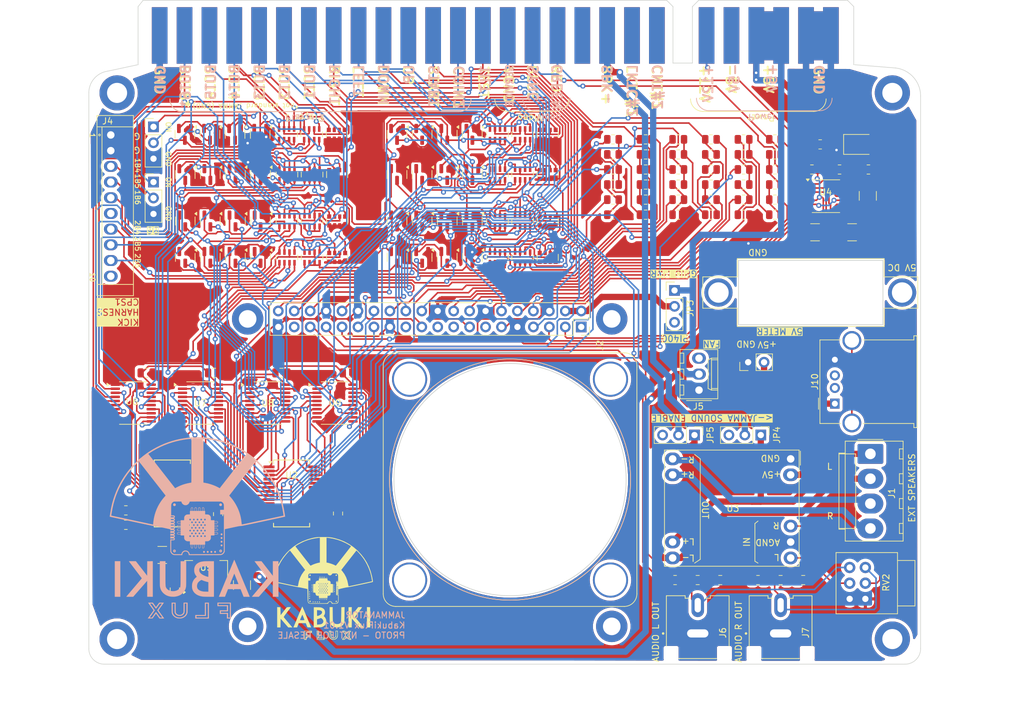
<source format=kicad_pcb>
(kicad_pcb (version 20240108) (generator "pcbnew") (generator_version "8.0")
  (title_block (title "JAMMANATOR") (date "2024-05-16") (rev "1.01") (company "KabukiFlux"))
  (layers (0 "F.Cu" signal) (31 "B.Cu" signal) (34 "B.Paste" user) (35 "F.Paste" user) (36 "B.SilkS" user "B.Silkscreen") (37 "F.SilkS" user "F.Silkscreen") (38 "B.Mask" user) (39 "F.Mask" user) (44 "Edge.Cuts" user))
  (net 0 "")
  (net 1 "Net-(C1-Pad1)")
  (net 2 "GND")
  (net 3 "/L")
  (net 4 "Net-(C2-Pad2)")
  (net 5 "/R")
  (net 6 "/JAMMA RASPI IOs/INPUT01")
  (net 7 "Net-(C10-Pad1)")
  (net 8 "Net-(C11-Pad1)")
  (net 9 "+5V")
  (net 10 "+3.3V")
  (net 11 "/JAMMA RASPI IOs/INPUT02")
  (net 12 "/JAMMA RASPI IOs/INPUT03")
  (net 13 "/JAMMA RASPI IOs/INPUT04")
  (net 14 "/JAMMA RASPI IOs/INPUT05")
  (net 15 "/JAMMA RASPI IOs/INPUT06")
  (net 16 "/JAMMA RASPI IOs/INPUT07")
  (net 17 "/JAMMA RASPI IOs/INPUT08")
  (net 18 "/JAMMA RASPI IOs/INPUT11")
  (net 19 "/JAMMA RASPI IOs/INPUT12")
  (net 20 "/JAMMA RASPI IOs/INPUT13")
  (net 21 "/JAMMA RASPI IOs/INPUT14")
  (net 22 "/JAMMA RASPI IOs/INPUT15")
  (net 23 "/JAMMA RASPI IOs/INPUT16")
  (net 24 "/JAMMA RASPI IOs/INPUT17")
  (net 25 "/JAMMA RASPI IOs/INPUT18")
  (net 26 "/JAMMA RASPI IOs/INPUT21")
  (net 27 "/JAMMA RASPI IOs/INPUT22")
  (net 28 "/JAMMA RASPI IOs/INPUT23")
  (net 29 "/JAMMA RASPI IOs/INPUT24")
  (net 30 "/JAMMA RASPI IOs/INPUT25")
  (net 31 "/JAMMA RASPI IOs/INPUT26")
  (net 32 "/JAMMA RASPI IOs/INPUT27")
  (net 33 "/JAMMA RASPI IOs/INPUT28")
  (net 34 "/JAMMA RASPI IOs/INPUT31")
  (net 35 "/JAMMA RASPI IOs/INPUT32")
  (net 36 "/JAMMA RASPI IOs/INPUT33")
  (net 37 "/JAMMA RASPI IOs/INPUT34")
  (net 38 "/JAMMA RASPI IOs/INPUT35")
  (net 39 "/JAMMA RASPI IOs/INPUT36")
  (net 40 "/JAMMA RASPI IOs/INPUT37")
  (net 41 "/JAMMA RASPI IOs/INPUT38")
  (net 42 "/P1_B6_J_C")
  (net 43 "/P2_B6_J_C")
  (net 44 "/SPK_R-")
  (net 45 "/SPK_R+")
  (net 47 "/VSYNC")
  (net 48 "/HSYNC")
  (net 49 "/B2")
  (net 50 "/G4")
  (net 51 "/G5")
  (net 52 "/G7")
  (net 53 "/PWM_RIGHT")
  (net 55 "/R4")
  (net 56 "/R5")
  (net 58 "/R6")
  (net 60 "/B7")
  (net 61 "/R7")
  (net 63 "/B6")
  (net 64 "/B5")
  (net 65 "/I2C_SDA")
  (net 66 "/I2C_SCL")
  (net 67 "/B3")
  (net 68 "/B4")
  (net 69 "/G2")
  (net 70 "/G3")
  (net 71 "/PWM_LEFT")
  (net 72 "/G6")
  (net 74 "/R2")
  (net 75 "/R3")
  (net 77 "/PI_PWR")
  (net 80 "/SPK_L+")
  (net 82 "/RGB_RED")
  (net 83 "/RGB_BLUE")
  (net 84 "/TEST_J")
  (net 85 "/P1_COIN_J")
  (net 86 "/P1_START_J")
  (net 87 "/P1_UP_J")
  (net 88 "/P1_DOWN_J")
  (net 89 "/P1_LEFT_J")
  (net 90 "/P1_RIGHT_J")
  (net 91 "/P1_B1_J")
  (net 92 "/P1_B2_J")
  (net 93 "/P1_B3_J")
  (net 94 "/P1_B4_J")
  (net 95 "/P1_B5_J")
  (net 96 "/P1_B6_J")
  (net 100 "/SPK_L-")
  (net 102 "/RGB_GREEN")
  (net 103 "/CSYNC")
  (net 104 "/SERVICE_J")
  (net 106 "/P2_COIN_J")
  (net 107 "/P2_START_J")
  (net 108 "/P2_UP_J")
  (net 109 "/P2_DOWN_J")
  (net 110 "/P2_LEFT_J")
  (net 111 "/P2_RIGHT_J")
  (net 112 "/P2_B1_J")
  (net 113 "/P2_B2_J")
  (net 114 "/P2_B3_J")
  (net 115 "/P2_B4_J")
  (net 116 "/P2_B5_J")
  (net 117 "/P2_B6_J")
  (net 118 "/P1_K4_K")
  (net 119 "/P1_K5_K")
  (net 120 "/P1_K6_K")
  (net 122 "/P2_K4_K")
  (net 123 "/P2_K5_K")
  (net 124 "/P2_K6_K")
  (net 127 "+12V")
  (net 128 "/SPK_L+_J")
  (net 129 "/SPK_L-_J")
  (net 130 "Net-(U3-R_AUDIO_IN)")
  (net 131 "Net-(U3-L_AUDIO_IN)")
  (net 132 "/P1_B3")
  (net 133 "/P1_B4")
  (net 134 "/P1_B5")
  (net 135 "/P1_B6")
  (net 136 "/TEST")
  (net 137 "/P1_K4")
  (net 138 "/P1_K5")
  (net 139 "/P1_K6")
  (net 144 "/P1_UP")
  (net 145 "/P1_DOWN")
  (net 146 "/P1_LEFT")
  (net 147 "/P1_RIGHT")
  (net 148 "/P1_START")
  (net 149 "/P1_COIN")
  (net 150 "/P1_B1")
  (net 151 "/P1_B2")
  (net 152 "/P2_B3")
  (net 153 "/P2_B4")
  (net 154 "/P2_B5")
  (net 155 "/P2_B6")
  (net 156 "/SERVICE")
  (net 157 "/P2_K4")
  (net 158 "/P2_K5")
  (net 159 "/P2_K6")
  (net 164 "/P2_UP")
  (net 165 "/P2_DOWN")
  (net 166 "/P2_LEFT")
  (net 167 "/P2_RIGHT")
  (net 168 "/P2_START")
  (net 169 "/P2_COIN")
  (net 170 "/P2_B1")
  (net 171 "/P2_B2")
  (net 172 "Net-(U4-Pad3)")
  (net 173 "Net-(U4-Pad10)")
  (net 174 "/BLANKING")
  (net 176 "Net-(RS3-Pad2)")
  (net 177 "Net-(DPWR1-K)")
  (net 178 "Net-(RB11-Pad1)")
  (net 179 "Net-(RB10-Pad1)")
  (net 180 "Net-(RB10-Pad2)")
  (net 181 "Net-(RB5-Pad2)")
  (net 182 "Net-(RB6-Pad2)")
  (net 183 "Net-(RG11-Pad1)")
  (net 184 "Net-(RG10-Pad1)")
  (net 185 "Net-(RG10-Pad2)")
  (net 186 "Net-(RG5-Pad2)")
  (net 187 "Net-(RG6-Pad2)")
  (net 188 "Net-(RR11-Pad1)")
  (net 189 "Net-(RR10-Pad1)")
  (net 190 "Net-(RR10-Pad2)")
  (net 191 "Net-(RR5-Pad2)")
  (net 192 "Net-(RR6-Pad2)")
  (net 194 "unconnected-(J10-Shield-Pad5)")
  (footprint "Connector_PinHeader_2.54mm:PinHeader_1x03_P2.54mm_Vertical" (layer "F.Cu") (at 176.54 96.5 -90)
    (property "Reference" "JP4")
    (property "Value" "JAMMA_SPK_DIS_+")
  )
  (footprint "Resistor_SMD:R_0805_2012Metric" (layer "F.Cu") (at 162.8875 119.6)
    (property "Reference" "RPWM2" (hide yes))
    (property "Value" "220")
  )
  (footprint "Capacitor_SMD:C_1210_3225Metric_Pad1.33x2.70mm_HandSolder" (layer "F.Cu") (at 191.0875 64.2)
    (property "Reference" "C10" (hide yes))
    (property "Value" "10u")
  )
  (footprint "Resistor_SMD:R_Array_Concave_4x0603" (layer "F.Cu") (at 134.6 68.2 -90)
    (property "Reference" "RN8" (hide yes))
    (property "Value" "10k")
  )
  (footprint "Resistor_SMD:R_0805_2012Metric" (layer "F.Cu") (at 173.8 61.4)
    (property "Reference" "RG7" (hide yes))
    (property "Value" "240")
  )
  (footprint "Resistor_SMD:R_Array_Concave_4x0603" (layer "F.Cu") (at 138.6 68.2 -90)
    (property "Reference" "RN7" (hide yes))
    (property "Value" "1k")
  )
  (footprint "Package_SO:SSOP-28_5.3x10.2mm_P0.65mm" (layer "F.Cu") (at 101.8 105.8)
    (property "Reference" "U2")
    (property "Value" "MCP23017_SO_PLAYER2")
  )
  (footprint "Package_SO:SSOP-28_5.3x10.2mm_P0.65mm" (layer "F.Cu") (at 82.8 105.8)
    (property "Reference" "U1")
    (property "Value" "MCP23017_SO_PLAYER1")
  )
  (footprint "JST_NH:B10P-SHF-1AA" (layer "F.Cu") (at 73 48.7 -90)
    (property "Reference" "J4")
    (property "Value" "Kick Harness (CPS1 pinout)")
  )
  (footprint "jamma_raspi:Potentiometer_Alps_RK097_Dual_Horizontal" (layer "F.Cu") (at 193.2 122.6 180)
    (property "Reference" "RV2")
    (property "Value" "10k")
  )
  (footprint "jamma:JAMMA_edge" (layer "F.Cu") (at 134.25 28.35 180)
    (property "Reference" "J3" (hide yes))
    (property "Value" "JAMMA_edge")
  )
  (footprint "Package_TO_SOT_SMD:SOT-23" (layer "F.Cu") (at 96.8625 68.2 -90)
    (property "Reference" "D21" (hide yes))
    (property "Value" "BAT54S")
  )
  (footprint "Resistor_SMD:R_0805_2012Metric" (layer "F.Cu") (at 158.2 49.4 180)
    (property "Reference" "RB1" (hide yes))
    (property "Value" "475")
  )
  (footprint "Resistor_SMD:R_Array_Concave_4x0603" (layer "F.Cu") (at 134.6 48.6 -90)
    (property "Reference" "RN14" (hide yes))
    (property "Value" "10k")
  )
  (footprint "Resistor_SMD:R_0805_2012Metric" (layer "F.Cu") (at 163.4 54.2)
    (property "Reference" "RR5" (hide yes))
    (property "Value" "475")
  )
  (footprint "Capacitor_SMD:C_0805_2012Metric" (layer "F.Cu") (at 109.2 109 -90)
    (property "Reference" "C18" (hide yes))
    (property "Value" "0.1u")
  )
  (footprint "Resistor_SMD:R_Array_Concave_4x0603" (layer "F.Cu") (at 101 48.6 -90)
    (property "Reference" "RN2" (hide yes))
    (property "Value" "10k")
  )
  (footprint "Resistor_SMD:R_0805_2012Metric" (layer "F.Cu") (at 176.1 119.6)
    (property "Reference" "RPWM1" (hide yes))
    (property "Value" "220")
  )
  (footprint "Resistor_SMD:R_Array_Concave_4x0603" (layer "F.Cu") (at 101.0625 62.4 -90)
    (property "Reference" "RN9" (hide yes))
    (property "Value" "1k")
  )
  (footprint "GPIO_raspi:GPIO_2x20_P2.54mm_Vertical_Tall_w_Standoffs" (layer "F.Cu") (at 147.94 79.28 -90)
    (property "Reference" "J2")
    (property "Value" "CONN_02X20")
  )
  (footprint "Package_TO_SOT_SMD:SOT-23" (layer "F.Cu") (at 126.6 62.4 -90)
    (property "Reference" "D10" (hide yes))
    (property "Value" "BAT54S")
  )
  (footprint "jamma_raspi:C_Array_Convex_4x0612" (layer "F.Cu") (at 109.0625 62.4 -90)
    (property "Reference" "CN5" (hide yes))
    (property "Value" "100n")
  )
  (footprint "Package_TO_SOT_SMD:SOT-23" (layer "F.Cu") (at 84.8 48.6 -90)
    (property "Reference" "D4" (hide yes))
    (property "Value" "BAT54S")
  )
  (footprint "Package_TO_SOT_SMD:SOT-23" (layer "F.Cu") (at 92.8 48.6 -90)
    (property "Reference" "D2" (hide yes))
    (property "Value" "BAT54S")
  )
  (footprint "Connector_USB:USB_A_Molex_67643_Horizontal" (layer "F.Cu") (at 188.34 91.5 90)
    (property "Reference" "J10")
    (property "Value" "RP400_USB")
  )
  (footprint "Resistor_SMD:R_0805_2012Metric" (layer "F.Cu") (at 163.4 49.4)
    (property "Reference" "RR4" (hide yes))
    (property "Value" "475")
  )
  (footprint "Resistor_SMD:R_0805_2012Metric" (layer "F.Cu") (at 168.6 54.2 180)
    (property "Reference" "RR2" (hide yes))
    (property "Value" "475")
  )
  (footprint "jamma_raspi:C_Array_Convex_4x0612" (layer "F.Cu") (at 142.6 48.6 -90)
    (property "Reference" "CN7" (hide yes))
    (property "Value" "100n")
  )
  (footprint "Package_SO:TSSOP-20_4.4x6.5mm_P0.65mm" (layer "F.Cu") (at 87.2889 91.4)
    (property "Reference" "U7")
    (property "Value" "SN74LVC244APWR")
  )
  (footprint "Package_TO_SOT_SMD:SOT-23" (layer "F.Cu") (at 122.6 68.2 -90)
    (property "Reference" "D15" (hide yes))
    (property "Value" "BAT54S")
  )
  (footprint "Package_TO_SOT_SMD:SOT-23" (layer "F.Cu") (at 118.6 68.2 -90)
    (property "Reference" "D16" (hide yes))
    (property "Value" "BAT54S")
  )
  (footprint "Capacitor_SMD:C_0805_2012Metric" (layer "F.Cu") (at 89.4444 86.6)
    (property "Reference" "C51" (hide yes))
    (property "Value" "0.1u")
  )
  (footprint "Capacitor_SMD:C_0805_2012Metric" (layer "F.Cu") (at 179.7 119.6)
    (property "Reference" "C3" (hide yes))
    (property "Value" "470n")
  )
  (footprint "Package_TO_SOT_SMD:SOT-23" (layer "F.Cu") (at 88.8625 55 -90)
    (property "Reference" "D7" (hide yes))
    (property "Value" "BAT54S")
  )
  (footprint "Resistor_SMD:R_0805_2012Metric" (layer "F.Cu") (at 163.4 59)
    (property "Reference" "RR6" (hide yes))
    (property "Value" "475")
  )
  (footprint "Resistor_SMD:R_Array_Concave_4x0603" (layer "F.Cu") (at 134.6 55 -90)
    (property "Reference" "RN16" (hide yes))
    (property "Value" "10k")
  )
  (footprint "Resistor_SMD:R_0805_2012Metric" (layer "F.Cu") (at 168.6 51.8 180)
    (property "Reference" "RR12" (hide yes))
    (property "Value" "240")
  )
  (footprint "Resistor_SMD:R_0805_2012Metric" (layer "F.Cu") (at 153 51.8 180)
    (property "Reference" "RB9" (hide yes))
    (property "Value" "240")
  )
  (footprint "MountingHole:MountingHole_3.2mm_M3_DIN965_Pad_TopBottom" (layer "F.Cu") (at 74 42)
    (property "Reference" "M2" (hide yes))
    (property "Value" "MountingHole_3.2mm_M3_DIN965_Pad_TopBottom")
  )
  (footprint "Package_TO_SOT_SMD:SOT-223-3_TabPin2" (layer "F.Cu") (at 88.2 118.4 90)
    (property "Reference" "U5")
    (property "Value" "LM1117IMPX-3.3/NOPB")
  )
  (footprint "Resistor_SMD:R_0805_2012Metric" (layer "F.Cu") (at 158.2 61.4 180)
    (property "Reference" "RB10" (hide yes))
    (property "Value" "240")
  )
  (footprint "Connector_Molex:Molex_KK-254_AE-6410-03A_1x03_P2.54mm_Vertical" (layer "F.Cu") (at 166.7 89.34 90)
    (property "Reference" "J5")
    (property "Value" "FAN_5v")
  )
  (footprint "Resistor_SMD:R_Array_Concave_4x0603" (layer "F.Cu") (at 105.0625 62.4 -90)
    (property "Reference" "RN10" (hide yes))
    (property "Value" "10k")
  )
  (footprint "Resistor_SMD:R_0805_2012Metric" (layer "F.Cu") (at 173.8 54.2)
    (property "Reference" "RG5" (hide yes))
    (property "Value" "475")
  )
  (footprint "Resistor_SMD:R_0805_2012Metric" (layer "F.Cu") (at 153 54.2)
    (property "Reference" "RB5" (hide yes))
    (property "Value" "475")
  )
  (footprint "Package_TO_SOT_SMD:SOT-23" (layer "F.Cu") (at 118.6 62.4 -90)
    (property "Reference" "D12" (hide yes))
    (property "Value" "BAT54S")
  )
  (footprint "Resistor_SMD:R_0805_2012Metric" (layer "F.Cu") (at 163.4 56.6 180)
    (property "Reference" "RR8" (hide yes))
    (property "Value" "240")
  )
  (footprint "Package_TO_SOT_SMD:SOT-23" (layer "F.Cu") (at 118.6 48.6 -90)
    (property "Reference" "D28" (hide yes))
    (property "Value" "BAT54S")
  )
  (footprint "Resistor_SMD:R_0805_2012Metric" (layer "F.Cu") (at 178.8 61.4 180)
    (property "Reference" "RG10" (hide yes))
    (property "Value" "240")
  )
  (footprint "Package_TO_SOT_SMD:SOT-23" (layer "F.Cu") (at 88.8625 62.4 -90)
    (property "Reference" "D19" (hide yes))
    (property "Value" "BAT54S")
  )
  (footprint "Resistor_SMD:R_0805_2012Metric" (layer "F.Cu") (at 173.8 56.6 180)
    (property "Reference" "RG8" (hide yes))
    (property "Value" "240")
  )
  (footprint "Package_TO_SOT_SMD:SOT-23" (layer "F.Cu") (at 88.8625 68.2 -90)
    (property "Reference" "D23" (hide yes))
    (property "Value" "BAT54S")
  )
  (footprint "Resistor_SMD:R_0805_2012Metric" (layer "F.Cu") (at 178.8 51.8 180)
    (property "Reference" "RG12" (hide yes))
    (property "Value" "240")
  )
  (footprint "Resistor_SMD:R_0805_2012Metric" (layer "F.Cu") (at 158.2 51.8 180)
    (property "Reference" "RB12" (hide yes))
    (property "Value" "240")
  )
  (footprint "Resistor_SMD:R_Array_Concave_4x0603" (layer "F.Cu") (at 105.0625 68.2 -90)
    (property "Reference" "RN12" (hide yes))
    (property "Value" "10k")
  )
  (footprint "Resistor_SMD:R_0805_2012Metric" (layer "F.Cu") (at 184.6875 54.2 180)
    (property "Reference" "RS2" (hide yes))
    (property "Value" "4k7")
  )
  (footprint "Package_TO_SOT_SMD:SOT-23" (layer "F.Cu") (at 122.6 48.6 -90)
    (property "Reference" "D27" (hide yes))
    (property "Value" "BAT54S")
  )
  (footprint "Package_TO_SOT_SMD:SOT-23" (layer "F.Cu") (at 96.8625 62.4 -90)
    (property "Reference" "D17" (hide yes))
    (property "Value" "BAT54S")
  )
  (footprint "Package_TO_SOT_SMD:SOT-23" (layer "F.Cu") (at 122.6 55 -90)
    (property "Reference" "D31" (hide yes))
    (property "Value" "BAT54S")
  )
  (footprint "Package_TO_SOT_SMD:SOT-23" (layer "F.Cu") (at 84.8625 68.2 -90)
    (property "Reference" "D24" (hide yes))
    (property "Value" "BAT54S")
  )
  (footprint "Capacitor_SMD:C_0805_2012Metric" (layer "F.Cu") (at 170.0875 119.6)
    (property "Reference" "C4" (hide yes))
    (property "Value" "0.1u")
  )
  (footprint "Package_SO:TSSOP-20_4.4x6.5mm_P0.65mm" (layer "F.Cu") (at 76.5778 91.4)
    (property "Reference" "U6")
    (property "Value" "SN74LVC244APWR")
  )
  (footprint "Resistor_SMD:R_0805_2012Metric" (layer "F.Cu") (at 168.6 56.6 180)
    (property "Reference" "RR11" (hide yes))
    (property "Value" "240")
  )
  (footprint "Resistor_SMD:R_0805_2012Metric" (layer "F.Cu") (at 153 61.4)
    (property "Reference" "RB7" (hide yes))
    (property "Value" "240")
  )
  (footprint "Package_TO_SOT_SMD:SOT-23" (layer "F.Cu") (at 130.6 48.6 -90)
    (property "Reference" "D25" (hide yes))
    (property "Value" "BAT54S")
  )
  (footprint "Resistor_SMD:R_Array_Concave_4x0603" (layer "F.Cu") (at 138.6 55 -90)
    (property "Reference" "RN15" (hide yes))
    (property "Value" "1k")
  )
  (footprint "Resistor_SMD:R_0805_2012Metric" (layer "F.Cu") (at 153 59)
    (property "Reference" "RB6" (hide yes))
    (property "Value" "475")
  )
  (footprint "Resistor_SMD:R_0805_2012Metric" (layer "F.Cu") (at 193.6875 54.2)
    (property "Reference" "RS3" (hide yes))
    (property "Value" "100")
  )
  (footprint "Resistor_SMD:R_0805_2012Metric" (layer "F.Cu") (at 153 56.6 180)
    (property "Reference" "RB8" (hide yes))
    (property "Value" "240")
  )
  (footprint "Package_TO_SOT_SMD:SOT-23" (layer "F.Cu") (at 118.6 55 -90)
    (property "Reference" "D32" (hide yes))
    (property "Value" "BAT54S")
  )
  (footprint "Package_SO:TSSOP-20_4.4x6.5mm_P0.65mm" (layer "F.Cu") (at 108.7111 91.4)
    (property "Reference" "U9")
    (property "Value" "SN74LVC244APWR")
  )
  (footprint "Resistor_SMD:R_0805_2012Metric" (layer "F.Cu") (at 178.8 54.2 180)
    (property "Reference" "RG2" (hide yes))
    (property "Value" "475")
  )
  (footprint "Connector_Molex:Molex_KK-396_A-41791-0004_1x04_P3.96mm_Vertical" (layer "F.Cu") (at 194 99.5 -90)
    (property "Reference" "J1")
    (property "Value" "SPEAKER_STEREO MOLEX396")
  )
  (footprint "jamma_raspi:C_Array_Convex_4x0612" (layer "F.Cu") (at 142.6 55 -90)
    (property "Reference" "CN8" (hide yes))
    (property "Value" "100n")
  )
  (footprint "Resistor_SMD:R_0805_2012Metric" (layer "F.Cu") (at 178.8 56.6 180)
    (property "Reference" "RG11" (hide yes))
    (property "Value" "240")
  )
  (footprint "Package_TO_SOT_SMD:SOT-23" (layer "F.Cu") (at 130.6 68.2 -90)
    (property "Reference" "D13" (hide yes))
    (property "Value" "BAT54S")
  )
  (footprint "Capacitor_SMD:C_0805_2012Metric" (layer "F.Cu") (at 183.3 119.6)
    (property "Reference" "C1" (hide yes))
    (property "Value" "0.1u")
  )
  (footprint "MountingHole:MountingHole_3.2mm_M3_DIN965_Pad_TopBottom" (layer "F.Cu") (at 197.5 42)
    (property "Reference" "M4" (hide yes))
    (property "Value" "MountingHole_3.2mm_M3_DIN965_Pad_TopBottom")
  )
  (footprint "Resistor_SMD:R_0805_2012Metric" (layer "F.Cu") (at 168.6 49.4 180)
    (property "Reference" "RR1" (hide yes))
    (property "Value" "475")
  )
  (footprint "Package_TO_SOT_SMD:SOT-23" (layer "F.Cu") (at 122.6 62.4 -90)
    (property "Reference" "D11" (hide yes))
    (property "Value" "BAT54S")
  )
  (footprint "kabuki:LogoKabuki_18mm" (layer "F.Cu") (at 107 121)
    (property "Reference" "G1" (hide yes))
    (property "Value" "LOGO" (hide yes))
  )
  (footprint "Resistor_SMD:R_0805_2012Metric" (layer "F.Cu") (at 178.8 59 180)
    (property "Reference" "RG3" (hide yes))
    (property "Value" "475")
  )
  (footprint "Capacitor_SMD:C_0805_2012Metric" (layer "F.Cu") (at 110.9111 86.6)
    (property "Reference" "C53" (hide yes))
    (property "Value" "0.1u")
  )
  (footprint "Resistor_SMD:R_0805_2012Metric" (layer "F.Cu") (at 163.4 51.8 180)
    (property "Reference" "RR9" (hide yes))
    (property "Value" "240")
  )
  (footprint "Package_SO:TSSOP-20_4.4x6.5mm_P0.65mm" (layer "F.Cu") (at 98 91.4)
    (property "Reference" "U8")
    (property "Value" "SN74LVC244APWR")
  )
  (footprint "Resistor_SMD:R_0805_2012Metric" (layer "F.Cu") (at 163.4 61.4)
    (property "Reference" "RR7" (hide yes))
    (property "Value" "240")
  )
  (footprint "jamma_raspi:C_Array_Convex_4x0612" (layer "F.Cu") (at 109.0625 55 -90)
    (property "Reference" "CN2" (hide yes))
    (property "Value" "100n")
  )
  (footprint "Capacitor_SMD:C_0805_2012Metric" (layer "F.Cu") (at 100.1778 86.6)
    (property "Reference" "C52" (hide yes))
    (property "Value" "0.1u")
  )
  (footprint "Connector_PinHeader_2.54mm:PinHeader_1x03_P2.54mm_Vertical" (layer "F.Cu") (at 79.8 47.4)
    (property "Reference" "JP1" (hide yes))
    (property "Value" "1P_B6_CHAMMA_JAMMA")
  )
  (footprint "Connector_PinHeader_2.54mm:PinHeader_1x03_P2.54mm_Vertical" (layer "F.Cu") (at 79.8 56.2)
    (property "Reference" "JP2" (hide yes))
    (property "Value" "2P_B6_CHAMMA_JAMMA")
  )
  (footprint "Package_TO_SOT_SMD:SOT-23" (layer "F.Cu") (at 84.8625 62.4 -90)
    (property "Reference" "D20" (hide yes))
    (property "Value" "BAT54S")
  )
  (footprint "jamma_raspi:C_Array_Convex_4x0612" (layer "F.Cu") (at 142.6 62.4 -90)
    (property "Reference" "CN3" (hide yes))
    (property "Value" "100n")
  )
  (footprint "Resistor_SMD:R_Array_Concave_4x0603" (layer "F.Cu") (at 138.6 62.4 -90)
    (property "Reference" "RN5" (hide yes))
    (property "Value" "1k")
  )
  (footprint "Package_TO_SOT_SMD:SOT-23" (layer "F.Cu") (at 84.8625 55 -90)
    (property "Reference" "D8" (hide yes))
    (property "Value" "BAT54S")
  )
  (footprint "Resistor_SMD:R_Array_Concave_4x0603" (layer "F.Cu") (at 101.0625 68.2 -90)
    (property "Reference" "RN11" (hide yes))
    (property "Value" "1k")
  )
  (footprint "LED_SMD:LED_1210_3225Metric_Pad1.42x2.65mm_HandSolder" (layer "F.Cu") (at 192.2 50.2)
    (property "Reference" "DPWR1" (hide yes))
    (property "Value" "LED RED")
  )
  (footprint "Resistor_SMD:R_Array_Concave_4x0603" (layer "F.Cu") (at 105 48.6 -90)
    (property "Reference" "RN1" (hide yes))
    (property "Value" "1k")
  )
  (footprint "Resistor_SMD:R_Array_Concave_4x0603" (layer "F.Cu") (at 105.0625 55 -90)
    (property "Reference" "RN3" (hide yes))
    (property "Value" "1k")
  )
  (footprint "Package_TO_SOT_SMD:SOT-23" (layer "F.Cu") (at 92.8625 62.4 -90)
    (property "Reference" "D18" (hide yes))
    (property "Value" "BAT54S")
  )
  (footprint "voltmeter:voltmeter" (layer "F.Cu") (at 195.8 73.8 180)
    (property "Reference" "VM1" (hide yes))
    (property "Value" "Voltmeter Mechanical")
    (fp_line (start 22.8 5.125) (end -0.2 5.125) (stroke (width 0.12)) (layer "Edge.Cuts"))
    (fp_line (start 22.8 -5.125) (end 22.8 5.125) (stroke (width 0.12)) (layer "Edge.Cuts"))
    (fp_line (start -0.2 5.125) (end -0.2 -5.125) (stroke (width 0.12)) (layer "Edge.Cuts"))
    (fp_line (start -0.2 -5.125) (end 22.8 -5.125) (stroke (width 0.12)) (layer "Edge.Cuts"))
  )
  (footprint "Resistor_SMD:R_0805_2012Metric" (layer "F.Cu") (at 75.4 108.5)
    (property "Reference" "RI2C2" (hide yes))
    (property "Value" "10k")
  )
  (footprint "Capacitor_SMD:C_1210_3225Metric_Pad1.33x2.70mm_HandSolder" (layer "F.Cu") (at 93.9 120.4 -90)
    (property "Reference" "C13" (hide yes))
    (property "Value" "10u")
  )
  (footprint "Resistor_SMD:R_0805_2012Metric" (layer "F.Cu") (at 189.0875 54.2 180)
    (property "Reference" "RS1" (hide yes))
    (property "Value" "4k7")
  )
  (footprint "Capacitor_SMD:C_0805_2012Metric" (layer "F.Cu") (at 90.1 109.1 -90)
    (property "Reference" "C17" (hide yes))
    (property "Value" "0.1u")
  )
  (footprint "kabuki:CUI_RCJ-043" (layer "F.Cu") (at 166.5 132.1 -90)
    (property "Reference" "J6")
    (property "Value" "AUDIO L OUT")
    (fp_line (start -1.7 5.15) (end 0 5.15) (stroke (width 0.0001)) (layer "Edge.Cuts"))
    (fp_line (start 0 5.15) (end 0 3.35) (stroke (width 0.0001)) (layer "Edge.Cuts"))
    (fp_line (start -1.7 3.35) (end -1.7 5.15) (stroke (width 0.0001)) (layer "Edge.Cuts"))
    (fp_line (start 0 3.35) (end -1.7 3.35) (stroke (width 0.0001)) (layer "Edge.Cuts"))
    (fp_line (start -1.7 -3.35) (end 0 -3.35) (stroke (width 0.0001)) (layer "Edge.Cuts"))
    (fp_line (start 0 -3.35) (end 0 -5.15) (stroke (width 0.0001)) (layer "Edge.Cuts"))
    (fp_line (start -1.7 -5.15) (end -1.7 -3.35) (stroke (width 0.0001)) (layer "Edge.Cuts"))
    (fp_line (start 0 -5.15) (end -1.7 -5.15) (stroke (width 0.0001)) (layer "Edge.Cuts"))
  )
  (footprint "Capacitor_SMD:C_0805_2012Metric" (layer "F.Cu") (at 166.4875 119.6)
    (property "Reference" "C2" (hide yes))
    (property "Value" "470n")
  )
  (footprint "Package_TO_SOT_SMD:SOT-23" (layer "F.Cu") (at 126.6 48.6 -90)
    (property "Reference" "D26" (hide yes))
    (property "Value" "BAT54S")
  )
  (footprint "Capacitor_SMD:C_0805_2012Metric" (layer "F.Cu") (at 78.7111 86.6)
    (property "Reference" "C50" (hide yes))
    (property "Value" "0.1u")
  )
  (footprint "Resistor_SMD:R_0805_2012Metric" (layer "F.Cu") (at 173.8 49.4)
    (property "Reference" "RG4" (hide yes))
    (property "Value" "475")
  )
  (footprint "Resistor_SMD:R_0805_2012Metric" (layer "F.Cu") (at 168.6 61.4 180)
    (property "Reference" "RR10" (hide yes))
    (property "Value" "240")
  )
  (footprint "MountingHole:MountingHole_3.2mm_M3_DIN965_Pad_TopBottom" (layer "F.Cu") (at 74 129)
    (property "Reference" "M1" (hide yes))
    (property "Value" "MountingHole_3.2mm_M3_DIN965_Pad_TopBottom")
  )
  (footprint "kabuki:CUI_RCJ-043" (layer "F.Cu") (at 179.7 132.1 -90)
    (property "Reference" "J7")
    (property "Value" "AUDIO R OUT")
    (fp_line (start -1.7 5.15) (end 0 5.15) (stroke (width 0.0001)) (layer "Edge.Cuts"))
    (fp_line (start 0 5.15) (end 0 3.35) (stroke (width 0.0001)) (layer "Edge.Cuts"))
    (fp_line (start -1.7 3.35) (end -1.7 5.15) (stroke (width 0.0001)) (layer "Edge.Cuts"))
    (fp_line (start 0 3.35) (end -1.7 3.35) (stroke (width 0.0001)) (layer "Edge.Cuts"))
    (fp_line (start -1.7 -3.35) (end 0 -3.35) (stroke (width 0.0001)) (layer "Edge.Cuts"))
    (fp_line (start 0 -3.35) (end 0 -5.15) (stroke (width 0.0001)) (layer "Edge.Cuts"))
    (fp_line (start -1.7 -5.15) (end -1.7 -3.35) (stroke (width 0.0001)) (layer "Edge.Cuts"))
    (fp_line (start 0 -5.15) (end -1.7 -5.15) (stroke (width 0.0001)) (layer "Edge.Cuts"))
  )
  (footprint "Package_TO_SOT_SMD:SOT-23" (layer "F.Cu") (at 130.6 55 -90)
    (property "Reference" "D29" (hide yes))
    (property "Value" "BAT54S")
  )
  (footprint "Package_TO_SOT_SMD:SOT-23" (layer "F.Cu") (at 88.8 48.6 -90)
    (property "Reference" "D3" (hide yes))
    (property "Value" "BAT54S")
  )
  (footprint "NOCTUA:Noctua_NF-A4x10_40mm" (layer "F.Cu") (at 136.6 103.6)
    (property "Reference" "FAN1" (hide yes))
    (property "Value" "~")
    (fp_circle (center 0 0) (end 18.5 0) (stroke (width 0.12)) (fill none) (layer "Edge.Cuts"))
  )
  (footprint "Resistor_SMD:R_Array_Concave_4x0603" (layer "F.Cu") (at 138.6 48.6 -90)
    (property "Reference" "RN13" (hide yes))
    (property "Value" "1k")
  )
  (footprint "MountingHole:MountingHole_3.2mm_M3_DIN965_Pad_TopBottom" (layer "F.Cu") (at 197.5 129)
    (property "Reference" "M3" (hide yes))
    (property "Value" "MountingHole_3.2mm_M3_DIN965_Pad_TopBottom")
  )
  (footprint "Package_TO_SOT_SMD:SOT-23" (layer "F.Cu") (at 126.6 55 -90)
    (property "Reference" "D30" (hide yes))
    (property "Value" "BAT54S")
  )
  (footprint "Resistor_SMD:R_0805_2012Metric" (layer "F.Cu") (at 158.2 59 180)
    (property "Reference" "RB3" (hide yes))
    (property "Value" "475")
  )
  (footprint "Resistor_SMD:R_0805_2012Metric" (layer "F.Cu") (at 158.2 56.6 180)
    (property "Reference" "RB11" (hide yes))
    (property "Value" "240")
  )
  (footprint "Capacitor_SMD:C_1210_3225Metric_Pad1.33x2.70mm_HandSolder" (layer "F.Cu") (at 81.2 115.6 180)
    (property "Reference" "C15" (hide yes))
    (property "Value" "10u")
  )
  (footprint "Package_SO:TSSOP-14_4.4x5mm_P0.65mm" (layer "F.Cu") (at 186.925 58.45)
    (property "Reference" "U4")
    (property "Value" "74HC86")
  )
  (footprint "Resistor_SMD:R_0805_2012Metric" (layer "F.Cu") (at 186 50.2 180)
    (property "Reference" "RLED1" (hide yes))
    (property "Value" "1k")
  )
  (footprint "Resistor_SMD:R_0805_2012Metric" (layer "F.Cu") (at 178.8 49.4 180)
    (property "Reference" "RG1" (hide yes))
    (property "Value" "475")
  )
  (footprint "Resistor_SMD:R_Array_Concave_4x0603" (layer "F.Cu") (at 134.6 62.4 -90)
    (property "Reference" "RN6" (hide yes))
    (property "Value" "10k")
  )
  (footprint "Resistor_SMD:R_0805_2012Metric" (layer "F.Cu") (at 158.2 54.2 180)
    (property "Reference" "RB2" (hide yes))
    (property "Value" "475")
  )
  (footprint "Resistor_SMD:R_0805_2012Metric" (layer "F.Cu") (at 75.4 110.8)
    (property "Reference" "RI2C1" (hide yes))
    (property "Value" "10k")
  )
  (footprint "Resistor_SMD:R_Array_Concave_4x0603" (layer "F.Cu") (at 101.0625 55 -90)
    (property "Reference" "RN4" (hide yes))
    (property "Value" "10k")
  )
  (footprint "jamma_raspi:C_Array_Convex_4x0612" (layer "F.Cu") (at 109.0625 68.2 -90)
    (property "Reference" "CN6" (hide yes))
    (property "Value" "100n")
  )
  (footprint "Package_TO_SOT_SMD:SOT-23" (layer "F.Cu") (at 92.8625 55 -90)
    (property "Reference" "D6" (hide yes))
    (property "Value" "BAT54S")
  )
  (footprint "Resistor_SMD:R_0805_2012Metric" (layer "F.Cu") (at 153 49.4)
    (property "Reference" "RB4" (hide yes))
    (property "Value" "475")
  )
  (footprint "Resistor_SMD:R_0805_2012Metric" (layer "F.Cu") (at 173.8 51.8 180)
    (property "Reference" "RG9" (hide yes))
    (property "Value" "240")
  )
  (footprint "Resistor_SMD:R_0805_2012Metric" (layer "F.Cu") (at 173.8 59)
    (property "Reference" "RG6" (hide yes))
    (property "Value" "475")
  )
  (footprint "Capacitor_SMD:C_0805_2012Metric" (layer "F.Cu") (at 83.2 121.1 -90)
    (property "Reference" "C16" (hide yes))
    (property "Value" "0.1u")
  )
  (footprint "Capacitor_SMD:C_1210_3225Metric_Pad1.33x2.70mm_HandSolder" (layer "F.Cu") (at 193.5875 58.4 -90)
    (property "Reference" "C12" (hide yes))
    (property "Value" "10u")
  )
  (footprint "Connector_PinHeader_2.54mm:PinHeader_1x02_P2.54mm_Vertical" (layer "F.Cu") (at 174.525 84.9 90)
    (property "Reference" "MES1" (hide yes))
    (property "Value" "Voltmeter_DC")
  )
  (footprint "jamma_raspi:C_Array_Convex_4x0612" (layer "F.Cu") (at 142.6 68.2 -90)
    (property "Reference" "CN4" (hide yes))
    (property "Value" "100n")
  )
  (footprint "Connector_PinHeader_2.54mm:PinHeader_1x03_P2.54mm_Vertical" (layer "F.Cu") (at 162.8 73.46)
    (property "Reference" "JP3")
    (property "Value" "PI_400_DISCONNECT")
  )
  (footprint "jamma_raspi:C_Array_Convex_4x0612" (layer "F.Cu") (at 109 48.6 -90)
    (property "Reference" "CN1" (hide yes))
    (property "Value" "100n")
  )
  (footprint "Package_TO_SOT_SMD:SOT-23" (layer "F.Cu") (at 92.8625 68.2 -90)
    (property "Reference" "D22" (hide yes))
    (property "Value" "BAT54S")
  )
  (footprint "jamma_raspi:PAM8403_module" (layer "F.Cu") (at 171.9 108.2 180)
    (property "Reference" "U3")
    (property "Value" "PAM8403 PCB")
  )
  (footprint "Connector_PinHeader_2.54mm:PinHeader_1x03_P2.54mm_Vertical" (layer "F.Cu") (at 165.98 96.5 -90)
    (property "Reference" "JP5")
    (property "Value" "JAMMA_SPK_DIS_-")
  )
  (footprint "Package_TO_SOT_SMD:SOT-23" (layer "F.Cu") (at 130.6 62.4 -90)
    (property "Reference" "D9" (hide yes))
    (property "Value" "BAT54S")
  )
  (footprint "Package_TO_SOT_SMD:SOT-23" (layer "F.Cu") (at 96.8 48.6 -90)
    (property "Reference" "D1" (hide yes))
    (property "Value" "BAT54S")
  )
  (footprint "Package_TO_SOT_SMD:SOT-23" (layer "F.Cu") (at 126.6 68.2 -90)
    (property "Reference" "D14" (hide yes))
    (property "Value" "BAT54S")
  )
  (footprint "Resistor_SMD:R_0805_2012Metric" (layer "F.Cu") (at 168.6 59 180)
    (property "Reference" "RR3" (hide yes))
    (property "Value" "475")
  )
  (footprint "Package_TO_SOT_SMD:SOT-23" (layer "F.Cu") (at 96.8625 55 -90)
    (property "Reference" "D5" (hide yes))
    (property "Value" "BAT54S")
  )
  (footprint "Capacitor_SMD:C_1210_3225Metric_Pad1.33x2.70mm_HandSolder" (layer "F.Cu") (at 185.1875 64.2 180)
    (property "Reference" "C11" (hide yes))
    (property "Value" "10u")
  )
  (footprint "kabuki:LogoKabuki" (layer "B.Cu") (at 86.5 111.5 180)
    (property "Reference" "G2" (hide yes))
    (property "Value" "LOGO" (hide yes))
  )
  (gr_line (start 190.35 27.25) (end 166.65 27.25) (stroke (width 0.1)) (layer "Edge.Cuts"))
  (gr_line (start 191.35 28.25) (end 190.35 27.25) (stroke (width 0.1)) (layer "Edge.Cuts"))
  (gr_line (start 166.65 27.25) (end 165.65 28.25) (stroke (width 0.1)) (layer "Edge.Cuts"))
  (gr_line (start 191.35 37.5) (end 191.35 28.25) (stroke (width 0.1)) (layer "Edge.Cuts"))
  (gr_line (start 69.5 42) (end 69.500001 130.5) (stroke (width 0.1)) (layer "Edge.Cuts"))
  (gr_arc (start 202 130.5) (mid 201.275217 132.275216) (end 199.500001 132.999999) (stroke (width 0.1)) (layer "Edge.Cuts"))
  (gr_arc (start 197.996942 38.02867) (mid 200.853076 39.5) (end 202 42.501147) (stroke (width 0.1)) (layer "Edge.Cuts"))
  (gr_arc (start 69.5 42) (mid 70.355911 39.706794) (end 72.505025 38.535177) (stroke (width 0.1)) (layer "Edge.Cuts"))
  (gr_line (start 162.55 37.25) (end 162.55 28.25) (stroke (width 0.1)) (layer "Edge.Cuts"))
  (gr_line (start 191.35 37.5) (end 197.996942 38.02867) (stroke (width 0.1)) (layer "Edge.Cuts"))
  (gr_arc (start 72 132.999999) (mid 70.224784 132.275216) (end 69.500001 130.5) (stroke (width 0.1)) (layer "Edge.Cuts"))
  (gr_line (start 162.55 28.25) (end 161.55 27.25) (stroke (width 0.1)) (layer "Edge.Cuts"))
  (gr_line (start 78.15 27.25) (end 77.35 28.25) (stroke (width 0.1)) (layer "Edge.Cuts"))
  (gr_line (start 77.35 28.25) (end 77.35 37.5) (stroke (width 0.1)) (layer "Edge.Cuts"))
  (gr_line (start 165.65 28.25) (end 165.65 37.25) (stroke (width 0.1)) (layer "Edge.Cuts"))
  (gr_line (start 72 132.999999) (end 199.500001 132.999999) (stroke (width 0.1)) (layer "Edge.Cuts"))
  (gr_line (start 77.35 37.5) (end 72.505025 38.535177) (stroke (width 0.1)) (layer "Edge.Cuts"))
  (gr_line (start 165.65 37.25) (end 162.55 37.25) (stroke (width 0.1)) (layer "Edge.Cuts"))
  (gr_line (start 161.55 27.25) (end 78.15 27.25) (stroke (width 0.1)) (layer "Edge.Cuts"))
  (gr_line (start 202 130.5) (end 202 42.501147) (stroke (width 0.1)) (layer "Edge.Cuts"))
  (gr_text "JAMMANATOR\nKabukiFlux V1.01\nPROTO - NOT FOR RESALE" (at 120 129 0) (layer "B.SilkS") (effects (font (size 1 1)) (justify left bottom mirror)))
  (gr_text "GND" (at 81.7 51.2 270) (layer "F.SilkS") (effects (font (size 0.8 0.8)) (justify left bottom)))
  (gr_text "1B5" (at 76.8 54.8 -90) (layer "F.SilkS") (effects (font (size 0.8 0.8)) (justify left bottom)))
  (gr_text "EXT SPEAKERS" (at 201.2 110.5 90) (layer "F.SilkS") (effects (font (size 1 1)) (justify left bottom)))
  (gr_text "PI400" (at 162.9 80.5 180) (layer "F.SilkS" knockout) (effects (font (size 1 1)) (justify bottom)))
  (gr_text "B6" (at 80.8 63.3 180) (layer "F.SilkS" knockout) (effects (font (size 1 1)) (justify left bottom)))
  (gr_text "2B5" (at 76.8 64.8 -90) (layer "F.SilkS") (effects (font (size 0.8 0.8)) (justify left bottom)))
  (gr_text "<-JAMMA SOUND ENABLE" (at 168.8 93.2 180) (layer "F.SilkS" knockout) (effects (font (size 1 1)) (justify bottom)))
  (gr_text "2B6" (at 76.8 67.5 -90) (layer "F.SilkS") (effects (font (size 0.8 0.8)) (justify left bottom)))
  (gr_text "KICK\nHARNESS\nCPS1" (at 77.6 74.7 180) (layer "F.SilkS" knockout) (effects (font (size 1 1)) (justify left bottom)))
  (gr_text "ON" (at 81.7 55.3 -90) (layer "F.SilkS") (effects (font (size 0.8 0.8)) (justify left bottom)))
  (gr_text "L" (at 187 102.1 0) (layer "F.SilkS") (effects (font (size 1 1)) (justify left bottom)))
  (gr_text "G" (at 77.8 50.5 180) (layer "F.SilkS") (effects (font (size 1 1)) (justify left bottom)))
  (gr_text "GND" (at 177.7 66.8 180) (layer "F.SilkS") (effects (font (size 1 1)) (justify left bottom)))
  (gr_text "GPIO PWR" (at 162.7 70.2 180) (layer "F.SilkS" knockout) (effects (font (size 1 1)) (justify bottom)))
  (gr_text "1B4" (at 76.8 52.3 270) (layer "F.SilkS") (effects (font (size 0.8 0.8)) (justify left bottom)))
  (gr_text "ON" (at 81.7 46.5 -90) (layer "F.SilkS") (effects (font (size 0.8 0.8)) (justify left bottom)))
  (gr_text "GND" (at 175.8 81.4 180) (layer "F.SilkS") (effects (font (size 1 1)) (justify left bottom)))
  (gr_text "G" (at 77.8 48.3 180) (layer "F.SilkS") (effects (font (size 1 1)) (justify left bottom)))
  (gr_text "2B4" (at 76.8 62.2 -90) (layer "F.SilkS") (effects (font (size 0.8 0.8)) (justify left bottom)))
  (gr_text "R" (at 187 110 0) (layer "F.SilkS") (effects (font (size 1 1)) (justify left bottom)))
  (gr_text "GND" (at 81.7 59.9 270) (layer "F.SilkS") (effects (font (size 0.8 0.8)) (justify left bottom)))
  (gr_text "FAN" (at 170.2 81.4 180) (layer "F.SilkS" knockout) (effects (font (size 1 1)) (justify left bottom)))
  (gr_text "1B6" (at 76.8 57.4 -90) (layer "F.SilkS") (effects (font (size 0.8 0.8)) (justify left bottom)))
  (gr_text "5V METER" (at 183.3 79.4 180) (layer "F.SilkS" knockout) (effects (font (size 1 1)) (justify left bottom)))
  (gr_text "+5V" (at 179.2 81.5 180) (layer "F.SilkS") (effects (font (size 1 1)) (justify left bottom)))
  (segment (start 180.65 118.85) (end 180.65 119.6) (width 0.25) (layer "F.Cu") (net 1))
  (segment (start 182.35 119.6) (end 180.65 119.6) (width 0.25) (layer "F.Cu") (net 1))
  (segment (start 177.8 118.2) (end 180 118.2) (width 0.25) (layer "F.Cu") (net 1))
  (segment (start 177.0125 119.6) (end 177.0125 118.9875) (width 0.25) (layer "F.Cu") (net 1))
  (segment (start 180 118.2) (end 180.65 118.85) (width 0.25) (layer "F.Cu") (net 1))
  (segment (start 177.0125 118.9875) (end 177.8 118.2) (width 0.25) (layer "F.Cu") (net 1))
  (segment (start 110.9 78) (end 108.56 78) (width 0.25) (layer "F.Cu") (net 2))
  (segment (start 130.6873 47.1495) (end 131.3922 47.1495) (width 0.25) (layer "F.Cu") (net 2))
  (segment (start 110.27 49.3) (end 110.9169 49.3) (width 0.25) (layer "F.Cu") (net 2))
  (segment (start 130.577 67.36) (end 131.4525 67.36) (width 0.25) (layer "F.Cu") (net 2))
  (segment (start 144.5181 53.5491) (end 144.5181 54.8075) (width 0.25) (layer "F.Cu") (net 2))
  (segment (start 105.8486 88.475) (end 102.825 88.475) (width 0.25) (layer "F.Cu") (net 2))
  (segment (start 94.5 87.3) (end 93.6 88.2) (width 0.25) (layer "F.Cu") (net 2))
  (segment (start 142.0997 51.1307) (end 144.5181 53.5491) (width 0.25) (layer "F.Cu") (net 2))
  (segment (start 125.7764 45.619) (end 116.6159 45.619) (width 0.25) (layer "F.Cu") (net 2))
  (segment (start 110.27 49.3) (end 109.4 49.3) (width 0.25) (layer "F.Cu") (net 2))
  (segment (start 74.925 88.475) (end 75.6 87.8) (width 0.25) (layer "F.Cu") (net 2))
  (segment (start 149.0112 50.2713) (end 151.7399 53) (width 0.25) (layer "F.Cu") (net 2))
  (segment (start 97.8125 60.8855) (end 97.8125 61.4625) (width 0.25) (layer "F.Cu") (net 2))
  (segment (start 192.65 66.15) (end 192.65 64.2) (width 0.25) (layer "F.Cu") (net 2))
  (segment (start 144.5071 55.6901) (end 144.5071 55.6902) (width 0.25) (layer "F.Cu") (net 2))
  (segment (start 187.25 122.6) (end 190.7 122.6) (width 0.25) (layer "F.Cu") (net 2))
  (segment (start 182.9 128.1) (end 184.25 126.75) (width 0.25) (layer "F.Cu") (net 2))
  (segment (start 144.5181 54.8075) (end 144.5154 54.8102) (width 0.25) (layer "F.Cu") (net 2))
  (segment (start 192.65 64.2) (end 193.5875 63.2625) (width 0.25) (layer "F.Cu") (net 2))
  (segment (start 106.919 113.681) (end 106.919 109.95) (width 0.25) (layer "F.Cu") (net 2))
  (segment (start 97.8125 60.8855) (end 97.9 60.798) (width 0.25) (layer "F.Cu") (net 2))
  (segment (start 119.802 67.2625) (end 119.55 67.2625) (width 0.25) (layer "F.Cu") (net 2))
  (segment (start 127.55 65.4873) (end 127.55 67.2625) (width 0.25) (layer "F.Cu") (net 2))
  (segment (start 139.7307 71.9991) (end 147.2939 71.9991) (width 0.25) (layer "F.Cu") (net 2))
  (segment (start 73 48.7) (end 80.79 40.91) (width 1) (layer "F.Cu") (net 2))
  (segment (start 94.9161 52.9891) (end 96.7391 52.9891) (width 0.25) (layer "F.Cu") (net 2))
  (segment (start 111.1 80.2) (end 111.1 78.2) (width 0.25) (layer "F.Cu") (net 2))
  (segment (start 75.975 94.325) (end 73.7153 94.325) (width 0.25) (layer "F.Cu") (net 2))
  (segment (start 77.213 85.087) (end 76.7 85.6) (width 0.25) (layer "F.Cu") (net 2))
  (segment (start 169.8 84) (end 169.8 87.5) (width 0.25) (layer "F.Cu") (net 2))
  (segment (start 85.175 109.375) (end 84.9 109.1) (width 0.25) (layer "F.Cu") (net 2))
  (segment (start 131.55 61.4625) (end 131.55 63.9895) (width 0.25) (layer "F.Cu") (net 2))
  (segment (start 117.4033 65.7355) (end 114.1439 65.7355) (width 0.25) (layer "F.Cu") (net 2))
  (segment (start 88.8674 89.125) (end 88.2174 88.475) (width 0.25) (layer "F.Cu") (net 2))
  (segment (start 97.217249 93.982751) (end 96.875 94.325) (width 0.25) (layer "F.Cu") (net 2))
  (segment (start 127.55 54.0625) (end 127.283 54.3295) (width 0.25) (layer "F.Cu") (net 2))
  (segment (start 77.075 89.125) (end 76.55 89.65) (width 0.25) (layer "F.Cu") (net 2))
  (segment (start 135.8684 51.8451) (end 135.4165 52.297) (width 0.25) (layer "F.Cu") (net 2))
  (segment (start 171.0375 123.5625) (end 171.0375 119.6) (width 0.25) (layer "F.Cu") (net 2))
  (segment (start 93.75 47.6625) (end 93.75 50.0003) (width 0.25) (layer "F.Cu") (net 2))
  (segment (start 144.507 55.69) (end 144.5071 55.6901) (width 0.25) (layer "F.Cu") (net 2))
  (segment (start 187.71 38.69) (end 187.71 32.85) (width 1) (layer "F.Cu") (net 2))
  (segment (start 131.55 47.6625) (end 131.3922 47.5047) (width 0.25) (layer "F.Cu") (net 2))
  (segment (start 85.1981 108.725) (end 83.8981 107.425) (width 0.25) (layer "F.Cu") (net 2))
  (segment (start 142.2 55.7) (end 141.33 55.7) (width 0.25) (layer "F.Cu") (net 2))
  (segment (start 98.759 79.28) (end 91.439 86.6) (width 0.25) (layer "F.Cu") (net 2))
  (segment (start 96.7151 70.6995) (end 97.5643 69.8503) (width 0.25) (layer "F.Cu") (net 2))
  (segment (start 130.7611 65.96) (end 129.7216 65.96) (width 0.25) (layer "F.Cu") (net 2))
  (segment (start 76.4 93.9) (end 75.975 94.325) (width 0.25) (layer "F.Cu") (net 2))
  (segment (start 123.0452 64.8452) (end 123.0452 65.1102) (width 0.25) (layer "F.Cu") (net 2))
  (segment (start 194.9375 59.9625) (end 193.5875 59.9625) (width 0.25) (layer "F.Cu") (net 2))
  (segment (start 76.7 87.4) (end 77 87.7) (width 0.25) (layer "F.Cu") (net 2))
  (segment (start 90.8775 60.3975) (end 89.8125 61.4625) (width 0.25) (layer "F.Cu") (net 2))
  (segment (start 120.9231 66.1414) (end 122.6188 66.1414) (width 0.25) (layer "F.Cu") (net 2))
  (segment (start 119.55 53.5054) (end 120.107 52.9484) (width 0.25) (layer "F.Cu") (net 2))
  (segment (start 125.6508 64.7007) (end 125.6508 63.5633) (width 0.25) (layer "F.Cu") (net 2))
  (segment (start 117.12 79.28) (end 115.6392 80.7608) (width 0.25) (layer "F.Cu") (net 2))
  (segment (start 98.6375 121.9625) (end 106.919 113.681) (width 0.25) (layer "F.Cu") (net 2))
  (segment (start 183.75 38.8) (end 184.15 39.2) (width 0.25) (layer "F.Cu") (net 2))
  (segment (start 131.2141 73.5498) (end 138.18 73.5498) (width 0.25) (layer "F.Cu") (net 2))
  (segment (start 119.55 47.9078) (end 122.2447 50.6025) (width 0.25) (layer "F.Cu") (net 2))
  (segment (start 99.749 59.1343) (end 100.4499 58.4334) (width 0.25) (layer "F.Cu") (net 2))
  (segment (start 157.0519 81.95) (end 157.4019 81.6) (width 0.25) (layer "F.Cu") (net 2))
  (segment (start 127.283 54.3295) (end 127.283 56.6674) (width 0.25) (layer "F.Cu") (net 2))
  (segment (start 113.8794 66) (end 110.9794 68.9) (width 0.25) (layer "F.Cu") (net 2))
  (segment (start 77 87.7) (end 77 89.05) (width 0.25) (layer "F.Cu") (net 2))
  (segment (start 105.5 78) (end 106.76 76.74) (width 0.25) (layer "F.Cu") (net 2))
  (segment (start 82.1 94) (end 82.425 94.325) (width 0.25) (layer "F.Cu") (net 2))
  (segment (start 144.9729 47.1952) (end 144.9729 48.844) (width 0.25) (layer "F.Cu") (net 2))
  (segment (start 110.1457 89.125) (end 111.5736 89.125) (width 0.25) (layer "F.Cu") (net 2))
  (segment (start 130.2639 74.5) (end 131.2141 73.5498) (width 0.25) (layer "F.Cu") (net 2))
  (segment (start 76.4 90.3645) (end 76.4 93.9) (width 0.25) (layer "F.Cu") (net 2))
  (segment (start 131.55 53.8754) (end 131.55 54.0625) (width 0.25) (layer "F.Cu") (net 2))
  (segment (start 119.55 47.6625) (end 119.55 47.9078) (width 0.25) (layer "F.Cu") (net 2))
  (segment (start 153 53.4) (end 153 57.4) (width 0.25) (layer "F.Cu") (net 2))
  (segment (start 109.4625 68.9) (end 110.3325 68.9) (width 0.25) (layer "F.Cu") (net 2))
  (segment (start 110.9794 60.4794) (end 110.9794 63.1) (width 0.25) (layer "F.Cu") (net 2))
  (segment (start 144.9729 48.844) (end 144.5169 49.3) (width 0.25) (layer "F.Cu") (net 2))
  (segment (start 127.55 47.6625) (end 127.685 47.5275) (width 0.25) (layer "F.Cu") (net 2))
  (segment (start 108.4977 87.2531) (end 107.0705 87.2531) (width 0.25) (layer "F.Cu") (net 2))
  (segment (start 87.1716 68.6216) (end 85.8125 67.2625) (width 0.25) (layer "F.Cu") (net 2))
  (segment (start 98.4657 59.1343) (end 99.749 59.1343) (width 0.25) (layer "F.Cu") (net 2))
  (segment (start 106.9 108.8) (end 106.9 109.35) (width 0.25) (layer "F.Cu") (net 2))
  (segment (start 102.825 88.475) (end 102.825 87.525) (width 0.25) (layer "F.Cu") (net 2))
  (segment (start 76.7 85.6) (end 76.7 87.4) (width 0.25) (layer "F.Cu") (net 2))
  (segment (start 179.5 114.7) (end 179.5 116.8) (width 0.25) (layer "F.Cu") (net 2))
  (segment (start 83.6057 60.3565) (end 83.2394 60.7228) (width 0.25) (layer "F.Cu") (net 2))
  (segment (start 108.4312 90.8395) (end 110.1457 89.125) (width 0.25) (layer "F.Cu") (net 2))
  (segment (start 151.7399 53) (end 152.6 53) (width 0.25) (layer "F.Cu") (net 2))
  (segment (start 83.2394 68.9485) (end 84.5116 70.2207) (width 0.25) (layer "F.Cu") (net 2))
  (segment (start 83.4894 122) (end 83.3697 121.8803) (width 0.25) (layer "F.Cu") (net 2))
  (segment (start 193.5875 63.2625) (end 193.5875 59.9625) (width 0.25) (layer "F.Cu") (net 2))
  (segment (start 141.8676 44.0899) (end 144.9729 47.1952) (width 0.25) (layer "F.Cu") (net 2))
  (segment (start 123.0452 65.1102) (end 125.2413 65.1102) (width 0.25) (layer "F.Cu") (net 2))
  (segment (start 93.8125 54.0625) (end 92.7475 52.9975) (width 0.25) (layer "F.Cu") (net 2))
  (segment (start 127.685 47.5275) (end 125.7764 45.619) (width 0.25) (layer "F.Cu") (net 2))
  (segment (start 179.5 116.8) (end 180.7 118) (width 0.25) (layer "F.Cu") (net 2))
  (segment (start 85.45 122) (end 83.4894 122) (width 0.25) (layer "F.Cu") (net 2))
  (segment (start 119.4 81.2) (end 137.2 81.2) (width 0.25) (layer "F.Cu") (net 2))
  (segment (start 106.875 109.375) (end 105.4 109.375) (width 0.25) (layer "F.Cu") (net 2))
  (segment (start 79.6375 115.6) (end 75.1 115.6) (width 0.25) (layer "F.Cu") (net 2))
  (segment (start 117.46 79.28) (end 117.48 79.28) (width 0.25) (layer "F.Cu") (net 2))
  (segment (start 131.3922 47.1495) (end 132.0772 46.4645) (width 0.25) (layer "F.Cu") (net 2))
  (segment (start 142.2 49.6384) (end 142.2 49.9769) (width 0.25) (layer "F.Cu") (net 2))
  (segment (start 79.8 52.48) (end 78.62 52.48) (width 0.25) (layer "F.Cu") (net 2))
  (segment (start 125.08 75.12) (end 125.7 74.5) (width 0.25) (layer "F.Cu") (net 2))
  (segment (start 86.4 108.725) (end 85.1981 108.725) (width 0.25) (layer "F.Cu") (net 2))
  (segment (start 112.1 53.9325) (end 110.3325 55.7) (width 0.25) (layer "F.Cu") (net 2))
  (segment (start 110.9794 49.3) (end 111.2 49.3) (width 0.25) (layer "F.Cu") (net 2))
  (segment (start 88.7475 60.3975) (end 86.8775 60.3975) (width 0.25) (layer "F.Cu") (net 2))
  (segment (start 143.87 49.3) (end 144.5169 49.3) (width 0.25) (layer "F.Cu") (net 2))
  (segment (start 185.0875 51.0875) (end 185.0875 50.2) (width 0.25) (layer "F.Cu") (net 2))
  (segment (start 114.1439 65.7355) (end 113.8794 66) (width 0.25) (layer "F.Cu") (net 2))
  (segment (start 122.4359 50.6025) (end 122.4359 52.9484) (width 0.25) (layer "F.Cu") (net 2))
  (segment (start 89.7499 47.6626) (end 89.7499 50.0004) (width 0.25) (layer "F.Cu") (net 2))
  (segment (start 121.4732 69.4606) (end 121.4199 69.4606) (width 0.25) (layer "F.Cu") (net 2))
  (segment (start 93.8125 67.2625) (end 92.6913 66.1413) (width 0.25) (layer "F.Cu") (net 2))
  (segment (start 94.8582 53.047) (end 94.9161 52.9891) (width 0.25) (layer "F.Cu") (net 2))
  (segment (start 143 55.7) (end 143.87 55.7) (width 0.25) (layer "F.Cu") (net 2))
  (segment (start 87.1716 69.9716) (end 87.8995 70.6995) (width 0.25) (layer "F.Cu") (net 2))
  (segment (start 136.23 32.85) (end 136.23 37.8) (width 0.25) (layer "F.Cu") (net 2))
  (segment (start 77.6395 89.125) (end 77.075 89.125) (width 0.25) (layer "F.Cu") (net 2))
  (segment (start 120.107 52.9484) (end 122.4359 52.9484) (width 0.25) (layer "F.Cu") (net 2))
  (segment (start 99.425 89.125) (end 97.6 87.3) (width 0.25) (layer "F.Cu") (net 2))
  (segment (start 89.8125 54.0625) (end 89.8125 56.4009) (width 0.25) (layer "F.Cu") (net 2))
  (segment (start 108.6625 55.7) (end 108.0856 55.7) (width 0.25) (layer "F.Cu") (net 2))
  (segment (start 109.4 49.3) (end 108.6 49.3) (width 0.25) (layer "F.Cu") (net 2))
  (segment (start 144.5154 54.8102) (end 144.5154 55.2877) (width 0.25) (layer "F.Cu") (net 2))
  (segment (start 79.6375 119.0375) (end 79.6375 115.6) (width 0.25) (layer "F.Cu") (net 2))
  (segment (start 110.9794 63.1) (end 113.8794 66) (width 0.25) (layer "F.Cu") (net 2))
  (segment (start 187.2 39.2) (end 187.71 38.69) (width 0.25) (layer "F.Cu") (net 2))
  (segment (start 103.4463 78.01) (end 103.5411 78.1048) (width 0.25) (layer "F.Cu") (net 2))
  (segment (start 188.1 51.6) (end 185.6 51.6) (width 0.25) (layer "F.Cu") (net 2))
  (segment (start 107.7925 58.6797) (end 108.8515 59.7387) (width 0.25) (layer "F.Cu") (net 2))
  (segment (start 109.4625 63.1) (end 108.6625 63.1) (width 0.25) (layer "F.Cu") (net 2))
  (segment (start 143.87 63.1) (end 143.2231 63.1) (width 0.25) (layer "F.Cu") (net 2))
  (segment (start 82.075 89.125) (end 82.1 89.15) (width 0.25) (layer "F.Cu") (net 2))
  (segment (start 101.9 86.6) (end 101.1278 86.6) (width 0.25) (layer "F.Cu") (net 2))
  (segment (start 108.56 78) (end 107.3 76.74) (width 0.25) (layer "F.Cu") (net 2))
  (segment (start 109.2 109.95) (end 114.1201 105.0299) (width 0.25) (layer "F.Cu") (net 2))
  (segment (start 136.23 37.8) (end 139.4458 37.8) (width 0.25) (layer "F.Cu") (net 2))
  (segment (start 111.2 49.3) (end 112.1 50.2) (width 0.25) (layer "F.Cu") (net 2))
  (segment (start 143.2231 63.2153) (end 143.2231 63.1) (width 0.25) (layer "F.Cu") (net 2))
  (segment (start 91.439 86.6) (end 90.3944 86.6) (width 0.25) (layer "F.Cu") (net 2))
  (segment (start 153.4 57.8) (end 154.9 57.8) (width 0.25) (layer "F.Cu") (net 2))
  (segment (start 142.2 49.4692) (end 142.2 49.6384) (width 0.25) (layer "F.Cu") (net 2))
  (segment (start 110.3325 63.1) (end 110.9794 63.1) (width 0.25) (layer "F.Cu") (net 2))
  (segment (start 174.7125 61.4) (end 174.5691 61.5434) (width 0.25) (layer "F.Cu") (net 2))
  (segment (start 154.9 57.8) (end 155.1 58) (width 0.25) (layer "F.Cu") (net 2))
  (segment (start 132.0772 46.4645) (end 132.0772 46.4476) (width 0.25) (layer "F.Cu") (net 2))
  (segment (start 127.896 61.8085) (end 127.55 61.4625) (width 0.25) (layer "F.Cu") (net 2))
  (segment (start 144.5413 68.9) (end 144.792 68.6493) (width 0.25) (layer "F.Cu") (net 2))
  (segment (start 123.0452 65.715) (end 123.0452 65.1102) (width 0.25) (layer "F.Cu") (net 2))
  (segment (start 94.8825 60.3925) (end 97.3195 60.3925) (width 0.25) (layer "F.Cu") (net 2))
  (segment (start 107.935 82.6739) (end 105.7739 82.6739) (width 0.25) (layer "F.Cu") (net 2))
  (segment (start 93.6 88.2) (end 93.875 88.475) (width 0.25) (layer "F.Cu") (net 2))
  (segment (start 108.6625 63.1) (end 107.7925 63.1) (width 0.25) (layer "F.Cu") (net 2))
  (segment (start 142.2 63.1) (end 141.33 63.1) (width 0.25) (layer "F.Cu") (net 2))
  (segment (start 84.9 109.0231) (end 85.1981 108.725) (width 0.25) (layer "F.Cu") (net 2))
  (segment (start 112.38 76.74) (end 112.16 76.74) (width 0.25) (layer "F.Cu") (net 2))
  (segment (start 107.7925 58.2675) (end 100.4499 58.2675) (width 0.25) (layer "F.Cu") (net 2))
  (segment (start 97.5643 67.3333) (end 97.6351 67.2625) (width 0.25) (layer "F.Cu") (net 2))
  (segment (start 142.2 51.0304) (end 142.0997 51.1307) (width 0.25) (layer "F.Cu") (net 2))
  (segment (start 143.87 68.9) (end 144.5169 68.9) (width 0.25) (layer "F.Cu") (net 2))
  (segment (start 102.175 89.125) (end 100.8625 89.125) (width 0.25) (layer "F.Cu") (net 2))
  (segment (start 108.6 49.3) (end 107.73 49.3) (width 0.25) (layer "F.Cu") (net 2))
  (segment (start 144.5169 68.9) (end 144.5413 68.9) (width 0.25) (layer "F.Cu") (net 2))
  (segment (start 181.3 113.54) (end 180.66 113.54) (width 0.25) (layer "F.Cu") (net 2))
  (segment (start 110.3325 63.1) (end 110.3325 63.4384) (width 0.25) (layer "F.Cu") (net 2))
  (segment (start 93.1478 50.6025) (end 93.75 50.0003) (width 0.25) (layer "F.Cu") (net 2))
  (segment (start 143.87 55.7) (end 144.5169 55.7) (width 0.25) (layer "F.Cu") (net 2))
  (segment (start 185.8 39.2) (end 187.2 39.2) (width 0.25) (layer "F.Cu") (net 2))
  (segment (start 87.6019 110.025) (end 87.9 110.025) (width 0.25) (layer "F.Cu") (net 2))
  (segment (start 87.1716 69.5822) (end 87.1716 69.9716) (width 0.25) (layer "F.Cu") (net 2))
  (segment (start 167.96 89.34) (end 166.7 89.34) (width 0.25) (layer "F.Cu") (net 2))
  (segment (start 117.48 79.28) (end 119.4 81.2) (width 0.25) (layer "F.Cu") (net 2))
  (segment (start 179.7 128.1) (end 182.9 128.1) (width 0.25) (layer "F.Cu") (net 2))
  (segment (start 138.064 51.8451) (end 135.8684 51.8451) (width 0.25) (layer "F.Cu") (net 2))
  (segment (start 131.2002 64.3393) (end 131.2002 65.5209) (width 0.25) (layer "F.Cu") (net 2))
  (segment (start 125.7 74.5) (end 130.2639 74.5) (width 0.25) (layer "F.Cu") (net 2))
  (segment (start 122.4359 50.6025) (end 122.993 50.6025) (width 0.25) (layer "F.Cu") (net 2))
  (segment (start 93.9 121.9625) (end 92.4625 123.4) (width 0.25) (layer "F.Cu") (net 2))
  (segment (start 86.8775 60.3975) (end 85.8125 61.4625) (width 0.25) (layer "F.Cu") (net 2))
  (segment (start 89.1478 50.6025) (end 89.7499 50.0004) (width 0.25) (layer "F.Cu") (net 2))
  (segment (start 131.4525 67.36) (end 131.55 67.2625) (width 0.25) (layer "F.Cu") (net 2))
  (segment (start 110.1457 89.125) (end 110.1457 88.9011) (width 0.25) (layer "F.Cu") (net 2))
  (segment (start 99.68 79.28) (end 99.68 79.22) (width 0.25) (layer "F.Cu") (net 2))
  (segment (start 121.5844 64.6844) (end 122.8844 64.6844) (width 0.25) (layer "F.Cu") (net 2))
  (segment (start 108.0856 55.7) (end 108.0662 55.7194) (width 0.25) (layer "F.Cu") (net 2))
  (segment (start 86.4 109.375) (end 85.175 109.375) (width 0.25) (layer "F.Cu") (net 2))
  (segment (start 106.919 109.419) (end 106.875 109.375) (width 0.25) (layer "F.Cu") (net 2))
  (segment (start 89.8125 61.4625) (end 88.7475 60.3975) (width 0.25) (layer "F.Cu") (net 2))
  (segment (start 142.2 63.1) (end 142.7769 63.1) (width 0.25) (layer "F.Cu") (net 2))
  (segment (start 92.4625 123.4) (end 86.8 123.4) (width 0.25) (layer "F.Cu") (net 2))
  (segment (start 100.4499 58.4334) (end 100.4499 58.2675) (width 0.25) (layer "F.Cu") (net 2))
  (segment (start 85.8125 54.341) (end 85.8125 54.0625) (width 0.25) (layer "F.Cu") (net 2))
  (segment (start 151.2235 68.0695) (end 157.643 68.0695) (width 0.25) (layer "F.Cu") (net 2))
  (segment (start 103.6459 78) (end 105.5 78) (width 0.25) (layer "F.Cu") (net 2))
  (segment (start 183.625 64.2) (end 184.0625 64.2) (width 0.25) (layer "F.Cu") (net 2))
  (segment (start 94.9114 66.1636) (end 93.8125 67.2625) (width 0.25) (layer "F.Cu") (net 2))
  (segment (start 155.1 58) (end 155.1 60.2125) (width 0.25) (layer "F.Cu") (net 2))
  (segment (start 185.6 51.6) (end 185.0875 51.0875) (width 0.25) (layer "F.Cu") (net 2))
  (segment (start 84.4264 88.475) (end 82.725 88.475) (width 0.25) (layer "F.Cu") (net 2))
  (segment (start 125.6941 57.0027) (end 123.55 54.8586) (width 0.25) (layer "F.Cu") (net 2))
  (segment (start 71.5 48.7) (end 73 48.7) (width 0.25) (layer "F.Cu") (net 2))
  (segment (start 94.828 53.047) (end 94.8582 53.047) (width 0.25) (layer "F.Cu") (net 2))
  (segment (start 105.4 108.725) (end 106.825 108.725) (width 0.25) (layer "F.Cu") (net 2))
  (segment (start 142.2539 49.4692) (end 142.4231 49.3) (width 0.25) (layer "F.Cu") (net 2))
  (segment (start 125.6508 63.5633) (end 123.55 61.4625) (width 0.25) (layer "F.Cu") (net 2))
  (segment (start 143 49.3) (end 142.4231 49.3) (width 0.25) (layer "F.Cu") (net 2))
  (segment (start 75.1 115.6) (end 70.2204 110.7204) (width 0.25) (layer "F.Cu") (net 2))
  (segment (start 107.7925 58.2675) (end 107.7925 58.6797) (width 0.25) (layer "F.Cu") (net 2))
  (segment (start 114.1201 105.0299) (end 114.1201 90.0161) (width 0.25) (layer "F.Cu") (net 2))
  (segment (start 85.8125 61.4625) (end 84.7065 60.3565) (width 0.25) (layer "F.Cu") (net 2))
  (segment (start 89.7499 50.0004) (end 90.352 50.6025) (width 0.25) (layer "F.Cu") (net 2))
  (segment (start 117.415295 52.6014) (end 118.646 52.6014) (width 0.25) (layer "F.Cu") (net 2))
  (segment (start 90.1 110.05) (end 90.075 110.025) (width 0.25) (layer "F.Cu") (net 2))
  (segment (start 112.16 76.74) (end 110.9694 77.9306) (width 0.25) (layer "F.Cu") (net 2))
  (segment (start 108.4312 92.4342) (end 108.4312 90.8395) (width 0.25) (layer "F.Cu") (net 2))
  (segment (start 89.8125 56.4009) (end 89.2057 57.0077) (width 0.25) (layer "F.Cu") (net 2))
  (segment (start 92.7475 60.3975) (end 90.8775 60.3975) (width 0.25) (layer "F.Cu") (net 2))
  (segment (start 88.8814 85.087) (end 77.213 85.087) (width 0.25) (layer "F.Cu") (net 2))
  (segment (start 93.8125 54.0625) (end 94.828 53.047) (width 0.25) (layer "F.Cu") (net 2))
  (segment (start 103.5411 80.4411) (end 103.5411 78.1048) (width 0.25) (layer "F.Cu") (net 2))
  (segment (start 155.1 60.2125) (end 153.9125 61.4) (width 0.25) (layer "F.Cu") (net 2))
  (segment (start 147.2939 71.9991) (end 151.2235 68.0695) (width 0.25) (layer "F.Cu") (net 2))
  (segment (start 122.227 70.2144) (end 121.4732 69.4606) (width 0.25) (layer "F.Cu") (net 2))
  (segment (start 119.55 61.4625) (end 119.55 62.65) (width 0.25) (layer "F.Cu") (net 2))
  (segment (start 112.6408 89.125) (end 111.5736 89.125) (width 0.25) (layer "F.Cu") (net 2))
  (segment (start 107.7925 55.7194) (end 107.7925 56.3769) (width 0.25) (layer "F.Cu") (net 2))
  (segment (start 153 57.4) (end 153.4 57.8) (width 0.25) (layer "F.Cu") (net 2))
  (segment (start 92.725 107.425) (end 90.1 110.05) (width 0.25) (layer "F.Cu") (net 2))
  (segment (start 80.9 87.8389) (end 79.6611 86.6) (width 0.25) (layer "F.Cu") (net 2))
  (segment (start 82.425 94.325) (end 83.7211 94.325) (width 0.25) (layer "F.Cu") (net 2))
  (segment (start 157.4019 81.6) (end 167.4 81.6) (width 0.25) (layer "F.Cu") (net 2))
  (segment (start 128.6606 65.9059) (end 127.896 65.1413) (width 0.25) (layer "F.Cu") (net 2))
  (segment (start 84.5116 70.2207) (end 86.5331 70.2207) (width 0.25) (layer "F.Cu") (net 2))
  (segment (start 127.55 65.4873) (end 127.896 65.1413) (width 0.25) (layer "F.Cu") (net 2))
  (segment (start 83.7211 107.425) (end 80.4019 107.425) (width 0.25) (layer "F.Cu") (net 2))
  (segment (start 187.71 38.69) (end 187.79 38.69) (width 0.25) (layer "F.Cu") (net 2))
  (segment (start 93.8125 61.4625) (end 92.7475 60.3975) (width 0.25) (layer "F.Cu") (net 2))
  (segment (start 143.87 68.9) (end 143 68.9) (width 0.25) (layer "F.Cu") (net 2))
  (segment (start 89.2057 57.0077) (end 88.4792 57.0077) (width 0.25) (layer "F.Cu") (net 2))
  (segment (start 92.6913 66.1413) (end 90.9337 66.1413) (width 0.25) (layer "F.Cu") (net 2))
  (segment (start 129.6675 65.9059) (end 128.6606 65.9059) (width 0.25) (layer "F.Cu") (net 2))
  (segment (start 127.896 65.1413) (end 127.896 61.8085) (width 0.25) (layer "F.Cu") (net 2))
  (segment (start 110.1457 88.9011) (end 108.4977 87.2531) (width 0.25) (layer "F.Cu") (net 2))
  (segment (start 123.55 54.8586) (end 123.55 54.0625) (width 0.25) (layer "F.Cu") (net 2))
  (segment (start 110.3325 68.9) (end 110.9794 68.9) (width 0.25) (layer "F.Cu") (net 2))
  (segment (start 97.6 87.3) (end 94.5 87.3) (width 0.25) (layer "F.Cu") (net 2))
  (segment (start 180.66 113.54) (end 179.5 114.7) (width 0.25) (layer "F.Cu") (net 2))
  (segment (start 75.6 87.8) (end 77 87.8) (width 0.25) (layer "F.Cu") (net 2))
  (segment (start 129.7216 65.96) (end 129.6675 65.9059) (width 0.25) (layer "F.Cu") (net 2))
  (segment (start 188.6 51.1) (end 188.1 51.6) (width 0.25) (layer "F.Cu") (net 2))
  (segment (start 100.8625 89.125) (end 99.425 89.125) (width 0.25) (layer "F.Cu") (net 2))
  (segment (start 137.78 80.98) (end 138.75 81.95) (width 0.25) (layer "F.Cu") (net 2))
  (segment (start 123.55 50.0455) (end 123.55 47.6625) (width 0.25) (layer "F.Cu") (net 2))
  (segment (start 198.7 56.2) (end 194.9375 59.9625) (width 0.25) (layer "F.Cu") (net 2))
  (segment (start 112.1 50.2) (end 112.1 53.9325) (width 0.25) (layer "F.Cu") (net 2))
  (segment (start 142.2 68.9) (end 141.33 68.9) (width 0.25) (layer "F.Cu") (net 2))
  (segment (start 135.4165 52.297) (end 133.1284 52.297) (width 0.25) (layer "F.Cu") (net 2))
  (segment (start 100.89 78.01) (end 103.4463 78.01) (width 0.25) (layer "F.Cu") (net 2))
  (segment (start 127.685 47.5275) (end 128.6298 46.5827) (width 0.25) (layer "F.Cu") (net 2))
  (segment (start 99.68 79.22) (end 100.89 78.01) (width 0.25) (layer "F.Cu") (net 2))
  (segment (start 107.7925 55.7) (end 107.7925 55.7194) (width 0.25) (layer "F.Cu") (net 2))
  (segment (start 110.9794 49.3) (end 111.3695 48.9099) (width 0.25) (layer "F.Cu") (net 2))
  (segment (start 83.3697 121.8803) (end 82.4803 121.8803) (width 0.25) (layer "F.Cu") (net 2))
  (segment (start 166.5 128.1) (end 171.0375 123.5625) (width 0.25) (layer "F.Cu") (net 2))
  (segment (start 106.825 108.725) (end 106.9 108.8) (width 0.25) (layer "F.Cu") (net 2))
  (segment (start 146.4243 68.7206) (end 146.5919 68.7206) (width 0.25) (layer "F.Cu") (net 2))
  (segment (start 86.4 110.025) (end 87.6019 110.025) (width 0.25) (layer "F.Cu") (net 2))
  (segment (start 87.855596 50.15) (end 88.308096 50.6025) (width 0.25) (layer "F.Cu") (net 2))
  (segment (start 84.7065 60.3565) (end 83.6057 60.3565) (width 0.25) (layer "F.Cu") (net 2))
  (segment (start 142.2 49.3) (end 142.2 49.4692) (width 0.25) (layer "F.Cu") (net 2))
  (segment (start 109.4625 63.1) (end 110.0394 63.1) (width 0.25) (layer "F.Cu") (net 2))
  (segment (start 106.919 109.95) (end 109.2 109.95) (width 0.25) (layer "F.Cu") (net 2))
  (segment (start 88.2174 88.475) (end 84.4264 88.475) (width 0.25) (layer "F.Cu") (net 2))
  (segment (start 109.4625 68.9) (end 108.6625 68.9) (width 0.25) (layer "F.Cu") (net 2))
  (segment (start 111.6608 80.7608) (end 111.1 80.2) (width 0.25) (layer "F.Cu") (net 2))
  (segment (start 109.4625 55.7) (end 110.3325 55.7) (width 0.25) (layer "F.Cu") (net 2))
  (segment (start 82.1 89.15) (end 82.1 94) (width 0.25) (layer "F.Cu") (net 2))
  (segment (start 86.8 123.4) (end 85.9 122.5) (width 0.25) (layer "F.Cu") (net 2))
  (segment (start 132.0772 46.4476) (end 134.4349 44.0899) (width 0.25) (layer "F.Cu") (net 2))
  (segment (start 87.1716 69.5822) (end 87.1716 68.6216) (width 0.25) (layer "F.Cu") (net 2))
  (segment (start 186.7625 66.9) (end 190.9366 66.9) (width 0.25) (layer "F.Cu") (net 2))
  (segment (start 84.9 109.1) (end 84.9 109.0231) (width 0.25) (layer "F.Cu") (net 2))
  (segment (start 149.0112 47.3654) (end 149.0112 50.2713) (width 0.25) (layer "F.Cu") (net 2))
  (segment (start 108.8515 59.7387) (end 110.2387 59.7387) (width 0.25) (layer "F.Cu") (net 2))
  (segment (start 80.79 40.91) (end 80.79 32.85) (width 1) (layer "F.Cu") (net 2))
  (segment (start 93.75 50.0003) (end 94.7964 50.0003) (width 0.25) (layer "F.Cu") (net 2))
  (segment (start 90.9337 66.1413) (end 89.8125 67.2625) (width 0.25) (layer "F.Cu") (net 2))
  (segment (start 93.875 88.475) (end 95.1375 88.475) (width 0.25) (layer "F.Cu") (net 2))
  (segment (start 134.4349 44.0899) (end 141.8676 44.0899) (width 0.25) (layer "F.Cu") (net 2))
  (segment (start 90.352 50.6025) (end 93.1478 50.6025) (width 0.25) (layer "F.Cu") (net 2))
  (segment (start 86.5331 70.2207) (end 87.1716 69.5822) (width 0.25) (layer "F.Cu") (net 2))
  (segment (start 108.6625 68.9) (end 107.7925 68.9) (width 0.25) (layer "F.Cu") (net 2))
  (segment (start 116.5349 51.721005) (end 117.415295 52.6014) (width 0.25) (layer "F.Cu") (net 2))
  (segment (start 193.2 122.6) (end 190.7 122.6) (width 0.5) (layer "F.Cu") (net 2))
  (segment (start 143.87 49.3) (end 143 49.3) (width 0.25) (layer "F.Cu") (net 2))
  (segment (start 146.5919 68.7206) (end 153.9125 61.4) (width 0.25) (layer "F.Cu") (net 2))
  (segment (start 191.9 66.9) (end 192.65 66.15) (width 0.25) (layer "F.Cu") (net 2))
  (segment (start 142.2 49.9769) (end 142.2 51.0304) (width 0.25) (layer "F.Cu") (net 2))
  (segment (start 96.9981 107.425) (end 92.725 107.425) (width 0.25) (layer "F.Cu") (net 2))
  (segment (start 111.8611 86.6) (end 107.935 82.6739) (width 0.25) (layer "F.Cu") (net 2))
  (segment (start 111.3695 48.9099) (end 111.3695 45.9305) (width 0.25) (layer "F.Cu") (net 2))
  (segment (start 109.4625 55.7) (end 108.6625 55.7) (width 0.25) (layer "F.Cu") (net 2))
  (segment (start 131.2002 65.5209) (end 130.7611 65.96) (width 0.25) (layer "F.Cu") (net 2))
  (segment (start 142.7769 63.2153) (end 142.7769 63.1) (width 0.25) (layer "F.Cu") (net 2))
  (segment (start 125.08 76.74) (end 125.08 75.12) (width 0.25) (layer "F.Cu") (net 2))
  (segment (start 96.875 94.325) (end 95.1375 94.325) (width 0.25) (layer "F.Cu") (net 2))
  (segment (start 144.5071 55.6902) (end 144.5169 55.7) (width 0.25) (layer "F.Cu") (net 2))
  (segment (start 117.5907 65.9229) (end 117.4033 65.7355) (width 0.25) (layer "F.Cu") (net 2))
  (segment (start 184.0625 64.2) (end 186.7625 66.9) (width 0.25) (layer "F.Cu") (net 2))
  (segment (start 88.4792 57.0077) (end 85.8125 54.341) (width 0.25) (layer "F.Cu") (net 2))
  (segment (start 118.2104 65.9229) (end 117.5907 65.9229) (width 0.25) (layer "F.Cu") (net 2))
  (segment (start 88.308096 50.6025) (end 89.1478 50.6025) (width 0.25) (layer "F.Cu") (net 2))
  (segment (start 143.1199 63.5583) (end 143 63.4384) (width 0.25) (layer "F.Cu") (net 2))
  (segment (start 122.993 50.6025) (end 123.55 50.0455) (width 0.25) (layer "F.Cu") (net 2))
  (segment (start 116.5349 45.7) (end 116.5349 51.721005) (width 0.25) (layer "F.Cu") (net 2))
  (segment (start 105.8486 94.325) (end 106.5404 94.325) (width 0.25) (layer "F.Cu") (net 2))
  (segment (start 121.4199 69.4606) (end 119.802 67.8427) (width 0.25) (layer "F.Cu") (net 2))
  (segment (start 97.75 47.6625) (end 97.75 49.0135) (width 0.25) (layer "F.Cu") (net 2))
  (segment (start 76.55 89.65) (end 76.55 90.2145) (width 0.25) (layer "F.Cu") (net 2))
  (segment (start 143 55.7) (end 142.2 55.7) (width 0.25) (layer "F.Cu") (net 2))
  (segment (start 108.0662 55.7194) (end 107.7925 55.7194) (width 0.25) (layer "F.Cu") (net 2))
  (segment (start 77.4 53.7) (end 77.4 60) (width 0.25) (layer "F.Cu") (net 2))
  (segment (start 73.7153 88.475) (end 74.925 88.475) (width 0.25) (layer "F.Cu") (net 2))
  (segment (start 131.3922 47.5047) (end 131.3922 47.1495) (width 0.25) (layer "F.Cu") (net 2))
  (segment (start 102.825 87.525) (end 101.9 86.6) (width 0.25) (layer "F.Cu") (net 2))
  (segment (start 143 63.1) (end 143 63.4384) (width 0.25) (layer "F.Cu") (net 2))
  (segment (start 83.3697 121.8803) (end 83.2 122.05) (width 0.25) (layer "F.Cu") (net 2))
  (segment (start 137.78 79.28) (end 137.78 80.98) (width 0.25) (layer "F.Cu") (net 2))
  (segment (start 141.9769 49.4153) (end 141.9769 49.3) (width 0.25) (layer "F.Cu") (net 2))
  (segment (start 184.15 39.2) (end 185.8 39.2) (width 0.25) (layer "F.Cu") (net 2))
  (segment (start 102.825 88.475) (end 102.175 89.125) (width 0.25) (layer "F.Cu") (net 2))
  (segment (start 123.55 67.2625) (end 123.55 69.6643) (width 0.25) (layer "F.Cu") (net 2))
  (segment (start 126.9477 57.0027) (end 125.6941 57.0027) (width 0.25) (layer "F.Cu") (net 2))
  (segment (start 103.5411 78.1048) (end 103.6459 78) (width 0.25) (layer "F.Cu") (net 2))
  (segment (start 98.2 107.425) (end 96.9981 107.425) (width 0.25) (layer "F.Cu") (net 2))
  (segment (start 96.3946 66.1636) (end 94.9114 66.1636) (width 0.25) (layer "F.Cu") (net 2))
  (segment (start 184.25 119.6) (end 187.25 122.6) (width 0.25) (layer "F.Cu") (net 2))
  (segment (start 143 68.9) (end 142.2 68.9) (width 0.25) (layer "F.Cu") (net 2))
  (segment (start 97.9 60.798) (end 97.9 59.7) (width 0.25) (layer "F.Cu") (net 2))
  (segment (start 106.9 109.35) (end 106.875 109.375) (width 0.25) (layer "F.Cu") (net 2))
  (segment (start 106.76 76.74) (end 107.3 76.74) (width 0.25) (layer "F.Cu") (net 2))
  (segment (start 110.9169 49.3) (end 110.9794 49.3) (width 0.25) (layer "F.Cu") (net 2))
  (segment (start 110.2387 59.7387) (end 110.9794 60.4794) (width 0.25) (layer "F.Cu") (net 2))
  (segment (start 83.7211 94.325) (end 83.7211 107.425) (width 0.25) (layer "F.Cu") (net 2))
  (segment (start 82.725 88.475) (end 82.075 89.125) (width 0.25) (layer "F.Cu") (net 2))
  (segment (start 122.9999 70.2144) (end 122.227 70.2144) (width 0.25) (layer "F.Cu") (net 2))
  (segment (start 174.5691 61.5434) (end 174.5691 65.9809) (width 0.25) (layer "F.Cu") (net 2))
  (segment (start 152.6 53) (end 153 53.4) (width 0.25) (layer "F.Cu") (net 2))
  (segment (start 141.33 49.3) (end 141.9769 49.3) (width 0.25) (layer "F.Cu") (net 2))
  (segment (start 122.6188 66.1414) (end 123.0452 65.715) (width 0.25) (layer "F.Cu") (net 2))
  (segment (start 90.075 110.025) (end 87.6019 110.025) (width 0.25) (layer "F.Cu") (net 2))
  (segment (start 105.7739 82.6739) (end 103.5411 80.4411) (width 0.25) (layer "F.Cu") (net 2))
  (segment (start 119.802 67.2625) (end 120.9231 66.1414) (width 0.25) (layer "F.Cu") (net 2))
  (segment (start 127.283 56.6674) (end 126.9477 57.0027) (width 0.25) (layer "F.Cu") (net 2))
  (segment (start 86.65 50.15) (end 87.855596 50.15) (width 0.25) (layer "F.Cu") (net 2))
  (segment (start 90.3944 86.6) (end 88.8814 85.087) (width 0.25) (layer "F.Cu") (net 2))
  (segment (start 115.8651 44.9) (end 116.6 45.6349) (width 0.25) (layer "F.Cu") (net 2))
  (segment (start 111.3695 45.9305) (end 112.4 44.9) (width 0.25) (layer "F.Cu") (net 2))
  (segment (start 144.507 55.2961) (end 144.507 55.69) (width 0.25) (layer "F.Cu") (net 2))
  (segment (start 111.1 78.2) (end 110.9 78) (width 0.25) (layer "F.Cu") (net 2))
  (segment (start 138.18 73.5498) (end 139.7307 71.9991) (width 0.25) (layer "F.Cu") (net 2))
  (segment (start 97.5643 67.3333) (end 96.3946 66.1636) (width 0.25) (layer "F.Cu") (net 2))
  (segment (start 85.75 49.25) (end 86.65 50.15) (width 0.25) (layer "F.Cu") (net 2))
  (segment (start 85.9 121.55) (end 85.45 122) (width 0.25) (layer "F.Cu") (net 2))
  (segment (start 93.8125 61.4625) (end 94.8825 60.3925) (width 0.25) (layer "F.Cu") (net 2))
  (segment (start 87.9 110.025) (end 87.9 109.375) (width 0.25) (layer "F.Cu") (net 2))
  (segment (start 97.9 59.7) (end 98.4657 59.1343) (width 0.25) (layer "F.Cu") (net 2))
  (segment (start 70.2204 49.9796) (end 71.5 48.7) (width 0.25) (layer "F.Cu") (net 2))
  (segment (start 137.2 81.2) (end 137.78 80.62) (width 0.25) (layer "F.Cu") (net 2))
  (segment (start 87.8995 70.6995) (end 96.7151 70.6995) (width 0.25) (layer "F.Cu") (net 2))
  (segment (start 119.55 62.65) (end 121.5844 64.6844) (width 0.25) (layer "F.Cu") (net 2))
  (segment (start 83.8981 107.425) (end 83.7211 107.425) (width 0.25) (layer "F.Cu") (net 2))
  (segment (start 83.7211 94.325) (end 84.4264 94.325) (width 0.25) (layer "F.Cu") (net 2))
  (segment (start 157.643 68.0695) (end 164.3125 61.4) (width 0.25) (layer "F.Cu") (net 2))
  (segment (start 90.8775 52.9975) (end 89.8125 54.0625) (width 0.25) (layer "F.Cu") (net 2))
  (segment (start 122.4359 52.9484) (end 123.55 54.0625) (width 0.25) (layer "F.Cu") (net 2))
  (segment (start 139.794 51.5483) (end 138.3608 51.5483) (width 0.25) (layer "F.Cu") (net 2))
  (segment (start 110.9694 77.9306) (end 110.9 78) (width 0.25) (layer "F.Cu") (net 2))
  (segment (start 97.3195 60.3925) (end 97.8125 60.8855) (width 0.25) (layer "F.Cu") (net 2))
  (segment (start 125.2413 65.1102) (end 125.6508 64.7007) (width 0.25) (layer "F.Cu") (net 2))
  (segment (start 113.229 89.125) (end 112.6408 89.125) (width 0.25) (layer "F.Cu") (net 2))
  (segment (start 183.75 38.8) (end 183.75 32.85) (width 1) (layer "F.Cu") (net 2))
  (segment (start 85.9 122.5) (end 85.9 121.55) (width 0.25) (layer "F.Cu") (net 2))
  (segment (start 140.2116 51.1307) (end 139.794 51.5483) (width 0.25) (layer "F.Cu") (net 2))
  (segment (start 131.55 63.9895) (end 131.2002 64.3393) (width 0.25) (layer "F.Cu") (net 2))
  (segment (start 87.9 109.375) (end 86.4 109.375) (width 0.25) (layer "F.Cu") (net 2))
  (segment (start 78.68 61.28) (end 79.8 61.28) (width 0.25) (layer "F.Cu") (net 2))
  (segment (start 169.8 87.5) (end 167.96 89.34) (width 0.25) (layer "F.Cu") (net 2))
  (segment (start 184.0625 64.2) (end 184.0625 60.4) (width 0.25) (layer "F.Cu") (net 2))
  (segment (start 143 63.4384) (end 143.2231 63.2153) (width 0.25) (layer "F.Cu") (net 2))
  (segment (start 142.0997 51.1307) (end 140.2116 51.1307) (width 0.25) (layer "F.Cu") (net 2))
  (segment (start 142.2 49.6384) (end 141.9769 49.4153) (width 0.25) (layer "F.Cu") (net 2))
  (segment (start 198.7 49.6) (end 198.7 56.2) (width 0.25) (layer "F.Cu") (net 2))
  (segment (start 80.513 89.125) (end 80.9 89.125) (width 0.25) (layer "F.Cu") (net 2))
  (segment (start 125.6508 64.7007) (end 126.4374 65.4873) (width 0.25) (layer "F.Cu") (net 2))
  (segment (start 183.6 118) (end 184.25 118.65) (width 0.25) (layer "F.Cu") (net 2))
  (segment (start 77.6395 89.125) (end 79.4403 89.125) (width 0.25) (layer "F.Cu") (net 2))
  (segment (start 80.513 89.125) (end 81.9275 89.125) (width 0.25) (layer "F.Cu") (net 2))
  (segment (start 130.1205 46.5827) (end 130.6873 47.1495) (width 0.25) (layer "F.Cu") (net 2))
  (segment (start 123.55 69.6643) (end 122.9999 70.2144) (width 0.25) (layer "F.Cu") (net 2))
  (segment (start 187.79 38.69) (end 198.7 49.6) (width 0.25) (layer "F.Cu") (net 2))
  (segment (start 99.68 79.28) (end 98.759 79.28) (width 0.25) (layer "F.Cu") (net 2))
  (segment (start 138.3608 51.5483) (end 138.064 51.8451) (width 0.25) (layer "F.Cu") (net 2))
  (segment (start 118.646 52.6014) (end 119.55 53.5054) (width 0.25) (layer "F.Cu") (net 2))
  (segment (start 79.4403 89.125) (end 80.513 89.125) (width 0.25) (layer "F.Cu") (net 2))
  (segment (start 180.7 118) (end 183.6 118) (width 0.25) (layer "F.Cu") (net 2))
  (segment (start 78.62 52.48) (end 77.4 53.7) (width 0.25) (layer "F.Cu") (net 2))
  (segment (start 112.6408 89.125) (end 112.6408 87.3797) (width 0.25) (layer "F.Cu") (net 2))
  (segment (start 167.4 81.6) (end 169.8 84) (width 0.25) (layer "F.Cu") (net 2))
  (segment (start 128.6298 46.5827) (end 130.1205 46.5827) (width 0.25) (layer "F.Cu") (net 2))
  (segment (start 110.3325 63.4384) (end 110.0394 63.1453) (width 0.25) (layer "F.Cu") (net 2))
  (segment (start 190.9366 66.9) (end 191.9 66.9) (width 0.25) (layer "F.Cu") (net 2))
  (segment (start 143 63.4384) (end 142.7769 63.2153) (width 0.25) (layer "F.Cu") (net 2))
  (segment (start 70.2204 110.7204) (end 70.2204 49.9796) (width 0.25) (layer "F.Cu") (net 2))
  (segment (start 139.4458 37.8) (end 149.0112 47.3654) (width 0.25) (layer "F.Cu") (net 2))
  (segment (start 114.1201 90.0161) (end 113.229 89.125) (width 0.25) (layer "F.Cu") (net 2))
  (segment (start 96.7391 52.9891) (end 97.8125 54.0625) (width 0.25) (layer "F.Cu") (net 2))
  (segment (start 179.7 128.1) (end 166.5 128.1) (width 0.25) (layer "F.Cu") (net 2))
  (segment (start 126.4374 65.4873) (end 127.55 65.4873) (width 0.25) (layer "F.Cu") (net 2))
  (segment (start 119.55 67.2625) (end 118.2104 65.9229) (width 0.25) (layer "F.Cu") (net 2))
  (segment (start 107.7925 56.3769) (end 107.7925 58.2675) (width 0.25) (layer "F.Cu") (net 2))
  (segment (start 97.6351 67.2625) (end 97.8125 67.2625) (width 0.25) (layer "F.Cu") (net 2))
  (segment (start 143.1199 64.1085) (end 143.1199 63.5583) (width 0.25) (layer "F.Cu") (net 2))
  (segment (start 107.0705 87.2531) (end 105.8486 88.475) (width 0.25) (layer "F.Cu") (net 2))
  (segment (start 80.9 89.125) (end 80.9 87.8389) (width 0.25) (layer "F.Cu") (net 2))
  (segment (start 116.6159 45.619) (end 116.5349 45.7) (width 0.25) (layer "F.Cu") (net 2))
  (segment (start 119.802 67.8427) (end 119.802 67.2625) (width 0.25) (layer "F.Cu") (net 2))
  (segment (start 97.5643 69.8503) (end 97.5643 67.3333) (width 0.25) (layer "F.Cu") (net 2))
  (segment (start 77 89.05) (end 77.075 89.125) (width 0.25) (layer "F.Cu") (net 2))
  (segment (start 82.4803 121.8803) (end 79.6375 119.0375) (width 0.25) (layer "F.Cu") (net 2))
  (segment (start 106.919 109.95) (end 106.919 109.419) (width 0.25) (layer "F.Cu") (net 2))
  (segment (start 144.5154 55.2877) (end 144.507 55.2961) (width 0.25) (layer "F.Cu") (net 2))
  (segment (start 138.75 81.95) (end 157.0519 81.95) (width 0.25) (layer "F.Cu") (net 2))
  (segment (start 112.4 44.9) (end 115.8651 44.9) (width 0.25) (layer "F.Cu") (net 2))
  (segment (start 85.75 47.6625) (end 85.75 49.25) (width 0.25) (layer "F.Cu") (net 2))
  (segment (start 112.6408 87.3797) (end 111.8611 86.6) (width 0.25) (layer "F.Cu") (net 2))
  (segment (start 93.9 121.9625) (end 98.6375 121.9625) (width 0.25) (layer "F.Cu") (net 2))
  (segment (start 106.5404 94.325) (end 108.4312 92.4342) (width 0.25) (layer "F.Cu") (net 2))
  (segment (start 77.4 60) (end 78.68 61.28) (width 0.25) (layer "F.Cu") (net 2))
  (segment (start 92.7475 52.9975) (end 90.8775 52.9975) (width 0.25) (layer "F.Cu") (net 2))
  (segment (start 117.46 79.28) (end 117.12 79.28) (width 0.25) (layer "F.Cu") (net 2))
  (segment (start 137.78 80.62) (end 137.78 79.28) (width 0.25) (layer "F.Cu") (net 2))
  (segment (start 142.2 49.4692) (end 142.2539 49.4692) (width 0.25) (layer "F.Cu") (net 2))
  (segment (start 79.2 107.425) (end 80.4019 107.425) (width 0.25) (layer "F.Cu") (net 2))
  (segment (start 89.75 47.6625) (end 89.7499 47.6626) (width 0.25) (layer "F.Cu") (net 2))
  (segment (start 184.25 118.65) (end 184.25 119.6) (width 0.25) (layer "F.Cu") (net 2))
  (segment (start 83.2394 60.7228) (end 83.2394 68.9485) (width 0.25) (layer "F.Cu") (net 2))
  (segment (start 184.25 126.75) (end 184.25 119.6) (width 0.25) (layer "F.Cu") (net 2))
  (segment (start 122.2447 50.6025) (end 122.4359 50.6025) (width 0.25) (layer "F.Cu") (net 2))
  (segment (start 115.6392 80.7608) (end 111.6608 80.7608) (width 0.25) (layer "F.Cu") (net 2))
  (segment (start 82.075 89.125) (end 81.9275 89.125) (width 0.25) (layer "F.Cu") (net 2))
  (segment (start 119.55 54.0625) (end 119.55 53.5054) (width 0.25) (layer "F.Cu") (net 2))
  (segment (start 133.1284 52.297) (end 131.55 53.8754) (width 0.25) (layer "F.Cu") (net 2))
  (segment (start 76.55 90.2145) (end 76.4 90.3645) (width 0.25) (layer "F.Cu") (net 2))
  (segment (start 90.1514 89.125) (end 88.8674 89.125) (width 0.25) (layer "F.Cu") (net 2))
  (segment (start 110.0394 63.1453) (end 110.0394 63.1) (width 0.25) (layer "F.Cu") (net 2))
  (segment (start 122.8844 64.6844) (end 123.0452 64.8452) (width 0.25) (layer "F.Cu") (net 2))
  (via (at 130.577 67.36) (size 0.8) (drill 0.4) (layers "F.Cu" "B.Cu") (net 2))
  (via (at 100.4499 58.2675) (size 0.8) (drill 0.4) (layers "F.Cu" "B.Cu") (net 2))
  (via (at 174.5691 65.9809) (size 0.8) (drill 0.4) (layers "F.Cu" "B.Cu") (net 2))
  (via (at 97.75 49.0135) (size 0.8) (drill 0.4) (layers "F.Cu" "B.Cu") (net 2))
  (via (at 185.8 39.2) (size 0.8) (drill 0.4) (layers "F.Cu" "B.Cu") (net 2))
  (via (at 188.6 51.1) (size 0.8) (drill 0.4) (layers "F.Cu" "B.Cu") (net 2))
  (via (at 97.217249 93.982751) (size 0.8) (drill 0.4) (layers "F.Cu" "B.Cu") (net 2))
  (via (at 143.1199 64.1085) (size 0.8) (drill 0.4) (layers "F.Cu" "B.Cu") (net 2))
  (via (at 94.7964 50.0003) (size 0.8) (drill 0.4) (layers "F.Cu" "B.Cu") (net 2))
  (via (at 129.6675 65.9059) (size 0.8) (drill 0.4) (layers "F.Cu" "B.Cu") (net 2))
  (via (at 94.8582 53.047) (size 0.8) (drill 0.4) (layers "F.Cu" "B.Cu") (net 2))
  (via (at 144.792 68.6493) (size 0.8) (drill 0.4) (layers "F.Cu" "B.Cu") (net 2))
  (via (at 146.4243 68.7206) (size 0.8) (drill 0.4) (layers "F.Cu" "B.Cu") (net 2))
  (segment (start 76.4 52.4) (end 76.4 59) (width 0.25) (layer "B.Cu") (net 2))
  (segment (start 94.7964 50.0003) (end 96.7632 50.0003) (width 0.25) (layer "B.Cu") (net 2))
  (segment (start 167.4 81.6) (end 166.9 81.6) (width 0.25) (layer "B.Cu") (net 2))
  (segment (start 174.525 84.9) (end 173.8 84.9) (width 0.25) (layer "B.Cu") (net 2))
  (segment (start 187.71 32.85) (end 187.71 37.6769) (width 1) (layer "B.Cu") (net 2))
  (segment (start 183.75 32.85) (end 183.75 38.75) (width 1) (layer "B.Cu") (net 2))
  (segment (start 139.2 78) (end 141.3 78) (width 0.25) (layer "B.Cu") (net 2))
  (segment (start 182.5 64.3) (end 180.8191 65.9809) (width 0.25) (layer "B.Cu") (net 2))
  (segment (start 181.3 92.3) (end 178.2 92.3) (width 0.25) (layer "B.Cu") (net 2))
  (segment (start 187.11 39.2) (end 187.71 38.6) (width 0.25) (layer "B.Cu") (net 2))
  (segment (start 137.92 79.28) (end 139.2 78) (width 0.25) (layer "B.Cu") (net 2))
  (segment (start 178.2 92.3) (end 174.525 88.625) (width 0.25) (layer "B.Cu") (net 2))
  (segment (start 183.75 38.75) (end 182.5 40) (width 0.25) (layer "B.Cu") (net 2))
  (segment (start 169.8 87.5) (end 169.8 84) (width 0.25) (layer "B.Cu") (net 2))
  (segment (start 142.86 73.1136) (end 146.4243 69.5493) (width 0.25) (layer "B.Cu") (net 2))
  (segment (start 182.5 40) (end 182.5 64.3) (width 0.25) (layer "B.Cu") (net 2))
  (segment (start 146.2613 66.443195) (end 145.836605 66.0185) (width 0.25) (layer "B.Cu") (net 2))
  (segment (start 179.6 82.9) (end 176.525 82.9) (width 0.25) (layer "B.Cu") (net 2))
  (segment (start 197.6 91.9) (end 190.2 84.5) (width 0.25) (layer "B.Cu") (net 2))
  (segment (start 145.836605 66.0185) (end 145.235995 66.0185) (width 0.25) (layer "B.Cu") (net 2))
  (segment (start 166.9 67.7) (end 168.6191 65.9809) (width 0.25) (layer "B.Cu") (net 2))
  (segment (start 130.577 67.36) (end 129.6675 66.4505) (width 0.25) (layer "B.Cu") (net 2))
  (segment (start 167.96 89.34) (end 169.8 87.5) (width 0.25) (layer "B.Cu") (net 2))
  (segment (start 184.2 39.2) (end 185.8 39.2) (width 0.25) (layer "B.Cu") (net 2))
  (segment (start 168.6191 65.9809) (end 174.5691 65.9809) (width 0.25) (layer "B.Cu") (net 2))
  (segment (start 173.8 84.9) (end 169.36 89.34) (width 0.25) (layer "B.Cu") (net 2))
  (segment (start 188.34 84.5) (end 181.2 84.5) (width 0.25) (layer "B.Cu") (net 2))
  (segment (start 142.86 76.74) (end 142.4767 76.74) (width 0.25) (layer "B.Cu") (net 2))
  (segment (start 132.7 76.74) (end 132.26 76.74) (width 0.25) (layer "B.Cu") (net 2))
  (segment (start 143.68 64.6686) (end 143.68 68.6368) (width 0.25) (layer "B.Cu") (net 2))
  (segment (start 100.5327 81.3118) (end 99.68 80.4591) (width 0.25) (layer "B.Cu") (net 2))
  (segment (start 132.26 76.74) (end 131 78) (width 0.25) (layer "B.Cu") (net 2))
  (segment (start 181.3 113.54) (end 181.76 114) (width 0.25) (layer "B.Cu") (net 2))
  (segment (start 133.7683 69.4251) (end 131.1224 69.4251) (width 0.25) (layer "B.Cu") (net 2))
  (segment (start 80.79 37.6769) (end 80.79 40.91) (width 1) (layer "B.Cu") (net 2))
  (segment (start 176.525 82.9) (end 174.525 84.9) (width 0.25) (layer "B.Cu") (net 2))
  (segment (start 144.792 66.462495) (end 144.792 68.6493) (width 0.25) (layer "B.Cu") (net 2))
  (segment (start 188.6 51.1) (end 187.71 50.21) (width 0.25) (layer "B.Cu") (net 2))
  (segment (start 181.3 100.3) (end 181.3 92.3) (width 0.25) (layer "B.Cu") (net 2))
  (segment (start 185.8 39.2) (end 187.11 39.2) (width 0.25) (layer "B.Cu") (net 2))
  (segment (start 197.6 112.44) (end 197.6 91.9) (width 0.25) (layer "B.Cu") (net 2))
  (segment (start 98.699949 93.982751) (end 100.5327 92.15) (width 0.25) (layer "B.Cu") (net 2))
  (segment (start 143.68 68.6368) (end 144.7795 68.6368) (width 0.25) (layer "B.Cu") (net 2))
  (segment (start 130.577 68.8797) (end 130.577 67.36) (width 0.25) (layer "B.Cu") (net 2))
  (segment (start 142.86 76.74) (end 142.86 73.1136) (width 0.25) (layer "B.Cu") (net 2))
  (segment (start 183.75 38.75) (end 184.2 39.2) (width 0.25) (layer "B.Cu") (net 2))
  (segment (start 146.4243 68.7206) (end 146.2613 68.5576) (width 0.25) (layer "B.Cu") (net 2))
  (segment (start 190.2 84.5) (end 188.34 84.5) (width 0.25) (layer "B.Cu") (net 2))
  (segment (start 143.1199 64.1085) (end 143.68 64.6686) (width 0.25) (layer "B.Cu") (net 2))
  (segment (start 131 78) (end 125.7516 78) (width 0.25) (layer "B.Cu") (net 2))
  (segment (start 181.2 84.5) (end 179.6 82.9) (width 0.25) (layer "B.Cu") (net 2))
  (segment (start 129.6675 66.4505) (end 129.6675 65.9059) (width 0.25) (layer "B.Cu") (net 2))
  (segment (start 94.8582 53.047) (end 95.2294 53.047) (width 0.25) (layer "B.Cu") (net 2))
  (segment (start 97.217249 93.982751) (end 98.699949 93.982751) (width 0.25) (layer "B.Cu") (net 2))
  (segment (start 174.525 88.625) (end 174.525 84.9) (width 0.25) (layer "B.Cu") (net 2))
  (segment (start 136.2 78) (end 137.48 79.28) (width 0.25) (layer "B.Cu") (net 2))
  (segment (start 94.7964 52.9852) (end 94.8582 53.047) (width 0.25) (layer "B.Cu") (net 2))
  (segment (start 187.71 50.21) (end 187.71 38.6) (width 0.25) (layer "B.Cu") (net 2))
  (segment (start 146.2613 68.5576) (end 146.2613 66.443195) (width 0.25) (layer "B.Cu") (net 2))
  (segment (start 80.79 40.91) (end 73 48.7) (width 1) (layer "B.Cu") (net 2))
  (segment (start 95.2294 53.047) (end 100.4499 58.2675) (width 0.25) (layer "B.Cu") (net 2))
  (segment (start 146.4243 69.5493) (end 146.4243 68.7206) (width 0.25) (layer "B.Cu") (net 2))
  (segment (start 134.5566 68.6368) (end 133.7683 69.4251) (width 0.25) (layer "B.Cu") (net 2))
  (segment (start 99.68 80.4591) (end 99.68 79.28) (width 0.25) (layer "B.Cu") (net 2))
  (segment (start 133.14 76.74) (end 134.4 78) (width 0.25) (layer "B.Cu") (net 2))
  (segment (start 76.4 59) (end 78.68 61.28) (width 0.25) (layer "B.Cu") (net 2))
  (segment (start 166.7 89.34) (end 167.96 89.34) (width 0.25) (layer "B.Cu") (net 2))
  (segment (start 131.1224 69.4251) (end 130.577 68.8797) (width 0.25) (layer "B.Cu") (net 2))
  (segment (start 125.7516 78) (end 125.08 77.3284) (width 0.25) (layer "B.Cu") (net 2))
  (segment (start 75.2 51.2) (end 76.4 52.4) (width 0.25) (layer "B.Cu") (net 2))
  (segment (start 94.7964 50.0003) (end 94.7964 52.9852) (width 0.25) (layer "B.Cu") (net 2))
  (segment (start 80.79 32.85) (end 80.79 37.6769) (width 1) (layer "B.Cu") (net 2))
  (segment (start 73 48.7) (end 73 51.2) (width 1) (layer "B.Cu") (net 2))
  (segment (start 78.68 61.28) (end 79.8 61.28) (width 0.25) (layer "B.Cu") (net 2))
  (segment (start 137.78 79.28) (end 137.92 79.28) (width 0.25) (layer "B.Cu") (net 2))
  (segment (start 142.4767 76.8233) (end 142.4767 76.74) (width 0.25) (layer "B.Cu") (net 2))
  (segment (start 96.7632 50.0003) (end 97.75 49.0135) (width 0.25) (layer "B.Cu") (net 2))
  (segment (start 144.7795 68.6368) (end 144.792 68.6493) (width 0.25) (layer "B.Cu") (net 2))
  (segment (start 166.9 81.6) (end 166.9 67.7) (width 0.25) (layer "B.Cu") (net 2))
  (segment (start 134.4 78) (end 136.2 78) (width 0.25) (layer "B.Cu") (net 2))
  (segment (start 180.8191 65.9809) (end 174.5691 65.9809) (width 0.25) (layer "B.Cu") (net 2))
  (segment (start 145.235995 66.0185) (end 144.792 66.462495) (width 0.25) (layer "B.Cu") (net 2))
  (segment (start 132.7 76.74) (end 133.14 76.74) (width 0.25) (layer "B.Cu") (net 2))
  (segment (start 181.76 114) (end 196.04 114) (width 0.25) (layer "B.Cu") (net 2))
  (segment (start 143.68 68.6368) (end 134.5566 68.6368) (width 0.25) (layer "B.Cu") (net 2))
  (segment (start 169.36 89.34) (end 166.7 89.34) (width 0.25) (layer "B.Cu") (net 2))
  (segment (start 137.48 79.28) (end 137.78 79.28) (width 0.25) (layer "B.Cu") (net 2))
  (segment (start 169.8 84) (end 167.4 81.6) (width 0.25) (layer "B.Cu") (net 2))
  (segment (start 73 51.2) (end 75.2 51.2) (width 0.25) (layer "B.Cu") (net 2))
  (segment (start 141.3 78) (end 142.4767 76.8233) (width 0.25) (layer "B.Cu") (net 2))
  (segment (start 187.71 38.6) (end 187.71 37.6769) (width 1) (layer "B.Cu") (net 2))
  (segment (start 125.08 77.3284) (end 125.08 76.74) (width 0.25) (layer "B.Cu") (net 2))
  (segment (start 100.5327 92.15) (end 100.5327 81.3118) (width 0.25) (layer "B.Cu") (net 2))
  (segment (start 196.04 114) (end 197.6 112.44) (width 0.25) (layer "B.Cu") (net 2))
  (segment (start 165.5375 122.6375) (end 166.5 123.6) (width 0.25) (layer "F.Cu") (net 3))
  (segment (start 165.5375 119.6) (end 165.5375 122.6375) (width 0.25) (layer "F.Cu") (net 3))
  (segment (start 166.5 123.6) (end 166.8 123.6) (width 0.25) (layer "B.Cu") (net 3))
  (segment (start 166.8 123.6) (end 169.3 121.1) (width 0.25) (layer "B.Cu") (net 3))
  (segment (start 188.6 117.6) (end 190.7 117.6) (width 0.25) (layer "B.Cu") (net 3))
  (segment (start 169.3 121.1) (end 185.1 121.1) (width 0.25) (layer "B.Cu") (net 3))
  (segment (start 185.1 121.1) (end 188.6 117.6) (width 0.25) (layer "B.Cu") (net 3))
  (segment (start 167.4375 119.6) (end 167.4375 119.2375) (width 0.25) (layer "F.Cu") (net 4))
  (segment (start 167.4375 119.2375) (end 166.5 118.3) (width 0.25) (layer "F.Cu") (net 4))
  (segment (start 169.1375 119.6) (end 167.4375 119.6) (width 0.25) (layer "F.Cu") (net 4))
  (segment (start 163.8 119.1) (end 163.8 119.6) (width 0.25) (layer "F.Cu") (net 4))
  (segment (start 166.5 118.3) (end 164.6 118.3) (width 0.25) (layer "F.Cu") (net 4))
  (segment (start 164.6 118.3) (end 163.8 119.1) (width 0.25) (layer "F.Cu") (net 4))
  (segment (start 178.75 121.25) (end 178.75 119.6) (width 0.25) (layer "F.Cu") (net 5))
  (segment (start 179.7 123.6) (end 179.7 122.2) (width 0.25) (layer "F.Cu") (net 5))
  (segment (start 179.7 122.2) (end 178.75 121.25) (width 0.25) (layer "F.Cu") (net 5))
  (segment (start 194.9 119.3) (end 194.9 124) (width 0.25) (layer "B.Cu") (net 5))
  (segment (start 193.2 117.6) (end 194.9 119.3) (width 0.25) (layer "B.Cu") (net 5))
  (segment (start 194.6 124.3) (end 180.4 124.3) (width 0.25) (layer "B.Cu") (net 5))
  (segment (start 194.9 124) (end 194.6 124.3) (width 0.25) (layer "B.Cu") (net 5))
  (segment (start 180.4 124.3) (end 179.7 123.6) (width 0.25) (layer "B.Cu") (net 5))
  (segment (start 96.6 45) (end 96.8 45.2) (width 0.25) (layer "F.Cu") (net 6))
  (segment (start 78.503122 45) (end 96.6 45) (width 0.25) (layer "F.Cu") (net 6))
  (segment (start 98.663 46.5954) (end 97.3529 46.5954) (width 0.25) (layer "F.Cu") (net 6))
  (segment (start 97.3529 46.5954) (end 96.8 47.1483) (width 0.25) (layer "F.Cu") (net 6))
  (segment (start 96.8 45.2) (end 96.8 47.1483) (width 0.25) (layer "F.Cu") (net 6))
  (segment (start 71.1242 52.7758) (end 71.45 52.45) (width 0.25) (layer "F.Cu") (net 6))
  (segment (start 75.4 51.9) (end 75.4 48.103122) (width 0.25) (layer "F.Cu") (net 6))
  (segment (start 75.4 48.103122) (end 78.503122 45) (width 0.25) (layer "F.Cu") (net 6))
  (segment (start 71.1242 88.2242) (end 71.1242 52.7758) (width 0.25) (layer "F.Cu") (net 6))
  (segment (start 106.2 50.8) (end 106.2 49.45) (width 0.25) (layer "F.Cu") (net 6))
  (segment (start 72.025 89.125) (end 71.1242 88.2242) (width 0.25) (layer "F.Cu") (net 6))
  (segment (start 74.85 52.45) (end 75.4 51.9) (width 0.25) (layer "F.Cu") (net 6))
  (segment (start 96.8 47.1483) (end 96.8 49.5375) (width 0.25) (layer "F.Cu") (net 6))
  (segment (start 73.7153 89.125) (end 72.025 89.125) (width 0.25) (layer "F.Cu") (net 6))
  (segment (start 71.45 52.45) (end 74.85 52.45) (width 0.25) (layer "F.Cu") (net 6))
  (via (at 106.2 50.8) (size 0.8) (drill 0.4) (layers "F.Cu" "B.Cu") (net 6))
  (via (at 98.663 46.5954) (size 0.8) (drill 0.4) (layers "F.Cu" "B.Cu") (net 6))
  (segment (start 99.8328 47.7652) (end 98.663 46.5954) (width 0.25) (layer "B.Cu") (net 6))
  (segment (start 103.4382 47.7652) (end 99.8328 47.7652) (width 0.25) (layer "B.Cu") (net 6))
  (segment (start 106.2 50.8) (end 103.4382 47.7652) (width 0.25) (layer "B.Cu") (net 6))
  (segment (start 189.525 64.2) (end 189.525 62.8114) (width 0.25) (layer "F.Cu") (net 7))
  (segment (start 189.525 62.8114) (end 187.6557 60.9421) (width 0.25) (layer "F.Cu") (net 7))
  (segment (start 187.05 57.15) (end 190 54.2) (width 0.25) (layer "F.Cu") (net 7))
  (segment (start 187.4 57.5) (end 187.05 57.15) (width 0.25) (layer "F.Cu") (net 7))
  (segment (start 187.6557 60.9421) (end 187.6557 59.8274) (width 0.25) (layer "F.Cu") (net 7))
  (segment (start 187.4 59.5717) (end 187.4 57.5) (width 0.25) (layer "F.Cu") (net 7))
  (segment (start 184.0625 57.15) (end 187.05 57.15) (width 0.25) (layer "F.Cu") (net 7))
  (segment (start 187.6557 59.8274) (end 187.4 59.5717) (width 0.25) (layer "F.Cu") (net 7))
  (segment (start 185.5322 55.6678) (end 185.6 55.6) (width 0.25) (layer "F.Cu") (net 8))
  (segment (start 185.6 55.6) (end 185.6 54.2) (width 0.25) (layer "F.Cu") (net 8))
  (segment (start 186.5 58.8) (end 186.5 63.95) (width 0.25) (layer "F.Cu") (net 8))
  (segment (start 185.400049 59.1) (end 184.0625 59.1) (width 0.25) (layer "F.Cu") (net 8))
  (segment (start 185.8755 58.624549) (end 186.324549 58.624549) (width 0.25) (layer "F.Cu") (net 8))
  (segment (start 186.5 63.95) (end 186.75 64.2) (width 0.25) (layer "F.Cu") (net 8))
  (segment (start 185.8755 58.624549) (end 185.400049 59.1) (width 0.25) (layer "F.Cu") (net 8))
  (segment (start 186.324549 58.624549) (end 186.5 58.8) (width 0.25) (layer "F.Cu") (net 8))
  (via (at 185.5322 55.6678) (size 0.8) (drill 0.4) (layers "F.Cu" "B.Cu") (net 8))
  (via (at 185.8755 58.624549) (size 0.8) (drill 0.4) (layers "F.Cu" "B.Cu") (net 8))
  (segment (start 185.5322 55.6678) (end 185.9 56.0356) (width 0.25) (layer "B.Cu") (net 8))
  (segment (start 185.9 58.600049) (end 185.8755 58.624549) (width 0.25) (layer "B.Cu") (net 8))
  (segment (start 185.9 56.0356) (end 185.9 58.600049) (width 0.25) (layer "B.Cu") (net 8))
  (segment (start 179.79 32.85) (end 179.79 36.2585) (width 1) (layer "F.Cu") (net 9))
  (segment (start 183 91.5) (end 180.93 91.5) (width 1) (layer "F.Cu") (net 9))
  (segment (start 193.275 57.15) (end 189.7875 57.15) (width 0.25) (layer "F.Cu") (net 9))
  (segment (start 179.79 36.2585) (end 179.79 39.99) (width 1) (layer "F.Cu") (net 9))
  (segment (start 192.4 45.6) (end 193.6875 46.8875) (width 1) (layer "F.Cu") (net 9))
  (segment (start 175.83 40) (end 179.79 40) (width 1) (layer "F.Cu") (net 9))
  (segment (start 188.34 91.5) (end 183 91.5) (width 1) (layer "F.Cu") (net 9))
  (segment (start 184.1 101.6) (end 182.86 102.84) (width 1) (layer "F.Cu") (net 9))
  (segment (start 184.1 91.5) (end 184.1 101.6) (width 1) (layer "F.Cu") (net 9))
  (segment (start 164.2 90.8) (end 164.2 86.8) (width 1) (layer "F.Cu") (net 9))
  (segment (start 189.7875 57.15) (end 189.7875 56.5) (width 0.25) (layer "F.Cu") (net 9))
  (segment (start 175.83 38.77) (end 175.8 38.8) (width 1) (layer "F.Cu") (net 9))
  (segment (start 90.5 121.55) (end 90.5 120.9) (width 1) (layer "F.Cu") (net 9))
  (segment (start 180.93 91.5) (end 177.065 87.635) (width 1) (layer "F.Cu") (net 9))
  (segment (start 179.79 40) (end 179.79 36.2585) (width 1) (layer "F.Cu") (net 9))
  (segment (start 90.5 120.9) (end 92.5625 118.8375) (width 1) (layer "F.Cu") (net 9))
  (segment (start 183 91.5) (end 184.1 91.5) (width 1) (layer "F.Cu") (net 9))
  (segment (start 175.83 32.85) (end 175.83 38.77) (width 1) (layer "F.Cu") (net 9))
  (segment (start 193.6875 50.2) (end 196.2 50.2) (width 1) (layer "F.Cu") (net 9))
  (segment (start 175.8 38.8) (end 175.83 38.83) (width 1) (layer "F.Cu") (net 9))
  (segment (start 177.065 84.9) (end 177.065 87.635) (width 1) (layer "F.Cu") (net 9))
  (segment (start 179.79 39.99) (end 185.4 45.6) (width 1) (layer "F.Cu") (net 9))
  (segment (start 96.71355 119.08645) (end 96.4646 118.8375) (width 1) (layer "F.Cu") (net 9))
  (segment (start 185.4 45.6) (end 192.4 45.6) (width 1) (layer "F.Cu") (net 9))
  (segment (start 193.6875 46.8875) (end 193.6875 50.2) (width 1) (layer "F.Cu") (net 9))
  (segment (start 182.86 102.84) (end 181.3 102.84) (width 1) (layer "F.Cu") (net 9))
  (segment (start 195.5625 56.8375) (end 193.5875 56.8375) (width 1) (layer "F.Cu") (net 9))
  (segment (start 177.065 87.635) (end 173.1 91.6) (width 1) (layer "F.Cu") (net 9))
  (segment (start 197.4 51.4) (end 197.4 55) (width 1) (layer "F.Cu") (net 9))
  (segment (start 193.5875 56.8375) (end 193.275 57.15) (width 0.25) (layer "F.Cu") (net 9))
  (segment (start 164.2 86.8) (end 166.7 86.8) (width 1) (layer "F.Cu") (net 9))
  (segment (start 163 86.8) (end 164.2 86.8) (width 1) (layer "F.Cu") (net 9))
  (segment (start 96.4646 118.8375) (end 93.9 118.8375) (width 1) (layer "F.Cu") (net 9))
  (segment (start 173.1 91.6) (end 165 91.6) (width 1) (layer "F.Cu") (net 9))
  (segment (start 92.5625 118.8375) (end 93.9 118.8375) (width 1) (layer "F.Cu") (net 9))
  (segment (start 197.4 55) (end 195.5625 56.8375) (width 1) (layer "F.Cu") (net 9))
  (segment (start 159.1 90.7) (end 163 86.8) (width 1) (layer "F.Cu") (net 9))
  (segment (start 165 91.6) (end 164.2 90.8) (width 1) (layer "F.Cu") (net 9))
  (segment (start 175.83 38.83) (end 175.83 40) (width 1) (layer "F.Cu") (net 9))
  (segment (start 196.2 50.2) (end 197.4 51.4) (width 1) (layer "F.Cu") (net 9))
  (via (at 96.71355 119.08645) (size 1) (drill 0.6) (layers "F.Cu" "B.Cu") (net 9))
  (via (at 175.8 38.8) (size 0.8) (drill 0.4) (layers "F.Cu" "B.Cu") (net 9))
  (via (at 175.8 39.9) (size 0.8) (drill 0.4) (layers "F.Cu" "B.Cu") (net 9))
  (via (at 159.1 90.7) (size 1) (drill 0.6) (layers "F.Cu" "B.Cu") (net 9))
  (segment (start 179.79 64.6131) (end 166.9869 64.6131) (width 1) (layer "B.Cu") (net 9))
  (segment (start 158.2 91.6) (end 158.2 127.8) (width 1) (layer "B.Cu") (net 9))
  (segment (start 175.83 40) (end 179.79 40) (width 1) (layer "B.Cu") (net 9))
  (segment (start 166.9869 64.6131) (end 165.7 65.9) (width 1) (layer "B.Cu") (net 9))
  (segment (start 165.7 65.9) (end 165.7 73.2) (width 1) (layer "B.Cu") (net 9))
  (segment (start 158.2 127.8) (end 155 131) (width 1) (layer "B.Cu") (net 9))
  (segment (start 179.79 32.85) (end 179.79 37.6769) (width 1) (layer "B.Cu") (net 9))
  (segment (start 165.44 73.46) (end 162.8 73.46) (width 1) (layer "B.Cu") (net 9))
  (segment (start 179.79 37.6769) (end 179.79 64.6131) (width 1) (layer "B.Cu") (net 9))
  (segment (start 164.2 86.1) (end 164.9 86.8) (width 1) (layer "B.Cu") (net 9))
  (segment (start 175.83 39.87) (end 175.8 39.9) (width 1) (layer "B.Cu") (net 9))
  (segment (start 164.2 83.7) (end 164.2 86.1) (width 1) (layer "B.Cu") (net 9))
  (segment (start 175.83 39.93) (end 175.83 40) (width 1) (layer "B.Cu") (net 9))
  (segment (start 175.8 39.9) (end 175.83 39.93) (width 1) (layer "B.Cu") (net 9))
  (segment (start 179.79 40) (end 179.79 37.6769) (width 1) (layer "B.Cu") (net 9))
  (segment (start 165.7 73.2) (end 165.44 73.46) (width 1) (layer "B.Cu") (net 9))
  (segment (start 108.6271 131) (end 96.71355 119.08645) (width 1) (layer "B.Cu") (net 9))
  (segment (start 175.83 32.85) (end 175.83 39.87) (width 1) (layer "B.Cu") (net 9))
  (segment (start 159.1 90.7) (end 158.2 91.6) (width 1) (layer "B.Cu") (net 9))
  (segment (start 155 131) (end 108.6271 131) (width 1) (layer "B.Cu") (net 9))
  (segment (start 165.7 82.2) (end 164.2 83.7) (width 1) (layer "B.Cu") (net 9))
  (segment (start 165.7 73.2) (end 165.7 82.2) (width 1) (layer "B.Cu") (net 9))
  (segment (start 164.9 86.8) (end 166.7 86.8) (width 1) (layer "B.Cu") (net 9))
  (segment (start 104.7106 69.4384) (end 104.6625 69.3903) (width 0.25) (layer "F.Cu") (net 10))
  (segment (start 90.1514 88.475) (end 88.4944 86.818) (width 0.25) (layer "F.Cu") (net 10))
  (segment (start 92.7 88.7) (end 92.475 88.475) (width 0.25) (layer "F.Cu") (net 10))
  (segment (start 95.9595 62.8133) (end 94.3001 64.4727) (width 0.25) (layer "F.Cu") (net 10))
  (segment (start 118.641 60.4715) (end 117.7803 61.3322) (width 0.25) (layer "F.Cu") (net 10))
  (segment (start 83.2 116.0375) (end 82.7625 115.6) (width 0.5) (layer "F.Cu") (net 10))
  (segment (start 117.1813 59.0118) (end 118.641 60.4715) (width 0.25) (layer "F.Cu") (net 10))
  (segment (start 94.2807 46.0932) (end 95.85 47.6625) (width 0.25) (layer "F.Cu") (net 10))
  (segment (start 110.425096 59.2887) (end 111.4294 60.293004) (width 0.25) (layer "F.Cu") (net 10))
  (segment (start 92.7 89.7874) (end 92.6437 89.8437) (width 0.25) (layer "F.Cu") (net 10))
  (segment (start 122.9863 60.3914) (end 124.5789 60.3914) (width 0.25) (layer "F.Cu") (net 10))
  (segment (start 106.2625 69.4384) (end 105.4625 69.4384) (width 0.25) (layer "F.Cu") (net 10))
  (segment (start 134.2 69.2442) (end 133.8714 69.5728) (width 0.25) (layer "F.Cu") (net 10))
  (segment (start 122.7315 46.581) (end 121.65 47.6625) (width 0.25) (layer "F.Cu") (net 10))
  (segment (start 85.7 65.475) (end 85.7 65.4) (width 0.25) (layer "F.Cu") (net 10))
  (segment (start 133.4 63.25) (end 133.4 63.4442) (width 0.25) (layer "F.Cu") (net 10))
  (segment (start 104.6625 63.25) (end 104.6625 64.0269) (width 0.25) (layer "F.Cu") (net 10))
  (segment (start 116.4 62.9) (end 116.7 62.6) (width 0.25) (layer "F.Cu") (net 10))
  (segment (start 108.8754 85.5143) (end 109.9611 86.6) (width 0.25) (layer "F.Cu") (net 10))
  (segment (start 121.65 58.6101) (end 122.9863 59.9464) (width 0.25) (layer "F.Cu") (net 10))
  (segment (start 87.6459 53.7959) (end 87.9125 54.0625) (width 0.25) (layer "F.Cu") (net 10))
  (segment (start 77.7611 86.6) (end 77.9308 86.6) (width 0.25) (layer "F.Cu") (net 10))
  (segment (start 100.6 49.45) (end 100.6 49.6442) (width 0.25) (layer "F.Cu") (net 10))
  (segment (start 135 50.2269) (end 135.8 50.2269) (width 0.25) (layer "F.Cu") (net 10))
  (segment (start 118.715 60.3975) (end 118.641 60.4715) (width 0.25) (layer "F.Cu") (net 10))
  (segment (start 87.001 108.075) (end 86.4 108.075) (width 0.25) (layer "F.Cu") (net 10))
  (segment (start 116.7 62.6) (end 116.7 59.4931) (width 0.25) (layer "F.Cu") (net 10))
  (segment (start 90.7666 46.5791) (end 91.7144 47.5269) (width 0.25) (layer "F.Cu") (net 10))
  (segment (start 99.8625 56.0442) (end 99.8625 56.3247) (width 0.25) (layer "F.Cu") (net 10))
  (segment (start 100.6 49.8384) (end 100.2115 50.2269) (width 0.25) (layer "F.Cu") (net 10))
  (segment (start 134.6115 64.0269) (end 134.2 64.0269) (width 0.25) (layer "F.Cu") (net 10))
  (segment (start 116.7 59.4931) (end 117.1813 59.0118) (width 0.25) (layer "F.Cu") (net 10))
  (segment (start 133.4 69.05) (end 133.4 69.5728) (width 0.25) (layer "F.Cu") (net 10))
  (segment (start 103.525 108.075) (end 103.6 108) (width 0.25) (layer "F.Cu") (net 10))
  (segment (start 99.8 49.45) (end 99.8 50.2269) (width 0.25) (layer "F.Cu") (net 10))
  (segment (start 105.8876 108.075) (end 105.4 108.075) (width 0.25) (layer "F.Cu") (net 10))
  (segment (start 99.8625 55.85) (end 99.8625 56.0442) (width 0.25) (layer "F.Cu") (net 10))
  (segment (start 133.4 55.85) (end 133.4 56.6269) (width 0.25) (layer "F.Cu") (net 10))
  (segment (start 97.5991 106.775) (end 98.2 106.775) (width 0.25) (layer "F.Cu") (net 10))
  (segment (start 93.1481 46.0932) (end 94.2807 46.0932) (width 0.25) (layer "F.Cu") (net 10))
  (segment (start 82.6 85.5465) (end 87.4409 85.5465) (width 0.25) (layer "F.Cu") (net 10))
  (segment (start 83.9125 61.4625) (end 83.9125 63.796752) (width 0.25) (layer "F.Cu") (net 10))
  (segment (start 135 49.45) (end 135 50.2269) (width 0.25) (layer "F.Cu") (net 10))
  (segment (start 83.55 119.8) (end 83.2 120.15) (width 0.25) (layer "F.Cu") (net 10))
  (segment (start 130.2925 70.2475) (end 132.7253 70.2475) (width 0.25) (layer "F.Cu") (net 10))
  (segment (start 101.4 49.6442) (end 101.4 49.8384) (width 0.25) (layer "F.Cu") (net 10))
  (segment (start 88.557 70.2448) (end 87.9125 69.6003) (width 0.25) (layer "F.Cu") (net 10))
  (segment (start 90.0373 64.1231) (end 89.7534 64.407) (width 0.25) (layer "F.Cu") (net 10))
  (segment (start 100.6 49.6442) (end 100.6 49.8384) (width 0.25) (layer "F.Cu") (net 10))
  (segment (start 103.8625 63.25) (end 103.8625 63.4442) (width 0.25) (layer "F.Cu") (net 10))
  (segment (start 135 69.05) (end 135 69.1471) (width 0.25) (layer "F.Cu") (net 10))
  (segment (start 109.4294 59.2887) (end 110.425096 59.2887) (width 0.25) (layer "F.Cu") (net 10))
  (segment (start 134.2 49.8384) (end 134.5885 50.2269) (width 0.25) (layer "F.Cu") (net 10))
  (segment (start 88.4944 86.818) (end 88.4944 86.6) (width 0.25) (layer "F.Cu") (net 10))
  (segment (start 135.8 64.0269) (end 135 64.0269) (width 0.25) (layer "F.Cu") (net 10))
  (segment (start 86.8235 66.1735) (end 86.8235 66.0438) (width 0.25) (layer "F.Cu") (net 10))
  (segment (start 87.6 119.8) (end 83.55 119.8) (width 0.25) (layer "F.Cu") (net 10))
  (segment (start 91.9125 61.4625) (end 91.9125 64.1231) (width 0.25) (layer "F.Cu") (net 10))
  (segment (start 103.6 104.5) (end 102.5 103.4) (width 0.25) (layer "F.Cu") (net 10))
  (segment (start 92.475 88.475) (end 90.1514 88.475) (width 0.25) (layer "F.Cu") (net 10))
  (segment (start 98.9731 115.25) (end 88.2 115.25) (width 0.5) (layer "F.Cu") (net 10))
  (segment (start 116.6464 66.4666) (end 117.4423 67.2625) (width 0.25) (layer "F.Cu") (net 10))
  (segment (start 86.185 52.9803) (end 87.0006 53.7959) (width 0.25) (layer "F.Cu") (net 10))
  (segment (start 94.1616 70.2448) (end 95.9125 68.4939) (width 0.25) (layer "F.Cu") (net 10))
  (segment (start 100.6 49.6442) (end 101.4 49.6442) (width 0.25) (layer "F.Cu") (net 10))
  (segment (start 73.2 110.8) (end 73.2 112.3) (width 0.5) (layer "F.Cu") (net 10))
  (segment (start 117.1813 59.0118) (end 117.65 58.5431) (width 0.25) (layer "F.Cu") (net 10))
  (segment (start 133.4 63.25) (end 133.4 62.4731) (width 0.25) (layer "F.Cu") (net 10))
  (segment (start 87.001 108.075) (end 87.6019 108.075) (width 0.25) (layer "F.Cu") (net 10))
  (segment (start 134.2 49.45) (end 134.2 49.8384) (width 0.25) (layer "F.Cu") (net 10))
  (segment (start 105.4 110.025) (end 103.375 110.025) (width 0.25) (layer "F.Cu") (net 10))
  (segment (start 135 55.85) (end 135 56.6269) (width 0.25) (layer "F.Cu") (net 10))
  (segment (start 83.9125 67.2625) (end 85.7 65.475) (width 0.25) (layer "F.Cu") (net 10))
  (segment (start 83.2 120.15) (end 83.2 116.0375) (width 0.5) (layer "F.Cu") (net 10))
  (segment (start 104.2994 64.0269) (end 104.6625 64.0269) (width 0.25) (layer "F.Cu") (net 10))
  (segment (start 101.4 49.45) (end 101.4 49.6442) (width 0.25) (layer "F.Cu") (net 10))
  (segment (start 87.9125 61.4625) (end 87.9125 63.8592) (width 0.25) (layer "F.Cu") (net 10))
  (segment (start 129.3024 51.8364) (end 129.3024 53.7149) (width 0.25) (layer "F.Cu") (net 10))
  (segment (start 88.2 120.4) (end 87.6 119.8) (width 0.25) (layer "F.Cu") (net 10))
  (segment (start 111.4294 62.5294) (end 111.8 62.9) (width 0.25) (layer "F.Cu") (net 10))
  (segment (start 134.2 63.25) (end 134.2 63.6384) (width 0.25) (layer "F.Cu") (net 10))
  (segment (start 101.4625 55.85) (end 101.4625 56.0442) (width 0.25) (layer "F.Cu") (net 10))
  (segment (start 117.7803 61.4625) (end 117.65 61.4625) (width 0.25) (layer "F.Cu") (net 10))
  (segment (start 84.9947 52.9803) (end 86.185 52.9803) (width 0.25) (layer "F.Cu") (net 10))
  (segment (start 82.109501 86.036999) (end 82.6 85.5465) (width 0.25) (layer "F.Cu") (net 10))
  (segment (start 124.5685 46.581) (end 122.7315 46.581) (width 0.25) (layer "F.Cu") (net 10))
  (segment (start 95.9125 61.4625) (end 95.9125 62.7663) (width 0.25) (layer "F.Cu") (net 10))
  (segment (start 92.2621 64.4727) (end 91.9125 64.1231) (width 0.25) (layer "F.Cu") (net 10))
  (segment (start 130.1352 51.0036) (end 129.9442 50.8126) (width 0.25) (layer "F.Cu") (net 10))
  (segment (start 135.8 49.45) (end 135.8 50.2269) (width 0.25) (layer "F.Cu") (net 10))
  (segment (start 100.6625 55.85) (end 100.6625 56.2384) (width 0.25) (layer "F.Cu") (net 10))
  (segment (start 101.7885 50.2269) (end 102.2 50.2269) (width 0.25) (layer "F.Cu") (net 10))
  (segment (start 99.8 50.2269) (end 99.0908 50.2269) (width 0.25) (layer "F.Cu") (net 10))
  (segment (start 105.4625 63.25) (end 105.4625 64.0269) (width 0.25) (layer "F.Cu") (net 10))
  (segment (start 129.7181 60.3209) (end 129.65 60.389) (width 0.25) (layer "F.Cu") (net 10))
  (segment (start 129.65 69.605) (end 129.0146 70.2404) (width 0.25) (layer "F.Cu") (net 10))
  (segment (start 135.4369 69.8269) (end 135.8 69.8269) (width 0.25) (layer "F.Cu") (net 10))
  (segment (start 73.2 107.6) (end 73.2 108.5) (width 0.5) (layer "F.Cu") (net 10))
  (segment (start 134.5885 50.2269) (end 135 50.2269) (width 0.25) (layer "F.Cu") (net 10))
  (segment (start 99.2278 86.8403) (end 99.2278 86.6) (width 0.25) (layer "F.Cu") (net 10))
  (segment (start 100.2115 50.2269) (end 99.8 50.2269) (width 0.25) (layer "F.Cu") (net 10))
  (segment (start 125.65 67.2625) (end 124.5627 66.1752) (width 0.25) (layer "F.Cu") (net 10))
  (segment (start 103.8625 63.4442) (end 103.8625 63.59) (width 0.25) (layer "F.Cu") (net 10))
  (segment (start 86.05 65.4) (end 85.7 65.4) (width 0.25) (layer "F.Cu") (net 10))
  (segment (start 133.4 49.8384) (end 134.2 49.8384) (width 0.25) (layer "F.Cu") (net 10))
  (segment (start 120.5685 46.581) (end 118.7315 46.581) (width 0.25) (layer "F.Cu") (net 10))
  (segment (start 117.7803 65.0591) (end 117.9171 65.1959) (width 0.25) (layer "F.Cu") (net 10))
  (segment (start 122.9863 60.5666) (end 122.9863 60.3914) (width 0.25) (layer "F.Cu") (net 10))
  (segment (start 104.6344 64.3351) (end 104.6625 64.307) (width 0.25) (layer "F.Cu") (net 10))
  (segment (start 87.9125 69.6003) (end 87.9125 67.2625) (width 0.25) (layer "F.Cu") (net 10))
  (segment (start 133.4 63.6384) (end 134.2 63.6384) (width 0.25) (layer "F.Cu") (net 10))
  (segment (start 123.2243 66.1752) (end 122.137 67.2625) (width 0.25) (layer "F.Cu") (net 10))
  (segment (start 135.8 69.05) (end 135.8 69.8269) (width 0.25) (layer "F.Cu") (net 10))
  (segment (start 106.2625 69.05) (end 106.2625 69.4384) (width 0.25) (layer "F.Cu") (net 10))
  (segment (start 88.7598 47.2076) (end 89.3883 46.5791) (width 0.25) (layer "F.Cu") (net 10))
  (segment (start 134.2 69.05) (end 134.2 69.1471) (width 0.25) (layer "F.Cu") (net 10))
  (segment (start 92.7 89.7874) (end 92.7 88.7) (width 0.25) (layer "F.Cu") (net 10))
  (segment (start 126.2555 70.2404) (end 125.65 69.6349) (width 0.25) (layer "F.Cu") (net 10))
  (segment (start 74.4875 108.5) (end 73.2 108.5) (width 0.5) (layer "F.Cu") (net 10))
  (segment (start 122.9863 59.9464) (end 122.9863 60.3914) (width 0.25) (layer "F.Cu") (net 10))
  (segment (start 74.025 106.775) (end 73.2 107.6) (width 0.5) (layer "F.Cu") (net 10))
  (segment (start 91.7144 47.5269) (end 93.1481 46.0932) (width 0.25) (layer "F.Cu") (net 10))
  (segment (start 129.65 67.2591) (end 129.65 67.2625) (width 0.25) (layer "F.Cu") (net 10))
  (segment (start 111.8 62.9) (end 116.4 62.9) (width 0.25) (layer "F.Cu") (net 10))
  (segment (start 91.7144 47.5269) (end 91.85 47.6625) (width 0.25) (layer "F.Cu") (net 10))
  (segment (start 135.8 55.85) (end 135.8 56.6269) (width 0.25) (layer "F.Cu") (net 10))
  (segment (start 88.7598 47.6625) (end 88.7598 47.2076) (width 0.25) (layer "F.Cu") (net 10))
  (segment (start 121.65 60.9924) (end 121.0551 60.3975) (width 0.25) (layer "F.Cu") (net 10))
  (segment (start 125.65 50.0087) (end 125.65 47.6625) (width 0.25) (layer "F.Cu") (net 10))
  (segment (start 128.7145 55.5886) (end 128.2424 56.0607) (width 0.25) (layer "F.Cu") (net 10))
  (segment (start 103.2 110.2) (end 103.2 111.0231) (width 0.5) (layer "F.Cu") (net 10))
  (segment (start 121.65 60.9924) (end 122.5605 60.9924) (width 0.25) (layer "F.Cu") (net 10))
  (segment (start 91.7242 56.2781) (end 92.4503 57.0042) (width 0.25) (layer "F.Cu") (net 10))
  (segment (start 133.4 56.6269) (end 132.7648 56.6269) (width 0.25) (layer "F.Cu") (net 10))
  (segment (start 77.9308 86.6) (end 78.9843 85.5465) (width 0.25) (layer "F.Cu") (net 10))
  (segment (start 128.2424 56.0607) (end 128.2424 56.7101) (width 0.25) (layer "F.Cu") (net 10))
  (segment (start 95.9125 62.7663) (end 95.9595 62.8133) (width 0.25) (layer "F.Cu") (net 10))
  (segment (start 101.4625 56.2384) (end 100.6625 56.2384) (width 0.25) (layer "F.Cu") (net 10))
  (segment (start 77.4 106.775) (end 74.025 106.775) (width 0.5) (layer "F.Cu") (net 10))
  (segment (start 100.2828 103.4) (end 99.5 104.1828) (width 0.25) (layer "F.Cu") (net 10))
  (segment (start 104.2259 69.8269) (end 103.8625 69.8269) (width 0.25) (layer "F.Cu") (net 10))
  (segment (start 117.7803 61.3322) (end 117.7803 61.4625) (width 0.25) (layer "F.Cu") (net 10))
  (segment (start 135 69.39) (end 135.4369 69.8269) (width 0.25) (layer "F.Cu") (net 10))
  (segment (start 129.65 67.2625) (end 129.65 69.605) (width 0.25) (layer "F.Cu") (net 10))
  (segment (start 130.96 57.0079) (end 130.2447 57.0079) (width 0.25) (layer "F.Cu") (net 10))
  (segment (start 131.6521 64.5265) (end 131.6521 65.7081) (width 0.25) (layer "F.Cu") (net 10))
  (segment (start 117.65 58.5431) (end 117.65 54.0625) (width 0.25) (layer "F.Cu") (net 10))
  (segment (start 91.9125 64.1231) (end 90.0373 64.1231) (width 0.25) (layer "F.Cu") (net 10))
  (segment (start 74.4875 110.8) (end 73.2 110.8) (width 0.5) (layer "F.Cu") (net 10))
  (segment (start 77.9308 86.6) (end 77.9308 86.9655) (width 0.25) (layer "F.Cu") (net 10))
  (segment (start 103.2 108.4) (end 103.2 110.2) (width 0.5) (layer "F.Cu") (net 10))
  (segment (start 132.8731 62.2097) (end 133.1365 62.4731) (width 0.25) (layer "F.Cu") (net 10))
  (segment (start 117.7803 61.4625) (end 117.7803 65.0591) (width 0.25) (layer "F.Cu") (net 10))
  (segment (start 87.9125 63.8592) (end 88.4603 64.407) (width 0.25) (layer "F.Cu") (net 10))
  (segment (start 101.4 49.8384) (end 101.7885 50.2269) (width 0.25) (layer "F.Cu") (net 10))
  (segment (start 87.6019 108.075) (end 87.6769 108.15) (width 0.25) (layer "F.Cu") (net 10))
  (segment (start 105.8876 108.075) (end 106.6019 108.075) (width 0.25) (layer "F.Cu") (net 10))
  (segment (start 106.2625 69.4384) (end 106.2625 69.8269) (width 0.25) (layer "F.Cu") (net 10))
  (segment (start 91.475 106.775) (end 92.6437 106.775) (width 0.25) (layer "F.Cu") (net 10))
  (segment (start 87.85 47.6625) (end 88.7598 47.6625) (width 0.25) (layer "F.Cu") (net 10))
  (segment (start 88.2 121.55) (end 88.2 120.4) (width 0.25) (layer "F.Cu") (net 10))
  (segment (start 95.9125 54.0625) (end 95.9125 57.0042) (width 0.25) (layer "F.Cu") (net 10))
  (segment (start 101.8994 56.6269) (end 102.2625 56.6269) (width 0.25) (layer "F.Cu") (net 10))
  (segment (start 104.6625 64.307) (end 104.6625 64.0269) (width 0.25) (layer "F.Cu") (net 10))
  (segment (start 132.5649 56.427) (end 131.5409 56.427) (width 0.25) (layer "F.Cu") (net 10))
  (segment (start 135.8 63.25) (end 135.8 64.0269) (width 0.25) (layer "F.Cu") (net 10))
  (segment (start 103.6 108) (end 103.6 104.5) (width 0.25) (layer "F.Cu") (net 10))
  (segment (start 131.8377 60.3209) (end 132.8731 61.3563) (width 0.25) (layer "F.Cu") (net 10))
  (segment (start 100.6625 56.2384) (end 100.6625 56.6269) (width 0.25) (layer "F.Cu") (net 10))
  (segment (start 134.2 69.1471) (end 135 69.1471) (width 0.25) (layer "F.Cu") (net 10))
  (segment (start 99.5 104.1828) (end 99.5 106.775) (width 0.25) (layer "F.Cu") (net 10))
  (segment (start 121.0551 60.3975) (end 118.715 60.3975) (width 0.25) (layer "F.Cu") (net 10))
  (segment (start 92.7 88.3) (end 92.7 89.7874) (width 0.25) (layer "F.Cu") (net 10))
  (segment (start 129.9442 50.8126) (end 129.9442 47.9567) (width 0.25) (layer "F.Cu") (net 10))
  (segment (start 99.0908 50.2269) (end 98.6768 50.6409) (width 0.25) (layer "F.Cu") (net 10))
  (segment (start 100.1647 56.6269) (end 100.6625 56.6269) (width 0.25) (layer "F.Cu") (net 10))
  (segment (start 125.65 53.6641) (end 125.65 54.0625) (width 0.25) (layer "F.Cu") (net 10))
  (segment (start 103.2 111.0231) (end 98.9731 115.25) (width 0.5) (layer "F.Cu") (net 10))
  (segment (start 103.8625 69.05) (end 103.8625 69.8269) (width 0.25) (layer "F.Cu") (net 10))
  (segment (start 111.4294 60.293004) (end 111.4294 62.5294) (width 0.25) (layer "F.Cu") (net 10))
  (segment (start 129.9442 47.9567) (end 129.65 47.6625) (width 0.25) (layer "F.Cu") (net 10))
  (segment (start 99.2278 86.8403) (end 94.1597 86.8403) (width 0.25) (layer "F.Cu") (net 10))
  (segment (start 134.2 55.85) (end 134.2 56.6269) (width 0.25) (layer "F.Cu") (net 10))
  (segment (start 129.3024 51.8364) (end 130.1352 51.0036) (width 0.25) (layer "F.Cu") (net 10))
  (segment (start 92.6437 89.8437) (end 92.6437 106.775) (width 0.25) (layer "F.Cu") (net 10))
  (segment (start 104.6625 69.05) (end 104.6625 69.3903) (width 0.25) (layer "F.Cu") (net 10))
  (segment (start 121.65 54.0625) (end 121.65 58.6101) (width 0.25) (layer "F.Cu") (net 10))
  (segment (start 129.65 60.389) (end 129.65 60.3922) (width 0.25) (layer "F.Cu") (net 10))
  (segment (start 129.7181 58.1858) (end 129.7181 60.3209) (width 0.25) (layer "F.Cu") (net 10))
  (segment (start 132.7648 56.6269) (end 132.5649 56.427) (width 0.25) (layer "F.Cu") (net 10))
  (segment (start 133.4 49.8384) (end 133.4 50.2269) (width 0.25) (layer "F.Cu") (net 10))
  (segment (start 86.8235 66.0438) (end 88.4603 64.407) (width 0.25) (layer "F.Cu") (net 10))
  (segment (start 105.4625 69.05) (end 105.4625 69.4384) (width 0.25) (layer "F.Cu") (net 10))
  (segment (start 101.4625 56.0442) (end 101.4625 56.2384) (width 0.25) (layer "F.Cu") (net 10))
  (segment (start 129.65 69.605) (end 130.2925 70.2475) (width 0.25) (layer "F.Cu") (net 10))
  (segment (start 133.1365 62.4731) (end 133.4 62.4731) (width 0.25) (layer "F.Cu") (net 10))
  (segment (start 91.9125 67.2625) (end 91.9125 69.6369) (width 0.25) (layer "F.Cu") (net 10))
  (segment (start 118.7315 46.581) (end 117.65 47.6625) (width 0.25) (layer "F.Cu") (net 10))
  (segment (start 133.4 49.45) (end 133.4 49.8384) (width 0.25) (layer "F.Cu") (net 10))
  (segment (start 83.9125 54.0625) (end 84.9947 52.9803) (width 0.25) (layer "F.Cu") (net 10))
  (segment (start 100.8625 88.475) (end 99.2278 86.8403) (width 0.25) (layer "F.Cu") (net 10))
  (segment (start 94.3001 64.4727) (end 92.2621 64.4727) (width 0.25) (layer "F.Cu") (net 10))
  (segment (start 91.9125 69.6369) (end 92.0358 69.7602) (width 0.25) (layer "F.Cu") (net 10))
  (segment (start 132.7253 70.2475) (end 133.4 69.5728) (width 0.25) (layer "F.Cu") (net 10))
  (segment (start 99.0919 56.3247) (end 99.8625 56.3247) (width 0.25) (layer "F.Cu") (net 10))
  (segment (start 101.4625 56.19) (end 101.8994 56.6269) (width 0.25) (layer "F.Cu") (net 10))
  (segment (start 129.65 60.3922) (end 129.65 61.4625) (width 0.25) (layer "F.Cu") (net 10))
  (segment (start 97.5991 106.775) (end 96.9981 106.775) (width 0.25) (layer "F.Cu") (net 10))
  (segment (start 135 56.6269) (end 134.2 56.6269) (width 0.25) (layer "F.Cu") (net 10))
  (segment (start 135 69.2442) (end 135 69.39) (width 0.25) (layer "F.Cu") (net 10))
  (segment (start 134.2 63.6384) (end 134.2 64.0269) (width 0.25) (layer "F.Cu") (net 10))
  (segment (start 98.4124 57.0042) (end 99.0919 56.3247) (width 0.25) (layer "F.Cu") (net 10))
  (segment (start 86.785 46.5975) (end 87.85 47.6625) (width 0.25) (layer "F.Cu") (net 10))
  (segment (start 102.5 103.4) (end 100.2828 103.4) (width 0.25) (layer "F.Cu") (net 10))
  (segment (start 73.2 108.5) (end 73.2 110.8) (width 0.5) (layer "F.Cu") (net 10))
  (segment (start 86.8235 66.1735) (end 86.05 65.4) (width 0.25) (layer "F.Cu") (net 10))
  (segment (start 124.5627 66.1752) (end 123.2243 66.1752) (width 0.25) (layer "F.Cu") (net 10))
  (segment (start 135 63.6384) (end 134.6115 64.0269) (width 0.25) (layer "F.Cu") (net 10))
  (segment (start 98.6768 50.6409) (end 96.477 50.6409) (width 0.25) (layer "F.Cu") (net 10))
  (segment (start 125.65 47.6625) (end 124.5685 46.581) (width 0.25) (layer "F.Cu") (net 10))
  (segment (start 125.65 69.6349) (end 125.65 67.2625) (width 0.25) (layer "F.Cu") (net 10))
  (segment (start 126.7203 60.3922) (end 125.65 61.4625) (width 0.25) (layer "F.Cu") (net 10))
  (segment (start 87.4409 85.5465) (end 88.4944 86.6) (width 0.25) (layer "F.Cu") (net 10))
  (segment (start 133.8714 69.5728) (end 133.4 69.5728) (width 0.25) (layer "F.Cu") (net 10))
  (segment (start 74.1 113.2) (end 80.7775 113.2) (width 0.5) (layer "F.Cu") (net 10))
  (segment (start 109.9611 86.8625) (end 109.9611 86.6) (width 0.25) (layer "F.Cu") (net 10))
  (segment (start 103.8625 63.59) (end 104.2994 64.0269) (width 0.25) (layer "F.Cu") (net 10))
  (segment (start 103.525 108.075) (end 103.2 108.4) (width 0.5) (layer "F.Cu") (net 10))
  (segment (start 92.5204 70.2448) (end 94.1616 70.2448) (width 0.25) (layer "F.Cu") (net 10))
  (segment (start 92.0358 69.7602) (end 91.5512 70.2448) (width 0.25) (layer "F.Cu") (net 10))
  (segment (start 95.9125 57.0042) (end 98.4124 57.0042) (width 0.25) (layer "F.Cu") (net 10))
  (segment (start 102.2625 55.85) (end 102.2625 56.6269) (width 0.25) (layer "F.Cu") (net 10))
  (segment (start 96.477 50.6409) (end 95.85 50.0139) (width 0.25) (layer "F.Cu") (net 10))
  (segment (start 129.3024 53.7149) (end 129.65 54.0625) (width 0.25) (layer "F.Cu") (net 10))
  (segment (start 85.515748 65.4) (end 85.7 65.4) (width 0.25) (layer "F.Cu") (net 10))
  (segment (start 94.1597 86.8403) (end 92.7 88.3) (width 0.25) (layer "F.Cu") (net 10))
  (segment (start 122.137 67.2625) (end 121.65 67.2625) (width 0.25) (layer "F.Cu") (net 10))
  (segment (start 80.7775 113.2) (end 82.8275 115.25) (width 0.5) (layer "F.Cu") (net 10))
  (segment (start 102.2 49.45) (end 102.2 50.2269) (width 0.25) (layer "F.Cu") (net 10))
  (segment (start 91.9125 54.0625) (end 91.9125 55.2346) (width 0.25) (layer "F.Cu") (net 10))
  (segment (start 128.2424 56.7101) (end 129.7181 58.1858) (width 0.25) (layer "F.Cu") (net 10))
  (segment (start 79.2 106.775) (end 77.4 106.775) (width 0.25) (layer "F.Cu") (net 10))
  (segment (start 91.9125 55.2346) (end 91.7242 55.4229) (width 0.25) (layer "F.Cu") (net 10))
  (segment (start 87.9125 67.2625) (end 86.8235 66.1735) (width 0.25) (layer "F.Cu") (net 10))
  (segment (start 133.4 63.6384) (end 132.5402 63.6384) (width 0.25) (layer "F.Cu") (net 10))
  (segment (start 89.3883 46.5791) (end 90.7666 46.5791) (width 0.25) (layer "F.Cu") (net 10))
  (segment (start 78.9843 85.5465) (end 82.6 85.5465) (width 0.25) (layer "F.Cu") (net 10))
  (segment (start 135 63.6384) (end 135 64.0269) (width 0.25) (layer "F.Cu") (net 10))
  (segment (start 132.6233 51.0036) (end 130.1352 51.0036) (width 0.25) (layer "F.Cu") (net 10))
  (segment (start 132.5402 63.6384) (end 131.6521 64.5265) (width 0.25) (layer "F.Cu") (net 10))
  (segment (start 83.9125 63.796752) (end 85.515748 65.4) (width 0.25) (layer "F.Cu") (net 10))
  (segment (start 106.2625 63.25) (end 106.2625 64.0269) (width 0.25) (layer "F.Cu") (net 10))
  (segment (start 130.7271 66.6331) (end 130.276 66.6331) (width 0.25) (layer "F.Cu") (net 10))
  (segment (start 132.8731 61.3563) (end 132.8731 62.2097) (width 0.25) (layer "F.Cu") (net 10))
  (segment (start 89.7534 64.407) (end 88.4603 64.407) (width 0.25) (layer "F.Cu") (net 10))
  (segment (start 100.3135 85.5143) (end 108.8754 85.5143) (width 0.25) (layer "F.Cu") (net 10))
  (segment (start 135.8 56.6269) (end 135 56.6269) (width 0.25) (layer "F.Cu") (net 10))
  (segment (start 131.6521 65.7081) (end 130.7271 66.6331) (width 0.25) (layer "F.Cu") (net 10))
  (segment (start 91.5512 70.2448) (end 88.557 70.2448) (width 0.25) (layer "F.Cu") (net 10))
  (segment (start 105.4 108.075) (end 103.525 108.075) (width 0.25) (layer "F.Cu") (net 10))
  (segment (start 88.2 115.25) (end 82.8275 115.25) (width 0.5) (layer "F.Cu") (net 10))
  (segment (start 134.2 56.6269) (end 133.4 56.6269) (width 0.25) (layer "F.Cu") (net 10))
  (segment (start 127.4777 51.8364) (end 125.65 50.0087) (width 0.25) (layer "F.Cu") (net 10))
  (segment (start 99.8625 56.3247) (end 100.1647 56.6269) (width 0.25) (layer "F.Cu") (net 10))
  (segment (start 90.1 108.15) (end 91.475 106.775) (width 0.25) (layer "F.Cu") (net 10))
  (segment (start 106.2625 64.0269) (end 105.4625 64.0269) (width 0.25) (layer "F.Cu") (net 10))
  (segment (start 129.65 60.3922) (end 126.7203 60.3922) (width 0.25) (layer "F.Cu") (net 10))
  (segment (start 129.65 55.5886) (end 128.7145 55.5886) (width 0.25) (layer "F.Cu") (net 10))
  (segment (start 87.6769 108.15) (end 90.1 108.15) (width 0.25) (layer "F.Cu") (net 10))
  (segment (start 105.4625 64.0269) (end 104.6625 64.0269) (width 0.25) (layer "F.Cu") (net 10))
  (segment (start 111.5736 88.475) (end 109.9611 86.8625) (width 0.25) (layer "F.Cu") (net 10))
  (segment (start 117.4423 67.2625) (end 117.65 67.2625) (width 0.25) (layer "F.Cu") (net 10))
  (segment (start 129.7181 60.3209) (end 131.8377 60.3209) (width 0.25) (layer "F.Cu") (net 10))
  (segment (start 134.2 69.1471) (end 134.2 69.2442) (width 0.25) (layer "F.Cu") (net 10))
  (segment (start 109.1525 59.0118) (end 109.4294 59.2887) (width 0.25) (layer "F.Cu") (net 10))
  (segment (start 133.4 63.4442) (end 133.4 63.6384) (width 0.25) (layer "F.Cu") (net 10))
  (segment (start 91.7242 55.4229) (end 91.7242 56.2781) (width 0.25) (layer "F.Cu") (net 10))
  (segment (start 135 63.25) (end 135 63.6384) (width 0.25) (layer "F.Cu") (net 10))
  (segment (start 103.375 110.025) (end 103.2 110.2) (width 0.25) (layer "F.Cu") (net 10))
  (segment (start 127.4777 51.8364) (end 129.3024 51.8364) (width 0.25) (layer "F.Cu") (net 10))
  (segment (start 129.0146 70.2404) (end 126.2555 70.2404) (width 0.25) (layer "F.Cu") (net 10))
  (segment (start 127.4777 51.8364) (end 125.65 53.6641) (width 0.25) (layer "F.Cu") (net 10))
  (segment (start 77.9308 86.9655) (end 79.4403 88.475) (width 0.25) (layer "F.Cu") (net 10))
  (segment (start 92.4503 57.0042) (end 95.9125 57.0042) (width 0.25) (layer "F.Cu") (net 10))
  (segment (start 92.6437 106.775) (end 96.9981 106.775) (width 0.25) (layer "F.Cu") (net 10))
  (segment (start 113.2861 69.8269) (end 106.2625 69.8269) (width 0.25) (layer "F.Cu") (net 10))
  (segment (start 83.85 47.6625) (end 84.915 46.5975) (width 0.25) (layer "F.Cu") (net 10))
  (segment (start 129.65 55.5886) (end 129.65 54.0625) (width 0.25) (layer "F.Cu") (net 10))
  (segment (start 95.85 50.0139) (end 95.85 47.6625) (width 0.25) (layer "F.Cu") (net 10))
  (segment (start 116.6464 66.4666) (end 113.2861 69.8269) (width 0.25) (layer "F.Cu") (net 10))
  (segment (start 92.0358 69.7602) (end 92.5204 70.2448) (width 0.25) (layer "F.Cu") (net 10))
  (segment (start 99.2278 86.6) (end 100.3135 85.5143) (width 0.25) (layer "F.Cu") (net 10))
  (segment (start 129.8985 56.6617) (end 129.8985 55.8371) (width 0.25) (layer "F.Cu") (net 10))
  (segment (start 135 69.1471) (end 135 69.2442) (width 0.25) (layer "F.Cu") (net 10))
  (segment (start 121.65 61.4625) (end 121.65 60.9924) (width 0.25) (layer "F.Cu") (net 10))
  (segment (start 73.2 112.3) (end 74.1 113.2) (width 0.5) (layer "F.Cu") (net 10))
  (segment (start 104.6625 69.3903) (end 104.2259 69.8269) (width 0.25) (layer "F.Cu") (net 10))
  (segment (start 105.4625 69.4384) (end 104.7106 69.4384) (width 0.25) (layer "F.Cu") (net 10))
  (segment (start 130.2447 57.0079) (end 129.8985 56.6617) (width 0.25) (layer "F.Cu") (net 10))
  (segment (start 133.4 50.2269) (end 132.6233 51.0036) (width 0.25) (layer "F.Cu") (net 10))
  (segment (start 82.8275 115.25) (end 82.8275 115.535) (width 0.25) (layer "F.Cu") (net 10))
  (segment (start 129.8985 55.8371) (end 129.65 55.5886) (width 0.25) (layer "F.Cu") (net 10))
  (segment (start 82.109501 86.509501) (end 82.109501 86.036999) (width 0.25) (layer "F.Cu") (net 10))
  (segment (start 95.9125 68.4939) (end 95.9125 67.2625) (width 0.25) (layer "F.Cu") (net 10))
  (segment (start 131.5409 56.427) (end 130.96 57.0079) (width 0.25) (layer "F.Cu") (net 10))
  (segment (start 82.8275 115.535) (end 82.7625 115.6) (width 0.25) (layer "F.Cu") (net 10))
  (segment (start 106.6269 108.05) (end 106.6019 108.075) (width 0.25) (layer "F.Cu") (net 10))
  (segment (start 130.276 66.6331) (end 129.65 67.2591) (width 0.25) (layer "F.Cu") (net 10))
  (segment (start 87.0006 53.7959) (end 87.6459 53.7959) (width 0.25) (layer "F.Cu") (net 10))
  (segment (start 122.5605 60.9924) (end 122.9863 60.5666) (width 0.25) (layer "F.Cu") (net 10))
  (segment (start 124.5789 60.3914) (end 125.65 61.4625) (width 0.25) (layer "F.Cu") (net 10))
  (segment (start 84.915 46.5975) (end 86.785 46.5975) (width 0.25) (layer "F.Cu") (net 10))
  (segment (start 121.65 47.6625) (end 120.5685 46.581) (width 0.25) (layer "F.Cu") (net 10))
  (segment (start 109.2 108.05) (end 106.6269 108.05) (width 0.25) (layer "F.Cu") (net 10))
  (segment (start 101.4625 56.0442) (end 101.4625 56.19) (width 0.25) (layer "F.Cu") (net 10))
  (segment (start 99.5 106.775) (end 98.2 106.775) (width 0.25) (layer "F.Cu") (net 10))
  (via (at 88.7598 47.6625) (size 0.8) (drill 0.4) (layers "F.Cu" "B.Cu") (net 10))
  (via (at 85.7 65.4) (size 0.8) (drill 0.4) (layers "F.Cu" "B.Cu") (net 10))
  (via (at 87.0006 53.7959) (size 0.8) (drill 0.4) (layers "F.Cu" "B.Cu") (net 10))
  (via (at 117.9171 65.1959) (size 0.8) (drill 0.4) (layers "F.Cu" "B.Cu") (net 10))
  (via (at 82.109501 86.509501) (size 0.8) (drill 0.4) (layers "F.Cu" "B.Cu") (net 10))
  (via (at 95.9595 62.8133) (size 0.8) (drill 0.4) (layers "F.Cu" "B.Cu") (net 10))
  (via (at 116.6464 66.4666) (size 0.8) (drill 0.4) (layers "F.Cu" "B.Cu") (net 10))
  (via (at 109.1525 59.0118) (size 0.8) (drill 0.4) (layers "F.Cu" "B.Cu") (net 10))
  (via (at 91.7242 55.4229) (size 0.8) (drill 0.4) (layers "F.Cu" "B.Cu") (net 10))
  (via (at 104.6344 64.3351) (size 0.8) (drill 0.4) (layers "F.Cu" "B.Cu") (net 10))
  (segment (start 104.6344 62.9066) (end 104.5411 62.8133) (width 0.25) (layer "B.Cu") (net 10))
  (segment (start 90.0972 53.7959) (end 88.7598 53.7959) (width 0.25) (layer "B.Cu") (net 10))
  (segment (start 105.2577 62.9066) (end 104.6344 62.9066) (width 0.25) (layer "B.Cu") (net 10))
  (segment (start 88.7598 53.7959) (end 87.0006 53.7959) (width 0.25) (layer "B.Cu") (net 10))
  (segment (start 82.1 68.9) (end 82.1 86.5) (width 0.25) (layer "B.Cu") (net 10))
  (segment (start 95.9595 62.8133) (end 95.9595 59.6582) (width 0.25) (layer "B.Cu") (net 10))
  (segment (start 109.1525 59.0118) (end 105.2577 62.9066) (width 0.25) (layer "B.Cu") (net 10))
  (segment (start 104.5411 62.8133) (end 95.9595 62.8133) (width 0.25) (layer "B.Cu") (net 10))
  (segment (start 85.6 65.4) (end 82.1 68.9) (width 0.25) (layer "B.Cu") (net 10))
  (segment (start 104.6344 64.3351) (end 104.6344 62.9066) (width 0.25) (layer "B.Cu") (net 10))
  (segment (start 85.7 65.4) (end 85.6 65.4) (width 0.25) (layer "B.Cu") (net 10))
  (segment (start 116.6464 66.4666) (end 117.9171 65.1959) (width 0.25) (layer "B.Cu") (net 10))
  (segment (start 91.7242 55.4229) (end 90.0972 53.7959) (width 0.25) (layer "B.Cu") (net 10))
  (segment (start 95.9595 59.6582) (end 91.7242 55.4229) (width 0.25) (layer "B.Cu") (net 10))
  (segment (start 88.7598 47.6625) (end 88.7598 53.7959) (width 0.25) (layer "B.Cu") (net 10))
  (segment (start 82.1 86.5) (end 82.109501 86.509501) (width 0.25) (layer "B.Cu") (net 10))
  (segment (start 93.4013 46.5789) (end 94.0792 46.5789) (width 0.25) (layer "F.Cu") (net 11))
  (segment (start 94.6629 47.5207) (end 94.663 47.5207) (width 0.25) (layer "F.Cu") (net 11))
  (segment (start 72.125 90.425) (end 73.7153 90.425) (width 0.25) (layer "F.Cu") (net 11))
  (segment (start 94.0792 46.5789) (end 94.6629 47.1626) (width 0.25) (layer "F.Cu") (net 11))
  (segment (start 105.4 50.2269) (end 104.0045 51.6224) (width 0.25) (layer "F.Cu") (net 11))
  (segment (start 74.95 47.916726) (end 74.95 49.45) (width 0.25) (layer "F.Cu") (net 11))
  (segment (start 78.666726 44.2) (end 74.95 47.916726) (width 0.25) (layer "F.Cu") (net 11))
  (segment (start 92.8 49.5375) (end 92.8 47.1802) (width 0.25) (layer "F.Cu") (net 11))
  (segment (start 70.6723 88.9723) (end 72.125 90.425) (width 0.25) (layer "F.Cu") (net 11))
  (segment (start 94.6629 47.1626) (end 94.6629 47.5207) (width 0.25) (layer "F.Cu") (net 11))
  (segment (start 71.2 50) (end 70.6723 50.5277) (width 0.25) (layer "F.Cu") (net 11))
  (segment (start 74.95 49.45) (end 74.4 50) (width 0.25) (layer "F.Cu") (net 11))
  (segment (start 104.0045 51.6224) (end 101.5104 51.6224) (width 0.25) (layer "F.Cu") (net 11))
  (segment (start 74.4 50) (end 71.2 50) (width 0.25) (layer "F.Cu") (net 11))
  (segment (start 105.4 49.45) (end 105.4 50.2269) (width 0.25) (layer "F.Cu") (net 11))
  (segment (start 93.395 44.2) (end 78.666726 44.2) (width 0.25) (layer "F.Cu") (net 11))
  (segment (start 92.8 47.1802) (end 93.4013 46.5789) (width 0.25) (layer "F.Cu") (net 11))
  (segment (start 70.6723 50.5277) (end 70.6723 88.9723) (width 0.25) (layer "F.Cu") (net 11))
  (via (at 93.395 44.2) (size 0.8) (drill 0.4) (layers "F.Cu" "B.Cu") (net 11))
  (via (at 101.5104 51.6224) (size 0.8) (drill 0.4) (layers "F.Cu" "B.Cu") (net 11))
  (via (at 94.663 47.5207) (size 0.8) (drill 0.4) (layers "F.Cu" "B.Cu") (net 11))
  (segment (start 97.4087 47.5207) (end 101.5104 51.6224) (width 0.25) (layer "B.Cu") (net 11))
  (segment (start 93.395 44.2) (end 94.663 45.468) (width 0.25) (layer "B.Cu") (net 11))
  (segment (start 94.663 47.5207) (end 97.4087 47.5207) (width 0.25) (layer "B.Cu") (net 11))
  (segment (start 94.663 45.468) (end 94.663 47.5207) (width 0.25) (layer "B.Cu") (net 11))
  (segment (start 76.094951 88.605049) (end 76.1 88.610098) (width 0.25) (layer "F.Cu") (net 12))
  (segment (start 75.95 90.178104) (end 75.95 90.2041) (width 0.25) (layer "F.Cu") (net 12))
  (segment (start 75.95 90.2041) (end 74.4291 91.725) (width 0.25) (layer "F.Cu") (net 12))
  (segment (start 88.2219 49.5375) (end 86.8361 48.1517) (width 0.25) (layer "F.Cu") (net 12))
  (segment (start 97.6 45.363604) (end 95.636396 43.4) (width 0.25) (layer "F.Cu") (net 12))
  (segment (start 104.6 50.2269) (end 103.9721 50.8548) (width 0.25) (layer "F.Cu") (net 12))
  (segment (start 76.1 90.028104) (end 75.95 90.178104) (width 0.25) (layer "F.Cu") (net 12))
  (segment (start 97.6 45.8704) (end 97.6 45.363604) (width 0.25) (layer "F.Cu") (net 12))
  (segment (start 74.4291 91.725) (end 73.7153 91.725) (width 0.25) (layer "F.Cu") (net 12))
  (segment (start 88.8 49.5375) (end 88.2219 49.5375) (width 0.25) (layer "F.Cu") (net 12))
  (segment (start 104.6 49.45) (end 104.6 50.2269) (width 0.25) (layer "F.Cu") (net 12))
  (segment (start 95.636396 43.4) (end 85.8 43.4) (width 0.25) (layer "F.Cu") (net 12))
  (segment (start 103.9721 50.8548) (end 103.2391 50.8548) (width 0.25) (layer "F.Cu") (net 12))
  (segment (start 76.1 88.610098) (end 76.1 90.028104) (width 0.25) (layer "F.Cu") (net 12))
  (via (at 76.094951 88.605049) (size 0.8) (drill 0.4) (layers "F.Cu" "B.Cu") (net 12))
  (via (at 103.2391 50.8548) (size 0.8) (drill 0.4) (layers "F.Cu" "B.Cu") (net 12))
  (via (at 85.8 43.4) (size 0.8) (drill 0.4) (layers "F.Cu" "B.Cu") (net 12))
  (via (at 86.8361 48.1517) (size 0.8) (drill 0.4) (layers "F.Cu" "B.Cu") (net 12))
  (via (at 97.6 45.8704) (size 0.8) (drill 0.4) (layers "F.Cu" "B.Cu") (net 12))
  (segment (start 85.8 47.5929) (end 85.2412 48.1517) (width 0.25) (layer "B.Cu") (net 12))
  (segment (start 85.8 43.4) (end 85.8 47.5929) (width 0.25) (layer "B.Cu") (net 12))
  (segment (start 71.3 62.5) (end 74.1 62.5) (width 0.25) (layer "B.Cu") (net 12))
  (segment (start 74.1 62.5) (end 76.1 64.5) (width 0.25) (layer "B.Cu") (net 12))
  (segment (start 101.891 50.8548) (end 103.2391 50.8548) (width 0.25) (layer "B.Cu") (net 12))
  (segment (start 71.1031 84.3484) (end 71.1031 62.6969) (width 0.25) (layer "B.Cu") (net 12))
  (segment (start 86.8361 48.1517) (end 85.2412 48.1517) (width 0.25) (layer "B.Cu") (net 12))
  (segment (start 97.6 46.5638) (end 101.891 50.8548) (width 0.25) (layer "B.Cu") (net 12))
  (segment (start 82.291 63.772604) (end 82.291 51.1019) (width 0.25) (layer "B.Cu") (net 12))
  (segment (start 75.359749 88.605049) (end 71.1031 84.3484) (width 0.25) (layer "B.Cu") (net 12))
  (segment (start 76.1 64.5) (end 81.563604 64.5) (width 0.25) (layer "B.Cu") (net 12))
  (segment (start 76.094951 88.605049) (end 75.359749 88.605049) (width 0.25) (layer "B.Cu") (net 12))
  (segment (start 97.6 45.8704) (end 97.6 46.5638) (width 0.25) (layer "B.Cu") (net 12))
  (segment (start 82.291 51.1019) (end 85.2412 48.1517) (width 0.25) (layer "B.Cu") (net 12))
  (segment (start 81.563604 64.5) (end 82.291 63.772604) (width 0.25) (layer "B.Cu") (net 12))
  (segment (start 71.1031 62.6969) (end 71.3 62.5) (width 0.25) (layer "B.Cu") (net 12))
  (segment (start 95.7209 50.9644) (end 93.9956 50.9644) (width 0.25) (layer "F.Cu") (net 13))
  (segment (start 103.6377 50.2254) (end 103.5402 50.1279) (width 0.25) (layer "F.Cu") (net 13))
  (segment (start 103.7985 50.2254) (end 103.6377 50.2254) (width 0.25) (layer "F.Cu") (net 13))
  (segment (start 99.1081 50.8487) (end 98.8612 51.0956) (width 0.25) (layer "F.Cu") (net 13))
  (segment (start 102.9381 50.1279) (end 102.2173 50.8487) (width 0.25) (layer "F.Cu") (net 13))
  (segment (start 85.8625 50.6) (end 84.8 49.5375) (width 0.25) (layer "F.Cu") (net 13))
  (segment (start 74.7918 93.025) (end 75.0596 92.7572) (width 0.25) (layer "F.Cu") (net 13))
  (segment (start 103.5402 50.1279) (end 102.9381 50.1279) (width 0.25) (layer "F.Cu") (net 13))
  (segment (start 93.9956 50.9644) (end 93.8674 51.0926) (width 0.25) (layer "F.Cu") (net 13))
  (segment (start 84.8 49.5375) (end 82.6 49.5375) (width 0.25) (layer "F.Cu") (net 13))
  (segment (start 103.8 49.45) (end 103.8 50.2269) (width 0.25) (layer "F.Cu") (net 13))
  (segment (start 98.8612 51.0956) (end 95.8521 51.0956) (width 0.25) (layer "F.Cu") (net 13))
  (segment (start 88.1618 51.0926) (end 87.6692 50.6) (width 0.25) (layer "F.Cu") (net 13))
  (segment (start 73.7153 93.025) (end 74.7918 93.025) (width 0.25) (layer "F.Cu") (net 13))
  (segment (start 103.8 50.2269) (end 103.7985 50.2254) (width 0.25) (layer "F.Cu") (net 13))
  (segment (start 102.2173 50.8487) (end 99.1081 50.8487) (width 0.25) (layer "F.Cu") (net 13))
  (segment (start 93.8674 51.0926) (end 88.1618 51.0926) (width 0.25) (layer "F.Cu") (net 13))
  (segment (start 95.8521 51.0956) (end 95.7209 50.9644) (width 0.25) (layer "F.Cu") (net 13))
  (segment (start 87.6692 50.6) (end 85.8625 50.6) (width 0.25) (layer "F.Cu") (net 13))
  (via (at 75.0596 92.7572) (size 0.8) (drill 0.4) (layers "F.Cu" "B.Cu") (net 13))
  (via (at 82.6 49.5375) (size 0.8) (drill 0.4) (layers "F.Cu" "B.Cu") (net 13))
  (segment (start 76.65 64.05) (end 74.6 62) (width 0.25) (layer "B.Cu") (net 13))
  (segment (start 81.35 64.05) (end 76.65 64.05) (width 0.25) (layer "B.Cu") (net 13))
  (segment (start 81.841 63.559) (end 81.35 64.05) (width 0.25) (layer "B.Cu") (net 13))
  (segment (start 74.6 60.5) (end 73.995 59.895) (width 0.25) (layer "B.Cu") (net 13))
  (segment (start 74.6 62) (end 74.6 60.5) (width 0.25) (layer "B.Cu") (net 13))
  (segment (start 71.505 59.895) (end 70.6352 60.7648) (width 0.25) (layer "B.Cu") (net 13))
  (segment (start 82.6 49.5375) (end 81.841 50.2965) (width 0.25) (layer "B.Cu") (net 13))
  (segment (start 73.995 59.895) (end 71.505 59.895) (width 0.25) (layer "B.Cu") (net 13))
  (segment (start 81.841 50.2965) (end 81.841 63.559) (width 0.25) (layer "B.Cu") (net 13))
  (segment (start 70.6352 88.3328) (end 75.0596 92.7572) (width 0.25) (layer "B.Cu") (net 13))
  (segment (start 70.6352 60.7648) (end 70.6352 88.3328) (width 0.25) (layer "B.Cu") (net 13))
  (segment (start 78.175 94.325) (end 79.4403 94.325) (width 0.25) (layer "F.Cu") (net 14))
  (segment (start 78 94.5) (end 78.175 94.325) (width 0.25) (layer "F.Cu") (net 14))
  (segment (start 90.1427 58.4) (end 99.4405 58.4) (width 0.25) (layer "F.Cu") (net 14))
  (segment (start 106.2625 56.6269) (end 106.2625 55.85) (width 0.25) (layer "F.Cu") (net 14))
  (segment (start 106.7 57.0644) (end 106.2625 56.6269) (width 0.25) (layer "F.Cu") (net 14))
  (segment (start 98.8 55.5169) (end 97.2831 55.5169) (width 0.25) (layer "F.Cu") (net 14))
  (segment (start 78 94.9) (end 78 94.5) (width 0.25) (layer "F.Cu") (net 14))
  (segment (start 99.4405 58.4) (end 99.4479 58.4074) (width 0.25) (layer "F.Cu") (net 14))
  (segment (start 106.7 57.2) (end 106.7 57.0644) (width 0.25) (layer "F.Cu") (net 14))
  (segment (start 97.2831 55.5169) (end 96.8625 55.9375) (width 0.25) (layer "F.Cu") (net 14))
  (segment (start 89.814747 58.727953) (end 90.1427 58.4) (width 0.25) (layer "F.Cu") (net 14))
  (via (at 99.4479 58.4074) (size 0.8) (drill 0.4) (layers "F.Cu" "B.Cu") (net 14))
  (via (at 106.7 57.2) (size 0.8) (drill 0.4) (layers "F.Cu" "B.Cu") (net 14))
  (via (at 98.8 55.5169) (size 0.8) (drill 0.4) (layers "F.Cu" "B.Cu") (net 14))
  (via (at 89.814747 58.727953) (size 0.8) (drill 0.4) (layers "F.Cu" "B.Cu") (net 14))
  (via (at 78 94.9) (size 0.8) (drill 0.4) (layers "F.Cu" "B.Cu") (net 14))
  (segment (start 101.1898 58.6198) (end 100.8152 58.9944) (width 0.25) (layer "B.Cu") (net 14))
  (segment (start 99.5425 58.4074) (end 99.4479 58.4074) (width 0.25) (layer "B.Cu") (net 14))
  (segment (start 100.8152 58.9944) (end 100.1295 58.9944) (width 0.25) (layer "B.Cu") (net 14))
  (segment (start 81.2524 92.7953) (end 79.1477 94.9) (width 0.25) (layer "B.Cu") (net 14))
  (segment (start 81.2524 68.4476) (end 81.2524 92.7953) (width 0.25) (layer "B.Cu") (net 14))
  (segment (start 98.8 55.5169) (end 99.2122 55.5169) (width 0.25) (layer "B.Cu") (net 14))
  (segment (start 101.9745 56.7098) (end 101.1898 57.4945) (width 0.25) (layer "B.Cu") (net 14))
  (segment (start 79.1477 94.9) (end 78 94.9) (width 0.25) (layer "B.Cu") (net 14))
  (segment (start 106.7 57.2) (end 106.2098 56.7098) (width 0.25) (layer "B.Cu") (net 14))
  (segment (start 100.1295 58.9944) (end 99.5425 58.4074) (width 0.25) (layer "B.Cu") (net 14))
  (segment (start 89.814747 58.727953) (end 89.814747 59.885253) (width 0.25) (layer "B.Cu") (net 14))
  (segment (start 89.814747 59.885253) (end 81.2524 68.4476) (width 0.25) (layer "B.Cu") (net 14))
  (segment (start 101.1898 57.4945) (end 101.1898 58.6198) (width 0.25) (layer "B.Cu") (net 14))
  (segment (start 99.2122 55.5169) (end 101.1898 57.4945) (width 0.25) (layer "B.Cu") (net 14))
  (segment (start 106.2098 56.7098) (end 101.9745 56.7098) (width 0.25) (layer "B.Cu") (net 14))
  (segment (start 105.4625 57.543) (end 105.4625 55.85) (width 0.25) (layer "F.Cu") (net 15))
  (segment (start 77.1381 90.9) (end 77.1381 92.6381) (width 0.25) (layer "F.Cu") (net 15))
  (segment (start 92.8625 55.9375) (end 93.1054 56.1804) (width 0.25) (layer "F.Cu") (net 15))
  (segment (start 93.1054 56.1804) (end 93.7841 56.1804) (width 0.25) (layer "F.Cu") (net 15))
  (segment (start 77.1381 92.6381) (end 77.525 93.025) (width 0.25) (layer "F.Cu") (net 15))
  (segment (start 77.525 93.025) (end 79.4403 93.025) (width 0.25) (layer "F.Cu") (net 15))
  (via (at 77.1381 90.9) (size 0.8) (drill 0.4) (layers "F.Cu" "B.Cu") (net 15))
  (via (at 93.7841 56.1804) (size 0.8) (drill 0.4) (layers "F.Cu" "B.Cu") (net 15))
  (via (at 105.4625 57.543) (size 0.8) (drill 0.4) (layers "F.Cu" "B.Cu") (net 15))
  (segment (start 89.5473 47.3994) (end 89.5473 51.9436) (width 0.25) (layer "B.Cu") (net 15))
  (segment (start 81.7 65) (end 82.741 63.959) (width 0.25) (layer "B.Cu") (net 15))
  (segment (start 88.4315 46.9296) (end 89.0775 46.9296) (width 0.25) (layer "B.Cu") (net 15))
  (segment (start 71.5531 65.1469) (end 71.7 65) (width 0.25) (layer "B.Cu") (net 15))
  (segment (start 82.741 57.030195) (end 87.8026 51.968595) (width 0.25) (layer "B.Cu") (net 15))
  (segment (start 71.7 65) (end 81.7 65) (width 0.25) (layer "B.Cu") (net 15))
  (segment (start 106.425 58.5055) (end 106.425 59.506) (width 0.25) (layer "B.Cu") (net 15))
  (segment (start 93.7841 56.846404) (end 93.7841 56.1804) (width 0.25) (layer "B.Cu") (net 15))
  (segment (start 89.5473 51.9436) (end 93.7841 56.1804) (width 0.25) (layer "B.Cu") (net 15))
  (segment (start 77.1381 90.9) (end 77.1381 88.3673) (width 0.25) (layer "B.Cu") (net 15))
  (segment (start 77.1381 88.3673) (end 71.5531 82.7823) (width 0.25) (layer "B.Cu") (net 15))
  (segment (start 106.425 59.506) (end 104.6756 61.2554) (width 0.25) (layer "B.Cu") (net 15))
  (segment (start 87.8026 47.5585) (end 88.4315 46.9296) (width 0.25) (layer "B.Cu") (net 15))
  (segment (start 97.1554 61.2554) (end 96.4095 60.5095) (width 0.25) (layer "B.Cu") (net 15))
  (segment (start 89.0775 46.9296) (end 89.5473 47.3994) (width 0.25) (layer "B.Cu") (net 15))
  (segment (start 105.4625 57.543) (end 106.425 58.5055) (width 0.25) (layer "B.Cu") (net 15))
  (segment (start 87.8026 51.968595) (end 87.8026 47.5585) (width 0.25) (layer "B.Cu") (net 15))
  (segment (start 96.4095 59.471804) (end 93.7841 56.846404) (width 0.25) (layer "B.Cu") (net 15))
  (segment (start 96.4095 60.5095) (end 96.4095 59.471804) (width 0.25) (layer "B.Cu") (net 15))
  (segment (start 71.5531 82.7823) (end 71.5531 65.1469) (width 0.25) (layer "B.Cu") (net 15))
  (segment (start 104.6756 61.2554) (end 97.1554 61.2554) (width 0.25) (layer "B.Cu") (net 15))
  (segment (start 82.741 63.959) (end 82.741 57.030195) (width 0.25) (layer "B.Cu") (net 15))
  (segment (start 88.2696 52.979) (end 87.3559 52.979) (width 0.25) (layer "F.Cu") (net 16))
  (segment (start 88.8625 55.9375) (end 88.8625 53.5719) (width 0.25) (layer "F.Cu") (net 16))
  (segment (start 84.366 58.9369) (end 85.3852 57.9177) (width 0.25) (layer "F.Cu") (net 16))
  (segment (start 79.4403 91.725) (end 78.1376 91.725) (width 0.25) (layer "F.Cu") (net 16))
  (segment (start 88.8625 53.5719) (end 88.2696 52.979) (width 0.25) (layer "F.Cu") (net 16))
  (segment (start 85.3852 57.9177) (end 98.7771 57.9177) (width 0.25) (layer "F.Cu") (net 16))
  (segment (start 99.1566 57.5382) (end 103.7512 57.5382) (width 0.25) (layer "F.Cu") (net 16))
  (segment (start 78.1376 91.725) (end 77.8626 92) (width 0.25) (layer "F.Cu") (net 16))
  (segment (start 83.2396 53.2633) (end 83.2396 57.8105) (width 0.25) (layer "F.Cu") (net 16))
  (segment (start 98.7771 57.9177) (end 99.1566 57.5382) (width 0.25) (layer "F.Cu") (net 16))
  (segment (start 86.9053 52.5284) (end 83.9745 52.5284) (width 0.25) (layer "F.Cu") (net 16))
  (segment (start 104.6625 56.6269) (end 104.6625 55.85) (width 0.25) (layer "F.Cu") (net 16))
  (segment (start 83.2396 57.8105) (end 84.366 58.9369) (width 0.25) (layer "F.Cu") (net 16))
  (segment (start 87.3559 52.979) (end 86.9053 52.5284) (width 0.25) (layer "F.Cu") (net 16))
  (segment (start 83.9745 52.5284) (end 83.2396 53.2633) (width 0.25) (layer "F.Cu") (net 16))
  (segment (start 103.7512 57.5382) (end 104.6625 56.6269) (width 0.25) (layer "F.Cu") (net 16))
  (via (at 84.366 58.9369) (size 0.8) (drill 0.4) (layers "F.Cu" "B.Cu") (net 16))
  (via (at 77.8626 92) (size 0.8) (drill 0.4) (layers "F.Cu" "B.Cu") (net 16))
  (segment (start 84.366 64.534) (end 84.366 58.9369) (width 0.25) (layer "B.Cu") (net 16))
  (segment (start 77.8626 92) (end 80.6 89.2626) (width 0.25) (layer "B.Cu") (net 16))
  (segment (start 80.6 89.2626) (end 80.6 68.3) (width 0.25) (layer "B.Cu") (net 16))
  (segment (start 80.6 68.3) (end 84.366 64.534) (width 0.25) (layer "B.Cu") (net 16))
  (segment (start 84.8625 55.9375) (end 84.8625 57.3871) (width 0.25) (layer "F.Cu") (net 17))
  (segment (start 103.4031 57.0863) (end 103.8625 56.6269) (width 0.25) (layer "F.Cu") (net 17))
  (segment (start 78.2876 90.425) (end 77.8626 90) (width 0.25) (layer "F.Cu") (net 17))
  (segment (start 98.9694 57.0863) (end 103.4031 57.0863) (width 0.25) (layer "F.Cu") (net 17))
  (segment (start 84.9431 57.4677) (end 98.588 57.4677) (width 0.25) (layer "F.Cu") (net 17))
  (segment (start 79.4403 90.425) (end 78.2876 90.425) (width 0.25) (layer "F.Cu") (net 17))
  (segment (start 98.588 57.4677) (end 98.9694 57.0863) (width 0.25) (layer "F.Cu") (net 17))
  (segment (start 84.4109 57.8387) (end 84.3093 57.8387) (width 0.25) (layer "F.Cu") (net 17))
  (segment (start 103.8625 55.85) (end 103.8625 56.6269) (width 0.25) (layer "F.Cu") (net 17))
  (segment (start 84.8625 57.3871) (end 84.4109 57.8387) (width 0.25) (layer "F.Cu") (net 17))
  (segment (start 84.8625 57.3871) (end 84.9431 57.4677) (width 0.25) (layer "F.Cu") (net 17))
  (via (at 77.8626 90) (size 0.8) (drill 0.4) (layers "F.Cu" "B.Cu") (net 17))
  (via (at 84.3093 57.8387) (size 0.8) (drill 0.4) (layers "F.Cu" "B.Cu") (net 17))
  (segment (start 83.641 58.507) (end 84.3093 57.8387) (width 0.25) (layer "B.Cu") (net 17))
  (segment (start 80.15 67.95) (end 83.641 64.459) (width 0.25) (layer "B.Cu") (net 17))
  (segment (start 77.8626 90) (end 80.15 87.7126) (width 0.25) (layer "B.Cu") (net 17))
  (segment (start 80.15 87.7126) (end 80.15 67.95) (width 0.25) (layer "B.Cu") (net 17))
  (segment (start 83.641 64.459) (end 83.641 58.507) (width 0.25) (layer "B.Cu") (net 17))
  (segment (start 130.4733 63.4642) (end 130.4733 65.2198) (width 0.25) (layer "F.Cu") (net 18))
  (segment (start 139.8 63.25) (end 139.8 64.0269) (width 0.25) (layer "F.Cu") (net 18))
  (segment (start 130.6 63.3375) (end 130.4733 63.4642) (width 0.25) (layer "F.Cu") (net 18))
  (segment (start 84.4264 89.125) (end 86.031 89.125) (width 0.25) (layer "F.Cu") (net 18))
  (segment (start 139.7794 64.0475) (end 139.7794 64.8523) (width 0.25) (layer "F.Cu") (net 18))
  (segment (start 86.031 89.125) (end 86.1111 89.2051) (width 0.25) (layer "F.Cu") (net 18))
  (segment (start 139.8 64.0269) (end 139.7794 64.0475) (width 0.25) (layer "F.Cu") (net 18))
  (via (at 86.1111 89.2051) (size 0.8) (drill 0.4) (layers "F.Cu" "B.Cu") (net 18))
  (via (at 139.7794 64.8523) (size 0.8) (drill 0.4) (layers "F.Cu" "B.Cu") (net 18))
  (via (at 130.4733 65.2198) (size 0.8) (drill 0.4) (layers "F.Cu" "B.Cu") (net 18))
  (segment (start 118.8 83.4) (end 146.0652 83.4) (width 0.25) (layer "B.Cu") (net 18))
  (segment (start 146.0652 83.4) (end 149.8 79.6652) (width 0.25) (layer "B.Cu") (net 18))
  (segment (start 86.1111 92.2993) (end 87.4018 93.59) (width 0.25) (layer "B.Cu") (net 18))
  (segment (start 87.4018 95.3018) (end 98.4004 106.3004) (width 0.25) (layer "B.Cu") (net 18))
  (segment (start 131.781 66.5275) (end 130.4733 65.2198) (width 0.25) (layer "B.Cu") (net 18))
  (segment (start 149.8 79.6652) (end 149.8 67.515) (width 0.25) (layer "B.Cu") (net 18))
  (segment (start 145.1597 62.8747) (end 142.6867 62.8747) (width 0.25) (layer "B.Cu") (net 18))
  (segment (start 142.6867 62.8747) (end 140.7091 64.8523) (width 0.25) (layer "B.Cu") (net 18))
  (segment (start 86.1111 89.2051) (end 86.1111 92.2993) (width 0.25) (layer "B.Cu") (net 18))
  (segment (start 116.4 91.7898) (end 116.4 85.8) (width 0.25) (layer "B.Cu") (net 18))
  (segment (start 140.7091 64.8523) (end 139.7794 64.8523) (width 0.25) (layer "B.Cu") (net 18))
  (segment (start 87.4018 93.59) (end 87.4018 95.3018) (width 0.25) (layer "B.Cu") (net 18))
  (segment (start 101.8894 106.3004) (end 116.4 91.7898) (width 0.25) (layer "B.Cu") (net 18))
  (segment (start 98.4004 106.3004) (end 101.8894 106.3004) (width 0.25) (layer "B.Cu") (net 18))
  (segment (start 138.1042 66.5275) (end 131.781 66.5275) (width 0.25) (layer "B.Cu") (net 18))
  (segment (start 116.4 85.8) (end 118.8 83.4) (width 0.25) (layer "B.Cu") (net 18))
  (segment (start 139.7794 64.8523) (end 138.1042 66.5275) (width 0.25) (layer "B.Cu") (net 18))
  (segment (start 149.8 67.515) (end 145.1597 62.8747) (width 0.25) (layer "B.Cu") (net 18))
  (segment (start 137.6987 65.3282) (end 133.2981 65.3282) (width 0.25) (layer "F.Cu") (net 19))
  (segment (start 126.6 63.3375) (end 126.6 64.2287) (width 0.25) (layer "F.Cu") (net 19))
  (segment (start 139 63.25) (end 139 64.0269) (width 0.25) (layer "F.Cu") (net 19))
  (segment (start 126.6 64.2287) (end 127.1317 64.7604) (width 0.25) (layer "F.Cu") (net 19))
  (segment (start 86.725 90.425) (end 84.4264 90.425) (width 0.25) (layer "F.Cu") (net 19))
  (segment (start 139 64.0269) (end 137.6987 65.3282) (width 0.25) (layer "F.Cu") (net 19))
  (segment (start 87 90.7) (end 86.725 90.425) (width 0.25) (layer "F.Cu") (net 19))
  (via (at 87 90.7) (size 0.8) (drill 0.4) (layers "F.Cu" "B.Cu") (net 19))
  (via (at 127.1317 64.7604) (size 0.8) (drill 0.4) (layers "F.Cu" "B.Cu") (net 19))
  (via (at 133.2981 65.3282) (size 0.8) (drill 0.4) (layers "F.Cu" "B.Cu") (net 19))
  (segment (start 88.6 93.8) (end 88.725305 93.8) (width 0.25) (layer "B.Cu") (net 19))
  (segment (start 108.7032 98.1734) (end 108.7032 96.0541) (width 0.25) (layer "B.Cu") (net 19))
  (segment (start 87 90.7) (end 87 92.2) (width 0.25) (layer "B.Cu") (net 19))
  (segment (start 117.2642 81.9358) (end 120.6642 81.9358) (width 0.25) (layer "B.Cu") (net 19))
  (segment (start 88.725305 93.8) (end 90.025 95.099695) (width 0.25) (layer "B.Cu") (net 19))
  (segment (start 90.025 95.525) (end 99.7755 105.2755) (width 0.25) (layer "B.Cu") (net 19))
  (segment (start 132.2089 65.3282) (end 133.2981 65.3282) (width 0.25) (layer "B.Cu") (net 19))
  (segment (start 127.8512 64.0409) (end 131.0277 64.0409) (width 0.25) (layer "B.Cu") (net 19))
  (segment (start 127.1317 64.7604) (end 127.8512 64.0409) (width 0.25) (layer "B.Cu") (net 19))
  (segment (start 121.3 81.3) (end 121.3 74.4258) (width 0.25) (layer "B.Cu") (net 19))
  (segment (start 87 92.2) (end 88.6 93.8) (width 0.25) (layer "B.Cu") (net 19))
  (segment (start 114.4615 90.2958) (end 114.4615 84.7385) (width 0.25) (layer "B.Cu") (net 19))
  (segment (start 90.025 95.099695) (end 90.025 95.525) (width 0.25) (layer "B.Cu") (net 19))
  (segment (start 120.6642 81.9358) (end 121.3 81.3) (width 0.25) (layer "B.Cu") (net 19))
  (segment (start 114.4615 84.7385) (end 117.2642 81.9358) (width 0.25) (layer "B.Cu") (net 19))
  (segment (start 108.7032 96.0541) (end 114.4615 90.2958) (width 0.25) (layer "B.Cu") (net 19))
  (segment (start 131.6714 64.6846) (end 131.6714 64.7907) (width 0.25) (layer "B.Cu") (net 19))
  (segment (start 121.3 74.4258) (end 127.1317 68.5941) (width 0.25) (layer "B.Cu") (net 19))
  (segment (start 131.0277 64.0409) (end 131.6714 64.6846) (width 0.25) (layer "B.Cu") (net 19))
  (segment (start 131.6714 64.7907) (end 132.2089 65.3282) (width 0.25) (layer "B.Cu") (net 19))
  (segment (start 127.1317 68.5941) (end 127.1317 64.7604) (width 0.25) (layer "B.Cu") (net 19))
  (segment (start 99.7755 105.2755) (end 101.6011 105.2755) (width 0.25) (layer "B.Cu") (net 19))
  (segment (start 101.6011 105.2755) (end 108.7032 98.1734) (width 0.25) (layer "B.Cu") (net 19))
  (segment (start 138.2 63.25) (end 138.2 64.0269) (width 0.25) (layer "F.Cu") (net 20))
  (segment (start 124.2743 63.3375) (end 124.3567 63.4199) (width 0.25) (layer "F.Cu") (net 20))
  (segment (start 137.9693 64.0269) (end 137.6655 64.3307) (width 0.25) (layer "F.Cu") (net 20))
  (segment (start 138.2 64.0269) (end 137.9693 64.0269) (width 0.25) (layer "F.Cu") (net 20))
  (segment (start 122.6 63.3375) (end 124.2743 63.3375) (width 0.25) (layer "F.Cu") (net 20))
  (segment (start 84.4264 91.725) (end 85.1275 91.725) (width 0.25) (layer "F.Cu") (net 20))
  (segment (start 86.6749 93.2724) (end 86.6749 93.9348) (width 0.25) (layer "F.Cu") (net 20))
  (segment (start 85.1275 91.725) (end 86.6749 93.2724) (width 0.25) (layer "F.Cu") (net 20))
  (via (at 86.6749 93.9348) (size 0.8) (drill 0.4) (layers "F.Cu" "B.Cu") (net 20))
  (via (at 137.6655 64.3307) (size 0.8) (drill 0.4) (layers "F.Cu" "B.Cu") (net 20))
  (via (at 124.3567 63.4199) (size 0.8) (drill 0.4) (layers "F.Cu" "B.Cu") (net 20))
  (segment (start 86.6749 95.4749) (end 86.6749 93.9348) (width 0.25) (layer "B.Cu") (net 20))
  (segment (start 116.85 86.15) (end 116.85 91.976196) (width 0.25) (layer "B.Cu") (net 20))
  (segment (start 155.0496 84.2212) (end 118.7788 84.2212) (width 0.25) (layer "B.Cu") (net 20))
  (segment (start 116.85 91.976196) (end 102.051196 106.775) (width 0.25) (layer "B.Cu") (net 20))
  (segment (start 137.6655 64.3307) (end 134.0394 64.3307) (width 0.25) (layer "B.Cu") (net 20))
  (segment (start 140.3382 63.6735) (end 142.0447 61.967) (width 0.25) (layer "B.Cu") (net 20))
  (segment (start 157.0644 84.1356) (end 157 84.2) (width 0.25) (layer "B.Cu") (net 20))
  (segment (start 145.5958 61.967) (end 157.0644 73.4356) (width 0.25) (layer "B.Cu") (net 20))
  (segment (start 157.0644 73.4356) (end 157.0644 84.1356) (width 0.25) (layer "B.Cu") (net 20))
  (segment (start 138.3227 63.6735) (end 140.3382 63.6735) (width 0.25) (layer "B.Cu") (net 20))
  (segment (start 102.051196 106.775) (end 97.975 106.775) (width 0.25) (layer "B.Cu") (net 20))
  (segment (start 132.8337 63.125) (end 124.6516 63.125) (width 0.25) (layer "B.Cu") (net 20))
  (segment (start 137.6655 64.3307) (end 138.3227 63.6735) (width 0.25) (layer "B.Cu") (net 20))
  (segment (start 157 84.2) (end 155.0708 84.2) (width 0.25) (layer "B.Cu") (net 20))
  (segment (start 97.975 106.775) (end 86.6749 95.4749) (width 0.25) (layer "B.Cu") (net 20))
  (segment (start 142.0447 61.967) (end 145.5958 61.967) (width 0.25) (layer "B.Cu") (net 20))
  (segment (start 155.0708 84.2) (end 155.0496 84.2212) (width 0.25) (layer "B.Cu") (net 20))
  (segment (start 134.0394 64.3307) (end 132.8337 63.125) (width 0.25) (layer "B.Cu") (net 20))
  (segment (start 118.7788 84.2212) (end 116.85 86.15) (width 0.25) (layer "B.Cu") (net 20))
  (segment (start 124.6516 63.125) (end 124.3567 63.4199) (width 0.25) (layer "B.Cu") (net 20))
  (segment (start 88.4245 79.2766) (end 88.4245 78.9829) (width 0.25) (layer "F.Cu") (net 21))
  (segment (start 136.0488 64.6012) (end 137.4 63.25) (width 0.25) (layer "F.Cu") (net 21))
  (segment (start 102.9411 73.9149) (end 105.978 70.878) (width 0.25) (layer "F.Cu") (net 21))
  (segment (start 105.978 70.878) (end 120.7463 70.878) (width 0.25) (layer "F.Cu") (net 21))
  (segment (start 120.676 65.4135) (end 122.3183 65.4135) (width 0.25) (layer "F.Cu") (net 21))
  (segment (start 83.125 93.025) (end 84.4264 93.025) (width 0.25) (layer "F.Cu") (net 21))
  (segment (start 82.8245 92.7245) (end 83.125 93.025) (width 0.25) (layer "F.Cu") (net 21))
  (segment (start 93.4925 73.9149) (end 102.9411 73.9149) (width 0.25) (layer "F.Cu") (net 21))
  (segment (start 132.6053 64.6012) (end 136.0488 64.6012) (width 0.25) (layer "F.Cu") (net 21))
  (segment (start 120.7463 70.878) (end 120.9849 70.6394) (width 0.25) (layer "F.Cu") (net 21))
  (segment (start 118.6 63.3375) (end 120.676 65.4135) (width 0.25) (layer "F.Cu") (net 21))
  (segment (start 86.1193 83.5243) (end 86.1193 81.5818) (width 0.25) (layer "F.Cu") (net 21))
  (segment (start 88.4245 78.9829) (end 93.4925 73.9149) (width 0.25) (layer "F.Cu") (net 21))
  (segment (start 86.1193 81.5818) (end 88.4245 79.2766) (width 0.25) (layer "F.Cu") (net 21))
  (segment (start 82.8245 92.189614) (end 82.8245 92.7245) (width 0.25) (layer "F.Cu") (net 21))
  (via (at 122.3183 65.4135) (size 0.8) (drill 0.4) (layers "F.Cu" "B.Cu") (net 21))
  (via (at 120.9849 70.6394) (size 0.8) (drill 0.4) (layers "F.Cu" "B.Cu") (net 21))
  (via (at 86.1193 83.5243) (size 0.8) (drill 0.4) (layers "F.Cu" "B.Cu") (net 21))
  (via (at 82.8245 92.189614) (size 0.8) (drill 0.4) (layers "F.Cu" "B.Cu") (net 21))
  (via (at 132.6053 64.6012) (size 0.8) (drill 0.4) (layers "F.Cu" "B.Cu") (net 21))
  (segment (start 131.587 63.5829) (end 132.6053 64.6012) (width 0.25) (layer "B.Cu") (net 21))
  (segment (start 122.3183 65.4135) (end 124.4837 65.4135) (width 0.25) (layer "B.Cu") (net 21))
  (segment (start 82.1 87.5436) (end 86.1193 83.5243) (width 0.25) (layer "B.Cu") (net 21))
  (segment (start 126.3143 63.5829) (end 131.587 63.5829) (width 0.25) (layer "B.Cu") (net 21))
  (segment (start 122.3183 65.975) (end 120.9055 67.3878) (width 0.25) (layer "B.Cu") (net 21))
  (segment (start 124.4837 65.4135) (end 126.3143 63.5829) (width 0.25) (layer "B.Cu") (net 21))
  (segment (start 82.1 91.465114) (end 82.1 87.5436) (width 0.25) (layer "B.Cu") (net 21))
  (segment (start 120.9055 67.3878) (end 120.9055 70.56) (width 0.25) (layer "B.Cu") (net 21))
  (segment (start 82.8245 92.189614) (end 82.1 91.465114) (width 0.25) (layer "B.Cu") (net 21))
  (segment (start 122.3183 65.4135) (end 122.3183 65.975) (width 0.25) (layer "B.Cu") (net 21))
  (segment (start 120.9055 70.56) (end 120.9849 70.6394) (width 0.25) (layer "B.Cu") (net 21))
  (segment (start 139.8 69.8269) (end 140.1631 70.19) (width 0.25) (layer "F.Cu") (net 22))
  (segment (start 89.475 94.325) (end 90.1514 94.325) (width 0.25) (layer "F.Cu") (net 22))
  (segment (start 89.3 94.5) (end 89.475 94.325) (width 0.25) (layer "F.Cu") (net 22))
  (segment (start 146.1574 70.19) (end 148.3301 68.0173) (width 0.25) (layer "F.Cu") (net 22))
  (segment (start 131.0394 68.6981) (end 131.5099 68.6981) (width 0.25) (layer "F.Cu") (net 22))
  (segment (start 130.6 69.1375) (end 131.0394 68.6981) (width 0.25) (layer "F.Cu") (net 22))
  (segment (start 139.8 69.05) (end 139.8 69.8269) (width 0.25) (layer "F.Cu") (net 22))
  (segment (start 140.1631 70.19) (end 146.1574 70.19) (width 0.25) (layer "F.Cu") (net 22))
  (segment (start 89.3 95.4) (end 89.3 94.5) (width 0.25) (layer "F.Cu") (net 22))
  (via (at 131.5099 68.6981) (size 0.8) (drill 0.4) (layers "F.Cu" "B.Cu") (net 22))
  (via (at 89.3 95.4) (size 0.8) (drill 0.4) (layers "F.Cu" "B.Cu") (net 22))
  (via (at 148.3301 68.0173) (size 0.8) (drill 0.4) (layers "F.Cu" "B.Cu") (net 22))
  (segment (start 148.3301 66.6842) (end 145.025 63.3791) (width 0.25) (layer "B.Cu") (net 22))
  (segment (start 146.9546 78.1031) (end 148.9969 78.1031) (width 0.25) (layer "B.Cu") (net 22))
  (segment (start 142.8214 63.3791) (end 138.8966 67.3039) (width 0.25) (layer "B.Cu") (net 22))
  (segment (start 118.5642 82.8358) (end 144.9642 82.8358) (width 0.25) (layer "B.Cu") (net 22))
  (segment (start 146.6 81.2) (end 146.6 78.4577) (width 0.25) (layer "B.Cu") (net 22))
  (segment (start 98.8987 105.7987) (end 101.7234 105.7987) (width 0.25) (layer "B.Cu") (net 22))
  (segment (start 131.5099 68.1874) (end 131.5099 68.6981) (width 0.25) (layer "B.Cu") (net 22))
  (segment (start 89.3 95.4) (end 89.3 96.2) (width 0.25) (layer "B.Cu") (net 22))
  (segment (start 144.9642 82.8358) (end 146.6 81.2) (width 0.25) (layer "B.Cu") (net 22))
  (segment (start 138.8966 67.3039) (end 132.3934 67.3039) (width 0.25) (layer "B.Cu") (net 22))
  (segment (start 115.8 85.6) (end 118.5642 82.8358) (width 0.25) (layer "B.Cu") (net 22))
  (segment (start 115.8 91.7221) (end 115.8 85.6) (width 0.25) (layer "B.Cu") (net 22))
  (segment (start 148.3301 68.0173) (end 148.3301 66.6842) (width 0.25) (layer "B.Cu") (net 22))
  (segment (start 146.6 78.4577) (end 146.9546 78.1031) (width 0.25) (layer "B.Cu") (net 22))
  (segment (start 149.35 69.0372) (end 148.3301 68.0173) (width 0.25) (layer "B.Cu") (net 22))
  (segment (start 89.3 96.2) (end 98.8987 105.7987) (width 0.25) (layer "B.Cu") (net 22))
  (segment (start 149.35 77.75) (end 149.35 69.0372) (width 0.25) (layer "B.Cu") (net 22))
  (segment (start 101.7234 105.7987) (end 115.8 91.7221) (width 0.25) (layer "B.Cu") (net 22))
  (segment (start 148.9969 78.1031) (end 149.35 77.75) (width 0.25) (layer "B.Cu") (net 22))
  (segment (start 145.025 63.3791) (end 142.8214 63.3791) (width 0.25) (layer "B.Cu") (net 22))
  (segment (start 132.3934 67.3039) (end 131.5099 68.1874) (width 0.25) (layer "B.Cu") (net 22))
  (segment (start 137.0875 71.7394) (end 126.7911 71.7394) (width 0.25) (layer "F.Cu") (net 23))
  (segment (start 88.212299 92.387701) (end 88.849598 93.025) (width 0.25) (layer "F.Cu") (net 23))
  (segment (start 126.9329 69.4704) (end 126.6 69.1375) (width 0.25) (layer "F.Cu") (net 23))
  (segment (start 89.6322 79.1261) (end 89.6322 81.2041) (width 0.25) (layer "F.Cu") (net 23))
  (segment (start 139 69.05) (end 139 69.8269) (width 0.25) (layer "F.Cu") (net 23))
  (segment (start 121.0213 71.8183) (end 106.3181 71.8183) (width 0.25) (layer "F.Cu") (net 23))
  (segment (start 106.3181 71.8183) (end 103.3162 74.8202) (width 0.25) (layer "F.Cu") (net 23))
  (segment (start 88.849598 93.025) (end 90.1514 93.025) (width 0.25) (layer "F.Cu") (net 23))
  (segment (start 93.9381 74.8202) (end 89.6322 79.1261) (width 0.25) (layer "F.Cu") (net 23))
  (segment (start 126.5183 72.0122) (end 126.2837 72.2468) (width 0.25) (layer "F.Cu") (net 23))
  (segment (start 103.3162 74.8202) (end 93.9381 74.8202) (width 0.25) (layer "F.Cu") (net 23))
  (segment (start 126.7911 71.7394) (end 126.5183 72.0122) (width 0.25) (layer "F.Cu") (net 23))
  (segment (start 126.2837 72.2468) (end 121.4498 72.2468) (width 0.25) (layer "F.Cu") (net 23))
  (segment (start 127.6146 69.4704) (end 126.9329 69.4704) (width 0.25) (layer "F.Cu") (net 23))
  (segment (start 121.4498 72.2468) (end 121.0213 71.8183) (width 0.25) (layer "F.Cu") (net 23))
  (segment (start 139 69.8269) (end 137.0875 71.7394) (width 0.25) (layer "F.Cu") (net 23))
  (via (at 89.6322 81.2041) (size 0.8) (drill 0.4) (layers "F.Cu" "B.Cu") (net 23))
  (via (at 88.212299 92.387701) (size 0.8) (drill 0.4) (layers "F.Cu" "B.Cu") (net 23))
  (via (at 126.5183 72.0122) (size 0.8) (drill 0.4) (layers "F.Cu" "B.Cu") (net 23))
  (via (at 127.6146 69.4704) (size 0.8) (drill 0.4) (layers "F.Cu" "B.Cu") (net 23))
  (segment (start 126.5183 72.0122) (end 127.6146 70.9159) (width 0.25) (layer "B.Cu") (net 23))
  (segment (start 88.212299 92.387701) (end 89.6322 90.9678) (width 0.25) (layer "B.Cu") (net 23))
  (segment (start 89.6322 90.9678) (end 89.6322 81.2041) (width 0.25) (layer "B.Cu") (net 23))
  (segment (start 127.6146 70.9159) (end 127.6146 69.4704) (width 0.25) (layer "B.Cu") (net 23))
  (segment (start 122.6 69.1375) (end 122.125 69.1375) (width 0.25) (layer "F.Cu") (net 24))
  (segment (start 122.3125 71.1528) (end 121.9454 71.5199) (width 0.25) (layer "F.Cu") (net 24))
  (segment (start 138.2 69.05) (end 138.2 69.9131) (width 0.25) (layer "F.Cu") (net 24))
  (segment (start 88.2 91.1) (end 88.2 91.4) (width 0.25) (layer "F.Cu") (net 24))
  (segment (start 121.9454 71.5199) (end 121.7919 71.3664) (width 0.25) (layer "F.Cu") (net 24))
  (segment (start 88.8764 79.2171) (end 88.8764 80.0419) (width 0.25) (layer "F.Cu") (net 24))
  (segment (start 88.8764 80.0419) (end 88.6729 80.2454) (width 0.25) (layer "F.Cu") (net 24))
  (segment (start 88.525 91.725) (end 90.1514 91.725) (width 0.25) (layer "F.Cu") (net 24))
  (segment (start 88.2 91.4) (end 88.525 91.725) (width 0.25) (layer "F.Cu") (net 24))
  (segment (start 93.7252 74.3683) (end 88.8764 79.2171) (width 0.25) (layer "F.Cu") (net 24))
  (segment (start 103.1268 74.3683) (end 93.7252 74.3683) (width 0.25) (layer "F.Cu") (net 24))
  (segment (start 136.9603 71.1528) (end 122.3125 71.1528) (width 0.25) (layer "F.Cu") (net 24))
  (segment (start 106.1287 71.3664) (end 103.1268 74.3683) (width 0.25) (layer "F.Cu") (net 24))
  (segment (start 122.125 69.1375) (end 121.6897 68.7022) (width 0.25) (layer "F.Cu") (net 24))
  (segment (start 121.7919 71.3664) (end 106.1287 71.3664) (width 0.25) (layer "F.Cu") (net 24))
  (segment (start 138.2 69.9131) (end 136.9603 71.1528) (width 0.25) (layer "F.Cu") (net 24))
  (via (at 121.6897 68.7022) (size 0.8) (drill 0.4) (layers "F.Cu" "B.Cu") (net 24))
  (via (at 88.6729 80.2454) (size 0.8) (drill 0.4) (layers "F.Cu" "B.Cu") (net 24))
  (via (at 121.9454 71.5199) (size 0.8) (drill 0.4) (layers "F.Cu" "B.Cu") (net 24))
  (via (at 88.2 91.1) (size 0.8) (drill 0.4) (layers "F.Cu" "B.Cu") (net 24))
  (segment (start 88.6729 88.9305) (end 88.6729 80.2454) (width 0.25) (layer "B.Cu") (net 24))
  (segment (start 121.9454 68.9579) (end 121.6897 68.7022) (width 0.25) (layer "B.Cu") (net 24))
  (segment (start 121.9454 71.5199) (end 121.9454 68.9579) (width 0.25) (layer "B.Cu") (net 24))
  (segment (start 89.0337 89.2913) (end 88.6729 88.9305) (width 0.25) (layer "B.Cu") (net 24))
  (segment (start 89.0337 90.2663) (end 89.0337 89.2913) (width 0.25) (layer "B.Cu") (net 24))
  (segment (start 88.2 91.1) (end 89.0337 90.2663) (width 0.25) (layer "B.Cu") (net 24))
  (segment (start 137.4 69.8269) (end 137.4 70.0696) (width 0.25) (layer "F.Cu") (net 25))
  (segment (start 101.1756 73.4382) (end 104.2613 70.3525) (width 0.25) (layer "F.Cu") (net 25))
  (segment (start 122.0729 70.6994) (end 121.286 69.9125) (width 0.25) (layer "F.Cu") (net 25))
  (segment (start 121.286 69.9125) (end 119.375 69.9125) (width 0.25) (layer "F.Cu") (net 25))
  (segment (start 104.2613 70.3525) (end 117.385 70.3525) (width 0.25) (layer "F.Cu") (net 25))
  (segment (start 87.825305 89.2) (end 89.050305 90.425) (width 0.25) (layer "F.Cu") (net 25))
  (segment (start 119.375 69.9125) (end 118.6 69.1375) (width 0.25) (layer "F.Cu") (net 25))
  (segment (start 87.6976 78.9755) (end 93.2349 73.4382) (width 0.25) (layer "F.Cu") (net 25))
  (segment (start 93.2349 73.4382) (end 101.1756 73.4382) (width 0.25) (layer "F.Cu") (net 25))
  (segment (start 117.385 70.3525) (end 118.6 69.1375) (width 0.25) (layer "F.Cu") (net 25))
  (segment (start 137.4 70.0696) (end 136.7702 70.6994) (width 0.25) (layer "F.Cu") (net 25))
  (segment (start 89.050305 90.425) (end 90.1514 90.425) (width 0.25) (layer "F.Cu") (net 25))
  (segment (start 137.4 69.05) (end 137.4 69.8269) (width 0.25) (layer "F.Cu") (net 25))
  (segment (start 136.7702 70.6994) (end 122.0729 70.6994) (width 0.25) (layer "F.Cu") (net 25))
  (segment (start 87.7 89.2) (end 87.825305 89.2) (width 0.25) (layer "F.Cu") (net 25))
  (via (at 87.6976 78.9755) (size 0.8) (drill 0.4) (layers "F.Cu" "B.Cu") (net 25))
  (via (at 87.7 89.2) (size 0.8) (drill 0.4) (layers "F.Cu" "B.Cu") (net 25))
  (segment (start 87.7 89.2) (end 87.6976 89.1976) (width 0.25) (layer "B.Cu") (net 25))
  (segment (start 87.6976 89.1976) (end 87.6976 78.9755) (width 0.25) (layer "B.Cu") (net 25))
  (segment (start 97.109794 88.290206) (end 96.275 89.125) (width 0.25) (layer "F.Cu") (net 26))
  (segment (start 102.2625 64.0269) (end 101.416 64.8734) (width 0.25) (layer "F.Cu") (net 26))
  (segment (start 101.416 64.8734) (end 100.575 64.8734) (width 0.25) (layer "F.Cu") (net 26))
  (segment (start 96.275 89.125) (end 95.1375 89.125) (width 0.25) (layer "F.Cu") (net 26))
  (segment (start 97.109794 88.246932) (end 97.109794 88.290206) (width 0.25) (layer "F.Cu") (net 26))
  (segment (start 102.2625 63.25) (end 102.2625 64.0269) (width 0.25) (layer "F.Cu") (net 26))
  (segment (start 100.575 64.8734) (end 99.8819 65.5665) (width 0.25) (layer "F.Cu") (net 26))
  (segment (start 99.8819 65.5665) (end 98.8307 65.5665) (width 0.25) (layer "F.Cu") (net 26))
  (segment (start 96.1537 64.4501) (end 96.8625 63.7413) (width 0.25) (layer "F.Cu") (net 26))
  (segment (start 96.8625 63.7413) (end 96.8625 63.3375) (width 0.25) (layer "F.Cu") (net 26))
  (via (at 97.109794 88.246932) (size 0.8) (drill 0.4) (layers "F.Cu" "B.Cu") (net 26))
  (via (at 98.8307 65.5665) (size 0.8) (drill 0.4) (layers "F.Cu" "B.Cu") (net 26))
  (via (at 96.1537 64.4501) (size 0.8) (drill 0.4) (layers "F.Cu" "B.Cu") (net 26))
  (segment (start 93.9582 68.3675) (end 96.0297 68.3675) (width 0.25) (layer "B.Cu") (net 26))
  (segment (start 96.0297 68.3675) (end 98.8307 65.5665) (width 0.25) (layer "B.Cu") (net 26))
  (segment (start 97.6784 87.678326) (end 97.6784 76.7305) (width 0.25) (layer "B.Cu") (net 26))
  (segment (start 96.1537 64.4501) (end 97.7143 64.4501) (width 0.25) (layer "B.Cu") (net 26))
  (segment (start 93.3848 72.4369) (end 93.3848 68.9409) (width 0.25) (layer "B.Cu") (net 26))
  (segment (start 97.109794 88.246932) (end 97.6784 87.678326) (width 0.25) (layer "B.Cu") (net 26))
  (segment (start 93.3848 68.9409) (end 93.9582 68.3675) (width 0.25) (layer "B.Cu") (net 26))
  (segment (start 97.6784 76.7305) (end 93.3848 72.4369) (width 0.25) (layer "B.Cu") (net 26))
  (segment (start 97.7143 64.4501) (end 98.8307 65.5665) (width 0.25) (layer "B.Cu") (net 26))
  (segment (start 98.5884 64.7591) (end 97.7874 65.5601) (width 0.25) (layer "F.Cu") (net 27))
  (segment (start 101.4625 63.25) (end 101.4625 64.0269) (width 0.25) (layer "F.Cu") (net 27))
  (segment (start 101.4625 64.0269) (end 100.7149 64.0269) (width 0.25) (layer "F.Cu") (net 27))
  (segment (start 96.9 89.8261) (end 96.3011 90.425) (width 0.25) (layer "F.Cu") (net 27))
  (segment (start 99.9827 64.7591) (end 98.5884 64.7591) (width 0.25) (layer "F.Cu") (net 27))
  (segment (start 100.7149 64.0269) (end 99.9827 64.7591) (width 0.25) (layer "F.Cu") (net 27))
  (segment (start 92.8625 63.3375) (end 93.25 63.725) (width 0.25) (layer "F.Cu") (net 27))
  (segment (start 93.8779 63.725) (end 93.8779 63.7251) (width 0.25) (layer "F.Cu") (net 27))
  (segment (start 96.3011 90.425) (end 95.1375 90.425) (width 0.25) (layer "F.Cu") (net 27))
  (segment (start 93.25 63.725) (end 93.8779 63.725) (width 0.25) (layer "F.Cu") (net 27))
  (via (at 96.9 89.8261) (size 0.8) (drill 0.4) (layers "F.Cu" "B.Cu") (net 27))
  (via (at 97.7874 65.5601) (size 0.8) (drill 0.4) (layers "F.Cu" "B.Cu") (net 27))
  (via (at 93.8779 63.7251) (size 0.8) (drill 0.4) (layers "F.Cu" "B.Cu") (net 27))
  (segment (start 95.4409 88.717996) (end 95.4409 83.4216) (width 0.25) (layer "B.Cu") (net 27))
  (segment (start 96.549004 89.8261) (end 95.4409 88.717996) (width 0.25) (layer "B.Cu") (net 27))
  (segment (start 96.9 89.8261) (end 96.549004 89.8261) (width 0.25) (layer "B.Cu") (net 27))
  (segment (start 90.3928 69.0452) (end 93.8779 65.5601) (width 0.25) (layer "B.Cu") (net 27))
  (segment (start 95.4409 83.4216) (end 90.3928 78.3735) (width 0.25) (layer "B.Cu") (net 27))
  (segment (start 90.3928 78.3735) (end 90.3928 69.0452) (width 0.25) (layer "B.Cu") (net 27))
  (segment (start 93.8779 65.5601) (end 97.7874 65.5601) (width 0.25) (layer "B.Cu") (net 27))
  (segment (start 93.8779 65.5601) (end 93.8779 63.7251) (width 0.25) (layer "B.Cu") (net 27))
  (segment (start 96.675 91.725) (end 95.1375 91.725) (width 0.25) (layer "F.Cu") (net 28))
  (segment (start 97.1 91.3) (end 96.675 91.725) (width 0.25) (layer "F.Cu") (net 28))
  (segment (start 96.4505 65.1813) (end 91.8557 65.1813) (width 0.25) (layer "F.Cu") (net 28))
  (segment (start 88.8625 63.3375) (end 90.0898 63.3375) (width 0.25) (layer "F.Cu") (net 28))
  (segment (start 100.6625 63.25) (end 100.6625 62.4731) (width 0.25) (layer "F.Cu") (net 28))
  (segment (start 99.1587 62.4731) (end 96.4505 65.1813) (width 0.25) (layer "F.Cu") (net 28))
  (segment (start 100.6625 62.4731) (end 99.1587 62.4731) (width 0.25) (layer "F.Cu") (net 28))
  (segment (start 91.8557 65.1813) (end 91.55 64.8756) (width 0.25) (layer "F.Cu") (net 28))
  (via (at 97.1 91.3) (size 0.8) (drill 0.4) (layers "F.Cu" "B.Cu") (net 28))
  (via (at 91.55 64.8756) (size 0.8) (drill 0.4) (layers "F.Cu" "B.Cu") (net 28))
  (via (at 90.0898 63.3375) (size 0.8) (drill 0.4) (layers "F.Cu" "B.Cu") (net 28))
  (segment (start 89.9409 66.4847) (end 91.55 64.8756) (width 0.25) (layer "B.Cu") (net 28))
  (segment (start 94.989 83.6088) (end 89.9409 78.5607) (width 0.25) (layer "B.Cu") (net 28))
  (segment (start 89.9409 78.5607) (end 89.9409 66.4847) (width 0.25) (layer "B.Cu") (net 28))
  (segment (start 91.55 64.8756) (end 91.55 64.7977) (width 0.25) (layer "B.Cu") (net 28))
  (segment (start 94.989 89.189) (end 94.989 83.6088) (width 0.25) (layer "B.Cu") (net 28))
  (segment (start 91.55 64.7977) (end 90.0898 63.3375) (width 0.25) (layer "B.Cu") (net 28))
  (segment (start 97.1 91.3) (end 94.989 89.189) (width 0.25) (layer "B.Cu") (net 28))
  (segment (start 86.5681 64.3036) (end 85.8286 64.3036) (width 0.25) (layer "F.Cu") (net 29))
  (segment (start 96.375 93.025) (end 95.1375 93.025) (width 0.25) (layer "F.Cu") (net 29))
  (segment (start 96.9 92.5) (end 96.375 93.025) (width 0.25) (layer "F.Cu") (net 29))
  (segment (start 96.6865 65.6332) (end 88.4825 65.6332) (width 0.25) (layer "F.Cu") (net 29))
  (segment (start 99.8625 64.0269) (end 98.2927 64.0269) (width 0.25) (layer "F.Cu") (net 29))
  (segment (start 98.2927 64.0269) (end 96.6865 65.6331) (width 0.25) (layer "F.Cu") (net 29))
  (segment (start 99.8625 63.25) (end 99.8625 64.0269) (width 0.25) (layer "F.Cu") (net 29))
  (segment (start 97.3 92.5) (end 96.9 92.5) (width 0.25) (layer "F.Cu") (net 29))
  (segment (start 96.6865 65.6331) (end 96.6865 65.6332) (width 0.25) (layer "F.Cu") (net 29))
  (segment (start 85.8286 64.3036) (end 84.8625 63.3375) (width 0.25) (layer "F.Cu") (net 29))
  (segment (start 88.4825 65.6332) (end 88.4218 65.5725) (width 0.25) (layer "F.Cu") (net 29))
  (via (at 86.5681 64.3036) (size 0.8) (drill 0.4) (layers "F.Cu" "B.Cu") (net 29))
  (via (at 88.4218 65.5725) (size 0.8) (drill 0.4) (layers "F.Cu" "B.Cu") (net 29))
  (via (at 97.3 92.5) (size 0.8) (drill 0.4) (layers "F.Cu" "B.Cu") (net 29))
  (segment (start 87.837 65.5725) (end 86.5681 64.3036) (width 0.25) (layer "B.Cu") (net 29))
  (segment (start 97.3 92.5) (end 96.811895 92.5) (width 0.25) (layer "B.Cu") (net 29))
  (segment (start 88.4218 65.5725) (end 87.837 65.5725) (width 0.25) (layer "B.Cu") (net 29))
  (segment (start 89.4804 78.7437) (end 89.4804 66.6311) (width 0.25) (layer "B.Cu") (net 29))
  (segment (start 94.4078 83.6711) (end 89.4804 78.7437) (width 0.25) (layer "B.Cu") (net 29))
  (segment (start 89.4804 66.6311) (end 88.4218 65.5725) (width 0.25) (layer "B.Cu") (net 29))
  (segment (start 96.811895 92.5) (end 94.4078 90.095905) (width 0.25) (layer "B.Cu") (net 29))
  (segment (start 94.4078 90.095905) (end 94.4078 83.6711) (width 0.25) (layer "B.Cu") (net 29))
  (segment (start 96.4555 69.5445) (end 96.8625 69.1375) (width 0.25) (layer "F.Cu") (net 30))
  (segment (start 98.1218 72.9613) (end 92.4555 72.9613) (width 0.25) (layer "F.Cu") (net 30))
  (segment (start 92.4555 72.9613) (end 87.9047 77.5121) (width 0.25) (layer "F.Cu") (net 30))
  (segment (start 100 94.5) (end 100.175 94.325) (width 0.25) (layer "F.Cu") (net 30))
  (segment (start 100.175 94.325) (end 100.8625 94.325) (width 0.25) (layer "F.Cu") (net 30))
  (segment (start 95.9542 69.5445) (end 96.4555 69.5445) (width 0.25) (layer "F.Cu") (net 30))
  (segment (start 100 95.7) (end 100 94.5) (width 0.25) (layer "F.Cu") (net 30))
  (segment (start 102.2625 69.05) (end 102.2625 69.8269) (width 0.25) (layer "F.Cu") (net 30))
  (segment (start 100.6891 71.8954) (end 99.1877 71.8954) (width 0.25) (layer "F.Cu") (net 30))
  (segment (start 99.1877 71.8954) (end 98.1218 72.9613) (width 0.25) (layer "F.Cu") (net 30))
  (segment (start 102.2625 69.8269) (end 102.2625 70.322) (width 0.25) (layer "F.Cu") (net 30))
  (segment (start 102.2625 70.322) (end 100.6891 71.8954) (width 0.25) (layer "F.Cu") (net 30))
  (segment (start 100.2 95.9) (end 100 95.7) (width 0.25) (layer "F.Cu") (net 30))
  (via (at 99.1877 71.8954) (size 0.8) (drill 0.4) (layers "F.Cu" "B.Cu") (net 30))
  (via (at 100.2 95.9) (size 0.8) (drill 0.4) (layers "F.Cu" "B.Cu") (net 30))
  (via (at 87.9047 77.5121) (size 0.8) (drill 0.4) (layers "F.Cu" "B.Cu") (net 30))
  (via (at 95.9542 69.5445) (size 0.8) (drill 0.4) (layers "F.Cu" "B.Cu") (net 30))
  (segment (start 88.4245 78.0319) (end 87.9047 77.5121) (width 0.25) (layer "B.Cu") (net 30))
  (segment (start 88.4245 78.9682) (end 88.4245 78.0319) (width 0.25) (layer "B.Cu") (net 30))
  (segment (start 100.2 95.9) (end 96.7438 95.9) (width 0.25) (layer "B.Cu") (net 30))
  (segment (start 96.7438 95.9) (end 90.4318 89.588) (width 0.25) (layer "B.Cu") (net 30))
  (segment (start 98.3051 71.8954) (end 95.9542 69.5445) (width 0.25) (layer "B.Cu") (net 30))
  (segment (start 90.4318 89.588) (end 90.4318 80.9755) (width 0.25) (layer "B.Cu") (net 30))
  (segment (start 99.1877 71.8954) (end 98.3051 71.8954) (width 0.25) (layer "B.Cu") (net 30))
  (segment (start 90.4318 80.9755) (end 88.4245 78.9682) (width 0.25) (layer "B.Cu") (net 30))
  (segment (start 94.1117 69.2543) (end 92.9793 69.2543) (width 0.25) (layer "F.Cu") (net 31))
  (segment (start 99.9995 93.025) (end 99.3115 92.337) (width 0.25) (layer "F.Cu") (net 31))
  (segment (start 92.9793 69.2543) (end 92.8625 69.1375) (width 0.25) (layer "F.Cu") (net 31))
  (segment (start 101.1996 70.0898) (end 101.4625 69.8269) (width 0.25) (layer "F.Cu") (net 31))
  (segment (start 101.1996 70.328) (end 101.1996 70.0898) (width 0.25) (layer "F.Cu") (net 31))
  (segment (start 101.4625 69.05) (end 101.4625 69.8269) (width 0.25) (layer "F.Cu") (net 31))
  (segment (start 100.8625 93.025) (end 99.9995 93.025) (width 0.25) (layer "F.Cu") (net 31))
  (via (at 101.1996 70.328) (size 0.8) (drill 0.4) (layers "F.Cu" "B.Cu") (net 31))
  (via (at 99.3115 92.337) (size 0.8) (drill 0.4) (layers "F.Cu" "B.Cu") (net 31))
  (via (at 94.1117 69.2543) (size 0.8) (drill 0.4) (layers "F.Cu" "B.Cu") (net 31))
  (segment (start 97.2 75.613) (end 97.2 73.887) (width 0.25) (layer "B.Cu") (net 31))
  (segment (start 100.0808 91.6536) (end 100.0808 87.739) (width 0.25) (layer "B.Cu") (net 31))
  (segment (start 99.3974 92.337) (end 100.0808 91.6536) (width 0.25) (layer "B.Cu") (net 31))
  (segment (start 98.1819 76.5949) (end 97.2 75.613) (width 0.25) (layer "B.Cu") (net 31))
  (segment (start 101.1996 70.9367) (end 101.1996 70.328) (width 0.25) (layer "B.Cu") (net 31))
  (segment (start 98.1819 85.8401) (end 98.1819 76.5949) (width 0.25) (layer "B.Cu") (net 31))
  (segment (start 98.0555 73.0315) (end 99.1048 73.0315) (width 0.25) (layer "B.Cu") (net 31))
  (segment (start 97.2 73.887) (end 98.0555 73.0315) (width 0.25) (layer "B.Cu") (net 31))
  (segment (start 99.1048 73.0315) (end 101.1996 70.9367) (width 0.25) (layer "B.Cu") (net 31))
  (segment (start 97.8889 73.0315) (end 94.1117 69.2543) (width 0.25) (layer "B.Cu") (net 31))
  (segment (start 99.3115 92.337) (end 99.3974 92.337) (width 0.25) (layer "B.Cu") (net 31))
  (segment (start 98.0555 73.0315) (end 97.8889 73.0315) (width 0.25) (layer "B.Cu") (net 31))
  (segment (start 100.0808 87.739) (end 98.1819 85.8401) (width 0.25) (layer "B.Cu") (net 31))
  (segment (start 100.8625 91.725) (end 99.7439 91.725) (width 0.25) (layer "F.Cu") (net 32))
  (segment (start 91.8794 72.5094) (end 91.5672 72.8216) (width 0.25) (layer "F.Cu") (net 32))
  (segment (start 99.7048 70.7846) (end 99.2517 70.7846) (width 0.25) (layer "F.Cu") (net 32))
  (segment (start 100.6625 69.05) (end 100.6625 69.8269) (width 0.25) (layer "F.Cu") (net 32))
  (segment (start 99.7439 91.725) (end 99.3539 91.335) (width 0.25) (layer "F.Cu") (net 32))
  (segment (start 97.5269 72.5094) (end 91.8794 72.5094) (width 0.25) (layer "F.Cu") (net 32))
  (segment (start 99.2517 70.7846) (end 97.5269 72.5094) (width 0.25) (layer "F.Cu") (net 32))
  (segment (start 88.8625 69.1375) (end 89.2382 69.5132) (width 0.25) (layer "F.Cu") (net 32))
  (segment (start 100.6625 69.8269) (end 99.7048 70.7846) (width 0.25) (layer "F.Cu") (net 32))
  (segment (start 89.2382 69.5132) (end 91.1463 69.5132) (width 0.25) (layer "F.Cu") (net 32))
  (via (at 99.3539 91.335) (size 0.8) (drill 0.4) (layers "F.Cu" "B.Cu") (net 32))
  (via (at 91.1463 69.5132) (size 0.8) (drill 0.4) (layers "F.Cu" "B.Cu") (net 32))
  (via (at 91.5672 72.8216) (size 0.8) (drill 0.4) (layers "F.Cu" "B.Cu") (net 32))
  (segment (start 91.5672 78.9066) (end 95.8928 83.2322) (width 0.25) (layer "B.Cu") (net 32))
  (segment (start 91.5672 72.8216) (end 91.5672 78.9066) (width 0.25) (layer "B.Cu") (net 32))
  (segment (start 96.796957 88.9594) (end 96.809489 88.971932) (width 0.25) (layer "B.Cu") (net 32))
  (segment (start 91.5672 72.8216) (end 91.5672 69.9341) (width 0.25) (layer "B.Cu") (net 32))
  (segment (start 99.3539 90.6539) (end 99.3539 91.335) (width 0.25) (layer "B.Cu") (net 32))
  (segment (start 95.8928 88.5335) (end 96.3187 88.9594) (width 0.25) (layer "B.Cu") (net 32))
  (segment (start 97.671932 88.971932) (end 99.3539 90.6539) (width 0.25) (layer "B.Cu") (net 32))
  (segment (start 95.8928 83.2322) (end 95.8928 88.5335) (width 0.25) (layer "B.Cu") (net 32))
  (segment (start 96.809489 88.971932) (end 97.671932 88.971932) (width 0.25) (layer "B.Cu") (net 32))
  (segment (start 96.3187 88.9594) (end 96.796957 88.9594) (width 0.25) (layer "B.Cu") (net 32))
  (segment (start 91.5672 69.9341) (end 91.1463 69.5132) (width 0.25) (layer "B.Cu") (net 32))
  (segment (start 100.8625 90.425) (end 102.325 90.425) (width 0.25) (layer "F.Cu") (net 33))
  (segment (start 102.325 90.425) (end 102.4 90.5) (width 0.25) (layer "F.Cu") (net 33))
  (segment (start 89.0425 72.0575) (end 88.7477 72.3523) (width 0.25) (layer "F.Cu") (net 33))
  (segment (start 99.8625 69.8269) (end 99.5702 69.8269) (width 0.25) (layer "F.Cu") (net 33))
  (segment (start 84.8625 69.1375) (end 85.1912 69.4662) (width 0.25) (layer "F.Cu") (net 33))
  (segment (start 99.5702 69.8269) (end 97.3396 72.0575) (width 0.25) (layer "F.Cu") (net 33))
  (segment (start 97.3396 72.0575) (end 89.0425 72.0575) (width 0.25) (layer "F.Cu") (net 33))
  (segment (start 99.8625 69.05) (end 99.8625 69.8269) (width 0.25) (layer "F.Cu") (net 33))
  (segment (start 85.1912 69.4662) (end 85.8616 69.4662) (width 0.25) (layer "F.Cu") (net 33))
  (via (at 85.8616 69.4662) (size 0.8) (drill 0.4) (layers "F.Cu" "B.Cu") (net 33))
  (via (at 102.4 90.5) (size 0.8) (drill 0.4) (layers "F.Cu" "B.Cu") (net 33))
  (via (at 88.7477 72.3523) (size 0.8) (drill 0.4) (layers "F.Cu" "B.Cu") (net 33))
  (segment (start 85.8616 69.4662) (end 88.7477 72.3523) (width 0.25) (layer "B.Cu") (net 33))
  (segment (start 88.8764 78.7809) (end 88.8764 72.481) (width 0.25) (layer "B.Cu") (net 33))
  (segment (start 98.374 94.95) (end 97.1599 94.95) (width 0.25) (layer "B.Cu") (net 33))
  (segment (start 93.789 91.5791) (end 93.789 83.6935) (width 0.25) (layer "B.Cu") (net 33))
  (segment (start 102.4 90.5) (end 102.4 90.924) (width 0.25) (layer "B.Cu") (net 33))
  (segment (start 88.8764 72.481) (end 88.7477 72.3523) (width 0.25) (layer "B.Cu") (net 33))
  (segment (start 102.4 90.924) (end 98.374 94.95) (width 0.25) (layer "B.Cu") (net 33))
  (segment (start 93.789 83.6935) (end 88.8764 78.7809) (width 0.25) (layer "B.Cu") (net 33))
  (segment (start 97.1599 94.95) (end 93.789 91.5791) (width 0.25) (layer "B.Cu") (net 33))
  (segment (start 139.8 50.2269) (end 139.8 50.4919) (width 0.25) (layer "F.Cu") (net 34))
  (segment (start 106.7735 89.125) (end 105.8486 89.125) (width 0.25) (layer "F.Cu") (net 34))
  (segment (start 108.1966 87.98) (end 107.9185 87.98) (width 0.25) (layer "F.Cu") (net 34))
  (segment (start 139.8 50.4919) (end 139.4706 50.8213) (width 0.25) (layer "F.Cu") (net 34))
  (segment (start 139.8 49.45) (end 139.8 50.2269) (width 0.25) (layer "F.Cu") (net 34))
  (segment (start 130.6 49.5375) (end 131.9364 49.5375) (width 0.25) (layer "F.Cu") (net 34))
  (segment (start 107.9185 87.98) (end 106.7735 89.125) (width 0.25) (layer "F.Cu") (net 34))
  (segment (start 131.9364 49.5375) (end 132.49 50.0911) (width 0.25) (layer "F.Cu") (net 34))
  (via (at 108.1966 87.98) (size 0.8) (drill 0.4) (layers "F.Cu" "B.Cu") (net 34))
  (via (at 139.4706 50.8213) (size 0.8) (drill 0.4) (layers "F.Cu" "B.Cu") (net 34))
  (via (at 132.49 50.0911) (size 0.8) (drill 0.4) (layers "F.Cu" "B.Cu") (net 34))
  (segment (start 135.7167 51.3475) (end 134.291 52.7732) (width 0.25) (layer "B.Cu") (net 34))
  (segment (start 127.9242 57.9988) (end 127.2204 58.7026) (width 0.25) (layer "B.Cu") (net 34))
  (segment (start 127.2204 58.7026) (end 122.6945 58.7026) (width 0.25) (layer "B.Cu") (net 34))
  (segment (start 132.085 57.9988) (end 127.9242 57.9988) (width 0.25) (layer "B.Cu") (net 34))
  (segment (start 136.2604 51.8912) (end 138.4007 51.8912) (width 0.25) (layer "B.Cu") (net 34))
  (segment (start 111.11 85.0666) (end 108.1966 87.98) (width 0.25) (layer "B.Cu") (net 34))
  (segment (start 135.7167 51.1004) (end 135.7167 51.3475) (width 0.25) (layer "B.Cu") (net 34))
  (segment (start 122.6945 58.7026) (end 111.11 70.2871) (width 0.25) (layer "B.Cu") (net 34))
  (segment (start 134.291 55.7928) (end 132.085 57.9988) (width 0.25) (layer "B.Cu") (net 34))
  (segment (start 134.291 52.7732) (end 134.291 55.7928) (width 0.25) (layer "B.Cu") (net 34))
  (segment (start 111.11 70.2871) (end 111.11 85.0666) (width 0.25) (layer "B.Cu") (net 34))
  (segment (start 135.7167 51.3475) (end 136.2604 51.8912) (width 0.25) (layer "B.Cu") (net 34))
  (segment (start 138.4007 51.8912) (end 139.4706 50.8213) (width 0.25) (layer "B.Cu") (net 34))
  (segment (start 134.7074 50.0911) (end 135.7167 51.1004) (width 0.25) (layer "B.Cu") (net 34))
  (segment (start 132.49 50.0911) (end 134.7074 50.0911) (width 0.25) (layer "B.Cu") (net 34))
  (segment (start 126.6 49.5375) (end 129.1901 49.5375) (width 0.25) (layer "F.Cu") (net 35))
  (segment (start 116.9849 50.7613) (end 116.9849 46.8871) (width 0.25) (layer "F.Cu") (net 35))
  (segment (start 139 50.2269) (end 138.1088 51.1181) (width 0.25) (layer "F.Cu") (net 35))
  (segment (start 126.6 47.1423) (end 126.6 49.5375) (width 0.25) (layer "F.Cu") (net 35))
  (segment (start 138.1088 51.1181) (end 137.634 51.1181) (width 0.25) (layer "F.Cu") (net 35))
  (segment (start 117.7594 46.1126) (end 125.5703 46.1126) (width 0.25) (layer "F.Cu") (net 35))
  (segment (start 139 49.45) (end 139 50.2269) (width 0.25) (layer "F.Cu") (net 35))
  (segment (start 116.9849 46.8871) (end 117.7594 46.1126) (width 0.25) (layer "F.Cu") (net 35))
  (segment (start 118.1 51.8764) (end 116.9849 50.7613) (width 0.25) (layer "F.Cu") (net 35))
  (segment (start 125.5703 46.1126) (end 126.6 47.1423) (width 0.25) (layer "F.Cu") (net 35))
  (segment (start 105.8486 90.425) (end 103.5686 90.425) (width 0.25) (layer "F.Cu") (net 35))
  (via (at 103.5686 90.425) (size 0.8) (drill 0.4) (layers "F.Cu" "B.Cu") (net 35))
  (via (at 137.634 51.1181) (size 0.8) (drill 0.4) (layers "F.Cu" "B.Cu") (net 35))
  (via (at 129.1901 49.5375) (size 0.8) (drill 0.4) (layers "F.Cu" "B.Cu") (net 35))
  (via (at 118.1 51.8764) (size 0.8) (drill 0.4) (layers "F.Cu" "B.Cu") (net 35))
  (segment (start 114.4 63.9) (end 112.9 63.9) (width 0.25) (layer "B.Cu") (net 35))
  (segment (start 101.0446 87.901) (end 103.5686 90.425) (width 0.25) (layer "B.Cu") (net 35))
  (segment (start 100.95 75.85) (end 100.95 81.09) (width 0.25) (layer "B.Cu") (net 35))
  (segment (start 117.4556 52.5208) (end 117.4556 60.8444) (width 0.25) (layer "B.Cu") (net 35))
  (segment (start 117.4556 60.8444) (end 114.4 63.9) (width 0.25) (layer "B.Cu") (net 35))
  (segment (start 129.3634 49.3642) (end 129.1901 49.5375) (width 0.25) (layer "B.Cu") (net 35))
  (segment (start 137.634 51.1181) (end 135.8801 49.3642) (width 0.25) (layer "B.Cu") (net 35))
  (segment (start 101.0446 81.1846) (end 101.0446 87.901) (width 0.25) (layer "B.Cu") (net 35))
  (segment (start 118.1 51.8764) (end 117.4556 52.5208) (width 0.25) (layer "B.Cu") (net 35))
  (segment (start 135.8801 49.3642) (end 129.3634 49.3642) (width 0.25) (layer "B.Cu") (net 35))
  (segment (start 112.9 63.9) (end 100.95 75.85) (width 0.25) (layer "B.Cu") (net 35))
  (segment (start 100.95 81.09) (end 101.0446 81.1846) (width 0.25) (layer "B.Cu") (net 35))
  (segment (start 135.2393 51.835) (end 133.6375 51.835) (width 0.25) (layer "F.Cu") (net 36))
  (segment (start 133.6375 51.835) (end 133.3485 51.546) (width 0.25) (layer "F.Cu") (net 36))
  (segment (start 122.1122 49.5375) (end 120.6867 48.112) (width 0.25) (layer "F.Cu") (net 36))
  (segment (start 104.0257 92.3981) (end 104.6988 91.725) (width 0.25) (layer "F.Cu") (net 36))
  (segment (start 137.2743 50.2269) (end 136.108 51.3932) (width 0.25) (layer "F.Cu") (net 36))
  (segment (start 98.2 75.5447) (end 98.2 78.771) (width 0.25) (layer "F.Cu") (net 36))
  (segment (start 98.2 78.771) (end 93.0138 83.9572) (width 0.25) (layer "F.Cu") (net 36))
  (segment (start 138.2 50.2269) (end 137.2743 50.2269) (width 0.25) (layer "F.Cu") (net 36))
  (segment (start 120.6867 48.112) (end 120.6867 47.7519) (width 0.25) (layer "F.Cu") (net 36))
  (segment (start 122.6 49.5375) (end 122.1122 49.5375) (width 0.25) (layer "F.Cu") (net 36))
  (segment (start 138.2 49.45) (end 138.2 50.2269) (width 0.25) (layer "F.Cu") (net 36))
  (segment (start 136.108 51.3932) (end 135.6811 51.3932) (width 0.25) (layer "F.Cu") (net 36))
  (segment (start 135.6811 51.3932) (end 135.2393 51.835) (width 0.25) (layer "F.Cu") (net 36))
  (segment (start 104.6988 91.725) (end 105.8486 91.725) (width 0.25) (layer "F.Cu") (net 36))
  (via (at 104.0257 92.3981) (size 0.8) (drill 0.4) (layers "F.Cu" "B.Cu") (net 36))
  (via (at 120.6867 47.7519) (size 0.8) (drill 0.4) (layers "F.Cu" "B.Cu") (net 36))
  (via (at 93.0138 83.9572) (size 0.8) (drill 0.4) (layers "F.Cu" "B.Cu") (net 36))
  (via (at 98.2 75.5447) (size 0.8) (drill 0.4) (layers "F.Cu" "B.Cu") (net 36))
  (via (at 133.3485 51.546) (size 0.8) (drill 0.4) (layers "F.Cu" "B.Cu") (net 36))
  (segment (start 107.344896 66.655104) (end 108.944896 66.655104) (width 0.25) (layer "B.Cu") (net 36))
  (segment (start 93.0138 83.9572) (end 93.0138 91.4868) (width 0.25) (layer "B.Cu") (net 36))
  (segment (start 122.1909 47.7519) (end 120.6867 47.7519) (width 0.25) (layer "B.Cu") (net 36))
  (segment (start 98.2 75.5447) (end 98.4553 75.5447) (width 0.25) (layer "B.Cu") (net 36))
  (segment (start 112.15 63.45) (end 114.213604 63.45) (width 0.25) (layer "B.Cu") (net 36))
  (segment (start 96.927 95.4) (end 98.7062 95.4) (width 0.25) (layer "B.Cu") (net 36))
  (segment (start 101.9451 92.1611) (end 103.7887 92.1611) (width 0.25) (layer "B.Cu") (net 36))
  (segment (start 103.7887 92.1611) (end 104.0257 92.3981) (width 0.25) (layer "B.Cu") (net 36))
  (segment (start 116.9 50.2) (end 119.3481 47.7519) (width 0.25) (layer "B.Cu") (net 36))
  (segment (start 119.3481 47.7519) (end 120.6867 47.7519) (width 0.25) (layer "B.Cu") (net 36))
  (segment (start 133.3485 55.0953) (end 132.7671 55.6767) (width 0.25) (layer "B.Cu") (net 36))
  (segment (start 132.7671 55.6767) (end 130.1157 55.6767) (width 0.25) (layer "B.Cu") (net 36))
  (segment (start 130.1157 55.6767) (end 122.1909 47.7519) (width 0.25) (layer "B.Cu") (net 36))
  (segment (start 93.0138 91.4868) (end 96.927 95.4) (width 0.25) (layer "B.Cu") (net 36))
  (segment (start 114.213604 63.45) (end 116.9 60.763604) (width 0.25) (layer "B.Cu") (net 36))
  (segment (start 108.944896 66.655104) (end 112.15 63.45) (width 0.25) (layer "B.Cu") (net 36))
  (segment (start 98.4553 75.5447) (end 107.344896 66.655104) (width 0.25) (layer "B.Cu") (net 36))
  (segment (start 133.3485 51.546) (end 133.3485 55.0953) (width 0.25) (layer "B.Cu") (net 36))
  (segment (start 98.7062 95.4) (end 101.9451 92.1611) (width 0.25) (layer "B.Cu") (net 36))
  (segment (start 116.9 60.763604) (end 116.9 50.2) (width 0.25) (layer "B.Cu") (net 36))
  (segment (start 135.9087 50.9413) (end 134.8499 50.9413) (width 0.25) (layer "F.Cu") (net 37))
  (segment (start 137.4 49.45) (end 135.9087 50.9413) (width 0.25) (layer "F.Cu") (net 37))
  (segment (start 107.9444 91.631) (end 107.9444 88.982) (width 0.25) (layer "F.Cu") (net 37))
  (segment (start 105.8486 93.025) (end 106.5504 93.025) (width 0.25) (layer "F.Cu") (net 37))
  (segment (start 118.6 49.5375) (end 120.141 49.5375) (width 0.25) (layer "F.Cu") (net 37))
  (segment (start 134.8499 50.9413) (end 134.6831 51.1081) (width 0.25) (layer "F.Cu") (net 37))
  (segment (start 106.5504 93.025) (end 107.9444 91.631) (width 0.25) (layer "F.Cu") (net 37))
  (via (at 107.9444 88.982) (size 0.8) (drill 0.4) (layers "F.Cu" "B.Cu") (net 37))
  (via (at 120.141 49.5375) (size 0.8) (drill 0.4) (layers "F.Cu" "B.Cu") (net 37))
  (via (at 134.6831 51.1081) (size 0.8) (drill 0.4) (layers "F.Cu" "B.Cu") (net 37))
  (segment (start 129.7468 56.6319) (end 129.2862 57.0925) (width 0.25) (layer "B.Cu") (net 37))
  (segment (start 107.4532 88.4908) (end 107.9444 88.982) (width 0.25) (layer "B.Cu") (net 37))
  (segment (start 123.1579 58.2507) (end 122.4646 58.2507) (width 0.25) (layer "B.Cu") (net 37))
  (segment (start 108.5699 86.5788) (end 107.4532 87.6955) (width 0.25) (layer "B.Cu") (net 37))
  (segment (start 107.4532 87.6955) (end 107.4532 88.4908) (width 0.25) (layer "B.Cu") (net 37))
  (segment (start 129.7468 56.0416) (end 123.2427 49.5375) (width 0.25) (layer "B.Cu") (net 37))
  (segment (start 129.7468 56.13) (end 129.7468 56.6319) (width 0.25) (layer "B.Cu") (net 37))
  (segment (start 129.7468 56.13) (end 129.7468 56.0416) (width 0.25) (layer "B.Cu") (net 37))
  (segment (start 134.6831 51.1081) (end 134.6831 51.3353) (width 0.25) (layer "B.Cu") (net 37))
  (segment (start 108.5699 72.1454) (end 108.5699 86.5788) (width 0.25) (layer "B.Cu") (net 37))
  (segment (start 123.2427 49.5375) (end 120.141 49.5375) (width 0.25) (layer "B.Cu") (net 37))
  (segment (start 134.6831 51.3353) (end 133.8188 52.1996) (width 0.25) (layer "B.Cu") (net 37))
  (segment (start 133.0384 56.13) (end 129.7468 56.13) (width 0.25) (layer "B.Cu") (net 37))
  (segment (start 133.8188 55.3496) (end 133.0384 56.13) (width 0.25) (layer "B.Cu") (net 37))
  (segment (start 126.3128 57.0925) (end 126.3014 57.0811) (width 0.25) (layer "B.Cu") (net 37))
  (segment (start 129.2862 57.0925) (end 126.3128 57.0925) (width 0.25) (layer "B.Cu") (net 37))
  (segment (start 124.3275 57.0811) (end 123.1579 58.2507) (width 0.25) (layer "B.Cu") (net 37))
  (segment (start 126.3014 57.0811) (end 124.3275 57.0811) (width 0.25) (layer "B.Cu") (net 37))
  (segment (start 122.4646 58.2507) (end 108.5699 72.1454) (width 0.25) (layer "B.Cu") (net 37))
  (segment (start 133.8188 52.1996) (end 133.8188 55.3496) (width 0.25) (layer "B.Cu") (net 37))
  (segment (start 142.0548 43.638) (end 145.4248 47.008) (width 0.25) (layer "F.Cu") (net 38))
  (segment (start 111.5736 94.5882) (end 111.0126 95.1492) (width 0.25) (layer "F.Cu") (net 38))
  (segment (start 143.9545 56.9155) (end 143.6659 56.6269) (width 0.25) (layer "F.Cu") (net 38))
  (segment (start 145.4248 47.008) (end 145.4248 55.4452) (width 0.25) (layer "F.Cu") (net 38))
  (segment (start 130.6029 55.9346) (end 130.6029 52.9556) (width 0.25) (layer "F.Cu") (net 38))
  (segment (start 143.6659 56.6269) (end 139.8 56.6269) (width 0.25) (layer "F.Cu") (net 38))
  (segment (start 111.5736 94.325) (end 111.5736 94.5882) (width 0.25) (layer "F.Cu") (net 38))
  (segment (start 131.3503 46.1634) (end 133.8757 43.638) (width 0.25) (layer "F.Cu") (net 38))
  (segment (start 145.0035 57.9645) (end 143.9545 56.9155) (width 0.25) (layer "F.Cu") (net 38))
  (segment (start 139.8 55.85) (end 139.8 56.6269) (width 0.25) (layer "F.Cu") (net 38))
  (segment (start 145.0035 64.3858) (end 145.0035 57.9645) (width 0.25) (layer "F.Cu") (net 38))
  (segment (start 145.4248 55.4452) (end 143.9545 56.9155) (width 0.25) (layer "F.Cu") (net 38))
  (segment (start 133.8757 43.638) (end 142.0548 43.638) (width 0.25) (layer "F.Cu") (net 38))
  (segment (start 130.6 55.9375) (end 130.6029 55.9346) (width 0.25) (layer "F.Cu") (net 38))
  (via (at 130.6029 52.9556) (size 0.8) (drill 0.4) (layers "F.Cu" "B.Cu") (net 38))
  (via (at 145.0035 64.3858) (size 0.8) (drill 0.4) (layers "F.Cu" "B.Cu") (net 38))
  (via (at 131.3503 46.1634) (size 0.8) (drill 0.4) (layers "F.Cu" "B.Cu") (net 38))
  (via (at 111.0126 95.1492) (size 0.8) (drill 0.4) (layers "F.Cu" "B.Cu") (net 38))
  (segment (start 115.2 85.2) (end 118.0142 82.3858) (width 0.25) (layer "B.Cu") (net 38))
  (segment (start 146.67 77.33) (end 146.67 75.5646) (width 0.25) (layer "B.Cu") (net 38))
  (segment (start 145.99 78.01) (end 146.67 77.33) (width 0.25) (layer "B.Cu") (net 38))
  (segment (start 147.8027 67.5168) (end 147.8027 66.7959) (width 0.25) (layer "B.Cu") (net 38))
  (segment (start 144.1299 80.6701) (end 144.1299 78.3701) (width 0.25) (layer "B.Cu") (net 38))
  (segment (start 118.0142 82.3858) (end 142.4142 82.3858) (width 0.25) (layer "B.Cu") (net 38))
  (segment (start 147.6032 74.6314) (end 147.6032 67.7163) (width 0.25) (layer "B.Cu") (net 38))
  (segment (start 147.6032 67.7163) (end 147.8027 67.5168) (width 0.25) (layer "B.Cu") (net 38))
  (segment (start 144.49 78.01) (end 145.99 78.01) (width 0.25) (layer "B.Cu") (net 38))
  (segment (start 131.3503 46.1634) (end 128.4484 49.0653) (width 0.25) (layer "B.Cu") (net 38))
  (segment (start 128.4484 49.0653) (end 128.4484 50.8011) (width 0.25) (layer "B.Cu") (net 38))
  (segment (start 146.67 75.5646) (end 147.6032 74.6314) (width 0.25) (layer "B.Cu") (net 38))
  (segment (start 111.0126 95.1492) (end 115.2 90.9618) (width 0.25) (layer "B.Cu") (net 38))
  (segment (start 115.2 90.9618) (end 115.2 85.2) (width 0.25) (layer "B.Cu") (net 38))
  (segment (start 147.8027 66.7959) (end 145.3926 64.3858) (width 0.25) (layer "B.Cu") (net 38))
  (segment (start 145.3926 64.3858) (end 145.0035 64.3858) (width 0.25) (layer "B.Cu") (net 38))
  (segment (start 128.4484 50.8011) (end 130.6029 52.9556) (width 0.25) (layer "B.Cu") (net 38))
  (segment (start 144.1299 78.3701) (end 144.49 78.01) (width 0.25) (layer "B.Cu") (net 38))
  (segment (start 142.4142 82.3858) (end 144.1299 80.6701) (width 0.25) (layer "B.Cu") (net 38))
  (segment (start 137.7224 57.9045) (end 139 56.6269) (width 0.25) (layer "F.Cu") (net 39))
  (segment (start 139 55.85) (end 139 56.6269) (width 0.25) (layer "F.Cu") (net 39))
  (segment (start 126.3071 55.6446) (end 126.6 55.9375) (width 0.25) (layer "F.Cu") (net 39))
  (segment (start 109.894 93.025) (end 111.5736 93.025) (width 0.25) (layer "F.Cu") (net 39))
  (segment (start 125.3919 55.6446) (end 126.3071 55.6446) (width 0.25) (layer "F.Cu") (net 39))
  (segment (start 130.4894 57.9045) (end 137.7224 57.9045) (width 0.25) (layer "F.Cu") (net 39))
  (segment (start 128.9694 56.3845) (end 130.4894 57.9045) (width 0.25) (layer "F.Cu") (net 39))
  (segment (start 128.9694 56.3649) (end 128.9694 56.3845) (width 0.25) (layer "F.Cu") (net 39))
  (segment (start 109.476 92.607) (end 109.894 93.025) (width 0.25) (layer "F.Cu") (net 39))
  (via (at 125.3919 55.6446) (size 0.8) (drill 0.4) (layers "F.Cu" "B.Cu") (net 39))
  (via (at 128.9694 56.3649) (size 0.8) (drill 0.4) (layers "F.Cu" "B.Cu") (net 39))
  (via (at 109.476 92.607) (size 0.8) (drill 0.4) (layers "F.Cu" "B.Cu") (net 39))
  (segment (start 103.49 75.7287) (end 103.49 86.621) (width 0.25) (layer "B.Cu") (net 39))
  (segment (start 123.5741 55.6446) (end 103.49 75.7287) (width 0.25) (layer "B.Cu") (net 39))
  (segment (start 128.2491 55.6446) (end 125.3919 55.6446) (width 0.25) (layer "B.Cu") (net 39))
  (segment (start 125.3919 55.6446) (end 123.5741 55.6446) (width 0.25) (layer "B.Cu") (net 39))
  (segment (start 103.49 86.621) (end 109.476 92.607) (width 0.25) (layer "B.Cu") (net 39))
  (segment (start 128.9694 56.3649) (end 128.2491 55.6446) (width 0.25) (layer "B.Cu") (net 39))
  (segment (start 138.2 56.6269) (end 137.5054 57.3215) (width 0.25) (layer "F.Cu") (net 40))
  (segment (start 132.0443 57.3215) (end 131.8767 57.1539) (width 0.25) (layer "F.Cu") (net 40))
  (segment (start 122.6 57.2669) (end 122.7927 57.4596) (width 0.25) (layer "F.Cu") (net 40))
  (segment (start 122.6 55.9375) (end 122.6 57.2669) (width 0.25) (layer "F.Cu") (net 40))
  (segment (start 122.7927 57.4596) (end 125.6519 57.4596) (width 0.25) (layer "F.Cu") (net 40))
  (segment (start 111.5736 91.725) (end 109.6428 91.725) (width 0.25) (layer "F.Cu") (net 40))
  (segment (start 137.5054 57.3215) (end 132.0443 57.3215) (width 0.25) (layer "F.Cu") (net 40))
  (segment (start 109.6428 91.725) (end 109.4874 91.5696) (width 0.25) (layer "F.Cu") (net 40))
  (segment (start 125.6519 57.4596) (end 126.0003 57.808) (width 0.25) (layer "F.Cu") (net 40))
  (segment (start 138.2 55.85) (end 138.2 56.6269) (width 0.25) (layer "F.Cu") (net 40))
  (via (at 131.8767 57.1539) (size 0.8) (drill 0.4) (layers "F.Cu" "B.Cu") (net 40))
  (via (at 122.7927 57.4596) (size 0.8) (drill 0.4) (layers "F.Cu" "B.Cu") (net 40))
  (via (at 126.0003 57.808) (size 0.8) (drill 0.4) (layers "F.Cu" "B.Cu") (net 40))
  (via (at 109.4874 91.5696) (size 0.8) (drill 0.4) (layers "F.Cu" "B.Cu") (net 40))
  (segment (start 106.0934 88.1756) (end 109.4874 91.5696) (width 0.25) (layer "B.Cu") (net 40))
  (segment (start 126.2614 57.5469) (end 131.4837 57.5469) (width 0.25) (layer "B.Cu") (net 40))
  (segment (start 122.7927 57.4597) (end 122.6165 57.4597) (width 0.25) (layer "B.Cu") (net 40))
  (segment (start 122.6165 57.4597) (end 106.0934 73.9828) (width 0.25) (layer "B.Cu") (net 40))
  (segment (start 106.0934 73.9828) (end 106.0934 88.1756) (width 0.25) (layer "B.Cu") (net 40))
  (segment (start 131.4837 57.5469) (end 131.8767 57.1539) (width 0.25) (layer "B.Cu") (net 40))
  (segment (start 126.0003 57.808) (end 126.2614 57.5469) (width 0.25) (layer "B.Cu") (net 40))
  (segment (start 122.7927 57.4596) (end 122.7927 57.4597) (width 0.25) (layer "B.Cu") (net 40))
  (segment (start 112.8419 90.425) (end 112.9178 90.5009) (width 0.25) (layer "F.Cu") (net 41))
  (segment (start 136.6102 56.6269) (end 136.5763 56.593) (width 0.25) (layer "F.Cu") (net 41))
  (segment (start 137.4 55.85) (end 137.4 56.6269) (width 0.25) (layer "F.Cu") (net 41))
  (segment (start 118.6 56.6061) (end 122.2594 60.2655) (width 0.25) (layer "F.Cu") (net 41))
  (segment (start 137.4 56.6269) (end 136.6102 56.6269) (width 0.25) (layer "F.Cu") (net 41))
  (segment (start 111.5736 90.425) (end 112.8419 90.425) (width 0.25) (layer "F.Cu") (net 41))
  (segment (start 118.6 55.9375) (end 118.6 56.6061) (width 0.25) (layer "F.Cu") (net 41))
  (via (at 112.9178 90.5009) (size 0.8) (drill 0.4) (layers "F.Cu" "B.Cu") (net 41))
  (via (at 122.2594 60.2655) (size 0.8) (drill 0.4) (layers "F.Cu" "B.Cu") (net 41))
  (via (at 136.5763 56.593) (size 0.8) (drill 0.4) (layers "F.Cu" "B.Cu") (net 41))
  (segment (start 115.9179 66.1249) (end 115.9179 66.7676) (width 0.25) (layer "B.Cu") (net 41))
  (segment (start 122.2594 60.2655) (end 121.7773 60.2655) (width 0.25) (layer "B.Cu") (net 41))
  (segment (start 112.9178 84.6822) (end 112.9178 90.5009) (width 0.25) (layer "B.Cu") (net 41))
  (segment (start 116.2 81.4) (end 112.9178 84.6822) (width 0.25) (layer "B.Cu") (net 41))
  (segment (start 123.0121 59.5128) (end 133.6565 59.5128) (width 0.25) (layer "B.Cu") (net 41))
  (segment (start 122.2594 60.2655) (end 123.0121 59.5128) (width 0.25) (layer "B.Cu") (net 41))
  (segment (start 121.7773 60.2655) (end 115.9179 66.1249) (width 0.25) (layer "B.Cu") (net 41))
  (segment (start 115.9179 66.7676) (end 116.2 67.0497) (width 0.25) (layer "B.Cu") (net 41))
  (segment (start 133.6565 59.5128) (end 136.5763 56.593) (width 0.25) (layer "B.Cu") (net 41))
  (segment (start 116.2 67.0497) (end 116.2 81.4) (width 0.25) (layer "B.Cu") (net 41))
  (segment (start 106.3069 45.8) (end 107.73 47.2231) (width 0.25) (layer "F.Cu") (net 42))
  (segment (start 95.8 45.662347) (end 95.736621 45.725726) (width 0.25) (layer "F.Cu") (net 42))
  (segment (start 104.224598 45.8) (end 106.3069 45.8) (width 0.25) (layer "F.Cu") (net 42))
  (segment (start 99.8 46.4) (end 99.8 47.75) (width 0.25) (layer "F.Cu") (net 42))
  (segment (start 81.6 45.6) (end 95.8 45.6) (width 0.25) (layer "F.Cu") (net 42))
  (segment (start 79.8 47.4) (end 81.6 45.6) (width 0.25) (layer "F.Cu") (net 42))
  (segment (start 103.8 46.224598) (end 103.8 47.75) (width 0.25) (layer "F.Cu") (net 42))
  (segment (start 107.73 47.2231) (end 107.73 47.9) (width 0.25) (layer "F.Cu") (net 42))
  (segment (start 104.112299 45.912299) (end 103.8 46.224598) (width 0.25) (layer "F.Cu") (net 42))
  (segment (start 104.112299 45.912299) (end 104.224598 45.8) (width 0.25) (layer "F.Cu") (net 42))
  (segment (start 95.8 45.6) (end 95.8 45.662347) (width 0.25) (layer "F.Cu") (net 42))
  (via (at 99.8 46.4) (size 0.8) (drill 0.4) (layers "F.Cu" "B.Cu") (net 42))
  (via (at 104.112299 45.912299) (size 0.8) (drill 0.4) (layers "F.Cu" "B.Cu") (net 42))
  (via (at 95.736621 45.725726) (size 0.8) (drill 0.4) (layers "F.Cu" "B.Cu") (net 42))
  (segment (start 103.624598 46.4) (end 104.112299 45.912299) (width 0.25) (layer "B.Cu") (net 42))
  (segment (start 99.8 46.4) (end 98.4 45) (width 0.25) (layer "B.Cu") (net 42))
  (segment (start 96.462347 45) (end 95.736621 45.725726) (width 0.25) (layer "B.Cu") (net 42))
  (segment (start 98.4 45) (end 96.462347 45) (width 0.25) (layer "B.Cu") (net 42))
  (segment (start 99.8 46.4) (end 103.624598 46.4) (width 0.25) (layer "B.Cu") (net 42))
  (segment (start 103.8625 59.9256) (end 104.3259 59.4622) (width 0.25) (layer "F.Cu") (net 43))
  (segment (start 103.8625 59.9256) (end 102.7369 58.8) (width 0.25) (layer "F.Cu") (net 43))
  (segment (start 103.8625 61.55) (end 103.8625 59.9256) (width 0.25) (layer "F.Cu") (net 43))
  (segment (start 101 58.8) (end 99.6785 60.1215) (width 0.25) (layer "F.Cu") (net 43))
  (segment (start 104.9569 59.4622) (end 105.7636 60.2689) (width 0.25) (layer "F.Cu") (net 43))
  (segment (start 104.3259 59.4622) (end 104.9569 59.4622) (width 0.25) (layer "F.Cu") (net 43))
  (segment (start 107.7925 61.7) (end 107.7925 61.0231) (width 0.25) (layer "F.Cu") (net 43))
  (segment (start 99.2 60.4) (end 99.2 60.4215) (width 0.25) (layer "F.Cu") (net 43))
  (segment (start 105.7636 60.2689) (end 107.0383 60.2689) (width 0.25) (layer "F.Cu") (net 43))
  (segment (start 107.0383 60.2689) (end 107.7925 61.0231) (width 0.25) (layer "F.Cu") (net 43))
  (segment (start 99.6785 60.1215) (end 99.2 60.4) (width 0.25) (layer "F.Cu") (net 43))
  (segment (start 102.7369 58.8) (end 101 58.8) (width 0.25) (layer "F.Cu") (net 43))
  (segment (start 99.8625 61.084) (end 99.8625 61.55) (width 0.25) (layer "F.Cu") (net 43))
  (segment (start 99.2 60.4215) (end 99.8625 61.084) (width 0.25) (layer "F.Cu") (net 43))
  (via (at 99.2 60.4) (size 0.8) (drill 0.4) (layers "F.Cu" "B.Cu") (net 43))
  (segment (start 99.029005 60.4) (end 89.9973 51.368295) (width 0.25) (layer "B.Cu") (net 43))
  (segment (start 81.8 42.6) (end 77.9 46.5) (width 0.25) (layer "B.Cu") (net 43))
  (segment (start 77.9 55) (end 79.1 56.2) (width 0.25) (layer "B.Cu") (net 43))
  (segment (start 79.1 56.2) (end 79.8 56.2) (width 0.25) (layer "B.Cu") (net 43))
  (segment (start 86.775305 42.6) (end 81.8 42.6) (width 0.25) (layer "B.Cu") (net 43))
  (segment (start 99.2 60.4) (end 99.029005 60.4) (width 0.25) (layer "B.Cu") (net 43))
  (segment (start 89.9973 45.821995) (end 86.775305 42.6) (width 0.25) (layer "B.Cu") (net 43))
  (segment (start 89.9973 51.368295) (end 89.9973 45.821995) (width 0.25) (layer "B.Cu") (net 43))
  (segment (start 77.9 46.5) (end 77.9 55) (width 0.25) (layer "B.Cu") (net 43))
  (segment (start 193.38 106.8) (end 171.9 106.8) (width 1) (layer "B.Cu") (net 44))
  (segment (start 165.6 100.5) (end 162.7 100.5) (width 1) (layer "B.Cu") (net 44))
  (segment (start 171.9 106.8) (end 165.6 100.5) (width 1) (layer "B.Cu") (net 44))
  (segment (start 194 107.42) (end 193.38 106.8) (width 1) (layer "B.Cu") (net 44))
  (segment (start 162.7 100.5) (end 162.5 100.3) (width 1) (layer "B.Cu") (net 44))
  (segment (start 170.8 108.5) (end 189.7 108.5) (width 1) (layer "B.Cu") (net 45))
  (segment (start 165.14 102.84) (end 170.8 108.5) (width 1) (layer "B.Cu") (net 45))
  (segment (start 189.7 108.5) (end 192.58 111.38) (width 1) (layer "B.Cu") (net 45))
  (segment (start 162.5 102.84) (end 165.14 102.84) (width 1) (layer "B.Cu") (net 45))
  (segment (start 192.58 111.38) (end 194 111.38) (width 1) (layer "B.Cu") (net 45))
  (segment (start 145.65 81.05) (end 156.679108 81.05) (width 0.25) (layer "F.Cu") (net 47))
  (segment (start 188.175 54.2) (end 185.875 56.5) (width 0.25) (layer "F.Cu") (net 47))
  (segment (start 156.679108 81.05) (end 157.029108 80.7) (width 0.25) (layer "F.Cu") (net 47))
  (segment (start 185.875 56.5) (end 184.0625 56.5) (width 0.25) (layer "F.Cu") (net 47))
  (segment (start 186.675 52.7) (end 188.175 54.2) (width 0.25) (layer "F.Cu") (net 47))
  (segment (start 183.1 52.7) (end 186.675 52.7) (width 0.25) (layer "F.Cu") (net 47))
  (segment (start 164.6 80.7) (end 166.15 79.15) (width 0.25) (layer "F.Cu") (net 47))
  (segment (start 166.15 79.15) (end 166.15 70.913604) (width 0.25) (layer "F.Cu") (net 47))
  (segment (start 176.5857 67.6143) (end 181.9149 62.2851) (width 0.25) (layer "F.Cu") (net 47))
  (segment (start 145.4 80.8) (end 145.65 81.05) (width 0.25) (layer "F.Cu") (net 47))
  (segment (start 169.449304 67.6143) (end 176.5857 67.6143) (width 0.25) (layer "F.Cu") (net 47))
  (segment (start 181.9149 62.2851) (end 181.9149 53.8851) (width 0.25) (layer "F.Cu") (net 47))
  (segment (start 145.4 79.28) (end 145.4 80.8) (width 0.25) (layer "F.Cu") (net 47))
  (segment (start 157.029108 80.7) (end 164.6 80.7) (width 0.25) (layer "F.Cu") (net 47))
  (segment (start 181.9149 53.8851) (end 183.1 52.7) (width 0.25) (layer "F.Cu") (net 47))
  (segment (start 166.15 70.913604) (end 169.449304 67.6143) (width 0.25) (layer "F.Cu") (net 47))
  (segment (start 182.95 58.45) (end 183.37 58.45) (width 0.25) (layer "F.Cu") (net 48))
  (segment (start 182.95 58.45) (end 182.6 58.1) (width 0.25) (layer "F.Cu") (net 48))
  (segment (start 183.4 54.2) (end 183.775 54.2) (width 0.25) (layer "F.Cu") (net 48))
  (segment (start 182.6 62.3) (end 182.6 58.8) (width 0.25) (layer "F.Cu") (net 48))
  (segment (start 184.0625 58.45) (end 183.37 58.45) (width 0.25) (layer "F.Cu") (net 48))
  (segment (start 143.1 81.5) (end 156.865504 81.5) (width 0.25) (layer "F.Cu") (net 48))
  (segment (start 142.8 81.2) (end 143.1 81.5) (width 0.25) (layer "F.Cu") (net 48))
  (segment (start 157.215504 81.15) (end 164.85 81.15) (width 0.25) (layer "F.Cu") (net 48))
  (segment (start 176.8357 68.0643) (end 182.6 62.3) (width 0.25) (layer "F.Cu") (net 48))
  (segment (start 164.85 81.15) (end 166.6 79.4) (width 0.25) (layer "F.Cu") (net 48))
  (segment (start 166.6 79.4) (end 166.6 71.1) (width 0.25) (layer "F.Cu") (net 48))
  (segment (start 182.6 58.8) (end 182.95 58.45) (width 0.25) (layer "F.Cu") (net 48))
  (segment (start 182.6 55) (end 183.4 54.2) (width 0.25) (layer "F.Cu") (net 48))
  (segment (start 166.6 71.1) (end 169.6357 68.0643) (width 0.25) (layer "F.Cu") (net 48))
  (segment (start 142.8 79.34) (end 142.8 81.2) (width 0.25) (layer "F.Cu") (net 48))
  (segment (start 156.865504 81.5) (end 157.215504 81.15) (width 0.25) (layer "F.Cu") (net 48))
  (segment (start 169.6357 68.0643) (end 176.8357 68.0643) (width 0.25) (layer "F.Cu") (net 48))
  (segment (start 142.86 79.28) (end 142.8 79.34) (width 0.25) (layer "F.Cu") (net 48))
  (segment (start 182.6 58.1) (end 182.6 55) (width 0.25) (layer "F.Cu") (net 48))
  (segment (start 152.0875 59) (end 148.7834 62.3041) (width 0.25) (layer "F.Cu") (net 49))
  (segment (start 148.7834 62.3041) (end 148.7834 65.2185) (width 0.25) (layer "F.Cu") (net 49))
  (segment (start 148.7834 65.2185) (end 146.9902 67.0117) (width 0.25) (layer "F.Cu") (net 49))
  (via (at 146.9902 67.0117) (size 0.8) (drill 0.4) (layers "F.Cu" "B.Cu") (net 49))
  (segment (start 144.1301 73.2909) (end 147.1513 70.2697) (width 0.25) (layer "B.Cu") (net 49))
  (segment (start 144.1301 77.6699) (end 144.1301 73.2909) (width 0.25) (layer "B.Cu") (net 49))
  (segment (start 142.1 78) (end 143.8 78) (width 0.25) (layer "B.Cu") (net 49))
  (segment (start 147.1513 67.1728) (end 146.9902 67.0117) (width 0.25) (layer "B.Cu") (net 49))
  (segment (start 140.82 79.28) (end 142.1 78) (width 0.25) (layer "B.Cu") (net 49))
  (segment (start 143.8 78) (end 144.1301 77.6699) (width 0.25) (layer "B.Cu") (net 49))
  (segment (start 140.32 79.28) (end 140.82 79.28) (width 0.25) (layer "B.Cu") (net 49))
  (segment (start 147.1513 70.2697) (end 147.1513 67.1728) (width 0.25) (layer "B.Cu") (net 49))
  (segment (start 148.195096 74.6413) (end 152.386396 70.45) (width 0.25) (layer "F.Cu") (net 50))
  (segment (start 173.8 52.6) (end 173.8 50.3125) (width 0.25) (layer "F.Cu") (net 50))
  (segment (start 164.3693 70.45) (end 169.0951 65.7242) (width 0.25) (layer "F.Cu") (net 50))
  (segment (start 174.2 60.2) (end 175.3 60.2) (width 0.25) (layer "F.Cu") (net 50))
  (segment (start 174.2 53) (end 173.8 52.6) (width 0.25) (layer "F.Cu") (net 50))
  (segment (start 175.0578 53) (end 174.2 53) (width 0.25) (layer "F.Cu") (net 50))
  (segment (start 173.8 62.3743) (end 173.8 60.6) (width 0.25) (layer "F.Cu") (net 50))
  (segment (start 169.0951 65.7242) (end 170.4501 65.7242) (width 0.25) (layer "F.Cu") (net 50))
  (segment (start 152.386396 70.45) (end 164.3693 70.45) (width 0.25) (layer "F.Cu") (net 50))
  (segment (start 141.062099 74.6413) (end 148.195096 74.6413) (width 0.25) (layer "F.Cu") (net 50))
  (segment (start 141.000499 74.7029) (end 141.062099 74.6413) (width 0.25) (layer "F.Cu") (net 50))
  (segment (start 173.8 60.6) (end 174.2 60.2) (width 0.25) (layer "F.Cu") (net 50))
  (segment (start 175.3 60.2) (end 175.8 59.7) (width 0.25) (layer "F.Cu") (net 50))
  (segment (start 175.8 59.7) (end 175.8 53.7422) (width 0.25) (layer "F.Cu") (net 50))
  (segment (start 173.8 50.3125) (end 172.8875 49.4) (width 0.25) (layer "F.Cu") (net 50))
  (segment (start 175.8 53.7422) (end 175.0578 53) (width 0.25) (layer "F.Cu") (net 50))
  (segment (start 170.4501 65.7242) (end 173.8 62.3743) (width 0.25) (layer "F.Cu") (net 50))
  (via (at 141.000499 74.7029) (size 0.8) (drill 0.4) (layers "F.Cu" "B.Cu") (net 50))
  (segment (start 140.32 75.383399) (end 140.32 76.74) (width 0.25) (layer "B.Cu") (net 50))
  (segment (start 141.000499 74.7029) (end 140.32 75.383399) (width 0.25) (layer "B.Cu") (net 50))
  (segment (start 137.78 76.74) (end 138.56 76.74) (width 0.25) (layer "F.Cu") (net 51))
  (segment (start 169.0676 66.709) (end 176.154604 66.709) (width 0.25) (layer "F.Cu") (net 51))
  (segment (start 164.7766 71) (end 169.0676 66.709) (width 0.25) (layer "F.Cu") (net 51))
  (segment (start 176.154604 66.709) (end 180.75 62.113604) (width 0.25) (layer "F.Cu") (net 51))
  (segment (start 148.379492 75.0933) (end 152.472792 71) (width 0.25) (layer "F.Cu") (net 51))
  (segment (start 141.8067 75.0933) (end 148.379492 75.0933) (width 0.25) (layer "F.Cu") (net 51))
  (segment (start 180.75 62.113604) (end 180.75 60.0375) (width 0.25) (layer "F.Cu") (net 51))
  (segment (start 139.854796 75.458) (end 141.442 75.458) (width 0.25) (layer "F.Cu") (net 51))
  (segment (start 152.472792 71) (end 164.7766 71) (width 0.25) (layer "F.Cu") (net 51))
  (segment (start 141.442 75.458) (end 141.8067 75.0933) (width 0.25) (layer "F.Cu") (net 51))
  (segment (start 138.56 76.74) (end 139.35 75.95) (width 0.25) (layer "F.Cu") (net 51))
  (segment (start 180.75 60.0375) (end 179.7125 59) (width 0.25) (layer "F.Cu") (net 51))
  (segment (start 139.35 75.95) (end 139.362796 75.95) (width 0.25) (layer "F.Cu") (net 51))
  (segment (start 139.362796 75.95) (end 139.854796 75.458) (width 0.25) (layer "F.Cu") (net 51))
  (segment (start 181.2 62.3) (end 181.2 50.8875) (width 0.25) (layer "F.Cu") (net 52))
  (segment (start 148.565888 75.5433) (end 152.534188 71.575) (width 0.25) (layer "F.Cu") (net 52))
  (segment (start 152.534188 71.575) (end 164.8408 71.575) (width 0.25) (layer "F.Cu") (net 52))
  (segment (start 142.0567 75.5433) (end 148.565888 75.5433) (width 0.25) (layer "F.Cu") (net 52))
  (segment (start 141.59 77.41) (end 141.59 76.01) (width 0.25) (layer "F.Cu") (net 52))
  (segment (start 137.2 78) (end 141 78) (width 0.25) (layer "F.Cu") (net 52))
  (segment (start 141.59 76.01) (end 142.0567 75.5433) (width 0.25) (layer "F.Cu") (net 52))
  (segment (start 135.24 79.28) (end 135.92 79.28) (width 0.25) (layer "F.Cu") (net 52))
  (segment (start 176.339 67.161) (end 181.2 62.3) (width 0.25) (layer "F.Cu") (net 52))
  (segment (start 181.2 50.8875) (end 179.7125 49.4) (width 0.25) (layer "F.Cu") (net 52))
  (segment (start 141 78) (end 141.59 77.41) (width 0.25) (layer "F.Cu") (net 52))
  (segment (start 164.8408 71.575) (end 169.2548 67.161) (width 0.25) (layer "F.Cu") (net 52))
  (segment (start 135.92 79.28) (end 137.2 78) (width 0.25) (layer "F.Cu") (net 52))
  (segment (start 169.2548 67.161) (end 176.339 67.161) (width 0.25) (layer "F.Cu") (net 52))
  (segment (start 172.85 117.85) (end 174.6 119.6) (width 0.25) (layer "F.Cu") (net 53))
  (segment (start 156.3399 83.4755) (end 156.3399 84.361) (width 0.25) (layer "F.Cu") (net 53))
  (segment (start 156.3399 84.361) (end 158.2 86.2211) (width 0.25) (layer "F.Cu") (net 53))
  (segment (start 160.95 117.85) (end 172.85 117.85) (width 0.25) (layer "F.Cu") (net 53))
  (segment (start 174.6 119.6) (end 175.1875 119.6) (width 0.25) (layer "F.Cu") (net 53))
  (segment (start 158.2 115.1) (end 160.95 117.85) (width 0.25) (layer "F.Cu") (net 53))
  (segment (start 158.2 86.2211) (end 158.2 115.1) (width 0.25) (layer "F.Cu") (net 53))
  (via (at 156.3399 83.4755) (size 0.8) (drill 0.4) (layers "F.Cu" "B.Cu") (net 53))
  (segment (start 130.8227 64.4928) (end 129.9982 64.4928) (width 0.25) (layer "B.Cu") (net 53))
  (segment (start 139.4784 64.1254) (end 137.5283 66.0755) (width 0.25) (layer "B.Cu") (net 53))
  (segment (start 156.3163 73.3386) (end 145.3991 62.4214) (width 0.25) (layer "B.Cu") (net 53))
  (segment (start 145.3991 62.4214) (end 142.5009 62.4214) (width 0.25) (layer "B.Cu") (net 53))
  (segment (start 128.9264 68.3934) (end 135.24 74.707) (width 0.25) (layer "B.Cu") (net 53))
  (segment (start 142.5009 62.4214) (end 140.7969 64.1254) (width 0.25) (layer "B.Cu") (net 53))
  (segment (start 131.2195 64.9913) (end 131.2195 64.8896) (width 0.25) (layer "B.Cu") (net 53))
  (segment (start 131.2195 64.8896) (end 130.8227 64.4928) (width 0.25) (layer "B.Cu") (net 53))
  (segment (start 140.7969 64.1254) (end 139.4784 64.1254) (width 0.25) (layer "B.Cu") (net 53))
  (segment (start 156.3163 83.4519) (end 156.3163 73.3386) (width 0.25) (layer "B.Cu") (net 53))
  (segment (start 129.9982 64.4928) (end 128.9264 65.5646) (width 0.25) (layer "B.Cu") (net 53))
  (segment (start 132.3037 66.0755) (end 131.2195 64.9913) (width 0.25) (layer "B.Cu") (net 53))
  (segment (start 137.5283 66.0755) (end 132.3037 66.0755) (width 0.25) (layer "B.Cu") (net 53))
  (segment (start 156.3399 83.4755) (end 156.3163 83.4519) (width 0.25) (layer "B.Cu") (net 53))
  (segment (start 135.24 74.707) (end 135.24 76.74) (width 0.25) (layer "B.Cu") (net 53))
  (segment (start 128.9264 65.5646) (end 128.9264 68.3934) (width 0.25) (layer "B.Cu") (net 53))
  (segment (start 162.4875 49.4) (end 161.0518 50.8357) (width 0.25) (layer "F.Cu") (net 55))
  (segment (start 154.5916 64.0623) (end 147.1067 71.5472) (width 0.25) (layer "F.Cu") (net 55))
  (segment (start 124.1 78) (end 128.6 78) (width 0.25) (layer "F.Cu") (net 55))
  (segment (start 123.8 75.1) (end 123.8 77.7) (width 0.25) (layer "F.Cu") (net 55))
  (segment (start 130.7093 73.0973) (end 129.9814 73.8252) (width 0.25) (layer "F.Cu") (net 55))
  (segment (start 161.0518 62.2854) (end 159.2749 64.0623) (width 0.25) (layer "F.Cu") (net 55))
  (segment (start 139.2241 71.5472) (end 137.674 73.0973) (width 0.25) (layer "F.Cu") (net 55))
  (segment (start 137.674 73.0973) (end 130.7093 73.0973) (width 0.25) (layer "F.Cu") (net 55))
  (segment (start 129.88 79.28) (end 130.16 79.28) (width 0.25) (layer "F.Cu") (net 55))
  (segment (start 125.0748 73.8252) (end 123.8 75.1) (width 0.25) (layer "F.Cu") (net 55))
  (segment (start 159.2749 64.0623) (end 154.5916 64.0623) (width 0.25) (layer "F.Cu") (net 55))
  (segment (start 128.6 78) (end 129.88 79.28) (width 0.25) (layer "F.Cu") (net 55))
  (segment (start 147.1067 71.5472) (end 139.2241 71.5472) (width 0.25) (layer "F.Cu") (net 55))
  (segment (start 129.9814 73.8252) (end 125.0748 73.8252) (width 0.25) (layer "F.Cu") (net 55))
  (segment (start 161.0518 50.8357) (end 161.0518 62.2854) (width 0.25) (layer "F.Cu") (net 55))
  (segment (start 123.8 77.7) (end 124.1 78) (width 0.25) (layer "F.Cu") (net 55))
  (segment (start 140.4246 72.9029) (end 138.838 74.4895) (width 0.25) (layer "F.Cu") (net 56))
  (segment (start 147.733496 72.9029) (end 140.4246 72.9029) (width 0.25) (layer "F.Cu") (net 56))
  (segment (start 170.3541 59.8416) (end 170.3541 62.0881) (width 0.25) (layer "F.Cu") (net 56))
  (segment (start 151.586396 69.05) (end 147.733496 72.9029) (width 0.25) (layer "F.Cu") (net 56))
  (segment (start 132.0105 74.4895) (end 130.16 76.34) (width 0.25) (layer "F.Cu") (net 56))
  (segment (start 169.5125 59) (end 170.3541 59.8416) (width 0.25) (layer "F.Cu") (net 56))
  (segment (start 130.16 76.34) (end 130.16 76.74) (width 0.25) (layer "F.Cu") (net 56))
  (segment (start 138.838 74.4895) (end 132.0105 74.4895) (width 0.25) (layer "F.Cu") (net 56))
  (segment (start 163.3922 69.05) (end 151.586396 69.05) (width 0.25) (layer "F.Cu") (net 56))
  (segment (start 170.3541 62.0881) (end 163.3922 69.05) (width 0.25) (layer "F.Cu") (net 56))
  (segment (start 127.62 75.98) (end 127.62 76.74) (width 0.25) (layer "F.Cu") (net 58))
  (segment (start 167.2 60.2) (end 168.251104 60.2) (width 0.25) (layer "F.Cu") (net 58))
  (segment (start 169.5125 54.2) (end 168.3125 55.4) (width 0.25) (layer "F.Cu") (net 58))
  (segment (start 162.16595 68.6) (end 151.4 68.6) (width 0.25) (layer "F.Cu") (net 58))
  (segment (start 167 55.4) (end 166.5 55.9) (width 0.25) (layer "F.Cu") (net 58))
  (segment (start 138.6832 74.0032) (end 131.3999 74.0032) (width 0.25) (layer "F.Cu") (net 58))
  (segment (start 128.6459 74.9541) (end 127.62 75.98) (width 0.25) (layer "F.Cu") (net 58))
  (segment (start 168.3125 55.4) (end 167 55.4) (width 0.25) (layer "F.Cu") (net 58))
  (segment (start 151.4 68.6) (end 147.549 72.451) (width 0.25) (layer "F.Cu") (net 58))
  (segment (start 130.449 74.9541) (end 128.6459 74.9541) (width 0.25) (layer "F.Cu") (net 58))
  (segment (start 168.6 62.16595) (end 162.16595 68.6) (width 0.25) (layer "F.Cu") (net 58))
  (segment (start 168.251104 60.2) (end 168.6 60.548896) (width 0.25) (layer "F.Cu") (net 58))
  (segment (start 147.549 72.451) (end 140.2354 72.451) (width 0.25) (layer "F.Cu") (net 58))
  (segment (start 131.3999 74.0032) (end 130.449 74.9541) (width 0.25) (layer "F.Cu") (net 58))
  (segment (start 166.5 59.5) (end 167.2 60.2) (width 0.25) (layer "F.Cu") (net 58))
  (segment (start 166.5 55.9) (end 166.5 59.5) (width 0.25) (layer "F.Cu") (net 58))
  (segment (start 168.6 60.548896) (end 168.6 62.16595) (width 0.25) (layer "F.Cu") (net 58))
  (segment (start 140.2354 72.451) (end 138.6832 74.0032) (width 0.25) (layer "F.Cu") (net 58))
  (segment (start 128.9874 73.3144) (end 123.5856 73.3144) (width 0.25) (layer "F.Cu") (net 60))
  (segment (start 146.921 71.0938) (end 139.0383 71.0938) (width 0.25) (layer "F.Cu") (net 60))
  (segment (start 137.4875 72.6446) (end 129.6572 72.6446) (width 0.25) (layer "F.Cu") (net 60))
  (segment (start 160.4853 62.2106) (end 159.0867 63.6092) (width 0.25) (layer "F.Cu") (net 60))
  (segment (start 129.6572 72.6446) (end 128.9874 73.3144) (width 0.25) (layer "F.Cu") (net 60))
  (segment (start 154.4055 63.6092) (end 154.4055 63.6093) (width 0.25) (layer "F.Cu") (net 60))
  (segment (start 122.54 78.94) (end 122.54 79.28) (width 0.25) (layer "F.Cu") (net 60))
  (segment (start 139.0383 71.0938) (end 137.4875 72.6446) (width 0.25) (layer "F.Cu") (net 60))
  (segment (start 160.4853 49.9853) (end 160.4853 62.2106) (width 0.25) (layer "F.Cu") (net 60))
  (segment (start 159.1125 49.4) (end 159.9 49.4) (width 0.25) (layer "F.Cu") (net 60))
  (segment (start 159.0867 63.6092) (end 154.4055 63.6092) (width 0.25) (layer "F.Cu") (net 60))
  (segment (start 123.5856 73.3144) (end 121.3 75.6) (width 0.25) (layer "F.Cu") (net 60))
  (segment (start 159.9 49.4) (end 160.4853 49.9853) (width 0.25) (layer "F.Cu") (net 60))
  (segment (start 154.4055 63.6093) (end 146.921 71.0938) (width 0.25) (layer "F.Cu") (net 60))
  (segment (start 121.3 75.6) (end 121.3 77.7) (width 0.25) (layer "F.Cu") (net 60))
  (segment (start 121.3 77.7) (end 122.54 78.94) (width 0.25) (layer "F.Cu") (net 60))
  (segment (start 133.425 75.214) (end 133.6126 75.0264) (width 0.25) (layer "F.Cu") (net 61))
  (segment (start 138.9404 75.0264) (end 140.5912 73.3756) (width 0.25) (layer "F.Cu") (net 61))
  (segment (start 170.96875 55.694055) (end 170.96875 55.093445) (width 0.25) (layer "F.Cu") (net 61))
  (segment (start 133.6126 75.0264) (end 138.9404 75.0264) (width 0.25) (layer "F.Cu") (net 61))
  (segment (start 171 62.0822) (end 171 55.725305) (width 0.25) (layer "F.Cu") (net 61))
  (segment (start 171 55.062195) (end 171 50.8875) (width 0.25) (layer "F.Cu") (net 61))
  (segment (start 140.5912 73.3756) (end 148.0244 73.3756) (width 0.25) (layer "F.Cu") (net 61))
  (segment (start 170.96875 55.093445) (end 171 55.062195) (width 0.25) (layer "F.Cu") (net 61))
  (segment (start 151.9 69.5) (end 163.5822 69.5) (width 0.25) (layer "F.Cu") (net 61))
  (segment (start 148.0244 73.3756) (end 151.9 69.5) (width 0.25) (layer "F.Cu") (net 61))
  (segment (start 171 50.8875) (end 169.5125 49.4) (width 0.25) (layer "F.Cu") (net 61))
  (segment (start 163.5822 69.5) (end 171 62.0822) (width 0.25) (layer "F.Cu") (net 61))
  (segment (start 171 55.725305) (end 170.96875 55.694055) (width 0.25) (layer "F.Cu") (net 61))
  (via (at 133.425 75.214) (size 0.8) (drill 0.4) (layers "F.Cu" "B.Cu") (net 61))
  (segment (start 133.311 75.1) (end 123.8 75.1) (width 0.25) (layer "B.Cu") (net 61))
  (segment (start 133.425 75.214) (end 133.311 75.1) (width 0.25) (layer "B.Cu") (net 61))
  (segment (start 123.8 75.1) (end 122.54 76.36) (width 0.25) (layer "B.Cu") (net 61))
  (segment (start 122.54 76.36) (end 122.54 76.74) (width 0.25) (layer "B.Cu") (net 61))
  (segment (start 157.718151 50.509601) (end 158.2 50.99145) (width 0.25) (layer "F.Cu") (net 63))
  (segment (start 158.2 53.2875) (end 159.1125 54.2) (width 0.25) (layer "F.Cu") (net 63))
  (segment (start 155.137501 50.509601) (end 157.718151 50.509601) (width 0.25) (layer "F.Cu") (net 63))
  (segment (start 158.2 50.99145) (end 158.2 53.2875) (width 0.25) (layer "F.Cu") (net 63))
  (via (at 155.137501 50.509601) (size 0.8) (drill 0.4) (layers "F.Cu" "B.Cu") (net 63))
  (segment (start 144.5825 56.9673) (end 144.5825 57.2888) (width 0.25) (layer "B.Cu") (net 63))
  (segment (start 119.5972 65.1891) (end 119.5972 65.873) (width 0.25) (layer "B.Cu") (net 63))
  (segment (start 123.5262 61.3049) (end 122.9349 61.8962) (width 0.25) (layer "B.Cu") (net 63))
  (segment (start 139.6037 61.8516) (end 134.1167 61.8516) (width 0.25) (layer "B.Cu") (net 63))
  (segment (start 133.57 61.3049) (end 123.5262 61.3049) (width 0.25) (layer "B.Cu") (net 63))
  (segment (start 142.0042 59.8671) (end 141.5882 59.8671) (width 0.25) (layer "B.Cu") (net 63))
  (segment (start 154.875002 50.7721) (end 150.7777 50.7721) (width 0.25) (layer "B.Cu") (net 63))
  (segment (start 119.5972 65.873) (end 118.9022 66.568) (width 0.25) (layer "B.Cu") (net 63))
  (segment (start 134.1167 61.8516) (end 133.57 61.3049) (width 0.25) (layer "B.Cu") (net 63))
  (segment (start 150.7777 50.7721) (end 144.5825 56.9673) (width 0.25) (layer "B.Cu") (net 63))
  (segment (start 141.5882 59.8671) (end 139.6037 61.8516) (width 0.25) (layer "B.Cu") (net 63))
  (segment (start 122.8901 61.8962) (end 119.5972 65.1891) (width 0.25) (layer "B.Cu") (net 63))
  (segment (start 155.137501 50.509601) (end 154.875002 50.7721) (width 0.25) (layer "B.Cu") (net 63))
  (segment (start 118.9022 74.7045) (end 120 75.8023) (width 0.25) (layer "B.Cu") (net 63))
  (segment (start 144.5825 57.2888) (end 142.0042 59.8671) (width 0.25) (layer "B.Cu") (net 63))
  (segment (start 120 75.8023) (end 120 76.74) (width 0.25) (layer "B.Cu") (net 63))
  (segment (start 122.9349 61.8962) (end 122.8901 61.8962) (width 0.25) (layer "B.Cu") (net 63))
  (segment (start 118.9022 66.568) (end 118.9022 74.7045) (width 0.25) (layer "B.Cu") (net 63))
  (segment (start 150.3567 67.019) (end 146.7338 70.6419) (width 0.25) (layer "F.Cu") (net 64))
  (segment (start 123.1024 72.7423) (end 120.4473 75.3974) (width 0.25) (layer "F.Cu") (net 64))
  (segment (start 154.4692 62.9043) (end 150.3567 67.0168) (width 0.25) (layer "F.Cu") (net 64))
  (segment (start 127.3667 72.1918) (end 126.8162 72.7423) (width 0.25) (layer "F.Cu") (net 64))
  (segment (start 117.86 76.74) (end 117.46 76.74) (width 0.25) (layer "F.Cu") (net 64))
  (segment (start 126.8162 72.7423) (end 123.1024 72.7423) (width 0.25) (layer "F.Cu") (net 64))
  (segment (start 150.3567 67.0168) (end 150.3567 67.019) (width 0.25) (layer "F.Cu") (net 64))
  (segment (start 120.4473 75.3974) (end 119.2026 75.3974) (width 0.25) (layer "F.Cu") (net 64))
  (segment (start 159.9786 59.8661) (end 159.9786 62.0646) (width 0.25) (layer "F.Cu") (net 64))
  (segment (start 138.8511 70.6419) (end 137.3012 72.1918) (width 0.25) (layer "F.Cu") (net 64))
  (segment (start 159.9786 62.0646) (end 159.1389 62.9043) (width 0.25) (layer "F.Cu") (net 64))
  (segment (start 146.7338 70.6419) (end 138.8511 70.6419) (width 0.25) (layer "F.Cu") (net 64))
  (segment (start 159.1389 62.9043) (end 154.4692 62.9043) (width 0.25) (layer "F.Cu") (net 64))
  (segment (start 137.3012 72.1918) (end 127.3667 72.1918) (width 0.25) (layer "F.Cu") (net 64))
  (segment (start 159.1125 59) (end 159.9786 59.8661) (width 0.25) (layer "F.Cu") (net 64))
  (segment (start 119.2026 75.3974) (end 117.86 76.74) (width 0.25) (layer "F.Cu") (net 64))
  (segment (start 79.2 109.375) (end 80.4019 109.375) (width 0.25) (layer "F.Cu") (net 65))
  (segment (start 101.726001 108.073999) (end 100.425 109.375) (width 0.25) (layer "F.Cu") (net 65))
  (segment (start 100.425 109.375) (end 98.2 109.375) (width 0.25) (layer "F.Cu") (net 65))
  (segment (start 95.0296 111.3435) (end 82.3704 111.3435) (width 0.25) (layer "F.Cu") (net 65))
  (segment (start 77.7375 109.375) (end 76.3125 110.8) (width 0.25) (layer "F.Cu") (net 65))
  (segment (start 101.726001 104.126001) (end 101.726001 108.073999) (width 0.25) (layer "F.Cu") (net 65))
  (segment (start 98.2 109.375) (end 96.9981 109.375) (width 0.25) (layer "F.Cu") (net 65))
  (segment (start 82.3704 111.3435) (end 80.4019 109.375) (width 0.25) (layer "F.Cu") (net 65))
  (segment (start 79.2 109.375) (end 77.7375 109.375) (width 0.25) (layer "F.Cu") (net 65))
  (segment (start 96.9981 109.375) (end 95.0296 111.3435) (width 0.25) (layer "F.Cu") (net 65))
  (via (at 101.726001 104.126001) (size 0.8) (drill 0.4) (layers "F.Cu" "B.Cu") (net 65))
  (segment (start 108.2513 95.8487) (end 112.1886 91.9114) (width 0.25) (layer "B.Cu") (net 65))
  (segment (start 112.1886 84.4114) (end 114.92 81.68) (width 0.25) (layer "B.Cu") (net 65))
  (segment (start 112.1886 91.9114) (end 112.1886 84.4114) (width 0.25) (layer "B.Cu") (net 65))
  (segment (start 114.92 81.68) (end 114.92 79.28) (width 0.25) (layer "B.Cu") (net 65))
  (segment (start 101.726001 104.126001) (end 101.726001 104.113199) (width 0.25) (layer "B.Cu") (net 65))
  (segment (start 108.2513 97.5879) (end 108.2513 95.8487) (width 0.25) (layer "B.Cu") (net 65))
  (segment (start 101.726001 104.113199) (end 108.2513 97.5879) (width 0.25) (layer "B.Cu") (net 65))
  (segment (start 100.5 104.4) (end 100.2297 104.6703) (width 0.25) (layer "F.Cu") (net 66))
  (segment (start 98.2 108.725) (end 96.875 108.725) (width 0.25) (layer "F.Cu") (net 66))
  (segment (start 100.2297 108.3703) (end 99.875 108.725) (width 0.25) (layer "F.Cu") (net 66))
  (segment (start 99.875 108.725) (end 98.2 108.725) (width 0.25) (layer "F.Cu") (net 66))
  (segment (start 82.8847 110.8847) (end 80.725 108.725) (width 0.25) (layer "F.Cu") (net 66))
  (segment (start 100.2297 104.6703) (end 100.2297 108.3703) (width 0.25) (layer "F.Cu") (net 66))
  (segment (start 80.725 108.725) (end 79.2 108.725) (width 0.25) (layer "F.Cu") (net 66))
  (segment (start 79.2 108.725) (end 76.5375 108.725) (width 0.25) (layer "F.Cu") (net 66))
  (segment (start 76.5375 108.725) (end 76.3125 108.5) (width 0.25) (layer "F.Cu") (net 66))
  (segment (start 96.875 108.725) (end 94.7153 110.8847) (width 0.25) (layer "F.Cu") (net 66))
  (segment (start 94.7153 110.8847) (end 82.8847 110.8847) (width 0.25) (layer "F.Cu") (net 66))
  (via (at 100.5 104.4) (size 0.8) (drill 0.4) (layers "F.Cu" "B.Cu") (net 66))
  (segment (start 100.5 104.326697) (end 102.088897 102.7378) (width 0.25) (layer "B.Cu") (net 66))
  (segment (start 100.5 104.4) (end 100.5 104.326697) (width 0.25) (layer "B.Cu") (net 66))
  (segment (start 111.5506 91.5604) (end 111.5506 85.262396) (width 0.25) (layer "B.Cu") (net 66))
  (segment (start 111.5506 85.262396) (end 111.56 85.252996) (width 0.25) (layer "B.Cu") (net 66))
  (segment (start 111.56 85.252996) (end 111.56 84.04) (width 0.25) (layer "B.Cu") (net 66))
  (segment (start 114.92 77.549) (end 114.92 76.74) (width 0.25) (layer "B.Cu") (net 66))
  (segment (start 105.7669 97.3441) (end 111.5506 91.5604) (width 0.25) (layer "B.Cu") (net 66))
  (segment (start 113.6 82) (end 113.6 78.869) (width 0.25) (layer "B.Cu") (net 66))
  (segment (start 113.6 78.869) (end 114.92 77.549) (width 0.25) (layer "B.Cu") (net 66))
  (segment (start 105.7669 99.1329) (end 105.7669 97.3441) (width 0.25) (layer "B.Cu") (net 66))
  (segment (start 102.088897 102.7378) (end 102.162 102.7378) (width 0.25) (layer "B.Cu") (net 66))
  (segment (start 111.56 84.04) (end 113.6 82) (width 0.25) (layer "B.Cu") (net 66))
  (segment (start 102.162 102.7378) (end 105.7669 99.1329) (width 0.25) (layer "B.Cu") (net 66))
  (segment (start 113.5569 74.6038) (end 119.4755 74.6038) (width 0.25) (layer "F.Cu") (net 67))
  (segment (start 119.4755 74.6038) (end 119.6576 74.4217) (width 0.25) (layer "F.Cu") (net 67))
  (segment (start 152.0875 54.2) (end 150.4 54.2) (width 0.25) (layer "F.Cu") (net 67))
  (via (at 113.5569 74.6038) (size 0.8) (drill 0.4) (layers "F.Cu" "B.Cu") (net 67))
  (via (at 150.4 54.2) (size 0.8) (drill 0.4) (layers "F.Cu" "B.Cu") (net 67))
  (via (at 119.6576 74.4217) (size 0.8) (drill 0.4) (layers "F.Cu" "B.Cu") (net 67))
  (segment (start 113.6 77.9) (end 113.6 74.6469) (width 0.25) (layer "B.Cu") (net 67))
  (segment (start 139.7909 62.3035) (end 133.9295 62.3035) (width 0.25) (layer "B.Cu") (net 67))
  (segment (start 148.3909 54.2) (end 142.2719 60.319) (width 0.25) (layer "B.Cu") (net 67))
  (segment (start 141.7754 60.319) (end 139.7909 62.3035) (width 0.25) (layer "B.Cu") (net 67))
  (segment (start 142.2719 60.319) (end 141.7754 60.319) (width 0.25) (layer "B.Cu") (net 67))
  (segment (start 133.9295 62.3035) (end 133.3828 61.7568) (width 0.25) (layer "B.Cu") (net 67))
  (segment (start 123.7134 61.7568) (end 123.1221 62.3481) (width 0.25) (layer "B.Cu") (net 67))
  (segment (start 119.3541 67.0219) (end 119.3541 74.1182) (width 0.25) (layer "B.Cu") (net 67))
  (segment (start 123.1221 62.3481) (end 123.0773 62.3481) (width 0.25) (layer "B.Cu") (net 67))
  (segment (start 120.0896 66.2864) (end 119.3541 67.0219) (width 0.25) (layer "B.Cu") (net 67))
  (segment (start 150.4 54.2) (end 148.3909 54.2) (width 0.25) (layer "B.Cu") (net 67))
  (segment (start 120.0896 65.3358) (end 120.0896 66.2864) (width 0.25) (layer "B.Cu") (net 67))
  (segment (start 123.0773 62.3481) (end 120.0896 65.3358) (width 0.25) (layer "B.Cu") (net 67))
  (segment (start 133.3828 61.7568) (end 123.7134 61.7568) (width 0.25) (layer "B.Cu") (net 67))
  (segment (start 119.3541 74.1182) (end 119.6576 74.4217) (width 0.25) (layer "B.Cu") (net 67))
  (segment (start 112.38 79.28) (end 112.38 79.12) (width 0.25) (layer "B.Cu") (net 67))
  (segment (start 112.38 79.12) (end 113.6 77.9) (width 0.25) (layer "B.Cu") (net 67))
  (segment (start 113.6 74.6469) (end 113.5569 74.6038) (width 0.25) (layer "B.Cu") (net 67))
  (segment (start 109.84 80.54) (end 109.84 79.28) (width 0.25) (layer "F.Cu") (net 68))
  (segment (start 110.5108 81.2108) (end 109.84 80.54) (width 0.25) (layer "F.Cu") (net 68))
  (segment (start 152.0875 49.4) (end 151.4042 50.0833) (width 0.25) (layer "F.Cu") (net 68))
  (segment (start 117.4 81.2108) (end 110.5108 81.2108) (width 0.25) (layer "F.Cu") (net 68))
  (segment (start 151.4042 50.0833) (end 150.3669 50.0833) (width 0.25) (layer "F.Cu") (net 68))
  (via (at 150.3669 50.0833) (size 0.8) (drill 0.4) (layers "F.Cu" "B.Cu") (net 68))
  (via (at 117.4 81.2108) (size 0.8) (drill 0.4) (layers "F.Cu" "B.Cu") (net 68))
  (segment (start 118.4346 75.0346) (end 118.4346 66.3965) (width 0.25) (layer "B.Cu") (net 68))
  (segment (start 134.3039 61.3997) (end 139.4165 61.3997) (width 0.25) (layer "B.Cu") (net 68))
  (segment (start 118.7 80.5) (end 118.7 75.3) (width 0.25) (layer "B.Cu") (net 68))
  (segment (start 141.401 59.4152) (end 141.817 59.4152) (width 0.25) (layer "B.Cu") (net 68))
  (segment (start 117.4 81.2108) (end 117.9892 81.2108) (width 0.25) (layer "B.Cu") (net 68))
  (segment (start 122.7029 61.4443) (end 122.7477 61.4443) (width 0.25) (layer "B.Cu") (net 68))
  (segment (start 133.7405 60.8363) (end 134.3039 61.3997) (width 0.25) (layer "B.Cu") (net 68))
  (segment (start 141.817 59.4152) (end 144.1306 57.1016) (width 0.25) (layer "B.Cu") (net 68))
  (segment (start 122.7477 61.4443) (end 123.3557 60.8363) (width 0.25) (layer "B.Cu") (net 68))
  (segment (start 139.4165 61.3997) (end 141.401 59.4152) (width 0.25) (layer "B.Cu") (net 68))
  (segment (start 118.7 75.3) (end 118.4346 75.0346) (width 0.25) (layer "B.Cu") (net 68))
  (segment (start 123.3557 60.8363) (end 133.7405 60.8363) (width 0.25) (layer "B.Cu") (net 68))
  (segment (start 117.9892 81.2108) (end 118.7 80.5) (width 0.25) (layer "B.Cu") (net 68))
  (segment (start 118.4346 66.3965) (end 119.1453 65.6858) (width 0.25) (layer "B.Cu") (net 68))
  (segment (start 144.1306 56.3196) (end 150.3669 50.0833) (width 0.25) (layer "B.Cu") (net 68))
  (segment (start 144.1306 57.1016) (end 144.1306 56.3196) (width 0.25) (layer "B.Cu") (net 68))
  (segment (start 119.1453 65.6858) (end 119.1453 65.0019) (width 0.25) (layer "B.Cu") (net 68))
  (segment (start 119.1453 65.0019) (end 122.7029 61.4443) (width 0.25) (layer "B.Cu") (net 68))
  (segment (start 140.698 73.9784) (end 148.2216 73.9784) (width 0.25) (layer "F.Cu") (net 69))
  (segment (start 120.8 78) (end 121.27 78.47) (width 0.25) (layer "F.Cu") (net 69))
  (segment (start 134 77.7) (end 134 76) (width 0.25) (layer "F.Cu") (net 69))
  (segment (start 134.5 75.5) (end 139.1764 75.5) (width 0.25) (layer "F.Cu") (net 69))
  (segment (start 121.6 80.7) (end 131 80.7) (width 0.25) (layer "F.Cu") (net 69))
  (segment (start 171.5322 59.5678) (end 172.1 59) (width 0.25) (layer "F.Cu") (net 69))
  (segment (start 148.2216 73.9784) (end 152.2 70) (width 0.25) (layer "F.Cu") (net 69))
  (segment (start 114 78) (end 120.8 78) (width 0.25) (layer "F.Cu") (net 69))
  (segment (start 113.2 75.4) (end 113.65 75.85) (width 0.25) (layer "F.Cu") (net 69))
  (segment (start 113.65 75.85) (end 113.65 77.65) (width 0.25) (layer "F.Cu") (net 69))
  (segment (start 171.5322 62.1933) (end 171.5322 59.5678) (width 0.25) (layer "F.Cu") (net 69))
  (segment (start 113.65 77.65) (end 114 78) (width 0.25) (layer "F.Cu") (net 69))
  (segment (start 163.7255 70) (end 171.5322 62.1933) (width 0.25) (layer "F.Cu") (net 69))
  (segment (start 131.43 78.57) (end 131.99 78.01) (width 0.25) (layer "F.Cu") (net 69))
  (segment (start 111.18 75.4) (end 113.2 75.4) (width 0.25) (layer "F.Cu") (net 69))
  (segment (start 121.27 80.37) (end 121.6 80.7) (width 0.25) (layer "F.Cu") (net 69))
  (segment (start 131 80.7) (end 131.43 80.27) (width 0.25) (layer "F.Cu") (net 69))
  (segment (start 133.69 78.01) (end 134 77.7) (width 0.25) (layer "F.Cu") (net 69))
  (segment (start 121.27 78.47) (end 121.27 80.37) (width 0.25) (layer "F.Cu") (net 69))
  (segment (start 172.1 59) (end 172.8875 59) (width 0.25) (layer "F.Cu") (net 69))
  (segment (start 131.99 78.01) (end 133.69 78.01) (width 0.25) (layer "F.Cu") (net 69))
  (segment (start 109.84 76.74) (end 111.18 75.4) (width 0.25) (layer "F.Cu") (net 69))
  (segment (start 131.43 80.27) (end 131.43 78.57) (width 0.25) (layer "F.Cu") (net 69))
  (segment (start 134 76) (end 134.5 75.5) (width 0.25) (layer "F.Cu") (net 69))
  (segment (start 152.2 70) (end 163.7255 70) (width 0.25) (layer "F.Cu") (net 69))
  (segment (start 139.1764 75.5) (end 140.698 73.9784) (width 0.25) (layer "F.Cu") (net 69))
  (segment (start 110.2 82.4) (end 107.3 79.5) (width 0.25) (layer "F.Cu") (net 70))
  (segment (start 171.69375 55.39375) (end 171.69375 54.70625) (width 0.25) (layer "F.Cu") (net 70))
  (segment (start 160.5 82.4) (end 110.2 82.4) (width 0.25) (layer "F.Cu") (net 70))
  (segment (start 107.3 79.5) (end 107.3 79.28) (width 0.25) (layer "F.Cu") (net 70))
  (segment (start 172.2 54.2) (end 172.8875 54.2) (width 0.25) (layer "F.Cu") (net 70))
  (segment (start 171.69375 54.70625) (end 172.2 54.2) (width 0.25) (layer "F.Cu") (net 70))
  (via (at 171.69375 55.39375) (size 0.8) (drill 0.4) (layers "F.Cu" "B.Cu") (net 70))
  (via (at 160.5 82.4) (size 0.8) (drill 0.4) (layers "F.Cu" "B.Cu") (net 70))
  (segment (start 160.5 66.5875) (end 171.69375 55.39375) (width 0.25) (layer "B.Cu") (net 70))
  (segment (start 160.5 82.4) (end 160.5 66.5875) (width 0.25) (layer "B.Cu") (net 70))
  (segment (start 108.9 83) (end 153.8 83) (width 0.25) (layer "F.Cu") (net 71))
  (segment (start 105.18 79.28) (end 108.9 83) (width 0.25) (layer "F.Cu") (net 71))
  (segment (start 157.75 86.95) (end 157.75 116.75) (width 0.25) (layer "F.Cu") (net 71))
  (segment (start 160.6 119.6) (end 161.975 119.6) (width 0.25) (layer "F.Cu") (net 71))
  (segment (start 157.75 116.75) (end 160.6 119.6) (width 0.25) (layer "F.Cu") (net 71))
  (segment (start 153.8 83) (end 157.75 86.95) (width 0.25) (layer "F.Cu") (net 71))
  (segment (start 104.76 79.28) (end 105.18 79.28) (width 0.25) (layer "F.Cu") (net 71))
  (segment (start 104.76 76.74) (end 107.7846 73.7154) (width 0.25) (layer "F.Cu") (net 72))
  (segment (start 173.2952 45.9952) (end 176.1 48.8) (width 0.25) (layer "F.Cu") (net 72))
  (segment (start 178.8 51) (end 178.8 53.2875) (width 0.25) (layer "F.Cu") (net 72))
  (segment (start 177.1 50.6) (end 178.4 50.6) (width 0.25) (layer "F.Cu") (net 72))
  (segment (start 178.8 53.2875) (end 179.7125 54.2) (width 0.25) (layer "F.Cu") (net 72))
  (segment (start 178.4 50.6) (end 178.8 51) (width 0.25) (layer "F.Cu") (net 72))
  (segment (start 176.1 48.8) (end 176.1 49.6) (width 0.25) (layer "F.Cu") (net 72))
  (segment (start 107.7846 73.7154) (end 117.3733 73.7154) (width 0.25) (layer "F.Cu") (net 72))
  (segment (start 176.1 49.6) (end 177.1 50.6) (width 0.25) (layer "F.Cu") (net 72))
  (segment (start 155.4 45.9952) (end 173.2952 45.9952) (width 0.25) (layer "F.Cu") (net 72))
  (via (at 117.3733 73.7154) (size 0.8) (drill 0.4) (layers "F.Cu" "B.Cu") (net 72))
  (via (at 155.4 45.9952) (size 0.8) (drill 0.4) (layers "F.Cu" "B.Cu") (net 72))
  (segment (start 123.1684 60.3845) (end 122.5605 60.9924) (width 0.25) (layer "B.Cu") (net 72))
  (segment (start 143.6787 56.9144) (end 141.6298 58.9633) (width 0.25) (layer "B.Cu") (net 72))
  (segment (start 117.3733 66.8187) (end 117.3733 73.7154) (width 0.25) (layer "B.Cu") (net 72))
  (segment (start 143.6787 55.1043) (end 143.6787 56.9144) (width 0.25) (layer "B.Cu") (net 72))
  (segment (start 139.2293 60.9478) (end 136.3243 60.9478) (width 0.25) (layer "B.Cu") (net 72))
  (segment (start 152.7878 45.9952) (end 143.6787 55.1043) (width 0.25) (layer "B.Cu") (net 72))
  (segment (start 135.7609 60.3844) (end 123.1684 60.3844) (width 0.25) (layer "B.Cu") (net 72))
  (segment (start 123.1684 60.3844) (end 123.1684 60.3845) (width 0.25) (layer "B.Cu") (net 72))
  (segment (start 141.2138 58.9633) (end 139.2293 60.9478) (width 0.25) (layer "B.Cu") (net 72))
  (segment (start 122.5605 60.9924) (end 122.4672 60.9924) (width 0.25) (layer "B.Cu") (net 72))
  (segment (start 122.4672 60.9924) (end 118.6934 64.7662) (width 0.25) (layer "B.Cu") (net 72))
  (segment (start 141.6298 58.9633) (end 141.2138 58.9633) (width 0.25) (layer "B.Cu") (net 72))
  (segment (start 155.4 45.9952) (end 152.7878 45.9952) (width 0.25) (layer "B.Cu") (net 72))
  (segment (start 118.6934 65.4986) (end 117.3733 66.8187) (width 0.25) (layer "B.Cu") (net 72))
  (segment (start 118.6934 64.7662) (end 118.6934 65.4986) (width 0.25) (layer "B.Cu") (net 72))
  (segment (start 136.3243 60.9478) (end 135.7609 60.3844) (width 0.25) (layer "B.Cu") (net 72))
  (segment (start 161.5107 62.4678) (end 161.5107 59.9768) (width 0.25) (layer "F.Cu") (net 74))
  (segment (start 158.9785 65) (end 161.5107 62.4678) (width 0.25) (layer "F.Cu") (net 74))
  (segment (start 156 65) (end 158.9785 65) (width 0.25) (layer "F.Cu") (net 74))
  (segment (start 106.5431 72.9569) (end 120.4928 72.9569) (width 0.25) (layer "F.Cu") (net 74))
  (segment (start 120.4928 72.9569) (end 120.533 72.9971) (width 0.25) (layer "F.Cu") (net 74))
  (segment (start 161.5107 59.9768) (end 162.4875 59) (width 0.25) (layer "F.Cu") (net 74))
  (segment (start 102.22 76.74) (end 102.76 76.74) (width 0.25) (layer "F.Cu") (net 74))
  (segment (start 102.76 76.74) (end 106.5431 72.9569) (width 0.25) (layer "F.Cu") (net 74))
  (via (at 120.533 72.9971) (size 0.8) (drill 0.4) (layers "F.Cu" "B.Cu") (net 74))
  (via (at 156 65) (size 0.8) (drill 0.4) (layers "F.Cu" "B.Cu") (net 74))
  (segment (start 156 64.449) (end 153.0169 61.4659) (width 0.25) (layer "B.Cu") (net 74))
  (segment (start 153.0169 61.4659) (end 141.9067 61.4659) (width 0.25) (layer "B.Cu") (net 74))
  (segment (start 123.4517 63.2519) (end 121.2186 65.485) (width 0.25) (layer "B.Cu") (net 74))
  (segment (start 133.0085 62.6607) (end 124.0877 62.6607) (width 0.25) (layer "B.Cu") (net 74))
  (segment (start 121.2186 66.4356) (end 120.2579 67.3963) (width 0.25) (layer "B.Cu") (net 74))
  (segment (start 120.2579 67.3963) (end 120.2579 72.722) (width 0.25) (layer "B.Cu") (net 74))
  (segment (start 140.1653 63.2073) (end 133.5551 63.2073) (width 0.25) (layer "B.Cu") (net 74))
  (segment (start 156 65) (end 156 64.449) (width 0.25) (layer "B.Cu") (net 74))
  (segment (start 141.9067 61.4659) (end 140.1653 63.2073) (width 0.25) (layer "B.Cu") (net 74))
  (segment (start 124.0877 62.6607) (end 123.4965 63.2519) (width 0.25) (layer "B.Cu") (net 74))
  (segment (start 133.5551 63.2073) (end 133.0085 62.6607) (width 0.25) (layer "B.Cu") (net 74))
  (segment (start 120.2579 72.722) (end 120.533 72.9971) (width 0.25) (layer "B.Cu") (net 74))
  (segment (start 121.2186 65.485) (end 121.2186 66.4356) (width 0.25) (layer "B.Cu") (net 74))
  (segment (start 123.4965 63.2519) (end 123.4517 63.2519) (width 0.25) (layer "B.Cu") (net 74))
  (segment (start 161.5018 51.0982) (end 161.5018 54.0018) (width 0.25) (layer "F.Cu") (net 75))
  (segment (start 121.2599 72.696) (end 121.2599 73.4188) (width 0.25) (layer "F.Cu") (net 75))
  (segment (start 120.8341 72.2702) (end 121.2599 72.696) (width 0.25) (layer "F.Cu") (net 75))
  (segment (start 162 50.6) (end 161.5018 51.0982) (width 0.25) (layer "F.Cu") (net 75))
  (segment (start 156.4581 47.6564) (end 162.5564 47.6564) (width 0.25) (layer "F.Cu") (net 75))
  (segment (start 99.68 76.74) (end 99.68 76.32) (width 0.25) (layer "F.Cu") (net 75))
  (segment (start 161.7 54.2) (end 162.4875 54.2) (width 0.25) (layer "F.Cu") (net 75))
  (segment (start 163.4 50.3) (end 163.1 50.6) (width 0.25) (layer "F.Cu") (net 75))
  (segment (start 161.5018 54.0018) (end 161.7 54.2) (width 0.25) (layer "F.Cu") (net 75))
  (segment (start 162.5564 47.6564) (end 163.4 48.5) (width 0.25) (layer "F.Cu") (net 75))
  (segment (start 163.1 50.6) (end 162 50.6) (width 0.25) (layer "F.Cu") (net 75))
  (segment (start 99.68 76.32) (end 100.6 75.4) (width 0.25) (layer "F.Cu") (net 75))
  (segment (start 100.6 75.4) (end 103.4629 75.4) (width 0.25) (layer "F.Cu") (net 75))
  (segment (start 106.5927 72.2702) (end 120.8341 72.2702) (width 0.25) (layer "F.Cu") (net 75))
  (segment (start 103.4629 75.4) (end 106.5927 72.2702) (width 0.25) (layer "F.Cu") (net 75))
  (segment (start 163.4 48.5) (end 163.4 50.3) (width 0.25) (layer "F.Cu") (net 75))
  (segment (start 121.2599 73.4188) (end 120.6796 73.9991) (width 0.25) (layer "F.Cu") (net 75))
  (via (at 120.6796 73.9991) (size 0.8) (drill 0.4) (layers "F.Cu" "B.Cu") (net 75))
  (via (at 156.4581 47.6564) (size 0.8) (drill 0.4) (layers "F.Cu" "B.Cu") (net 75))
  (segment (start 123.9005 62.2088) (end 133.1957 62.2088) (width 0.25) (layer "B.Cu") (net 75))
  (segment (start 120.5416 66.4735) (end 120.5416 65.5229) (width 0.25) (layer "B.Cu") (net 75))
  (segment (start 123.2645 62.8) (end 123.3093 62.8) (width 0.25) (layer "B.Cu") (net 75))
  (segment (start 120.6796 73.9991) (end 120.4603 73.9991) (width 0.25) (layer "B.Cu") (net 75))
  (segment (start 141.8036 60.9299) (end 145.7418 60.9299) (width 0.25) (layer "B.Cu") (net 75))
  (segment (start 123.3093 62.8) (end 123.9005 62.2088) (width 0.25) (layer "B.Cu") (net 75))
  (segment (start 133.1957 62.2088) (end 133.7423 62.7554) (width 0.25) (layer "B.Cu") (net 75))
  (segment (start 119.806 73.3448) (end 119.806 67.2091) (width 0.25) (layer "B.Cu") (net 75))
  (segment (start 145.7418 60.9299) (end 156.4581 50.2136) (width 0.25) (layer "B.Cu") (net 75))
  (segment (start 120.4603 73.9991) (end 119.806 73.3448) (width 0.25) (layer "B.Cu") (net 75))
  (segment (start 133.7423 62.7554) (end 139.9781 62.7554) (width 0.25) (layer "B.Cu") (net 75))
  (segment (start 156.4581 50.2136) (end 156.4581 47.6564) (width 0.25) (layer "B.Cu") (net 75))
  (segment (start 119.806 67.2091) (end 120.5416 66.4735) (width 0.25) (layer "B.Cu") (net 75))
  (segment (start 139.9781 62.7554) (end 141.8036 60.9299) (width 0.25) (layer "B.Cu") (net 75))
  (segment (start 120.5416 65.5229) (end 123.2645 62.8) (width 0.25) (layer "B.Cu") (net 75))
  (segment (start 159.6 74.5) (end 161.1 76) (width 1) (layer "F.Cu") (net 77))
  (segment (start 147.94 76.74) (end 148.96 76.74) (width 1) (layer "F.Cu") (net 77))
  (segment (start 161.1 76) (end 162.8 76) (width 1) (layer "F.Cu") (net 77))
  (segment (start 151.2 74.5) (end 159.6 74.5) (width 1) (layer "F.Cu") (net 77))
  (segment (start 147.94 76.74) (end 145.4 76.74) (width 1) (layer "F.Cu") (net 77))
  (segment (start 148.96 76.74) (end 151.2 74.5) (width 1) (layer "F.Cu") (net 77))
  (segment (start 175.1 107.1) (end 181.7 107.1) (width 1) (layer "F.Cu") (net 80))
  (segment (start 189.3 99.5) (end 194 99.5) (width 1) (layer "F.Cu") (net 80))
  (segment (start 181.7 107.1) (end 189.3 99.5) (width 1) (layer "F.Cu") (net 80))
  (segment (start 176.54 107.1) (end 175.1 107.1) (width 1) (layer "F.Cu") (net 80))
  (segment (start 168.94 107.1) (end 175.1 107.1) (width 1) (layer "F.Cu") (net 80))
  (segment (start 162.5 113.54) (end 168.94 107.1) (width 1) (layer "F.Cu") (net 80))
  (segment (start 176.54 96.5) (end 176.54 107.1) (width 1) (layer "F.Cu") (net 80))
  (segment (start 167.6875 49.4) (end 167.6875 49.975) (width 0.25) (layer "F.Cu") (net 82))
  (segment (start 144.15 41.113604) (end 144.15 32.85) (width 0.25) (layer "F.Cu") (net 82))
  (segment (start 149.836396 46.8) (end 144.15 41.113604) (width 0.25) (layer "F.Cu") (net 82))
  (segment (start 167.6875 49.975) (end 169.5125 51.8) (width 0.25) (layer "F.Cu") (net 82))
  (segment (start 165.0875 46.8) (end 149.836396 46.8) (width 0.25) (layer "F.Cu") (net 82))
  (segment (start 167.6875 49.4) (end 165.0875 46.8) (width 0.25) (layer "F.Cu") (net 82))
  (segment (start 159.1125 51.225) (end 157.2875 49.4) (width 0.25) (layer "F.Cu") (net 83))
  (segment (start 159.1125 51.8) (end 159.1125 51.225) (width 0.25) (layer "F.Cu") (net 83))
  (segment (start 154.782 47.4076) (end 149.8076 47.4076) (width 0.25) (layer "F.Cu") (net 83))
  (segment (start 140.19 37.79) (end 140.19 32.85) (width 0.25) (layer "F.Cu") (net 83))
  (segment (start 157.2875 49.4) (end 156.7744 49.4) (width 0.25) (layer "F.Cu") (net 83))
  (segment (start 149.8076 47.4076) (end 140.19 37.79) (width 0.25) (layer "F.Cu") (net 83))
  (segment (start 156.7744 49.4) (end 154.782 47.4076) (width 0.25) (layer "F.Cu") (net 83))
  (segment (start 110.3325 53.1325) (end 110.3325 54.3) (width 0.25) (layer "F.Cu") (net 84))
  (segment (start 111.325 50.6) (end 110.6 51.325) (width 0.25) (layer "F.Cu") (net 84))
  (segment (start 112.6 42) (end 112.4 41.8) (width 0.25) (layer "F.Cu") (net 84))
  (segment (start 106.2625 52.2892) (end 106.2625 54.15) (width 0.25) (layer "F.Cu") (net 84))
  (segment (start 109.2348 52.0348) (end 110.3325 53.1325) (width 0.25) (layer "F.Cu") (net 84))
  (segment (start 110.6 51.325) (end 110.6 53) (width 0.25) (layer "F.Cu") (net 84))
  (segment (start 110.6 53) (end 110.3325 53.2675) (width 0.25) (layer "F.Cu") (net 84))
  (segment (start 132.27 38.145909) (end 132.27 32.85) (width 0.25) (layer "F.Cu") (net 84))
  (segment (start 102.2625 54.15) (end 102.2625 52.6375) (width 0.25) (layer "F.Cu") (net 84))
  (segment (start 102.2625 52.6375) (end 102.8 52.1) (width 0.25) (layer "F.Cu") (net 84))
  (segment (start 102.8 52.1) (end 106.0733 52.1) (width 0.25) (layer "F.Cu") (net 84))
  (segment (start 132.215909 38.2) (end 132.27 38.145909) (width 0.25) (layer "F.Cu") (net 84))
  (segment (start 106.5169 52.0348) (end 109.2348 52.0348) (width 0.25) (layer "F.Cu") (net 84))
  (segment (start 106.0733 52.1) (end 106.2625 52.2892) (width 0.25) (layer "F.Cu") (net 84))
  (segment (start 106.2625 52.2892) (end 106.5169 52.0348) (width 0.25) (layer "F.Cu") (net 84))
  (segment (start 130.4 38.2) (end 132.215909 38.2) (width 0.25) (layer "F.Cu") (net 84))
  (segment (start 130 41.9245) (end 129.9245 42) (width 0.25) (layer "F.Cu") (net 84))
  (segment (start 129.9245 42) (end 112.6 42) (width 0.25) (layer "F.Cu") (net 84))
  (segment (start 110.3325 53.2675) (end 110.3325 54.3) (width 0.25) (layer "F.Cu") (net 84))
  (via (at 130 41.9245) (size 0.8) (drill 0.4) (layers "F.Cu" "B.Cu") (net 84))
  (via (at 130.4 38.2) (size 0.8) (drill 0.4) (layers "F.Cu" "B.Cu") (net 84))
  (via (at 112.4 41.8) (size 0.8) (drill 0.4) (layers "F.Cu" "B.Cu") (net 84))
  (via (at 111.325 50.6) (size 0.8) (drill 0.4) (layers "F.Cu" "B.Cu") (net 84))
  (segment (start 111.3 43.325305) (end 112.4 42.225305) (width 0.25) (layer "B.Cu") (net 84))
  (segment (start 130.4 41.5245) (end 130.4 38.2) (width 0.25) (layer "B.Cu") (net 84))
  (segment (start 111.325 50.6) (end 111.3 50.575) (width 0.25) (layer "B.Cu") (net 84))
  (segment (start 112.4 42.225305) (end 112.4 41.8) (width 0.25) (layer "B.Cu") (net 84))
  (segment (start 130 41.9245) (end 130.4 41.5245) (width 0.25) (layer "B.Cu") (net 84))
  (segment (start 111.3 50.575) (end 111.3 43.325305) (width 0.25) (layer "B.Cu") (net 84))
  (segment (start 135 67.35) (end 135 68.1269) (width 0.25) (layer "F.Cu") (net 85))
  (segment (start 135 68.1269) (end 132.6756 68.1269) (width 0.25) (layer "F.Cu") (net 85))
  (segment (start 139.2877 38.305) (end 147.3129 46.3302) (width 0.25) (layer "F.Cu") (net 85))
  (segment (start 139 67.35) (end 139 66.5731) (width 0.25) (layer "F.Cu") (net 85))
  (segment (start 147.3129 65.6611) (end 146.2633 66.7107) (width 0.25) (layer "F.Cu") (net 85))
  (segment (start 140.4715 67.7738) (end 140.8746 68.1769) (width 0.25) (layer "F.Cu") (net 85))
  (segment (start 145.2353 67.4704) (end 144.588 66.8231) (width 0.25) (layer "F.Cu") (net 85))
  (segment (start 144.588 66.8231) (end 143 66.8231) (width 0.25) (layer "F.Cu") (net 85))
  (segment (start 143 67.5) (end 143 68.1769) (width 0.25) (layer "F.Cu") (net 85))
  (segment (start 143 66.8231) (end 143 66.5921) (width 0.25) (layer "F.Cu") (net 85))
  (segment (start 128.31 38.95) (end 132.102305 38.95) (width 0.25) (layer "F.Cu") (net 85))
  (segment (start 128.31 32.85) (end 128.31 38.95) (width 0.25) (layer "F.Cu") (net 85))
  (segment (start 146.2633 67.0598) (end 145.8527 67.4704) (width 0.25) (layer "F.Cu") (net 85))
  (segment (start 132.102305 38.95) (end 132.747305 38.305) (width 0.25) (layer "F.Cu") (net 85))
  (segment (start 147.3129 46.3302) (end 147.3129 65.6611) (width 0.25) (layer "F.Cu") (net 85))
  (segment (start 140.8746 68.1769) (end 143 68.1769) (width 0.25) (layer "F.Cu") (net 85))
  (segment (start 143 66.5921) (end 142.9518 66.5439) (width 0.25) (layer "F.Cu") (net 85))
  (segment (start 143 67.5) (end 143 66.8231) (width 0.25) (layer "F.Cu") (net 85))
  (segment (start 139 66.5731) (end 140.1369 66.5731) (width 0.25) (layer "F.Cu") (net 85))
  (segment (start 146.2633 66.7107) (end 146.2633 67.0598) (width 0.25) (layer "F.Cu") (net 85))
  (segment (start 145.8527 67.4704) (end 145.2353 67.4704) (width 0.25) (layer "F.Cu") (net 85))
  (segment (start 132.747305 38.305) (end 139.2877 38.305) (width 0.25) (layer "F.Cu") (net 85))
  (segment (start 140.1369 66.5731) (end 140.4715 66.9077) (width 0.25) (layer "F.Cu") (net 85))
  (segment (start 140.4715 66.9077) (end 140.4715 67.7738) (width 0.25) (layer "F.Cu") (net 85))
  (via (at 132.6756 68.1269) (size 0.8) (drill 0.4) (layers "F.Cu" "B.Cu") (net 85))
  (via (at 142.9518 66.5439) (size 0.8) (drill 0.4) (layers "F.Cu" "B.Cu") (net 85))
  (segment (start 141.3688 68.1269) (end 132.6756 68.1269) (width 0.25) (layer "B.Cu") (net 85))
  (segment (start 142.9518 66.5439) (end 141.3688 68.1269) (width 0.25) (layer "B.Cu") (net 85))
  (segment (start 136.6278 68.7206) (end 136.6278 69.7804) (width 0.25) (layer "F.Cu") (net 86))
  (segment (start 126.0731 39.4) (end 124.35 37.6769) (width 0.25) (layer "F.Cu") (net 86))
  (segment (start 140.0259 68.1269) (end 140.5263 68.6273) (width 0.25) (layer "F.Cu") (net 86))
  (segment (start 135.8 68.1269) (end 136.0341 68.1269) (width 0.25) (layer "F.Cu") (net 86))
  (segment (start 132.288701 39.4) (end 126.0731 39.4) (width 0.25) (layer "F.Cu") (net 86))
  (segment (start 144.1935 67.5) (end 144.6158 67.9223) (width 0.25) (layer "F.Cu") (net 86))
  (segment (start 136.0341 68.1269) (end 136.6278 68.7206) (width 0.25) (layer "F.Cu") (net 86))
  (segment (start 132.888701 38.8) (end 132.288701 39.4) (width 0.25) (layer "F.Cu") (net 86))
  (segment (start 139.8 68.1269) (end 140.0259 68.1269) (width 0.25) (layer "F.Cu") (net 86))
  (segment (start 146.8488 65.431) (end 146.8488 46.5124) (width 0.25) (layer "F.Cu") (net 86))
  (segment (start 139.1364 38.8) (end 132.888701 38.8) (width 0.25) (layer "F.Cu") (net 86))
  (segment (start 124.35 37.6769) (end 124.35 32.85) (width 0.25) (layer "F.Cu") (net 86))
  (segment (start 140.5263 68.6273) (end 140.5263 69.2395) (width 0.25) (layer "F.Cu") (net 86))
  (segment (start 145.0957 69.5844) (end 145.3062 69.3739) (width 0.25) (layer "F.Cu") (net 86))
  (segment (start 145.5732 69.1069) (end 145.3062 69.3739) (width 0.25) (layer "F.Cu") (net 86))
  (segment (start 145.5363 66.7435) (end 146.8488 65.431) (width 0.25) (layer "F.Cu") (net 86))
  (segment (start 140.5263 69.2395) (end 140.8712 69.5844) (width 0.25) (layer "F.Cu") (net 86))
  (segment (start 135.8 67.35) (end 135.8 68.1269) (width 0.25) (layer "F.Cu") (net 86))
  (segment (start 143.87 67.5) (end 144.1935 67.5) (width 0.25) (layer "F.Cu") (net 86))
  (segment (start 140.8712 69.5844) (end 145.0957 69.5844) (width 0.25) (layer "F.Cu") (net 86))
  (segment (start 146.8488 46.5124) (end 139.1364 38.8) (width 0.25) (layer "F.Cu") (net 86))
  (segment (start 145.5732 68.3426) (end 145.5732 69.1069) (width 0.25) (layer "F.Cu") (net 86))
  (segment (start 145.1529 67.9223) (end 145.5732 68.3426) (width 0.25) (layer "F.Cu") (net 86))
  (segment (start 145.3062 69.3739) (end 145.3954 69.4631) (width 0.25) (layer "F.Cu") (net 86))
  (segment (start 144.6158 67.9223) (end 145.1529 67.9223) (width 0.25) (layer "F.Cu") (net 86))
  (segment (start 139.8 67.35) (end 139.8 68.1269) (width 0.25) (layer "F.Cu") (net 86))
  (via (at 145.3954 69.4631) (size 0.8) (drill 0.4) (layers "F.Cu" "B.Cu") (net 86))
  (via (at 145.5363 66.7435) (size 0.8) (drill 0.4) (layers "F.Cu" "B.Cu") (net 86))
  (via (at 136.6278 69.7804) (size 0.8) (drill 0.4) (layers "F.Cu" "B.Cu") (net 86))
  (segment (start 145.3062 69.3739) (end 145.3954 69.4631) (width 0.25) (layer "B.Cu") (net 86))
  (segment (start 145.5363 69.1438) (end 145.5363 66.7435) (width 0.25) (layer "B.Cu") (net 86))
  (segment (start 144.8997 69.7804) (end 136.6278 69.7804) (width 0.25) (layer "B.Cu") (net 86))
  (segment (start 145.3062 69.3739) (end 144.8997 69.7804) (width 0.25) (layer "B.Cu") (net 86))
  (segment (start 145.3062 69.3739) (end 145.5363 69.1438) (width 0.25) (layer "B.Cu") (net 86))
  (segment (start 144.0801 61.7) (end 144.0648 61.7) (width 0.25) (layer "F.Cu") (net 87))
  (segment (start 138.6 39.5245) (end 138.4755 39.4) (width 0.25) (layer "F.Cu") (net 87))
  (segment (start 132.325097 40) (end 122.7131 40) (width 0.25) (layer "F.Cu") (net 87))
  (segment (start 144.5169 63.7567) (end 144.5169 61.7) (width 0.25) (layer "F.Cu") (net 87))
  (segment (start 139.8 61.55) (end 139.8 62.3269) (width 0.25) (layer "F.Cu") (net 87))
  (segment (start 120.39 37.6769) (end 120.39 32.85) (width 0.25) (layer "F.Cu") (net 87))
  (segment (start 142.3735 64.39) (end 142.8212 64.8377) (width 0.25) (layer "F.Cu") (net 87))
  (segment (start 144.0648 61.7) (end 144.0648 60.9725) (width 0.25) (layer "F.Cu") (net 87))
  (segment (start 140.5245 62.8251) (end 140.5245 63.4366) (width 0.25) (layer "F.Cu") (net 87))
  (segment (start 139.8 62.3269) (end 140.0263 62.3269) (width 0.25) (layer "F.Cu") (net 87))
  (segment (start 142.8212 64.8377) (end 143.4359 64.8377) (width 0.25) (layer "F.Cu") (net 87))
  (segment (start 141.4779 64.39) (end 142.3735 64.39) (width 0.25) (layer "F.Cu") (net 87))
  (segment (start 135.8 61.55) (end 135.8 62.3269) (width 0.25) (layer "F.Cu") (net 87))
  (segment (start 143.87 61.7) (end 144.0648 61.7) (width 0.25) (layer "F.Cu") (net 87))
  (segment (start 138.4755 39.4) (end 132.925097 39.4) (width 0.25) (layer "F.Cu") (net 87))
  (segment (start 135.8 62.3269) (end 139.8 62.3269) (width 0.25) (layer "F.Cu") (net 87))
  (segment (start 144.0648 60.9725) (end 141.3287 58.2364) (width 0.25) (layer "F.Cu") (net 87))
  (segment (start 132.925097 39.4) (end 132.325097 40) (width 0.25) (layer "F.Cu") (net 87))
  (segment (start 140.0263 62.3269) (end 140.5245 62.8251) (width 0.25) (layer "F.Cu") (net 87))
  (segment (start 144.0801 61.7) (end 144.5169 61.7) (width 0.25) (layer "F.Cu") (net 87))
  (segment (start 122.7131 40) (end 120.39 37.6769) (width 0.25) (layer "F.Cu") (net 87))
  (segment (start 143.4359 64.8377) (end 144.5169 63.7567) (width 0.25) (layer "F.Cu") (net 87))
  (segment (start 140.5245 63.4366) (end 141.4779 64.39) (width 0.25) (layer "F.Cu") (net 87))
  (via (at 141.3287 58.2364) (size 0.8) (drill 0.4) (layers "F.Cu" "B.Cu") (net 87))
  (via (at 138.6 39.5245) (size 0.8) (drill 0.4) (layers "F.Cu" "B.Cu") (net 87))
  (segment (start 139.4 39.6) (end 142.8176 43.0176) (width 0.25) (layer "B.Cu") (net 87))
  (segment (start 138.6 39.5245) (end 138.6755 39.6) (width 0.25) (layer "B.Cu") (net 87))
  (segment (start 142.8176 56.7475) (end 141.3287 58.2364) (width 0.25) (layer "B.Cu") (net 87))
  (segment (start 142.8176 43.0176) (end 142.8176 56.7475) (width 0.25) (layer "B.Cu") (net 87))
  (segment (start 138.6755 39.6) (end 139.4 39.6) (width 0.25) (layer "B.Cu") (net 87))
  (segment (start 132.511493 40.45) (end 119.2031 40.45) (width 0.25) (layer "F.Cu") (net 88))
  (segment (start 139 60.7731) (end 139 60.2233) (width 0.25) (layer "F.Cu") (net 88))
  (segment (start 137.6 40.1245) (end 137.4755 40) (width 0.25) (layer "F.Cu") (net 88))
  (segment (start 135 60.7731) (end 136.1725 60.7731) (width 0.25) (layer "F.Cu") (net 88))
  (segment (start 136.1725 60.7731) (end 136.7247 60.2209) (width 0.25) (layer "F.Cu") (net 88))
  (segment (start 116.43 37.6769) (end 116.43 32.85) (width 0.25) (layer "F.Cu") (net 88))
  (segment (start 140.5153 61.153) (end 140.1354 60.7731) (width 0.25) (layer "F.Cu") (net 88))
  (segment (start 140.1354 60.7731) (end 139 60.7731) (width 0.25) (layer "F.Cu") (net 88))
  (segment (start 139 60.2233) (end 138.9629 60.1862) (width 0.25) (layer "F.Cu") (net 88))
  (segment (start 119.2031 40.45) (end 116.43 37.6769) (width 0.25) (layer "F.Cu") (net 88))
  (segment (start 140.5153 62.0176) (end 140.5153 61.153) (width 0.25) (layer "F.Cu") (net 88))
  (segment (start 143 61.7) (end 143 62.3769) (width 0.25) (layer "F.Cu") (net 88))
  (segment (start 132.961493 40) (end 132.511493 40.45) (width 0.25) (layer "F.Cu") (net 88))
  (segment (start 143 62.3769) (end 140.8746 62.3769) (width 0.25) (layer "F.Cu") (net 88))
  (segment (start 135 61.55) (end 135 60.7731) (width 0.25) (layer "F.Cu") (net 88))
  (segment (start 137.4755 40) (end 132.961493 40) (width 0.25) (layer "F.Cu") (net 88))
  (segment (start 139 61.55) (end 139 60.7731) (width 0.25) (layer "F.Cu") (net 88))
  (segment (start 140.8746 62.3769) (end 140.5153 62.0176) (width 0.25) (layer "F.Cu") (net 88))
  (via (at 137.6 40.1245) (size 0.8) (drill 0.4) (layers "F.Cu" "B.Cu") (net 88))
  (via (at 136.7247 60.2209) (size 0.8) (drill 0.4) (layers "F.Cu" "B.Cu") (net 88))
  (via (at 138.9629 60.1862) (size 0.8) (drill 0.4) (layers "F.Cu" "B.Cu") (net 88))
  (segment (start 140.3224 58.8267) (end 138.9629 60.1862) (width 0.25) (layer "B.Cu") (net 88))
  (segment (start 139.2495 40.2495) (end 142.3657 43.3657) (width 0.25) (layer "B.Cu") (net 88))
  (segment (start 137.725 40.2495) (end 139.2495 40.2495) (width 0.25) (layer "B.Cu") (net 88))
  (segment (start 138.9282 60.2209) (end 138.9629 60.1862) (width 0.25) (layer "B.Cu") (net 88))
  (segment (start 142.3657 43.3657) (end 142.3657 56.0678) (width 0.25) (layer "B.Cu") (net 88))
  (segment (start 140.3224 58.1111) (end 140.3224 58.8267) (width 0.25) (layer "B.Cu") (net 88))
  (segment (start 137.6 40.1245) (end 137.725 40.2495) (width 0.25) (layer "B.Cu") (net 88))
  (segment (start 142.3657 56.0678) (end 140.3224 58.1111) (width 0.25) (layer "B.Cu") (net 88))
  (segment (start 136.7247 60.2209) (end 138.9282 60.2209) (width 0.25) (layer "B.Cu") (net 88))
  (segment (start 138.2018 60.7713) (end 138.2 60.7731) (width 0.25) (layer "F.Cu") (net 89))
  (segment (start 138.2018 58.6546) (end 138.2018 60.7713) (width 0.25) (layer "F.Cu") (net 89))
  (segment (start 134.2 60.7731) (end 134.7721 60.201) (width 0.25) (layer "F.Cu") (net 89))
  (segment (start 139.2982 58.143) (end 139.2982 57.8983) (width 0.25) (layer "F.Cu") (net 89))
  (segment (start 115.9931 41.2) (end 112.47 37.6769) (width 0.25) (layer "F.Cu") (net 89))
  (segment (start 139.3199 58.143) (end 139.2982 58.143) (width 0.25) (layer "F.Cu") (net 89))
  (segment (start 139.2982 58.143) (end 138.7134 58.143) (width 0.25) (layer "F.Cu") (net 89))
  (segment (start 142.2 61.7) (end 142.2 61.0231) (width 0.25) (layer "F.Cu") (net 89))
  (segment (start 138.2 61.55) (end 138.2 60.7731) (width 0.25) (layer "F.Cu") (net 89))
  (segment (start 135.1134 60.201) (end 136.6598 58.6546) (width 0.25) (layer "F.Cu") (net 89))
  (segment (start 112.47 37.6769) (end 112.47 32.85) (width 0.25) (layer "F.Cu") (net 89))
  (segment (start 138.7134 58.143) (end 138.2018 58.6546) (width 0.25) (layer "F.Cu") (net 89))
  (segment (start 134.2 61.55) (end 134.2 60.7731) (width 0.25) (layer "F.Cu") (net 89))
  (segment (start 134.7721 60.201) (end 135.1134 60.201) (width 0.25) (layer "F.Cu") (net 89))
  (segment (start 142.2 61.0231) (end 139.3199 58.143) (width 0.25) (layer "F.Cu") (net 89))
  (segment (start 138.2 41.2) (end 115.9931 41.2) (width 0.25) (layer "F.Cu") (net 89))
  (segment (start 136.6598 58.6546) (end 138.2018 58.6546) (width 0.25) (layer "F.Cu") (net 89))
  (via (at 138.2 41.2) (size 0.8) (drill 0.4) (layers "F.Cu" "B.Cu") (net 89))
  (via (at 139.2982 57.8983) (size 0.8) (drill 0.4) (layers "F.Cu" "B.Cu") (net 89))
  (segment (start 138.2 41.2) (end 138.2495 41.1505) (width 0.25) (layer "B.Cu") (net 89))
  (segment (start 141.8629 55.3336) (end 139.2982 57.8983) (width 0.25) (layer "B.Cu") (net 89))
  (segment (start 138.2495 41.1505) (end 139.1505 41.1505) (width 0.25) (layer "B.Cu") (net 89))
  (segment (start 141.8629 43.8629) (end 141.8629 55.3336) (width 0.25) (layer "B.Cu") (net 89))
  (segment (start 139.1505 41.1505) (end 141.8629 43.8629) (width 0.25) (layer "B.Cu") (net 89))
  (segment (start 133.4 60.7731) (end 133.5095 60.7731) (width 0.25) (layer "F.Cu") (net 90))
  (segment (start 111.15 43.15) (end 108.51 40.51) (width 0.25) (layer "F.Cu") (net 90))
  (segment (start 137.4749 59.4222) (end 137.4749 60.6982) (width 0.25) (layer "F.Cu") (net 90))
  (segment (start 137.4 61.55) (end 137.4 60.7731) (width 0.25) (layer "F.Cu") (net 90))
  (segment (start 133.4 61.55) (end 133.4 60.7731) (width 0.25) (layer "F.Cu") (net 90))
  (segment (start 141.33 61.0231) (end 139.2075 58.9006) (width 0.25) (layer "F.Cu") (net 90))
  (segment (start 138.963201 41.987799) (end 138.663 42.288) (width 0.25) (layer "F.Cu") (net 90))
  (segment (start 139.2075 58.9006) (end 138.9928 58.9006) (width 0.25) (layer "F.Cu") (net 90))
  (segment (start 137.4749 60.6982) (end 137.4 60.7731) (width 0.25) (layer "F.Cu") (net 90))
  (segment (start 132.454512 43.15) (end 111.15 43.15) (width 0.25) (layer "F.Cu") (net 90))
  (segment (start 141.33 61.7) (end 141.33 61.0231) (width 0.25) (layer "F.Cu") (net 90))
  (segment (start 108.51 40.51) (end 108.51 32.85) (width 0.25) (layer "F.Cu") (net 90))
  (segment (start 138.663 42.288) (end 133.316512 42.288) (width 0.25) (layer "F.Cu") (net 90))
  (segment (start 133.316512 42.288) (end 132.454512 43.15) (width 0.25) (layer "F.Cu") (net 90))
  (segment (start 133.5095 60.7731) (end 134.8111 59.4715) (width 0.25) (layer "F.Cu") (net 90))
  (via (at 138.9928 58.9006) (size 0.8) (drill 0.4) (layers "F.Cu" "B.Cu") (net 90))
  (via (at 134.8111 59.4715) (size 0.8) (drill 0.4) (layers "F.Cu" "B.Cu") (net 90))
  (via (at 138.963201 41.987799) (size 0.8) (drill 0.4) (layers "F.Cu" "B.Cu") (net 90))
  (via (at 137.4749 59.4222) (size 0.8) (drill 0.4) (layers "F.Cu" "B.Cu") (net 90))
  (segment (start 137.4749 59.4222) (end 134.8604 59.4222) (width 0.25) (layer "B.Cu") (net 90))
  (segment (start 138.3864 58.5107) (end 137.4749 59.4222) (width 0.25) (layer "B.Cu") (net 90))
  (segment (start 134.8604 59.4222) (end 134.8111 59.4715) (width 0.25) (layer "B.Cu") (net 90))
  (segment (start 141.411 54.433) (end 138.5713 57.2727) (width 0.25) (layer "B.Cu") (net 90))
  (segment (start 138.6029 58.5107) (end 138.5713 58.5107) (width 0.25) (layer "B.Cu") (net 90))
  (segment (start 138.5713 57.2727) (end 138.5713 58.5107) (width 0.25) (layer "B.Cu") (net 90))
  (segment (start 138.963201 41.987799) (end 139.187799 41.987799) (width 0.25) (layer "B.Cu") (net 90))
  (segment (start 141.411 44.211) (end 141.411 54.433) (width 0.25) (layer "B.Cu") (net 90))
  (segment (start 139.187799 41.987799) (end 141.411 44.211) (width 0.25) (layer "B.Cu") (net 90))
  (segment (start 138.9928 58.9006) (end 138.6029 58.5107) (width 0.25) (layer "B.Cu") (net 90))
  (segment (start 138.5713 58.5107) (end 138.3864 58.5107) (width 0.25) (layer "B.Cu") (net 90))
  (segment (start 142.2 66.4388) (end 142.0808 66.3196) (width 0.25) (layer "F.Cu") (net 91))
  (segment (start 134.2 66.5731) (end 136.1444 66.5731) (width 0.25) (layer "F.Cu") (net 91))
  (segment (start 142.2 67.5) (end 142.2 66.4388) (width 0.25) (layer "F.Cu") (net 91))
  (segment (start 136.1444 66.5731) (end 136.6 67.0287) (width 0.25) (layer "F.Cu") (net 91))
  (segment (start 110.4731 43.6) (end 132.640908 43.6) (width 0.25) (layer "F.Cu") (net 91))
  (segment (start 138.2 67.35) (end 138.2 66.5731) (width 0.25) (layer "F.Cu") (net 91))
  (segment (start 141.3842 65.7643) (end 141.9395 66.3196) (width 0.25) (layer "F.Cu") (net 91))
  (segment (start 140.3388 66.0846) (end 140.6591 65.7643) (width 0.25) (layer "F.Cu") (net 91))
  (segment (start 140.6591 65.7643) (end 141.3842 65.7643) (width 0.25) (layer "F.Cu") (net 91))
  (segment (start 146.3556 64.825) (end 145.3784 65.8022) (width 0.25) (layer "F.Cu") (net 91))
  (segment (start 137.0599 68.1269) (end 138.2 68.1269) (width 0.25) (layer "F.Cu") (net 91))
  (segment (start 138.2 67.35) (end 138.2 68.1269) (width 0.25) (layer "F.Cu") (net 91))
  (segment (start 134.2 67.35) (end 134.2 66.5731) (width 0.25) (layer "F.Cu") (net 91))
  (segment (start 138.6885 66.0846) (end 140.3388 66.0846) (width 0.25) (layer "F.Cu") (net 91))
  (segment (start 142.4352 42.738) (end 146.3556 46.6584) (width 0.25) (layer "F.Cu") (net 91))
  (segment (start 136.6 67.0287) (end 136.6 67.667) (width 0.25) (layer "F.Cu") (net 91))
  (segment (start 104.55 32.85) (end 104.55 37.6769) (width 0.25) (layer "F.Cu") (net 91))
  (segment (start 138.2 66.5731) (end 138.6885 66.0846) (width 0.25) (layer "F.Cu") (net 91))
  (segment (start 141.9395 66.3196) (end 142.0808 66.3196) (width 0.25) (layer "F.Cu") (net 91))
  (segment (start 133.502908 42.738) (end 142.4352 42.738) (width 0.25) (layer "F.Cu") (net 91))
  (segment (start 145.3784 65.8022) (end 142.5982 65.8022) (width 0.25) (layer "F.Cu") (net 91))
  (segment (start 104.55 37.6769) (end 110.4731 43.6) (width 0.25) (layer "F.Cu") (net 91))
  (segment (start 142.5982 65.8022) (end 142.0808 66.3196) (width 0.25) (layer "F.Cu") (net 91))
  (segment (start 136.6 67.667) (end 137.0599 68.1269) (width 0.25) (layer "F.Cu") (net 91))
  (segment (start 146.3556 46.6584) (end 146.3556 64.825) (width 0.25) (layer "F.Cu") (net 91))
  (segment (start 132.640908 43.6) (end 133.502908 42.738) (width 0.25) (layer "F.Cu") (net 91))
  (segment (start 142.2461 43.188) (end 145.8818 46.8237) (width 0.25) (layer "F.Cu") (net 92))
  (segment (start 138.3935 65.5796) (end 137.8519 66.1212) (width 0.25) (layer "F.Cu") (net 92))
  (segment (start 133.4 67.35) (end 133.4 66.5731) (width 0.25) (layer "F.Cu") (net 92))
  (segment (start 141.33 67.5) (end 141.33 66.8231) (width 0.25) (layer "F.Cu") (net 92))
  (segment (start 132.677304 44.2) (end 133.689304 43.188) (width 0.25) (layer "F.Cu") (net 92))
  (segment (start 106.3131 43.4) (end 107.636296 43.4) (width 0.25) (layer "F.Cu") (net 92))
  (segment (start 133.8519 66.1212) (end 133.4 66.5731) (width 0.25) (layer "F.Cu") (net 92))
  (segment (start 137.4 67.35) (end 137.4 66.5731) (width 0.25) (layer "F.Cu") (net 92))
  (segment (start 141.1205 66.6136) (end 141.1205 66.5288) (width 0.25) (layer "F.Cu") (net 92))
  (segment (start 133.689304 43.188) (end 142.2461 43.188) (width 0.25) (layer "F.Cu") (net 92))
  (segment (start 141.33 66.8231) (end 141.1205 66.6136) (width 0.25) (layer "F.Cu") (net 92))
  (segment (start 142.0072 65.2896) (end 140.4947 65.2896) (width 0.25) (layer "F.Cu") (net 92))
  (segment (start 140.2047 65.5796) (end 138.3935 65.5796) (width 0.25) (layer "F.Cu") (net 92))
  (segment (start 137.8519 66.1212) (end 137.4 66.1212) (width 0.25) (layer "F.Cu") (net 92))
  (segment (start 100.59 37.6769) (end 106.3131 43.4) (width 0.25) (layer "F.Cu") (net 92))
  (segment (start 137.4 66.1212) (end 137.4 66.5731) (width 0.25) (layer "F.Cu") (net 92))
  (segment (start 145.1794 65.2896) (end 142.0072 65.2896) (width 0.25) (layer "F.Cu") (net 92))
  (segment (start 108.436296 44.2) (end 132.677304 44.2) (width 0.25) (layer "F.Cu") (net 92))
  (segment (start 140.4947 65.2896) (end 140.2047 65.5796) (width 0.25) (layer "F.Cu") (net 92))
  (segment (start 107.636296 43.4) (end 108.436296 44.2) (width 0.25) (layer "F.Cu") (net 92))
  (segment (start 145.8818 64.5872) (end 145.1794 65.2896) (width 0.25) (layer "F.Cu") (net 92))
  (segment (start 100.59 32.85) (end 100.59 37.6769) (width 0.25) (layer "F.Cu") (net 92))
  (segment (start 137.4 66.1212) (end 133.8519 66.1212) (width 0.25) (layer "F.Cu") (net 92))
  (segment (start 145.8818 46.8237) (end 145.8818 64.5872) (width 0.25) (layer "F.Cu") (net 92))
  (via (at 142.0072 65.2896) (size 0.8) (drill 0.4) (layers "F.Cu" "B.Cu") (net 92))
  (via (at 141.1205 66.5288) (size 0.8) (drill 0.4) (layers "F.Cu" "B.Cu") (net 92))
  (segment (start 142.0072 65.6421) (end 142.0072 65.2896) (width 0.25) (layer "B.Cu") (net 92))
  (segment (start 141.1205 66.5288) (end 142.0072 65.6421) (width 0.25) (layer "B.Cu") (net 92))
  (segment (start 106.9839 44.4) (end 110.27 47.6861) (width 0.25) (layer "F.Cu") (net 93))
  (segment (start 96.63 38.83) (end 96.63 32.85) (width 0.25) (layer "F.Cu") (net 93))
  (segment (start 110.27 47.6861) (end 110.27 47.9) (width 0.25) (layer "F.Cu") (net 93))
  (segment (start 102.2 44.4) (end 96.63 38.83) (width 0.25) (layer "F.Cu") (net 93))
  (segment (start 105.7514 46.5245) (end 106.2 46.9731) (width 0.25) (layer "F.Cu") (net 93))
  (segment (start 106.2 46.9731) (end 106.2 47.75) (width 0.25) (layer "F.Cu") (net 93))
  (segment (start 102.2 44.4) (end 102.2 47.75) (width 0.25) (layer "F.Cu") (net 93))
  (segment (start 105.738151 46.5245) (end 105.7514 46.5245) (width 0.25) (layer "F.Cu") (net 93))
  (segment (start 102.2 44.4) (end 106.9839 44.4) (width 0.25) (layer "F.Cu") (net 93))
  (via (at 105.738151 46.5245) (size 0.8) (drill 0.4) (layers "F.Cu" "B.Cu") (net 93))
  (via (at 102.2 44.4) (size 0.8) (drill 0.4) (layers "F.Cu" "B.Cu") (net 93))
  (segment (start 104.8 44.4) (end 102.2 44.4) (width 0.25) (layer "B.Cu") (net 93))
  (segment (start 105.738151 46.5245) (end 105.738151 45.338151) (width 0.25) (layer "B.Cu") (net 93))
  (segment (start 105.738151 45.338151) (end 104.8 44.4) (width 0.25) (layer "B.Cu") (net 93))
  (segment (start 110.9195 47.3196) (end 107.4999 43.9) (width 0.25) (layer "F.Cu") (net 94))
  (segment (start 105.4 47.75) (end 105.4 48.5269) (width 0.25) (layer "F.Cu") (net 94))
  (segment (start 102.9 43.9) (end 98.2 39.2) (width 0.25) (layer "F.Cu") (net 94))
  (segment (start 92.67 32.85) (end 92.67 37.6769) (width 0.25) (layer "F.Cu") (net 94))
  (segment (start 109.4 48.5769) (end 110.7301 48.5769) (width 0.25) (layer "F.Cu") (net 94))
  (segment (start 101.4 47.75) (end 101.4 45.9) (width 0.25) (layer "F.Cu") (net 94))
  (segment (start 109.4 47.9) (end 109.4 48.5754) (width 0.25) (layer "F.Cu") (net 94))
  (segment (start 109.4 48.5754) (end 109.4 48.5769) (width 0.25) (layer "F.Cu") (net 94))
  (segment (start 107.4999 43.9) (end 102.9 43.9) (width 0.25) (layer "F.Cu") (net 94))
  (segment (start 95.8 39.2) (end 94.1931 39.2) (width 0.25) (layer "F.Cu") (net 94))
  (segment (start 101.4 45.9) (end 93.1769 37.6769) (width 0.25) (layer "F.Cu") (net 94))
  (segment (start 98.2 39.2) (end 98.4465 39.1489) (width 0.25) (layer "F.Cu") (net 94))
  (segment (start 110.7301 48.5769) (end 110.9195 48.3875) (width 0.25) (layer "F.Cu") (net 94))
  (segment (start 94.1931 39.2) (end 92.67 37.6769) (width 0.25) (layer "F.Cu") (net 94))
  (segment (start 93.1769 37.6769) (end 92.67 37.6769) (width 0.25) (layer "F.Cu") (net 94))
  (segment (start 105.4 48.5269) (end 105.45 48.5769) (width 0.25) (layer "F.Cu") (net 94))
  (segment (start 105.45 48.5769) (end 109.3985 48.5769) (width 0.25) (layer "F.Cu") (net 94))
  (segment (start 110.9195 48.3875) (end 110.9195 47.3196) (width 0.25) (layer "F.Cu") (net 94))
  (segment (start 109.3985 48.5769) (end 109.4 48.5754) (width 0.25) (layer "F.Cu") (net 94))
  (via (at 98.2 39.2) (size 0.8) (drill 0.4) (layers "F.Cu" "B.Cu") (net 94))
  (via (at 95.8 39.2) (size 0.8) (drill 0.4) (layers "F.Cu" "B.Cu") (net 94))
  (segment (start 98.2 39.2) (end 95.8 39.2) (width 0.25) (layer "B.Cu") (net 94))
  (segment (start 100.6 47.75) (end 100.6 45.8) (width 0.25) (layer "F.Cu") (net 95))
  (segment (start 90.8 39.8) (end 88.71 37.71) (width 0.25) (layer "F.Cu") (net 95))
  (segment (start 103.2183 45.7817) (end 103.2183 48.5269) (width 0.25) (layer "F.Cu") (net 95))
  (segment (start 94.6 39.8) (end 90.8 39.8) (width 0.25) (layer "F.Cu") (net 95))
  (segment (start 104.4866 48.5269) (end 103.2183 48.5269) (width 0.25) (layer "F.Cu") (net 95))
  (segment (start 106.4769 45.1) (end 103.9 45.1) (width 0.25) (layer "F.Cu") (net 95))
  (segment (start 104.6 48.4135) (end 104.4866 48.5269) (width 0.25) (layer "F.Cu") (net 95))
  (segment (start 103.2183 48.5269) (end 100.6 48.5269) (width 0.25) (layer "F.Cu") (net 95))
  (segment (start 100.6 48.1384) (end 100.6 47.75) (width 0.25) (layer "F.Cu") (net 95))
  (segment (start 103.9 45.1) (end 103.2183 45.7817) (width 0.25) (layer "F.Cu") (net 95))
  (segment (start 100.6 45.8) (end 94.6 39.8) (width 0.25) (layer "F.Cu") (net 95))
  (segment (start 104.6 47.75) (end 104.6 48.4135) (width 0.25) (layer "F.Cu") (net 95))
  (segment (start 88.71 37.71) (end 88.71 32.85) (width 0.25) (layer "F.Cu") (net 95))
  (segment (start 100.6 48.1384) (end 100.6 48.5269) (width 0.25) (layer "F.Cu") (net 95))
  (segment (start 108.6 47.9) (end 108.6 47.2231) (width 0.25) (layer "F.Cu") (net 95))
  (segment (start 108.6 47.2231) (end 106.4769 45.1) (width 0.25) (layer "F.Cu") (net 95))
  (segment (start 84.75 43.4) (end 84.75 32.85) (width 0.25) (layer "F.Cu") (net 96))
  (via (at 84.75 43.4) (size 0.8) (drill 0.4) (layers "F.Cu" "B.Cu") (net 96))
  (segment (start 84.75 44.99) (end 79.8 49.94) (width 0.25) (layer "B.Cu") (net 96))
  (segment (start 84.75 43.4) (end 84.75 44.99) (width 0.25) (layer "B.Cu") (net 96))
  (segment (start 165.98 97.72) (end 165.4 98.3) (width 1) (layer "F.Cu") (net 100))
  (segment (start 171 108.9) (end 183 108.9) (width 1) (layer "F.Cu") (net 100))
  (segment (start 163.82 116.08) (end 171 108.9) (width 1) (layer "F.Cu") (net 100))
  (segment (start 188.44 103.46) (end 194 103.46) (width 1) (layer "F.Cu") (net 100))
  (segment (start 160.1 115.2) (end 160.98 116.08) (width 1) (layer "F.Cu") (net 100))
  (segment (start 162.5 116.08) (end 163.82 116.08) (width 1) (layer "F.Cu") (net 100))
  (segment (start 165.98 96.5) (end 165.98 97.72) (width 1) (layer "F.Cu") (net 100))
  (segment (start 165.4 98.3) (end 160.7 98.3) (width 1) (layer "F.Cu") (net 100))
  (segment (start 160.98 116.08) (end 162.5 116.08) (width 1) (layer "F.Cu") (net 100))
  (segment (start 160.7 98.3) (end 160.1 98.9) (width 1) (layer "F.Cu") (net 100))
  (segment (start 183 108.9) (end 188.44 103.46) (width 1) (layer "F.Cu") (net 100))
  (segment (start 160.1 98.9) (end 160.1 115.2) (width 1) (layer "F.Cu") (net 100))
  (segment (start 148.2 40.9105) (end 169.398 40.9105) (width 0.25) (layer "F.Cu") (net 102))
  (segment (start 179.7125 51.11875) (end 177.99375 49.4) (width 0.25) (layer "F.Cu") (net 102))
  (segment (start 179.7125 51.8) (end 179.7125 51.11875) (width 0.25) (layer "F.Cu") (net 102))
  (segment (start 169.398 40.9105) (end 177.8875 49.4) (width 0.25) (layer "F.Cu") (net 102))
  (segment (start 177.99375 49.4) (end 177.8875 49.4) (width 0.25) (layer "F.Cu") (net 102))
  (via (at 148.2 40.9105) (size 0.8) (drill 0.4) (layers "F.Cu" "B.Cu") (net 102))
  (segment (start 144.15 37.55) (end 144.15 32.85) (width 0.25) (layer "B.Cu") (net 102))
  (segment (start 148.2 40.9105) (end 147.5105 40.9105) (width 0.25) (layer "B.Cu") (net 102))
  (segment (start 147.5105 40.9105) (end 144.15 37.55) (width 0.25) (layer "B.Cu") (net 102))
  (segment (start 173.0829 40) (end 185.2829 52.2) (width 0.25) (layer "F.Cu") (net 103))
  (segment (start 185.2829 52.2) (end 190.775 52.2) (width 0.25) (layer "F.Cu") (net 103))
  (segment (start 190.775 52.2) (end 192.775 54.2) (width 0.25) (layer "F.Cu") (net 103))
  (segment (start 145.2 40) (end 173.0829 40) (width 0.25) (layer "F.Cu") (net 103))
  (via (at 145.2 40) (size 0.8) (drill 0.4) (layers "F.Cu" "B.Cu") (net 103))
  (segment (start 144.2123 39.0123) (end 141.5254 39.0123) (width 0.25) (layer "B.Cu") (net 103))
  (segment (start 140.19 37.6769) (end 140.19 32.85) (width 0.25) (layer "B.Cu") (net 103))
  (segment (start 145.2 40) (end 144.2123 39.0123) (width 0.25) (layer "B.Cu") (net 103))
  (segment (start 141.5254 39.0123) (end 140.19 37.6769) (width 0.25) (layer "B.Cu") (net 103))
  (segment (start 102.642398 66.1245) (end 102.2625 66.504398) (width 0.25) (layer "F.Cu") (net 104))
  (segment (start 102.2625 66.504398) (end 102.2625 67.35) (width 0.25) (layer "F.Cu") (net 104))
  (segment (start 132 42.2) (end 131.5505 42.6495) (width 0.25) (layer "F.Cu") (net 104))
  (segment (start 112.085896 42.6495) (end 111.724097 42.287701) (width 0.25) (layer "F.Cu") (net 104))
  (segment (start 111.724097 42.287701) (end 111.312299 42.287701) (width 0.25) (layer "F.Cu") (net 104))
  (segment (start 106.2625 66.399299) (end 106.2625 67.35) (width 0.25) (layer "F.Cu") (net 104))
  (segment (start 110.3325 65.7325) (end 110.3325 67.5) (width 0.25) (layer "F.Cu") (net 104))
  (segment (start 131.5505 42.6495) (end 112.085896 42.6495) (width 0.25) (layer "F.Cu") (net 104))
  (segment (start 105.987701 66.1245) (end 106.2625 66.399299) (width 0.25) (layer "F.Cu") (net 104))
  (segment (start 109.09475 64.49475) (end 110.3325 65.7325) (width 0.25) (layer "F.Cu") (net 104))
  (via (at 105.987701 66.1245) (size 0.8) (drill 0.4) (layers "F.Cu" "B.Cu") (net 104))
  (via (at 132 42.2) (size 0.8) (drill 0.4) (layers "F.Cu" "B.Cu") (net 104))
  (via (at 111.312299 42.287701) (size 0.8) (drill 0.4) (layers "F.Cu" "B.Cu") (net 104))
  (via (at 102.642398 66.1245) (size 0.8) (drill 0.4) (layers "F.Cu" "B.Cu") (net 104))
  (via (at 109.09475 64.49475) (size 0.8) (drill 0.4) (layers "F.Cu" "B.Cu") (net 104))
  (segment (start 110.6 62.9895) (end 110.6 43) (width 0.25) (layer "B.Cu") (net 104))
  (segment (start 107.894896 66.205104) (end 109.09475 65.00525) (width 0.25) (layer "B.Cu") (net 104))
  (segment (start 110.6 43) (end 111.312299 42.287701) (width 0.25) (layer "B.Cu") (net 104))
  (segment (start 109.09475 65.00525) (end 109.09475 64.49475) (width 0.25) (layer "B.Cu") (net 104))
  (segment (start 109.09475 64.49475) (end 110.6 62.9895) (width 0.25) (layer "B.Cu") (net 104))
  (segment (start 136.23 37.97) (end 136.23 32.85) (width 0.25) (layer "B.Cu") (net 104))
  (segment (start 105.987701 66.1245) (end 105.112301 66.9999) (width 0.25) (layer "B.Cu") (net 104))
  (segment (start 105.987701 66.1245) (end 106.068305 66.205104) (width 0.25) (layer "B.Cu") (net 104))
  (segment (start 105.112301 66.9999) (end 103.517798 66.9999) (width 0.25) (layer "B.Cu") (net 104))
  (segment (start 106.068305 66.205104) (end 107.894896 66.205104) (width 0.25) (layer "B.Cu") (net 104))
  (segment (start 132 42.2) (end 136.23 37.97) (width 0.25) (layer "B.Cu") (net 104))
  (segment (start 103.517798 66.9999) (end 102.642398 66.1245) (width 0.25) (layer "B.Cu") (net 104))
  (segment (start 143 53.6231) (end 141.9365 53.6231) (width 0.25) (layer "F.Cu") (net 106))
  (segment (start 135.0879 53.2852) (end 135.0879 53.0274) (width 0.25) (layer "F.Cu") (net 106))
  (segment (start 141.9365 53.6231) (end 140.6616 52.3482) (width 0.25) (layer "F.Cu") (net 106))
  (segment (start 139 53.3731) (end 139 53.0962) (width 0.25) (layer "F.Cu") (net 106))
  (segment (start 135 53.3731) (end 135.0879 53.2852) (width 0.25) (layer "F.Cu") (net 106))
  (segment (start 135 54.15) (end 135 53.3731) (width 0.25) (layer "F.Cu") (net 106))
  (segment (start 139 54.15) (end 139 53.3731) (width 0.25) (layer "F.Cu") (net 106))
  (segment (start 139 53.0962) (end 139.0068 53.0894) (width 0.25) (layer "F.Cu") (net 106))
  (segment (start 143 54.3) (end 143 53.6231) (width 0.25) (layer "F.Cu") (net 106))
  (via (at 140.6616 52.3482) (size 0.8) (drill 0.4) (layers "F.Cu" "B.Cu") (net 106))
  (via (at 135.0879 53.0274) (size 0.8) (drill 0.4) (layers "F.Cu" "B.Cu") (net 106))
  (via (at 139.0068 53.0894) (size 0.8) (drill 0.4) (layers "F.Cu" "B.Cu") (net 106))
  (segment (start 135.4889 52.6264) (end 135.0879 53.0274) (width 0.25) (layer "B.Cu") (net 106))
  (segment (start 128.31 41.91) (end 129.5 43.1) (width 0.25) (layer "B.Cu") (net 106))
  (segment (start 139.9203 53.0894) (end 139.0068 53.0894) (width 0.25) (layer "B.Cu") (net 106))
  (segment (start 139.0068 53.0894) (end 138.5438 52.6264) (width 0.25) (layer "B.Cu") (net 106))
  (segment (start 128.31 32.85) (end 128.31 41.91) (width 0.25) (layer "B.Cu") (net 106))
  (segment (start 140.7555 52.2542) (end 140.6616 52.3481) (width 0.25) (layer "B.Cu") (net 106))
  (segment (start 129.5 43.1) (end 137.2155 43.1) (width 0.25) (layer "B.Cu") (net 106))
  (segment (start 140.6616 52.3481) (end 140.6616 52.3482) (width 0.25) (layer "B.Cu") (net 106))
  (segment (start 137.2155 43.1) (end 140.7555 46.64) (width 0.25) (layer "B.Cu") (net 106))
  (segment (start 140.6616 52.3481) (end 139.9203 53.0894) (width 0.25) (layer "B.Cu") (net 106))
  (segment (start 140.7555 46.64) (end 140.7555 52.2542) (width 0.25) (layer "B.Cu") (net 106))
  (segment (start 138.5438 52.6264) (end 135.4889 52.6264) (width 0.25) (layer "B.Cu") (net 106))
  (segment (start 135.8 54.15) (end 135.8 53.3731) (width 0.25) (layer "F.Cu") (net 107))
  (segment (start 138.6865 52.2869) (end 139.6594 52.2869) (width 0.25) (layer "F.Cu") (net 107))
  (segment (start 139.8 54.15) (end 139.8 53.3731) (width 0.25) (layer "F.Cu") (net 107))
  (segment (start 136.5465 52.364) (end 138.6094 52.364) (width 0.25) (layer "F.Cu") (net 107))
  (segment (start 141.8675 51.6206) (end 140.3608 51.6206) (width 0.25) (layer "F.Cu") (net 107))
  (segment (start 139.8 52.2869) (end 139.6594 52.2869) (width 0.25) (layer "F.Cu") (net 107))
  (segment (start 135.8148 53.3583) (end 135.8148 53.0957) (width 0.25) (layer "F.Cu") (net 107))
  (segment (start 139.8 52.1814) (end 139.8 52.2869) (width 0.25) (layer "F.Cu") (net 107))
  (segment (start 139.8 52.2869) (end 139.8 53.3731) (width 0.25) (layer "F.Cu") (net 107))
  (segment (start 140.3608 51.6206) (end 139.8 52.1814) (width 0.25) (layer "F.Cu") (net 107))
  (segment (start 143.87 54.3) (end 143.87 53.6231) (width 0.25) (layer "F.Cu") (net 107))
  (segment (start 135.8 53.3731) (end 135.8148 53.3583) (width 0.25) (layer "F.Cu") (net 107))
  (segment (start 138.6094 52.364) (end 138.6865 52.2869) (width 0.25) (layer "F.Cu") (net 107))
  (segment (start 135.8148 53.0957) (end 136.5465 52.364) (width 0.25) (layer "F.Cu") (net 107))
  (segment (start 143.87 53.6231) (end 141.8675 51.6206) (width 0.25) (layer "F.Cu") (net 107))
  (via (at 139.6594 52.2869) (size 0.8) (drill 0.4) (layers "F.Cu" "B.Cu") (net 107))
  (segment (start 137.0128 43.55) (end 140.2389 46.7761) (width 0.25) (layer "B.Cu") (net 107))
  (segment (start 124.35 32.85) (end 124.35 40.55) (width 0.25) (layer "B.Cu") (net 107))
  (segment (start 140.2389 46.7761) (end 140.2389 51.7074) (width 0.25) (layer "B.Cu") (net 107))
  (segment (start 127.35 43.55) (end 137.0128 43.55) (width 0.25) (layer "B.Cu") (net 107))
  (segment (start 140.2389 51.7074) (end 139.6594 52.2869) (width 0.25) (layer "B.Cu") (net 107))
  (segment (start 124.35 40.55) (end 127.35 43.55) (width 0.25) (layer "B.Cu") (net 107))
  (segment (start 143.87 47.6426) (end 143.87 47.9) (width 0.25) (layer "F.Cu") (net 108))
  (segment (start 137.5386 45.0087) (end 141.2361 45.0087) (width 0.25) (layer "F.Cu") (net 108))
  (segment (start 139.0954 46.6977) (end 139.3708 46.9731) (width 0.25) (layer "F.Cu") (net 108))
  (segment (start 139.3708 46.9731) (end 139.8 46.9731) (width 0.25) (layer "F.Cu") (net 108))
  (segment (start 136.9997 45.5476) (end 137.5386 45.0087) (width 0.25) (layer "F.Cu") (net 108))
  (segment (start 135.8 46.9731) (end 136.9997 45.7734) (width 0.25) (layer "F.Cu") (net 108))
  (segment (start 136.9997 45.7734) (end 136.9997 45.5476) (width 0.25) (layer "F.Cu") (net 108))
  (segment (start 139.8 47.75) (end 139.8 46.9731) (width 0.25) (layer "F.Cu") (net 108))
  (segment (start 135.8 47.75) (end 135.8 46.9731) (width 0.25) (layer "F.Cu") (net 108))
  (segment (start 141.2361 45.0087) (end 143.87 47.6426) (width 0.25) (layer "F.Cu") (net 108))
  (via (at 136.9997 45.5476) (size 0.8) (drill 0.4) (layers "F.Cu" "B.Cu") (net 108))
  (via (at 139.0954 46.6977) (size 0.8) (drill 0.4) (layers "F.Cu" "B.Cu") (net 108))
  (segment (start 120.39 32.85) (end 120.39 37.6769) (width 0.25) (layer "B.Cu") (net 108))
  (segment (start 135.4521 44) (end 136.9997 45.5476) (width 0.25) (layer "B.Cu") (net 108))
  (segment (start 126.7131 44) (end 135.4521 44) (width 0.25) (layer "B.Cu") (net 108))
  (segment (start 137.9453 45.5476) (end 139.0954 46.6977) (width 0.25) (layer "B.Cu") (net 108))
  (segment (start 136.9997 45.5476) (end 137.9453 45.5476) (width 0.25) (layer "B.Cu") (net 108))
  (segment (start 120.39 37.6769) (end 126.7131 44) (width 0.25) (layer "B.Cu") (net 108))
  (segment (start 135 47.75) (end 135 46.9731) (width 0.25) (layer "F.Cu") (net 109))
  (segment (start 136.912 44.5446) (end 141.6641 44.5446) (width 0.25) (layer "F.Cu") (net 109))
  (segment (start 144.5169 47.3974) (end 144.5169 48.4478) (width 0.25) (layer "F.Cu") (net 109))
  (segment (start 143 47.9) (end 143 48.4635) (width 0.25) (layer "F.Cu") (net 109))
  (segment (start 135 46.4566) (end 136.912 44.5446) (width 0.25) (layer "F.Cu") (net 109))
  (segment (start 143 48.5769) (end 139.05 48.5769) (width 0.25) (layer "F.Cu") (net 109))
  (segment (start 144.5169 48.4478) (end 144.3647 48.6) (width 0.25) (layer "F.Cu") (net 109))
  (segment (start 135 46.5417) (end 135 46.4566) (width 0.25) (layer "F.Cu") (net 109))
  (segment (start 143 48.5761) (end 143 48.5769) (width 0.25) (layer "F.Cu") (net 109))
  (segment (start 139.05 48.5769) (end 139 48.5269) (width 0.25) (layer "F.Cu") (net 109))
  (segment (start 143.0239 48.6) (end 143 48.5761) (width 0.25) (layer "F.Cu") (net 109))
  (segment (start 141.6641 44.5446) (end 144.5169 47.3974) (width 0.25) (layer "F.Cu") (net 109))
  (segment (start 144.3647 48.6) (end 143.0239 48.6) (width 0.25) (layer "F.Cu") (net 109))
  (segment (start 135 46.9731) (end 135 46.5417) (width 0.25) (layer "F.Cu") (net 109))
  (segment (start 139 47.75) (end 139 48.5269) (width 0.25) (layer "F.Cu") (net 109))
  (segment (start 143 48.4635) (end 143 48.5754) (width 0.25) (layer "F.Cu") (net 109))
  (segment (start 143 48.5754) (end 143 48.5761) (width 0.25) (layer "F.Cu") (net 109))
  (via (at 135 46.5417) (size 0.8) (drill 0.4) (layers "F.Cu" "B.Cu") (net 109))
  (segment (start 116.43 38.2) (end 119.5259 38.2) (width 0.25) (layer "B.Cu") (net 109))
  (segment (start 116.43 32.85) (end 116.43 38.2) (width 0.25) (layer "B.Cu") (net 109))
  (segment (start 132.9929 44.5346) (end 135 46.5417) (width 0.25) (layer "B.Cu") (net 109))
  (segment (start 125.8605 44.5346) (end 132.9929 44.5346) (width 0.25) (layer "B.Cu") (net 109))
  (segment (start 119.5259 38.2) (end 125.8605 44.5346) (width 0.25) (layer "B.Cu") (net 109))
  (segment (start 136.8391 48.326) (end 136.8391 46.8204) (width 0.25) (layer "F.Cu") (net 110))
  (segment (start 136.8391 46.8204) (end 138.1968 45.4627) (width 0.25) (layer "F.Cu") (net 110))
  (segment (start 138.2 47.75) (end 138.2 48.5269) (width 0.25) (layer "F.Cu") (net 110))
  (segment (start 136.8391 48.326) (end 137.04 48.5269) (width 0.25) (layer "F.Cu") (net 110))
  (segment (start 134.2 47.75) (end 134.2 46.9731) (width 0.25) (layer "F.Cu") (net 110))
  (segment (start 142.2 47.9) (end 142.2 47.2231) (width 0.25) (layer "F.Cu") (net 110))
  (segment (start 137.04 48.5269) (end 138.2 48.5269) (width 0.25) (layer "F.Cu") (net 110))
  (segment (start 140.4396 45.4627) (end 142.2 47.2231) (width 0.25) (layer "F.Cu") (net 110))
  (segment (start 134.2 47.75) (end 134.2 48.5269) (width 0.25) (layer "F.Cu") (net 110))
  (segment (start 136.6382 48.5269) (end 134.2 48.5269) (width 0.25) (layer "F.Cu") (net 110))
  (segment (start 136.8391 48.326) (end 136.6382 48.5269) (width 0.25) (layer "F.Cu") (net 110))
  (segment (start 134.0692 46.9731) (end 133.3257 46.2296) (width 0.25) (layer "F.Cu") (net 110))
  (segment (start 138.1968 45.4627) (end 140.4396 45.4627) (width 0.25) (layer "F.Cu") (net 110))
  (segment (start 134.2 46.9731) (end 134.0692 46.9731) (width 0.25) (layer "F.Cu") (net 110))
  (via (at 133.3257 46.2296) (size 0.8) (drill 0.4) (layers "F.Cu" "B.Cu") (net 110))
  (segment (start 133.3257 46.2296) (end 132.0807 44.9846) (width 0.25) (layer "B.Cu") (net 110))
  (segment (start 125.6714 44.9846) (end 119.3535 38.6667) (width 0.25) (layer "B.Cu") (net 110))
  (segment (start 113.4598 38.6667) (end 112.47 37.6769) (width 0.25) (layer "B.Cu") (net 110))
  (segment (start 119.3535 38.6667) (end 113.4598 38.6667) (width 0.25) (layer "B.Cu") (net 110))
  (segment (start 132.0807 44.9846) (end 125.6714 44.9846) (width 0.25) (layer "B.Cu") (net 110))
  (segment (start 112.47 32.85) (end 112.47 37.6769) (width 0.25) (layer "B.Cu") (net 110))
  (segment (start 132.8863 46.9731) (end 133.4 46.9731) (width 0.25) (layer "F.Cu") (net 111))
  (segment (start 137.7341 46.9731) (end 137.4 46.9731) (width 0.25) (layer "F.Cu") (net 111))
  (segment (start 133.4 47.75) (end 133.4 46.9731) (width 0.25) (layer "F.Cu") (net 111))
  (segment (start 141.33 47.9) (end 141.33 47.2231) (width 0.25) (layer "F.Cu") (net 111))
  (segment (start 138.0352 46.672) (end 138.7886 45.9186) (width 0.25) (layer "F.Cu") (net 111))
  (segment (start 138.0352 46.672) (end 137.7341 46.9731) (width 0.25) (layer "F.Cu") (net 111))
  (segment (start 138.7886 45.9186) (end 140.0255 45.9186) (width 0.25) (layer "F.Cu") (net 111))
  (segment (start 140.0255 45.9186) (end 141.33 47.2231) (width 0.25) (layer "F.Cu") (net 111))
  (segment (start 137.4 47.75) (end 137.4 46.9731) (width 0.25) (layer "F.Cu") (net 111))
  (segment (start 132.5807 47.2787) (end 132.8863 46.9731) (width 0.25) (layer "F.Cu") (net 111))
  (via (at 132.5807 47.2787) (size 0.8) (drill 0.4) (layers "F.Cu" "B.Cu") (net 111))
  (via (at 138.0352 46.672) (size 0.8) (drill 0.4) (layers "F.Cu" "B.Cu") (net 111))
  (segment (start 132.5807 47.2787) (end 132.5807 46.3658) (width 0.25) (layer "B.Cu") (net 111))
  (segment (start 109.9517 39.1186) (end 108.51 37.6769) (width 0.25) (layer "B.Cu") (net 111))
  (segment (start 132.5807 47.2787) (end 137.4285 47.2787) (width 0.25) (layer "B.Cu") (net 111))
  (segment (start 137.4285 47.2787) (end 138.0352 46.672) (width 0.25) (layer "B.Cu") (net 111))
  (segment (start 131.6514 45.4365) (end 123.4737 45.4365) (width 0.25) (layer "B.Cu") (net 111))
  (segment (start 123.4737 45.4365) (end 117.1558 39.1186) (width 0.25) (layer "B.Cu") (net 111))
  (segment (start 117.1558 39.1186) (end 109.9517 39.1186) (width 0.25) (layer "B.Cu") (net 111))
  (segment (start 108.51 32.85) (end 108.51 37.6769) (width 0.25) (layer "B.Cu") (net 111))
  (segment (start 132.5807 46.3658) (end 131.6514 45.4365) (width 0.25) (layer "B.Cu") (net 111))
  (segment (start 133.0646 53.3731) (end 132.5651 53.8726) (width 0.25) (layer "F.Cu") (net 112))
  (segment (start 138.2515 54.9769) (end 138.2 54.9254) (width 0.25) (layer "F.Cu") (net 112))
  (segment (start 138.1985 54.9269) (end 134.2 54.9269) (width 0.25) (layer "F.Cu") (net 112))
  (segment (start 134.2 53.3731) (end 133.0646 53.3731) (width 0.25) (layer "F.Cu") (net 112))
  (segment (start 134.2 54.15) (end 134.2 53.3731) (width 0.25) (layer "F.Cu") (net 112))
  (segment (start 138.2 54.15) (end 138.2 54.8135) (width 0.25) (layer "F.Cu") (net 112))
  (segment (start 138.2 54.8135) (end 138.2 54.9254) (width 0.25) (layer "F.Cu") (net 112))
  (segment (start 134.2 54.15) (end 134.2 54.9269) (width 0.25) (layer "F.Cu") (net 112))
  (segment (start 138.2 54.9254) (end 138.1985 54.9269) (width 0.25) (layer "F.Cu") (net 112))
  (segment (start 132.5651 53.8726) (end 132.5651 53.8882) (width 0.25) (layer "F.Cu") (net 112))
  (segment (start 142.2 54.3) (end 142.2 54.9769) (width 0.25) (layer "F.Cu") (net 112))
  (segment (start 142.2 54.9769) (end 138.2515 54.9769) (width 0.25) (layer "F.Cu") (net 112))
  (via (at 132.5651 53.8882) (size 0.8) (drill 0.4) (layers "F.Cu" "B.Cu") (net 112))
  (segment (start 106.8925 40.0194) (end 116.5975 40.0194) (width 0.25) (layer "B.Cu") (net 112))
  (segment (start 116.5975 40.0194) (end 130.4663 53.8882) (width 0.25) (layer "B.Cu") (net 112))
  (segment (start 130.4663 53.8882) (end 132.5651 53.8882) (width 0.25) (layer "B.Cu") (net 112))
  (segment (start 104.55 32.85) (end 104.55 37.6769) (width 0.25) (layer "B.Cu") (net 112))
  (segment (start 104.55 37.6769) (end 106.8925 40.0194) (width 0.25) (layer "B.Cu") (net 112))
  (segment (start 141.33 54.3) (end 140.6831 54.3) (width 0.25) (layer "F.Cu") (net 113))
  (segment (start 140.6831 54.3) (end 140.6831 53.5463) (width 0.25) (layer "F.Cu") (net 113))
  (segment (start 127.7904 55.8719) (end 127.7904 57.5255) (width 0.25) (layer "F.Cu") (net 113))
  (segment (start 137.4 54.15) (end 137.4 53.3731) (width 0.25) (layer "F.Cu") (net 113))
  (segment (start 128.5249 53.0413) (end 128.5249 55.1374) (width 0.25) (layer "F.Cu") (net 113))
  (segment (start 127.7904 57.5255) (end 128.9907 58.7258) (width 0.25) (layer "F.Cu") (net 113))
  (segment (start 140.6831 53.5463) (end 140.6201 53.4833) (width 0.25) (layer "F.Cu") (net 113))
  (segment (start 128.5249 55.1374) (end 127.7904 55.8719) (width 0.25) (layer "F.Cu") (net 113))
  (segment (start 133.4 54.15) (end 133.4 54.9269) (width 0.25) (layer "F.Cu") (net 113))
  (segment (start 133.4 54.9269) (end 132.4807 54.9269) (width 0.25) (layer "F.Cu") (net 113))
  (segment (start 137.4 53.3731) (end 136.6391 53.3731) (width 0.25) (layer "F.Cu") (net 113))
  (via (at 128.9907 58.7258) (size 0.8) (drill 0.4) (layers "F.Cu" "B.Cu") (net 113))
  (via (at 132.4807 54.9269) (size 0.8) (drill 0.4) (layers "F.Cu" "B.Cu") (net 113))
  (via (at 140.6201 53.4833) (size 0.8) (drill 0.4) (layers "F.Cu" "B.Cu") (net 113))
  (via (at 128.5249 53.0413) (size 0.8) (drill 0.4) (layers "F.Cu" "B.Cu") (net 113))
  (via (at 136.6391 53.3731) (size 0.8) (drill 0.4) (layers "F.Cu" "B.Cu") (net 113))
  (segment (start 100.59 37.6769) (end 103.3844 40.4713) (width 0.25) (layer "B.Cu") (net 113))
  (segment (start 128.9907 58.7258) (end 132.0235 58.7258) (width 0.25) (layer "B.Cu") (net 113))
  (segment (start 136.9033 53.846) (end 136.9033 53.6373) (width 0.25) (layer "B.Cu") (net 113))
  (segment (start 140.6201 53.4833) (end 140.2574 53.846) (width 0.25) (layer "B.Cu") (net 113))
  (segment (start 136.9033 53.6373) (end 136.6391 53.3731) (width 0.25) (layer "B.Cu") (net 113))
  (segment (start 103.3844 40.4713) (end 115.9549 40.4713) (width 0.25) (layer "B.Cu") (net 113))
  (segment (start 100.59 32.85) (end 100.59 37.6769) (width 0.25) (layer "B.Cu") (net 113))
  (segment (start 115.9549 40.4713) (end 128.5249 53.0413) (width 0.25) (layer "B.Cu") (net 113))
  (segment (start 140.2574 53.846) (end 136.9033 53.846) (width 0.25) (layer "B.Cu") (net 113))
  (segment (start 130.4105 54.9269) (end 132.4807 54.9269) (width 0.25) (layer "B.Cu") (net 113))
  (segment (start 128.5249 53.0413) (end 130.4105 54.9269) (width 0.25) (layer "B.Cu") (net 113))
  (segment (start 132.0235 58.7258) (end 136.9033 53.846) (width 0.25) (layer "B.Cu") (net 113))
  (segment (start 102.2625 62.3269) (end 102.2625 61.55) (width 0.25) (layer "F.Cu") (net 114))
  (segment (start 110.3325 61.0325) (end 110.3325 61.7) (width 0.25) (layer "F.Cu") (net 114))
  (segment (start 102.4897 62.3269) (end 102.2625 62.3269) (width 0.25) (layer "F.Cu") (net 114))
  (segment (start 106.924295 64.5) (end 106.524295 64.9) (width 0.25) (layer "F.Cu") (net 114))
  (segment (start 106.524295 64.9) (end 105.094805 64.9) (width 0.25) (layer "F.Cu") (net 114))
  (segment (start 103.3356 64.5356) (end 103.3356 63.1728) (width 0.25) (layer "F.Cu") (net 114))
  (segment (start 104.934705 65.0601) (end 103.8601 65.0601) (width 0.25) (layer "F.Cu") (net 114))
  (segment (start 107.1 64.5) (end 107.1 62.9564) (width 0.25) (layer "F.Cu") (net 114))
  (segment (start 107.1 64.5) (end 106.924295 64.5) (width 0.25) (layer "F.Cu") (net 114))
  (segment (start 105.094805 64.9) (end 104.934705 65.0601) (width 0.25) (layer "F.Cu") (net 114))
  (segment (start 107.1 62.9564) (end 106.4705 62.3269) (width 0.25) (layer "F.Cu") (net 114))
  (segment (start 106.4705 62.3269) (end 106.2625 62.3269) (width 0.25) (layer "F.Cu") (net 114))
  (segment (start 106.2625 62.3269) (end 106.2625 61.55) (width 0.25) (layer "F.Cu") (net 114))
  (segment (start 103.3356 63.1728) (end 102.4897 62.3269) (width 0.25) (layer "F.Cu") (net 114))
  (segment (start 103.8601 65.0601) (end 103.3356 64.5356) (width 0.25) (layer "F.Cu") (net 114))
  (segment (start 109.8124 60.5124) (end 110.3325 61.0325) (width 0.25) (layer "F.Cu") (net 114))
  (via (at 107.1 64.5) (size 0.8) (drill 0.4) (layers "F.Cu" "B.Cu") (net 114))
  (via (at 109.8124 60.5124) (size 0.8) (drill 0.4) (layers "F.Cu" "B.Cu") (net 114))
  (segment (start 99.5124 38.1288) (end 97.0819 38.1288) (width 0.25) (layer "B.Cu") (net 114))
  (segment (start 109.8124 60.5124) (end 110.1 60.2248) (width 0.25) (layer "B.Cu") (net 114))
  (segment (start 110.1 48.7164) (end 99.5124 38.1288) (width 0.25) (layer "B.Cu") (net 114))
  (segment (start 97.0819 38.1288) (end 96.63 37.6769) (width 0.25) (layer "B.Cu") (net 114))
  (segment (start 107.1 63.2248) (end 109.8124 60.5124) (width 0.25) (layer "B.Cu") (net 114))
  (segment (start 96.63 37.6769) (end 96.63 32.85) (width 0.25) (layer "B.Cu") (net 114))
  (segment (start 107.1 64.5) (end 107.1 63.2248) (width 0.25) (layer "B.Cu") (net 114))
  (segment (start 110.1 60.2248) (end 110.1 48.7164) (width 0.25) (layer "B.Cu") (net 114))
  (segment (start 101.4837 60.7731) (end 101.4625 60.7731) (width 0.25) (layer "F.Cu") (net 115))
  (segment (start 109.4625 61.7) (end 109.4625 62.3769) (width 0.25) (layer "F.Cu") (net 115))
  (segment (start 103.0784 61.913) (end 103.0784 61.2015) (width 0.25) (layer "F.Cu") (net 115))
  (segment (start 106.8095 61.8493) (end 106.8095 60.9847) (width 0.25) (layer "F.Cu") (net 115))
  (segment (start 106.5979 60.7731) (end 105.4625 60.7731) (width 0.25) (layer "F.Cu") (net 115))
  (segment (start 101.4625 61.55) (end 101.4625 60.7731) (width 0.25) (layer "F.Cu") (net 115))
  (segment (start 106.8095 60.9847) (end 106.5979 60.7731) (width 0.25) (layer "F.Cu") (net 115))
  (segment (start 107.3371 62.3769) (end 106.8095 61.8493) (width 0.25) (layer "F.Cu") (net 115))
  (segment (start 103.4923 62.3269) (end 103.0784 61.913) (width 0.25) (layer "F.Cu") (net 115))
  (segment (start 109.4625 62.3769) (end 107.3371 62.3769) (width 0.25) (layer "F.Cu") (net 115))
  (segment (start 105.4625 61.55) (end 105.4625 60.7731) (width 0.25) (layer "F.Cu") (net 115))
  (segment (start 102.1 60.1568) (end 101.4837 60.7731) (width 0.25) (layer "F.Cu") (net 115))
  (segment (start 102.1 59.5245) (end 102.1 60.1568) (width 0.25) (layer "F.Cu") (net 115))
  (segment (start 105.4625 61.55) (end 105.4625 62.3269) (width 0.25) (layer "F.Cu") (net 115))
  (segment (start 102.65 60.7731) (end 101.4837 60.7731) (width 0.25) (layer "F.Cu") (net 115))
  (segment (start 105.4625 62.3269) (end 103.4923 62.3269) (width 0.25) (layer "F.Cu") (net 115))
  (segment (start 103.0784 61.2015) (end 102.65 60.7731) (width 0.25) (layer "F.Cu") (net 115))
  (via (at 102.1 59.5245) (size 0.8) (drill 0.4) (layers "F.Cu" "B.Cu") (net 115))
  (segment (start 92.67 52.6574) (end 92.67 32.85) (width 0.25) (layer "B.Cu") (net 115))
  (segment (start 99.1581 59.1455) (end 92.67 52.6574) (width 0.25) (layer "B.Cu") (net 115))
  (segment (start 102.0199 59.4444) (end 99.9404 59.4444) (width 0.25) (layer "B.Cu") (net 115))
  (segment (start 99.9404 59.4444) (end 99.6415 59.1455) (width 0.25) (layer "B.Cu") (net 115))
  (segment (start 99.6415 59.1455) (end 99.1581 59.1455) (width 0.25) (layer "B.Cu") (net 115))
  (segment (start 102.1 59.5245) (end 102.0199 59.4444) (width 0.25) (layer "B.Cu") (net 115))
  (segment (start 108.6625 61.0231) (end 106.8135 59.1741) (width 0.25) (layer "F.Cu") (net 116))
  (segment (start 104.6625 60.2247) (end 104.6269 60.1891) (width 0.25) (layer "F.Cu") (net 116))
  (segment (start 100.6625 60.562973) (end 100.6625 61.55) (width 0.25) (layer "F.Cu") (net 116))
  (segment (start 106.8135 59.1741) (end 105.698 59.1741) (width 0.25) (layer "F.Cu") (net 116))
  (segment (start 108.6625 61.7) (end 108.6625 61.0231) (width 0.25) (layer "F.Cu") (net 116))
  (segment (start 104.6625 60.7731) (end 104.6625 60.2247) (width 0.25) (layer "F.Cu") (net 116))
  (segment (start 101.045322 60.180151) (end 100.6625 60.562973) (width 0.25) (layer "F.Cu") (net 116))
  (segment (start 104.6625 61.55) (end 104.6625 60.7731) (width 0.25) (layer "F.Cu") (net 116))
  (via (at 104.6269 60.1891) (size 0.8) (drill 0.4) (layers "F.Cu" "B.Cu") (net 116))
  (via (at 101.045322 60.180151) (size 0.8) (drill 0.4) (layers "F.Cu" "B.Cu") (net 116))
  (via (at 105.698 59.1741) (size 0.8) (drill 0.4) (layers "F.Cu" "B.Cu") (net 116))
  (segment (start 105.6419 59.1741) (end 104.6269 60.1891) (width 0.25) (layer "B.Cu") (net 116))
  (segment (start 90.9637 39.9306) (end 88.71 37.6769) (width 0.25) (layer "B.Cu") (net 116))
  (segment (start 101.265171 60.4) (end 104.416 60.4) (width 0.25) (layer "B.Cu") (net 116))
  (segment (start 88.71 37.6769) (end 88.71 32.85) (width 0.25) (layer "B.Cu") (net 116))
  (segment (start 104.416 60.4) (end 104.6269 60.1891) (width 0.25) (layer "B.Cu") (net 116))
  (segment (start 90.9637 51.5902) (end 90.9637 39.9306) (width 0.25) (layer "B.Cu") (net 116))
  (segment (start 99.4543 59.5974) (end 98.9709 59.5974) (width 0.25) (layer "B.Cu") (net 116))
  (segment (start 101.045322 60.180151) (end 100.037051 60.180151) (width 0.25) (layer "B.Cu") (net 116))
  (segment (start 105.698 59.1741) (end 105.6419 59.1741) (width 0.25) (layer "B.Cu") (net 116))
  (segment (start 100.037051 60.180151) (end 99.4543 59.5974) (width 0.25) (layer "B.Cu") (net 116))
  (segment (start 98.9709 59.5974) (end 90.9637 51.5902) (width 0.25) (layer "B.Cu") (net 116))
  (segment (start 101.045322 60.180151) (end 101.265171 60.4) (width 0.25) (layer "B.Cu") (net 116))
  (segment (start 77.2 56.14) (end 77.2 46.3) (width 0.25) (layer "B.Cu") (net 117))
  (segment (start 79.8 58.74) (end 77.2 56.14) (width 0.25) (layer "B.Cu") (net 117))
  (segment (start 84.75 38.75) (end 84.75 32.85) (width 0.25) (layer "B.Cu") (net 117))
  (segment (start 77.2 46.3) (end 84.75 38.75) (width 0.25) (layer "B.Cu") (net 117))
  (segment (start 81.8 52.793712) (end 83.461812 51.1319) (width 0.25) (layer "F.Cu") (net 118))
  (segment (start 105.4081 52.8245) (end 105.4081 53.3187) (width 0.25) (layer "F.Cu") (net 118))
  (segment (start 109.4625 53.3616) (end 109.4625 54.3) (width 0.25) (layer "F.Cu") (net 118))
  (segment (start 81.45 64.05) (end 81.8 63.7) (width 0.25) (layer "F.Cu") (net 118))
  (segment (start 101.4625 52.6899) (end 100.3482 51.5756) (width 0.25) (layer "F.Cu") (net 118))
  (segment (start 94.1828 51.4163) (end 95.5337 51.4163) (width 0.25) (layer "F.Cu") (net 118))
  (segment (start 95.693 51.5756) (end 99.4091 51.5756) (width 0.25) (layer "F.Cu") (net 118))
  (segment (start 100.3482 51.5756) (end 99.4091 51.5756) (width 0.25) (layer "F.Cu") (net 118))
  (segment (start 94.0546 51.5445) (end 94.1828 51.4163) (width 0.25) (layer "F.Cu") (net 118))
  (segment (start 109.0009 52.9) (end 109.4625 53.3616) (width 0.25) (layer "F.Cu") (net 118))
  (segment (start 95.5337 51.4163) (end 95.693 51.5756) (width 0.25) (layer "F.Cu") (net 118))
  (segment (start 87.9746 51.5445) (end 94.0546 51.5445) (width 0.25) (layer "F.Cu") (net 118))
  (segment (start 73.9 53.7) (end 75.8 55.6) (width 0.25) (layer "F.Cu") (net 118))
  (segment (start 105.4081 53.3187) (end 105.4625 53.3731) (width 0.25) (layer "F.Cu") (net 118))
  (segment (start 75.8 63.263604) (end 76.586396 64.05) (width 0.25) (layer "F.Cu") (net 118))
  (segment (start 75.8 55.6) (end 75.8 63.263604) (width 0.25) (layer "F.Cu") (net 118))
  (segment (start 81.8 63.7) (end 81.8 52.793712) (width 0.25) (layer "F.Cu") (net 118))
  (segment (start 101.4625 54.15) (end 101.4625 52.6899) (width 0.25) (layer "F.Cu") (net 118))
  (segment (start 87.562 51.1319) (end 87.9746 51.5445) (width 0.25) (layer "F.Cu") (net 118))
  (segment (start 73 53.7) (end 73.9 53.7) (width 0.25) (layer "F.Cu") (net 118))
  (segment (start 105.4625 53.3731) (end 105.4625 54.15) (width 0.25) (layer "F.Cu") (net 118))
  (segment (start 76.586396 64.05) (end 81.45 64.05) (width 0.25) (layer "F.Cu") (net 118))
  (segment (start 83.461812 51.1319) (end 87.562 51.1319) (width 0.25) (layer "F.Cu") (net 118))
  (via (at 109.0009 52.9) (size 0.8) (drill 0.4) (layers "F.Cu" "B.Cu") (net 118))
  (via (at 105.4081 52.8245) (size 0.8) (drill 0.4) (layers "F.Cu" "B.Cu") (net 118))
  (via (at 99.4091 51.5756) (size 0.8) (drill 0.4) (layers "F.Cu" "B.Cu") (net 118))
  (segment (start 104.4021 53.8305) (end 100.4762 53.8305) (width 0.25) (layer "B.Cu") (net 118))
  (segment (start 105.4081 52.8245) (end 104.4021 53.8305) (width 0.25) (layer "B.Cu") (net 118))
  (segment (start 106.0998 53.5162) (end 105.4081 52.8245) (width 0.25) (layer "B.Cu") (net 118))
  (segment (start 109.0009 52.9) (end 108.3847 53.5162) (width 0.25) (layer "B.Cu") (net 118))
  (segment (start 100.4762 53.8305) (end 99.4091 52.7634) (width 0.25) (layer "B.Cu") (net 118))
  (segment (start 108.3847 53.5162) (end 106.0998 53.5162) (width 0.25) (layer "B.Cu") (net 118))
  (segment (start 99.4091 52.7634) (end 99.4091 51.5756) (width 0.25) (layer "B.Cu") (net 118))
  (segment (start 75.3 57.55) (end 75.3 63.4) (width 0.25) (layer "F.Cu") (net 119))
  (segment (start 108.6625 54.3) (end 108.6625 54.0315) (width 0.25) (layer "F.Cu") (net 119))
  (segment (start 87.7874 51.9964) (end 94.2418 51.9964) (width 0.25) (layer "F.Cu") (net 119))
  (segment (start 107.4301 52.7991) (end 107.4301 52.7893) (width 0.25) (layer "F.Cu") (net 119))
  (segment (start 94.2418 51.9964) (end 94.37 51.8682) (width 0.25) (layer "F.Cu") (net 119))
  (segment (start 100.6625 54.15) (end 100.6625 53.3731) (width 0.25) (layer "F.Cu") (net 119))
  (segment (start 94.37 51.8682) (end 95.3465 51.8682) (width 0.25) (layer "F.Cu") (net 119))
  (segment (start 95.3465 51.8682) (end 95.534 52.0557) (width 0.25) (layer "F.Cu") (net 119))
  (segment (start 75.3 63.4) (end 76.4 64.5) (width 0.25) (layer "F.Cu") (net 119))
  (segment (start 83.646308 51.5838) (end 87.3748 51.5838) (width 0.25) (layer "F.Cu") (net 119))
  (segment (start 73 56.2) (end 73.95 56.2) (width 0.25) (layer "F.Cu") (net 119))
  (segment (start 98.8613 52.0557) (end 99.1081 52.3025) (width 0.25) (layer "F.Cu") (net 119))
  (segment (start 108.6625 54.0315) (end 107.4301 52.7991) (width 0.25) (layer "F.Cu") (net 119))
  (segment (start 95.534 52.0557) (end 98.8613 52.0557) (width 0.25) (layer "F.Cu") (net 119))
  (segment (start 87.3748 51.5838) (end 87.7874 51.9964) (width 0.25) (layer "F.Cu") (net 119))
  (segment (start 100.6625 52.992202) (end 100.435149 52.764851) (width 0.25) (layer "F.Cu") (net 119))
  (segment (start 73.95 56.2) (end 75.3 57.55) (width 0.25) (layer "F.Cu") (net 119))
  (segment (start 82.25 64.15) (end 82.25 52.980108) (width 0.25) (layer "F.Cu") (net 119))
  (segment (start 104.6625 53.3731) (end 104.6625 54.15) (width 0.25) (layer "F.Cu") (net 119))
  (segment (start 81.9 64.5) (end 82.25 64.15) (width 0.25) (layer "F.Cu") (net 119))
  (segment (start 100.6625 52.9974) (end 100.6625 52.992202) (width 0.25) (layer "F.Cu") (net 119))
  (segment (start 99.1081 52.3025) (end 99.9676 52.3025) (width 0.25) (layer "F.Cu") (net 119))
  (segment (start 100.6625 52.9974) (end 100.6625 53.3731) (width 0.25) (layer "F.Cu") (net 119))
  (segment (start 99.9676 52.3025) (end 100.6625 52.9974) (width 0.25) (layer "F.Cu") (net 119))
  (segment (start 82.25 52.980108) (end 83.646308 51.5838) (width 0.25) (layer "F.Cu") (net 119))
  (segment (start 104.1139 52.8245) (end 104.6625 53.3731) (width 0.25) (layer "F.Cu") (net 119))
  (segment (start 76.4 64.5) (end 81.9 64.5) (width 0.25) (layer "F.Cu") (net 119))
  (segment (start 103.6 52.8245) (end 104.1139 52.8245) (width 0.25) (layer "F.Cu") (net 119))
  (via (at 100.435149 52.764851) (size 0.8) (drill 0.4) (layers "F.Cu" "B.Cu") (net 119))
  (via (at 107.4301 52.7893) (size 0.8) (drill 0.4) (layers "F.Cu" "B.Cu") (net 119))
  (via (at 103.6 52.8245) (size 0.8) (drill 0.4) (layers "F.Cu" "B.Cu") (net 119))
  (segment (start 100.435149 52.764851) (end 100.494798 52.8245) (width 0.25) (layer "B.Cu") (net 119))
  (segment (start 104.3245 52.1) (end 106.7408 52.1) (width 0.25) (layer "B.Cu") (net 119))
  (segment (start 100.494798 52.8245) (end 103.6 52.8245) (width 0.25) (layer "B.Cu") (net 119))
  (segment (start 103.6 52.8245) (end 104.3245 52.1) (width 0.25) (layer "B.Cu") (net 119))
  (segment (start 106.7408 52.1) (end 107.4301 52.7893) (width 0.25) (layer "B.Cu") (net 119))
  (segment (start 99.8625 54.9269) (end 103.8625 54.9269) (width 0.25) (layer "F.Cu") (net 120))
  (segment (start 98.6741 52.5076) (end 99.5396 53.3731) (width 0.25) (layer "F.Cu") (net 120))
  (segment (start 73.8 58.7) (end 74.8 59.7) (width 0.25) (layer "F.Cu") (net 120))
  (segment (start 95.1593 52.3201) (end 95.3468 52.5076) (width 0.25) (layer "F.Cu") (net 120))
  (segment (start 74.8 63.6) (end 76.2 65) (width 0.25) (layer "F.Cu") (net 120))
  (segment (start 87.1749 52.0765) (end 87.5482 52.4498) (width 0.25) (layer "F.Cu") (net 120))
  (segment (start 94.5572 52.3201) (end 95.1593 52.3201) (width 0.25) (layer "F.Cu") (net 120))
  (segment (start 94.4275 52.4498) (end 94.5572 52.3201) (width 0.25) (layer "F.Cu") (net 120))
  (segment (start 74.8 59.7) (end 74.8 63.6) (width 0.25) (layer "F.Cu") (net 120))
  (segment (start 82.7 64.5) (end 82.7 53.166504) (width 0.25) (layer "F.Cu") (net 120))
  (segment (start 107.1456 54.3) (end 107.1456 54.4568) (width 0.25) (layer "F.Cu") (net 120))
  (segment (start 99.5396 53.3731) (end 99.8625 53.3731) (width 0.25) (layer "F.Cu") (net 120))
  (segment (start 99.8625 53.3731) (end 99.8625 54.15) (width 0.25) (layer "F.Cu") (net 120))
  (segment (start 107.1456 54.4568) (end 106.6755 54.9269) (width 0.25) (layer "F.Cu") (net 120))
  (segment (start 95.3468 52.5076) (end 98.6741 52.5076) (width 0.25) (layer "F.Cu") (net 120))
  (segment (start 99.8625 54.15) (end 99.8625 54.9269) (width 0.25) (layer "F.Cu") (net 120))
  (segment (start 82.7 53.166504) (end 83.790004 52.0765) (width 0.25) (layer "F.Cu") (net 120))
  (segment (start 106.6755 54.9269) (end 103.8625 54.9269) (width 0.25) (layer "F.Cu") (net 120))
  (segment (start 83.790004 52.0765) (end 87.1749 52.0765) (width 0.25) (layer "F.Cu") (net 120))
  (segment (start 76.2 65) (end 82.2 65) (width 0.25) (layer "F.Cu") (net 120))
  (segment (start 103.8625 54.15) (end 103.8625 54.9269) (width 0.25) (layer "F.Cu") (net 120))
  (segment (start 87.5482 52.4498) (end 94.4275 52.4498) (width 0.25) (layer "F.Cu") (net 120))
  (segment (start 73 58.7) (end 73.8 58.7) (width 0.25) (layer "F.Cu") (net 120))
  (segment (start 107.7925 54.3) (end 107.1456 54.3) (width 0.25) (layer "F.Cu") (net 120))
  (segment (start 82.2 65) (end 82.7 64.5) (width 0.25) (layer "F.Cu") (net 120))
  (segment (start 105.4625 67.35) (end 105.4625 68.1269) (width 0.25) (layer "F.Cu") (net 122))
  (segment (start 73.9 63.7) (end 73 63.7) (width 0.25) (layer "F.Cu") (net 122))
  (segment (start 75.1 64.9) (end 73.9 63.7) (width 0.25) (layer "F.Cu") (net 122))
  (segment (start 75.1 68.1) (end 75.1 64.9) (width 0.25) (layer "F.Cu") (net 122))
  (segment (start 99.236 68.5642) (end 99.236 69.487) (width 0.25) (layer "F.Cu") (net 122))
  (segment (start 101.4625 68.1254) (end 101.4625 68.1269) (width 0.25) (layer "F.Cu") (net 122))
  (segment (start 101.4625 68.1269) (end 99.6733 68.1269) (width 0.25) (layer "F.Cu") (net 122))
  (segment (start 101.4625 68.1269) (end 105.4625 68.1269) (width 0.25) (layer "F.Cu") (net 122))
  (segment (start 109.4625 67.5) (end 109.4625 68.1769) (width 0.25) (layer "F.Cu") (net 122))
  (segment (start 97.1182 71.6048) (end 78.6048 71.6048) (width 0.25) (layer "F.Cu") (net 122))
  (segment (start 78.6048 71.6048) (end 75.1 68.1) (width 0.25) (layer "F.Cu") (net 122))
  (segment (start 101.4625 67.35) (end 101.4625 68.0135) (width 0.25) (layer "F.Cu") (net 122))
  (segment (start 99.6733 68.1269) (end 99.236 68.5642) (width 0.25) (layer "F.Cu") (net 122))
  (segment (start 109.4625 68.1769) (end 105.5125 68.1769) (width 0.25) (layer "F.Cu") (net 122))
  (segment (start 105.5125 68.1769) (end 105.4625 68.1269) (width 0.25) (layer "F.Cu") (net 122))
  (segment (start 99.236 69.487) (end 97.1182 71.6048) (width 0.25) (layer "F.Cu") (net 122))
  (segment (start 101.4625 68.0135) (end 101.4625 68.1254) (width 0.25) (layer "F.Cu") (net 122))
  (segment (start 104.6625 66.273962) (end 104.6625 67.35) (width 0.25) (layer "F.Cu") (net 123))
  (segment (start 107.74789 65.327512) (end 107.927512 65.327512) (width 0.25) (layer "F.Cu") (net 123))
  (segment (start 108.6625 66.0625) (end 108.6625 67.5) (width 0.25) (layer "F.Cu") (net 123))
  (segment (start 101.317849 66.142349) (end 100.957651 66.142349) (width 0.25) (layer "F.Cu") (net 123))
  (segment (start 107.927512 65.327512) (end 108.6625 66.0625) (width 0.25) (layer "F.Cu") (net 123))
  (segment (start 104.701862 66.2346) (end 104.6625 66.273962) (width 0.25) (layer "F.Cu") (net 123))
  (segment (start 100.957651 66.142349) (end 100.6625 66.4375) (width 0.25) (layer "F.Cu") (net 123))
  (segment (start 100.6625 66.4375) (end 100.6625 67.35) (width 0.25) (layer "F.Cu") (net 123))
  (via (at 101.317849 66.142349) (size 0.8) (drill 0.4) (layers "F.Cu" "B.Cu") (net 123))
  (via (at 107.74789 65.327512) (size 0.8) (drill 0.4) (layers "F.Cu" "B.Cu") (net 123))
  (via (at 104.701862 66.2346) (size 0.8) (drill 0.4) (layers "F.Cu" "B.Cu") (net 123))
  (segment (start 101.215649 66.142349) (end 101.317849 66.142349) (width 0.25) (layer "B.Cu") (net 123))
  (segment (start 73 66.2) (end 81.263604 66.2) (width 0.25) (layer "B.Cu") (net 123))
  (segment (start 95.6965 63.5844) (end 98.6577 63.5844) (width 0.25) (layer "B.Cu") (net 123))
  (segment (start 81.263604 66.2) (end 83.191 64.272604) (width 0.25) (layer "B.Cu") (net 123))
  (segment (start 104.701862 66.2346) (end 105.636462 65.3) (width 0.25) (layer "B.Cu") (net 123))
  (segment (start 104.701862 66.2346) (end 103.767262 65.3) (width 0.25) (layer "B.Cu") (net 123))
  (segment (start 103.767262 65.3) (end 102.160198 65.3) (width 0.25) (layer "B.Cu") (net 123))
  (segment (start 105.636462 65.3) (end 107.720378 65.3) (width 0.25) (layer "B.Cu") (net 123))
  (segment (start 102.160198 65.3) (end 101.317849 66.142349) (width 0.25) (layer "B.Cu") (net 123))
  (segment (start 98.6577 63.5844) (end 101.215649 66.142349) (width 0.25) (layer "B.Cu") (net 123))
  (segment (start 83.191 57.931695) (end 84.019495 57.1032) (width 0.25) (layer "B.Cu") (net 123))
  (segment (start 89.2153 57.1032) (end 95.6965 63.5844) (width 0.25) (layer "B.Cu") (net 123))
  (segment (start 83.191 64.272604) (end 83.191 57.931695) (width 0.25) (layer "B.Cu") (net 123))
  (segment (start 84.019495 57.1032) (end 89.2153 57.1032) (width 0.25) (layer "B.Cu") (net 123))
  (segment (start 107.720378 65.3) (end 107.74789 65.327512) (width 0.25) (layer "B.Cu") (net 123))
  (segment (start 105.231201 65.4) (end 106.4 65.4) (width 0.25) (layer "F.Cu") (net 124))
  (segment (start 98.5468 68.5671) (end 99.7639 67.35) (width 0.25) (layer "F.Cu") (net 124))
  (segment (start 99.7639 67.35) (end 99.8625 67.35) (width 0.25) (layer "F.Cu") (net 124))
  (segment (start 105.121101 65.5101) (end 105.231201 65.4) (width 0.25) (layer "F.Cu") (net 124))
  (segment (start 103.8625 66.5731) (end 103.6 66.3106) (width 0.25) (layer "F.Cu") (net 124))
  (segment (start 106.4 65.4) (end 107.7925 66.7925) (width 0.25) (layer "F.Cu") (net 124))
  (segment (start 103.6 65.6) (end 103.6899 65.5101) (width 0.25) (layer "F.Cu") (net 124))
  (segment (start 79.2 70.6) (end 79.7529 71.1529) (width 0.25) (layer "F.Cu") (net 124))
  (segment (start 99.8625 66.5731) (end 101.0356 65.4) (width 0.25) (layer "F.Cu") (net 124))
  (segment (start 107.7925 66.7925) (end 107.7925 67.5) (width 0.25) (layer "F.Cu") (net 124))
  (segment (start 98.5468 69.5069) (end 98.5468 68.5671) (width 0.25) (layer "F.Cu") (net 124))
  (segment (start 103.4 65.4) (end 103.6 65.6) (width 0.25) (layer "F.Cu") (net 124))
  (segment (start 79.7529 71.1529) (end 96.9008 71.1529) (width 0.25) (layer "F.Cu") (net 124))
  (segment (start 103.6 65.6) (end 103.5 65.5) (width 0.25) (layer "F.Cu") (net 124))
  (segment (start 96.9008 71.1529) (end 98.5468 69.5069) (width 0.25) (layer "F.Cu") (net 124))
  (segment (start 101.0356 65.4) (end 103.4 65.4) (width 0.25) (layer "F.Cu") (net 124))
  (segment (start 103.6899 65.5101) (end 105.121101 65.5101) (width 0.25) (layer "F.Cu") (net 124))
  (segment (start 103.6 66.3106) (end 103.6 65.6) (width 0.25) (layer "F.Cu") (net 124))
  (segment (start 99.8625 67.35) (end 99.8625 66.5731) (width 0.25) (layer "F.Cu") (net 124))
  (segment (start 103.8625 67.35) (end 103.8625 66.5731) (width 0.25) (layer "F.Cu") (net 124))
  (via (at 79.2 70.6) (size 0.8) (drill 0.4) (layers "F.Cu" "B.Cu") (net 124))
  (segment (start 79.2 70.6) (end 77.3 68.7) (width 0.25) (layer "B.Cu") (net 124))
  (segment (start 77.3 68.7) (end 73 68.7) (width 0.25) (layer "B.Cu") (net 124))
  (segment (start 167.91 37.7983) (end 168.0738 37.9621) (width 0.25) (layer "F.Cu") (net 127))
  (segment (start 167.91 32.85) (end 167.91 37.7983) (width 0.25) (layer "F.Cu") (net 127))
  (via (at 168.0738 37.9621) (size 0.8) (drill 0.4) (layers "F.Cu" "B.Cu") (net 127))
  (segment (start 167.91 37.6769) (end 168.0738 37.8407) (width 0.25) (layer "B.Cu") (net 127))
  (segment (start 167.91 32.85) (end 167.91 37.6769) (width 0.25) (layer "B.Cu") (net 127))
  (segment (start 168.0738 37.8407) (end 168.0738 37.9621) (width 0.25) (layer "B.Cu") (net 127))
  (segment (start 152.07 37.67) (end 152.07 32.85) (width 1) (layer "F.Cu") (net 128))
  (segment (start 153.1 38.7) (end 152.07 37.67) (width 1) (layer "F.Cu") (net 128))
  (segment (start 154.1 38.7) (end 153.1 38.7) (width 1) (layer "F.Cu") (net 128))
  (via (at 154.1 38.7) (size 1) (drill 0.6) (layers "F.Cu" "B.Cu") (net 128))
  (segment (start 165.1 93.6) (end 173.4 93.6) (width 1) (layer "B.Cu") (net 128))
  (segment (start 161.9 87.2) (end 161.9 90.4) (width 1) (layer "B.Cu") (net 128))
  (segment (start 159.4 44.6) (end 159.4 84.7) (width 1) (layer "B.Cu") (net 128))
  (segment (start 161.9 90.4) (end 165.1 93.6) (width 1) (layer "B.Cu") (net 128))
  (segment (start 154.1 38.7) (end 154.1 39.3) (width 1) (layer "B.Cu") (net 128))
  (segment (start 174 94.2) (end 174 96.5) (width 1) (layer "B.Cu") (net 128))
  (segment (start 173.4 93.6) (end 174 94.2) (width 1) (layer "B.Cu") (net 128))
  (segment (start 154.1 39.3) (end 159.4 44.6) (width 1) (layer "B.Cu") (net 128))
  (segment (start 159.4 84.7) (end 161.9 87.2) (width 1) (layer "B.Cu") (net 128))
  (segment (start 152.07 39.67) (end 158.1 45.7) (width 1) (layer "B.Cu") (net 129))
  (segment (start 158.1 85.5) (end 160.6 88) (width 1) (layer "B.Cu") (net 129))
  (segment (start 152.07 32.85) (end 152.07 39.67) (width 1) (layer "B.Cu") (net 129))
  (segment (start 158.1 45.7) (end 158.1 85.5) (width 1) (layer "B.Cu") (net 129))
  (segment (start 160.6 91.7) (end 163.44 94.54) (width 1) (layer "B.Cu") (net 129))
  (segment (start 163.44 94.54) (end 163.44 96.5) (width 1) (layer "B.Cu") (net 129))
  (segment (start 160.6 88) (end 160.6 91.7) (width 1) (layer "B.Cu") (net 129))
  (segment (start 194 115.6) (end 195.5 117.1) (width 0.25) (layer "F.Cu") (net 130))
  (segment (start 195.5 117.1) (end 195.5 119.6) (width 0.25) (layer "F.Cu") (net 130))
  (segment (start 195 120.1) (end 193.2 120.1) (width 0.25) (layer "F.Cu") (net 130))
  (segment (start 183.5 111) (end 188.1 115.6) (width 0.25) (layer "F.Cu") (net 130))
  (segment (start 195.5 119.6) (end 195 120.1) (width 0.25) (layer "F.Cu") (net 130))
  (segment (start 188.1 115.6) (end 194 115.6) (width 0.25) (layer "F.Cu") (net 130))
  (segment (start 181.3 111) (end 183.5 111) (width 0.25) (layer "F.Cu") (net 130))
  (segment (start 183.98 116.08) (end 188 120.1) (width 0.25) (layer "F.Cu") (net 131))
  (segment (start 188 120.1) (end 190.7 120.1) (width 0.25) (layer "F.Cu") (net 131))
  (segment (start 181.3 116.08) (end 183.98 116.08) (width 0.25) (layer "F.Cu") (net 131))
  (segment (start 81.075 89.775) (end 79.4403 89.775) (width 0.25) (layer "F.Cu") (net 132))
  (segment (start 80.4019 101.575) (end 81.6 100.3769) (width 0.25) (layer "F.Cu") (net 132))
  (segment (start 81.6 90.3) (end 81.075 89.775) (width 0.25) (layer "F.Cu") (net 132))
  (segment (start 81.6 100.3769) (end 81.6 90.3) (width 0.25) (layer "F.Cu") (net 132))
  (segment (start 79.2 101.575) (end 80.4019 101.575) (width 0.25) (layer "F.Cu") (net 132))
  (segment (start 80.775 91.075) (end 79.4403 91.075) (width 0.25) (layer "F.Cu") (net 133))
  (segment (start 77.9981 98.2568) (end 81.15 95.1049) (width 0.25) (layer "F.Cu") (net 133))
  (segment (start 81.15 91.45) (end 80.775 91.075) (width 0.25) (layer "F.Cu") (net 133))
  (segment (start 79.2 102.225) (end 77.9981 102.225) (width 0.25) (layer "F.Cu") (net 133))
  (segment (start 77.9981 102.225) (end 77.9981 98.2568) (width 0.25) (layer "F.Cu") (net 133))
  (segment (start 81.15 95.1049) (end 81.15 91.45) (width 0.25) (layer "F.Cu") (net 133))
  (segment (start 80.7 92.4) (end 80.7 94.8868) (width 0.25) (layer "F.Cu") (net 134))
  (segment (start 80.7 94.8868) (end 77.5462 98.0406) (width 0.25) (layer "F.Cu") (net 134))
  (segment (start 77.9981 102.875) (end 79.2 102.875) (width 0.25) (layer "F.Cu") (net 134))
  (segment (start 77.5462 98.0406) (end 77.5462 102.4231) (width 0.25) (layer "F.Cu") (net 134))
  (segment (start 77.5462 102.4231) (end 77.9981 102.875) (width 0.25) (layer "F.Cu") (net 134))
  (segment (start 80.675 92.375) (end 80.7 92.4) (width 0.25) (layer "F.Cu") (net 134))
  (segment (start 79.4403 92.375) (end 80.675 92.375) (width 0.25) (layer "F.Cu") (net 134))
  (segment (start 77.725 93.675) (end 77.0446 94.3554) (width 0.25) (layer "F.Cu") (net 135))
  (segment (start 77.985 103.525) (end 79.2 103.525) (width 0.25) (layer "F.Cu") (net 135))
  (segment (start 77.0446 94.3554) (end 77.0446 102.5846) (width 0.25) (layer "F.Cu") (net 135))
  (segment (start 79.4403 93.675) (end 77.725 93.675) (width 0.25) (layer "F.Cu") (net 135))
  (segment (start 77.0446 102.5846) (end 77.985 103.525) (width 0.25) (layer "F.Cu") (net 135))
  (segment (start 72.2 93.9) (end 72.2 98.4568) (width 0.25) (layer "F.Cu") (net 136))
  (segment (start 73.7153 93.675) (end 72.425 93.675) (width 0.25) (layer "F.Cu") (net 136))
  (segment (start 72.425 93.675) (end 72.2 93.9) (width 0.25) (layer "F.Cu") (net 136))
  (segment (start 77.9182 104.175) (end 79.2 104.175) (width 0.25) (layer "F.Cu") (net 136))
  (segment (start 72.2 98.4568) (end 77.9182 104.175) (width 0.25) (layer "F.Cu") (net 136))
  (segment (start 71.7 98.6054) (end 77.9196 104.825) (width 0.25) (layer "F.Cu") (net 137))
  (segment (start 71.7 93.1) (end 71.7 98.6054) (width 0.25) (layer "F.Cu") (net 137))
  (segment (start 77.9196 104.825) (end 79.2 104.825) (width 0.25) (layer "F.Cu") (net 137))
  (segment (start 73.7153 92.375) (end 72.425 92.375) (width 0.25) (layer "F.Cu") (net 137))
  (segment (start 72.425 92.375) (end 71.7 93.1) (width 0.25) (layer "F.Cu") (net 137))
  (segment (start 71.2 91.9) (end 72.025 91.075) (width 0.25) (layer "F.Cu") (net 138))
  (segment (start 72.025 91.075) (end 73.7153 91.075) (width 0.25) (layer "F.Cu") (net 138))
  (segment (start 77.9209 105.475) (end 71.2 98.7541) (width 0.25) (layer "F.Cu") (net 138))
  (segment (start 79.2 105.475) (end 77.9209 105.475) (width 0.25) (layer "F.Cu") (net 138))
  (segment (start 71.2 98.7541) (end 71.2 91.9) (width 0.25) (layer "F.Cu") (net 138))
  (segment (start 76 105.4) (end 76.725 106.125) (width 0.25) (layer "F.Cu") (net 139))
  (segment (start 76.725 106.125) (end 79.2 106.125) (width 0.25) (layer "F.Cu") (net 139))
  (segment (start 73.7153 89.775) (end 75.0891 89.775) (width 0.25) (layer "F.Cu") (net 139))
  (via (at 75.0891 89.775) (size 0.8) (drill 0.4) (layers "F.Cu" "B.Cu") (net 139))
  (via (at 76 105.4) (size 0.8) (drill 0.4) (layers "F.Cu" "B.Cu") (net 139))
  (segment (start 75.0891 91.4059) (end 75.0891 89.775) (width 0.25) (layer "B.Cu") (net 139))
  (segment (start 76 105.4) (end 76.8872 104.5128) (width 0.25) (layer "B.Cu") (net 139))
  (segment (start 76.8872 104.5128) (end 76.8872 93.204) (width 0.25) (layer "B.Cu") (net 139))
  (segment (start 76.8872 93.204) (end 75.0891 91.4059) (width 0.25) (layer "B.Cu") (net 139))
  (segment (start 92.1372 101.5897) (end 87.6019 106.125) (width 0.25) (layer "F.Cu") (net 144))
  (segment (start 92.1372 90.4001) (end 92.1372 101.5897) (width 0.25) (layer "F.Cu") (net 144))
  (segment (start 91.5121 89.775) (end 92.1372 90.4001) (width 0.25) (layer "F.Cu") (net 144))
  (segment (start 87.6019 106.125) (end 86.4 106.125) (width 0.25) (layer "F.Cu") (net 144))
  (segment (start 90.1514 89.775) (end 91.5121 89.775) (width 0.25) (layer "F.Cu") (net 144))
  (segment (start 91.6733 91.3733) (end 91.6733 101.4036) (width 0.25) (layer "F.Cu") (net 145))
  (segment (start 91.6733 101.4036) (end 87.6019 105.475) (width 0.25) (layer "F.Cu") (net 145))
  (segment (start 91.375 91.075) (end 91.6733 91.3733) (width 0.25) (layer "F.Cu") (net 145))
  (segment (start 87.6019 105.475) (end 86.4 105.475) (width 0.25) (layer "F.Cu") (net 145))
  (segment (start 90.1514 91.075) (end 91.375 91.075) (width 0.25) (layer "F.Cu") (net 145))
  (segment (start 91.2214 92.4214) (end 91.2214 101.2055) (width 0.25) (layer "F.Cu") (net 146))
  (segment (start 90.1514 92.375) (end 91.175 92.375) (width 0.25) (layer "F.Cu") (net 146))
  (segment (start 91.2214 101.2055) (end 87.6019 104.825) (width 0.25) (layer "F.Cu") (net 146))
  (segment (start 87.6019 104.825) (end 86.4 104.825) (width 0.25) (layer "F.Cu") (net 146))
  (segment (start 91.175 92.375) (end 91.2214 92.4214) (width 0.25) (layer "F.Cu") (net 146))
  (segment (start 88.1 93.8) (end 88.225 93.675) (width 0.25) (layer "F.Cu") (net 147))
  (segment (start 87.6019 104.175) (end 88.1 103.6769) (width 0.25) (layer "F.Cu") (net 147))
  (segment (start 86.4 104.175) (end 87.6019 104.175) (width 0.25) (layer "F.Cu") (net 147))
  (segment (start 88.1 103.6769) (end 88.1 93.8) (width 0.25) (layer "F.Cu") (net 147))
  (segment (start 88.225 93.675) (end 90.1514 93.675) (width 0.25) (layer "F.Cu") (net 147))
  (segment (start 84.4264 93.675) (end 85.1294 93.675) (width 0.25) (layer "F.Cu") (net 148))
  (segment (start 85.4961 94.6959) (end 84.7036 95.4884) (width 0.25) (layer "F.Cu") (net 148))
  (segment (start 85.1294 93.675) (end 85.4961 94.0417) (width 0.25) (layer "F.Cu") (net 148))
  (segment (start 84.7036 103.0305) (end 85.1981 103.525) (width 0.25) (layer "F.Cu") (net 148))
  (segment (start 84.7036 95.4884) (end 84.7036 103.0305) (width 0.25) (layer "F.Cu") (net 148))
  (segment (start 86.4 103.525) (end 85.1981 103.525) (width 0.25) (layer "F.Cu") (net 148))
  (segment (start 85.4961 94.0417) (end 85.4961 94.6959) (width 0.25) (layer "F.Cu") (net 148))
  (segment (start 85.948 95.7014) (end 85.1981 96.4513) (width 0.25) (layer "F.Cu") (net 149))
  (segment (start 84.4264 92.375) (end 85.1374 92.375) (width 0.25) (layer "F.Cu") (net 149))
  (segment (start 85.1981 96.4513) (end 85.1981 102.875) (width 0.25) (layer "F.Cu") (net 149))
  (segment (start 86.4 102.875) (end 85.1981 102.875) (width 0.25) (layer "F.Cu") (net 149))
  (segment (start 85.1374 92.375) (end 85.948 93.1856) (width 0.25) (layer "F.Cu") (net 149))
  (segment (start 85.948 93.1856) (end 85.948 95.7014) (width 0.25) (layer "F.Cu") (net 149))
  (segment (start 85.1219 91.075) (end 84.4264 91.075) (width 0.25) (layer "F.Cu") (net 150))
  (segment (start 87.6019 102.225) (end 87.6019 93.555) (width 0.25) (layer "F.Cu") (net 150))
  (segment (start 87.6019 93.555) (end 85.1219 91.075) (width 0.25) (layer "F.Cu") (net 150))
  (segment (start 86.4 102.225) (end 87.6019 102.225) (width 0.25) (layer "F.Cu") (net 150))
  (segment (start 86.4 96.5016) (end 86.4 101.575) (width 0.25) (layer "F.Cu") (net 151))
  (segment (start 86.3984 96.5) (end 86.4 96.5016) (width 0.25) (layer "F.Cu") (net 151))
  (segment (start 83.1495 89.775) (end 84.4264 89.775) (width 0.25) (layer "F.Cu") (net 151))
  (segment (start 82.8245 90.1) (end 83.1495 89.775) (width 0.25) (layer "F.Cu") (net 151))
  (via (at 86.3984 96.5) (size 0.8) (drill 0.4) (layers "F.Cu" "B.Cu") (net 151))
  (via (at 82.8245 90.1) (size 0.8) (drill 0.4) (layers "F.Cu" "B.Cu") (net 151))
  (segment (start 85.5256 93.19) (end 82.8245 90.4889) (width 0.25) (layer "B.Cu") (net 151))
  (segment (start 85.5256 95.6272) (end 85.5256 93.19) (width 0.25) (layer "B.Cu") (net 151))
  (segment (start 86.3984 96.5) (end 85.5256 95.6272) (width 0.25) (layer "B.Cu") (net 151))
  (segment (start 82.8245 90.4889) (end 82.8245 90.1) (width 0.25) (layer "B.Cu") (net 151))
  (segment (start 100.8625 89.775) (end 98.525 89.775) (width 0.25) (layer "F.Cu") (net 152))
  (segment (start 98.064 90.236) (end 98.064 92.9722) (width 0.25) (layer "F.Cu") (net 152))
  (segment (start 98.6 93.5082) (end 98.6 101.175) (width 0.25) (layer "F.Cu") (net 152))
  (segment (start 98.525 89.775) (end 98.064 90.236) (width 0.25) (layer "F.Cu") (net 152))
  (segment (start 98.6 101.175) (end 98.2 101.575) (width 0.25) (layer "F.Cu") (net 152))
  (segment (start 98.064 92.9722) (end 98.6 93.5082) (width 0.25) (layer "F.Cu") (net 152))
  (segment (start 99.7 99.597495) (end 99.3 99.197495) (width 0.25) (layer "F.Cu") (net 153))
  (segment (start 98.5288 90.7712) (end 98.6919 90.6081) (width 0.25) (layer "F.Cu") (net 153))
  (segment (start 99.3 93.5486) (end 98.5288 92.7774) (width 0.25) (layer "F.Cu") (net 153))
  (segment (start 99.7 101.940504) (end 99.7 99.597495) (width 0.25) (layer "F.Cu") (net 153))
  (segment (start 99.655 90.6081) (end 100.1219 91.075) (width 0.25) (layer "F.Cu") (net 153))
  (segment (start 99.415504 102.225) (end 99.7 101.940504) (width 0.25) (layer "F.Cu") (net 153))
  (segment (start 100.1219 91.075) (end 100.8625 91.075) (width 0.25) (layer "F.Cu") (net 153))
  (segment (start 98.2 102.225) (end 99.415504 102.225) (width 0.25) (layer "F.Cu") (net 153))
  (segment (start 98.5288 92.7774) (end 98.5288 90.7712) (width 0.25) (layer "F.Cu") (net 153))
  (segment (start 99.3 99.197495) (end 99.3 93.5486) (width 0.25) (layer "F.Cu") (net 153))
  (segment (start 98.6919 90.6081) (end 99.655 90.6081) (width 0.25) (layer "F.Cu") (net 153))
  (segment (start 99.4019 102.875) (end 98.2 102.875) (width 0.25) (layer "F.Cu") (net 154))
  (segment (start 100.7 101.5769) (end 99.4019 102.875) (width 0.25) (layer "F.Cu") (net 154))
  (segment (start 101.9321 92.375) (end 102.4452 92.8881) (width 0.25) (layer "F.Cu") (net 154))
  (segment (start 100.8625 92.375) (end 101.9321 92.375) (width 0.25) (layer "F.Cu") (net 154))
  (segment (start 100.7 99.7) (end 100.7 101.5769) (width 0.25) (layer "F.Cu") (net 154))
  (via (at 102.4452 92.8881) (size 0.8) (drill 0.4) (layers "F.Cu" "B.Cu") (net 154))
  (via (at 100.7 99.7) (size 0.8) (drill 0.4) (layers "F.Cu" "B.Cu") (net 154))
  (segment (start 100.7 99.7) (end 100.7 98.8228) (width 0.25) (layer "B.Cu") (net 154))
  (segment (start 100.7 98.8228) (end 102.4452 97.0776) (width 0.25) (layer "B.Cu") (net 154))
  (segment (start 102.4452 97.0776) (end 102.4452 92.8881) (width 0.25) (layer "B.Cu") (net 154))
  (segment (start 101.875 93.675) (end 100.8625 93.675) (width 0.25) (layer "F.Cu") (net 155))
  (segment (start 98.2 103.525) (end 99.475 103.525) (width 0.25) (layer "F.Cu") (net 155))
  (segment (start 102.1 100.9) (end 102.1 93.9) (width 0.25) (layer "F.Cu") (net 155))
  (segment (start 102.1 93.9) (end 101.875 93.675) (width 0.25) (layer "F.Cu") (net 155))
  (segment (start 99.475 103.525) (end 102.1 100.9) (width 0.25) (layer "F.Cu") (net 155))
  (segment (start 96.675 104.175) (end 98.2 104.175) (width 0.25) (layer "F.Cu") (net 156))
  (segment (start 98 93.705) (end 98 98.7) (width 0.25) (layer "F.Cu") (net 156))
  (segment (start 96.916944 93.257751) (end 97.552751 93.257751) (width 0.25) (layer "F.Cu") (net 156))
  (segment (start 96.499695 93.675) (end 96.916944 93.257751) (width 0.25) (layer "F.Cu") (net 156))
  (segment (start 95.9 103.4) (end 96.675 104.175) (width 0.25) (layer "F.Cu") (net 156))
  (segment (start 98 98.7) (end 95.9 100.8) (width 0.25) (layer "F.Cu") (net 156))
  (segment (start 97.552751 93.257751) (end 98 93.705) (width 0.25) (layer "F.Cu") (net 156))
  (segment (start 95.1375 93.675) (end 96.499695 93.675) (width 0.25) (layer "F.Cu") (net 156))
  (segment (start 95.9 100.8) (end 95.9 103.4) (width 0.25) (layer "F.Cu") (net 156))
  (segment (start 96.325 104.825) (end 94.0547 102.5547) (width 0.25) (layer "F.Cu") (net 157))
  (segment (start 94.125 92.375) (end 95.1375 92.375) (width 0.25) (layer "F.Cu") (net 157))
  (segment (start 98.2 104.825) (end 96.325 104.825) (width 0.25) (layer "F.Cu") (net 157))
  (segment (start 94.0547 102.5547) (end 94.0547 92.4453) (width 0.25) (layer "F.Cu") (net 157))
  (segment (start 94.0547 92.4453) (end 94.125 92.375) (width 0.25) (layer "F.Cu") (net 157))
  (segment (start 93.6021 102.8021) (end 96.275 105.475) (width 0.25) (layer "F.Cu") (net 158))
  (segment (start 93.925 91.075) (end 93.6021 91.3979) (width 0.25) (layer "F.Cu") (net 158))
  (segment (start 96.275 105.475) (end 98.2 105.475) (width 0.25) (layer "F.Cu") (net 158))
  (segment (start 93.6021 91.3979) (end 93.6021 102.8021) (width 0.25) (layer "F.Cu") (net 158))
  (segment (start 95.1375 91.075) (end 93.925 91.075) (width 0.25) (layer "F.Cu") (net 158))
  (segment (start 95.1375 89.775) (end 93.925 89.775) (width 0.25) (layer "F.Cu") (net 159))
  (segment (start 93.1502 90.5498) (end 93.1502 103.3502) (width 0.25) (layer "F.Cu") (net 159))
  (segment (start 93.925 89.775) (end 93.1502 90.5498) (width 0.25) (layer "F.Cu") (net 159))
  (segment (start 95.925 106.125) (end 98.2 106.125) (width 0.25) (layer "F.Cu") (net 159))
  (segment (start 93.1502 103.3502) (end 95.925 106.125) (width 0.25) (layer "F.Cu") (net 159))
  (segment (start 105.4 106.125) (end 106.6019 106.125) (width 0.25) (layer "F.Cu") (net 164))
  (segment (start 113.6464 99.0805) (end 113.6464 90.1815) (width 0.25) (layer "F.Cu") (net 164))
  (segment (start 113.6464 90.1815) (end 113.2389 89.774) (width 0.25) (layer "F.Cu") (net 164))
  (segment (start 111.5746 89.774) (end 111.5736 89.775) (width 0.25) (layer "F.Cu") (net 164))
  (segment (start 106.6019 106.125) (end 113.6464 99.0805) (width 0.25) (layer "F.Cu") (net 164))
  (segment (start 113.2389 89.774) (end 111.5746 89.774) (width 0.25) (layer "F.Cu") (net 164))
  (segment (start 113.1421 98.9348) (end 113.1421 91.9382) (width 0.25) (layer "F.Cu") (net 165))
  (segment (start 105.4 105.475) (end 106.6019 105.475) (width 0.25) (layer "F.Cu") (net 165))
  (segment (start 112.2789 91.075) (end 111.5736 91.075) (width 0.25) (layer "F.Cu") (net 165))
  (segment (start 106.6019 105.475) (end 113.1421 98.9348) (width 0.25) (layer "F.Cu") (net 165))
  (segment (start 113.1421 91.9382) (end 112.2789 91.075) (width 0.25) (layer "F.Cu") (net 165))
  (segment (start 106.6019 104.825) (end 112.6757 98.7512) (width 0.25) (layer "F.Cu") (net 166))
  (segment (start 112.3179 92.375) (end 111.5736 92.375) (width 0.25) (layer "F.Cu") (net 166))
  (segment (start 105.4 104.825) (end 106.6019 104.825) (width 0.25) (layer "F.Cu") (net 166))
  (segment (start 112.6757 92.7328) (end 112.3179 92.375) (width 0.25) (layer "F.Cu") (net 166))
  (segment (start 112.6757 98.7512) (end 112.6757 92.7328) (width 0.25) (layer "F.Cu") (net 166))
  (segment (start 107.9953 102.7816) (end 106.6019 104.175) (width 0.25) (layer "F.Cu") (net 167))
  (segment (start 110.8777 93.675) (end 107.9953 96.5574) (width 0.25) (layer "F.Cu") (net 167))
  (segment (start 111.5736 93.675) (end 110.8777 93.675) (width 0.25) (layer "F.Cu") (net 167))
  (segment (start 107.9953 96.5574) (end 107.9953 102.7816) (width 0.25) (layer "F.Cu") (net 167))
  (segment (start 105.4 104.175) (end 106.6019 104.175) (width 0.25) (layer "F.Cu") (net 167))
  (segment (start 107.0734 103.0535) (end 107.0734 96.8937) (width 0.25) (layer "F.Cu") (net 168))
  (segment (start 104.7777 94.598) (end 104.7777 94.0511) (width 0.25) (layer "F.Cu") (net 168))
  (segment (start 105.4 103.525) (end 106.6019 103.525) (width 0.25) (layer "F.Cu") (net 168))
  (segment (start 104.7777 94.0511) (end 105.1538 93.675) (width 0.25) (layer "F.Cu") (net 168))
  (segment (start 106.6019 103.525) (end 107.0734 103.0535) (width 0.25) (layer "F.Cu") (net 168))
  (segment (start 105.1538 93.675) (end 105.8486 93.675) (width 0.25) (layer "F.Cu") (net 168))
  (segment (start 107.0734 96.8937) (end 104.7777 94.598) (width 0.25) (layer "F.Cu") (net 168))
  (segment (start 105.1222 92.375) (end 105.8486 92.375) (width 0.25) (layer "F.Cu") (net 169))
  (segment (start 104.318 93.1792) (end 105.1222 92.375) (width 0.25) (layer "F.Cu") (net 169))
  (segment (start 106.6019 99.5976) (end 104.318 97.3137) (width 0.25) (layer "F.Cu") (net 169))
  (segment (start 104.318 97.3137) (end 104.318 93.1792) (width 0.25) (layer "F.Cu") (net 169))
  (segment (start 106.6019 102.875) (end 106.6019 99.5976) (width 0.25) (layer "F.Cu") (net 169))
  (segment (start 105.4 102.875) (end 106.6019 102.875) (width 0.25) (layer "F.Cu") (net 169))
  (segment (start 102.8839 93.816) (end 102.8839 100.9108) (width 0.25) (layer "F.Cu") (net 170))
  (segment (start 104.2662 91.075) (end 103.2509 92.0903) (width 0.25) (layer "F.Cu") (net 170))
  (segment (start 102.8839 100.9108) (end 104.1981 102.225) (width 0.25) (layer "F.Cu") (net 170))
  (segment (start 105.4 102.225) (end 104.1981 102.225) (width 0.25) (layer "F.Cu") (net 170))
  (segment (start 103.2509 92.0903) (end 103.2509 93.449) (width 0.25) (layer "F.Cu") (net 170))
  (segment (start 103.2509 93.449) (end 102.8839 93.816) (width 0.25) (layer "F.Cu") (net 170))
  (segment (start 105.8486 91.075) (end 104.2662 91.075) (width 0.25) (layer "F.Cu") (net 170))
  (segment (start 104 89.5) (end 104.275 89.775) (width 0.25) (layer "F.Cu") (net 171))
  (segment (start 104.275 89.775) (end 105.8486 89.775) (width 0.25) (layer "F.Cu") (net 171))
  (segment (start 105.4 101.575) (end 104.1981 101.575) (width 0.25) (layer "F.Cu") (net 171))
  (segment (start 104.1981 100.8115) (end 103.6215 100.2349) (width 0.25) (layer "F.Cu") (net 171))
  (segment (start 104.1981 101.575) (end 104.1981 100.8115) (width 0.25) (layer "F.Cu") (net 171))
  (via (at 104 89.5) (size 0.8) (drill 0.4) (layers "F.Cu" "B.Cu") (net 171))
  (via (at 103.6215 100.2349) (size 0.8) (drill 0.4) (layers "F.Cu" "B.Cu") (net 171))
  (segment (start 104.7566 99.0998) (end 103.6215 100.2349) (width 0.25) (layer "B.Cu") (net 171))
  (segment (start 104.7566 90.2566) (end 104.7566 99.0998) (width 0.25) (layer "B.Cu") (net 171))
  (segment (start 104 89.5) (end 104.7566 90.2566) (width 0.25) (layer "B.Cu") (net 171))
  (segment (start 189.7875 59.75) (end 188.65 59.75) (width 0.25) (layer "F.Cu") (net 172))
  (segment (start 186.8 57.8) (end 184.0625 57.8) (width 0.25) (layer "F.Cu") (net 172))
  (segment (start 188.4 66.2) (end 188.2 66) (width 0.25) (layer "F.Cu") (net 172))
  (segment (start 188.2 62.70595) (end 186.95 61.45595) (width 0.25) (layer "F.Cu") (net 172))
  (segment (start 186.95 57.95) (end 186.8 57.8) (width 0.25) (layer "F.Cu") (net 172))
  (segment (start 186.95 61.45595) (end 186.95 57.95) (width 0.25) (layer "F.Cu") (net 172))
  (segment (start 188.4 60.724) (end 190.9 63.224) (width 0.25) (layer "F.Cu") (net 172))
  (segment (start 190.9 63.224) (end 190.9 65.9) (width 0.25) (layer "F.Cu") (net 172))
  (segment (start 188.65 59.75) (end 188.4 60) (width 0.25) (layer "F.Cu") (net 172))
  (segment (start 188.4 60) (end 188.4 60.724) (width 0.25) (layer "F.Cu") (net 172))
  (segment (start 190.6 66.2) (end 188.4 66.2) (width 0.25) (layer "F.Cu") (net 172))
  (segment (start 190.9 65.9) (end 190.6 66.2) (width 0.25) (layer "F.Cu") (net 172))
  (segment (start 188.2 66) (end 188.2 62.70595) (width 0.25) (layer "F.Cu") (net 172))
  (segment (start 185.7755 59.9224) (end 185.6031 59.75) (width 0.25) (layer "F.Cu") (net 173))
  (segment (start 185.6031 59.75) (end 184.0625 59.75) (width 0.25) (layer "F.Cu") (net 173))
  (segment (start 189.7875 59.1) (end 188.2 59.1) (width 0.25) (layer "F.Cu") (net 173))
  (via (at 185.7755 59.9224) (size 0.8) (drill 0.4) (layers "F.Cu" "B.Cu") (net 173))
  (via (at 188.2 59.1) (size 0.8) (drill 0.4) (layers "F.Cu" "B.Cu") (net 173))
  (segment (start 187.3776 59.9224) (end 188.2 59.1) (width 0.25) (layer "B.Cu") (net 173))
  (segment (start 185.7755 59.9224) (end 187.3776 59.9224) (width 0.25) (layer "B.Cu") (net 173))
  (segment (start 190.9 57.8) (end 191.1 58) (width 0.25) (layer "F.Cu") (net 174))
  (segment (start 189.7875 57.8) (end 190.9 57.8) (width 0.25) (layer "F.Cu") (net 174))
  (segment (start 191.1 58) (end 191.1 60.2) (width 0.25) (layer "F.Cu") (net 174))
  (segment (start 191.1 60.2) (end 190.9 60.4) (width 0.25) (layer "F.Cu") (net 174))
  (segment (start 190.9 60.4) (end 189.7875 60.4) (width 0.25) (layer "F.Cu") (net 174))
  (segment (start 188.4 58.3) (end 188.55 58.45) (width 0.25) (layer "F.Cu") (net 176))
  (segment (start 189.4094 55.5) (end 188.4 56.5094) (width 0.25) (layer "F.Cu") (net 176))
  (segment (start 194.6 54.2) (end 194.6 54.9) (width 0.25) (layer "F.Cu") (net 176))
  (segment (start 188.4 56.5094) (end 188.4 58.3) (width 0.25) (layer "F.Cu") (net 176))
  (segment (start 194.6 54.9) (end 194 55.5) (width 0.25) (layer "F.Cu") (net 176))
  (segment (start 188.55 58.45) (end 189.7875 58.45) (width 0.25) (layer "F.Cu") (net 176))
  (segment (start 194 55.5) (end 189.4094 55.5) (width 0.25) (layer "F.Cu") (net 176))
  (segment (start 190.7125 50.2) (end 186.9125 50.2) (width 0.25) (layer "F.Cu") (net 177))
  (segment (start 159.1125 56.025) (end 157.2875 54.2) (width 0.25) (layer "F.Cu") (net 178))
  (segment (start 157.2875 54.2) (end 157.2875 51.8) (width 0.25) (layer "F.Cu") (net 178))
  (segment (start 159.1125 56.6) (end 159.1125 56.025) (width 0.25) (layer "F.Cu") (net 178))
  (segment (start 157.2875 56.6) (end 157.2875 59) (width 0.25) (layer "F.Cu") (net 179))
  (segment (start 157.2875 59) (end 157.2875 59.575) (width 0.25) (layer "F.Cu") (net 179))
  (segment (start 157.2875 59.575) (end 159.1125 61.4) (width 0.25) (layer "F.Cu") (net 179))
  (segment (start 155.9139 60.0264) (end 157.2875 61.4) (width 0.25) (layer "F.Cu") (net 180))
  (segment (start 153.9125 49.4) (end 153.9125 51.8) (width 0.25) (layer "F.Cu") (net 180))
  (segment (start 155.9139 53.8014) (end 155.9139 60.0264) (width 0.25) (layer "F.Cu") (net 180))
  (segment (start 153.9125 51.8) (end 155.9139 53.8014) (width 0.25) (layer "F.Cu") (net 180))
  (segment (start 153.9125 54.2) (end 153.9125 53.625) (width 0.25) (layer "F.Cu") (net 181))
  (segment (start 153.9125 53.625) (end 152.0875 51.8) (width 0.25) (layer "F.Cu") (net 181))
  (segment (start 153.9125 56.6) (end 153.9125 54.2) (width 0.25) (layer "F.Cu") (net 181))
  (segment (start 153.7636 59) (end 153.9125 59) (width 0.25) (layer "F.Cu") (net 182))
  (segment (start 153.7636 59.7239) (end 152.0875 61.4) (width 0.25) (layer "F.Cu") (net 182))
  (segment (start 152.0875 57.3239) (end 153.7636 59) (width 0.25) (layer "F.Cu") (net 182))
  (segment (start 153.7636 59) (end 153.7636 59.7239) (width 0.25) (layer "F.Cu") (net 182))
  (segment (start 152.0875 56.6) (end 152.0875 57.3239) (width 0.25) (layer "F.Cu") (net 182))
  (segment (start 177.8875 54.775) (end 177.8875 54.2) (width 0.25) (layer "F.Cu") (net 183))
  (segment (start 179.7125 56.6) (end 177.8875 54.775) (width 0.25) (layer "F.Cu") (net 183))
  (segment (start 177.8875 54.2) (end 177.8875 51.8) (width 0.25) (layer "F.Cu") (net 183))
  (segment (start 177.8875 56.6) (end 177.8875 59) (width 0.25) (layer "F.Cu") (net 184))
  (segment (start 177.8875 59) (end 177.8875 59.575) (width 0.25) (layer "F.Cu") (net 184))
  (segment (start 177.8875 59.575) (end 179.7125 61.4) (width 0.25) (layer "F.Cu") (net 184))
  (segment (start 176.2704 53.3579) (end 174.7125 51.8) (width 0.25) (layer "F.Cu") (net 185))
  (segment (start 174.7125 49.4) (end 174.7125 51.8) (width 0.25) (layer "F.Cu") (net 185))
  (segment (start 177.8875 61.4) (end 176.2704 59.7829) (width 0.25) (layer "F.Cu") (net 185))
  (segment (start 176.2704 59.7829) (end 176.2704 53.3579) (width 0.25) (layer "F.Cu") (net 185))
  (segment (start 174.7125 54.2) (end 174.7125 56.6) (width 0.25) (layer "F.Cu") (net 186))
  (segment (start 172.8875 51.8) (end 172.8875 52.375) (width 0.25) (layer "F.Cu") (net 186))
  (segment (start 172.8875 52.375) (end 174.7125 54.2) (width 0.25) (layer "F.Cu") (net 186))
  (segment (start 174.7125 58.425) (end 174.7125 59) (width 0.25) (layer "F.Cu") (net 187))
  (segment (start 172.8875 60.825) (end 172.8875 61.4) (width 0.25) (layer "F.Cu") (net 187))
  (segment (start 174.7125 59) (end 172.8875 60.825) (width 0.25) (layer "F.Cu") (net 187))
  (segment (start 172.8875 56.6) (end 174.7125 58.425) (width 0.25) (layer "F.Cu") (net 187))
  (segment (start 170.1 53) (end 170.5 53.4) (width 0.25) (layer "F.Cu") (net 188))
  (segment (start 170.5 53.4) (end 170.5 55.6125) (width 0.25) (layer "F.Cu") (net 188))
  (segment (start 168.8875 53) (end 170.1 53) (width 0.25) (layer "F.Cu") (net 188))
  (segment (start 168.7599 53.1276) (end 167.6875 54.2) (width 0.25) (layer "F.Cu") (net 188))
  (segment (start 167.6875 52.0552) (end 168.7599 53.1276) (width 0.25) (layer "F.Cu") (net 188))
  (segment (start 167.6875 51.8) (end 167.6875 52.0552) (width 0.25) (layer "F.Cu") (net 188))
  (segment (start 168.7599 53.1276) (end 168.8875 53) (width 0.25) (layer "F.Cu") (net 188))
  (segment (start 170.5 55.6125) (end 169.5125 56.6) (width 0.25) (layer "F.Cu") (net 188))
  (segment (start 167.8 59) (end 167.6875 59) (width 0.25) (layer "F.Cu") (net 189))
  (segment (start 169.5125 61.4) (end 169.5125 60.7125) (width 0.25) (layer "F.Cu") (net 189))
  (segment (start 167.6875 59) (end 167.6875 56.6) (width 0.25) (layer "F.Cu") (net 189))
  (segment (start 169.5125 60.7125) (end 167.8 59) (width 0.25) (layer "F.Cu") (net 189))
  (segment (start 165.6861 59.3986) (end 165.6861 53.1736) (width 0.25) (layer "F.Cu") (net 190))
  (segment (start 164.3125 51.8) (end 164.3125 49.4) (width 0.25) (layer "F.Cu") (net 190))
  (segment (start 167.6875 61.4) (end 165.6861 59.3986) (width 0.25) (layer "F.Cu") (net 190))
  (segment (start 165.6861 53.1736) (end 164.3125 51.8) (width 0.25) (layer "F.Cu") (net 190))
  (segment (start 162.4875 52.375) (end 164.3125 54.2) (width 0.25) (layer "F.Cu") (net 191))
  (segment (start 164.3125 56.6) (end 164.3125 54.2) (width 0.25) (layer "F.Cu") (net 191))
  (segment (start 162.4875 51.8) (end 162.4875 52.375) (width 0.25) (layer "F.Cu") (net 191))
  (segment (start 164.3125 58.425) (end 162.4875 56.6) (width 0.25) (layer "F.Cu") (net 192))
  (segment (start 162.4875 61.4) (end 162.4875 60.825) (width 0.25) (layer "F.Cu") (net 192))
  (segment (start 164.3125 59) (end 164.3125 58.425) (width 0.25) (layer "F.Cu") (net 192))
  (segment (start 162.4875 60.825) (end 164.3125 59) (width 0.25) (layer "F.Cu") (net 192))
  (segment (start 191.05 81.43) (end 191.05 94.57) (width 0.25) (layer "F.Cu") (net 194))
  (zone (net 9) (net_name "+5V") (layer "F.Cu") (name "jamma_vcc") (priority 2) (connect_pads yes (clearance 0.5)) (min_thickness 0.25) (fill yes (thermal_gap 0.5) (thermal_bridge_width 0.5))
    (polygon (pts (xy 180 31) (xy 180 36.8) (xy 175.6 36.8) (xy 175.6 29) (xy 180 29)))
  )
  (zone (net 2) (net_name "GND") (layer "F.Cu") (name "jamma_gnd") (priority 1) (connect_pads yes (clearance 0.5)) (min_thickness 0.25) (fill yes (thermal_gap 0.5) (thermal_bridge_width 0.5))
    (polygon (pts (xy 187.8 31) (xy 187.8 36.8) (xy 183.4 36.8) (xy 183.4 29) (xy 187.8 29)))
  )
  (zone (net 2) (net_name "GND") (layer "F.Cu") (connect_pads thru_hole_only (clearance 0.5)) (min_thickness 0.35) (fill yes (thermal_gap 0.5) (thermal_bridge_width 0.5) (smoothing chamfer) (radius 4))
    (polygon (pts (xy 69.8 44.3) (xy 77.6 37.9) (xy 194.6 38.2) (xy 201.3 42.4) (xy 201.5 130.4) (xy 197.8 132.5) (xy 74.4 132.3) (xy 70.1 126.9)))
  )
  (zone (net 9) (net_name "+5V") (layer "B.Cu") (name "jamma_vcc") (priority 2) (connect_pads yes (clearance 0.5)) (min_thickness 0.25) (fill yes (thermal_gap 0.5) (thermal_bridge_width 0.5))
    (polygon (pts (xy 180 31) (xy 180 36.8) (xy 175.6 36.8) (xy 175.6 29) (xy 180 29)))
  )
  (zone (net 2) (net_name "GND") (layer "B.Cu") (connect_pads yes (clearance 0.5)) (min_thickness 0.35) (fill yes (thermal_gap 1) (thermal_bridge_width 1) (smoothing chamfer) (radius 4))
    (polygon (pts (xy 69.8 44.3) (xy 77.6 37.9) (xy 194.6 38.2) (xy 201.3 42.4) (xy 201.5 130.4) (xy 197.8 132.5) (xy 74.4 132.3) (xy 70.1 126.9)))
  )
  (zone (net 2) (net_name "GND") (layer "B.Cu") (name "jamma_gnd") (priority 1) (connect_pads yes (clearance 0.5)) (min_thickness 0.25) (fill yes (thermal_gap 0.5) (thermal_bridge_width 0.5))
    (polygon (pts (xy 187.8 31) (xy 187.8 36.8) (xy 183.4 36.8) (xy 183.4 29) (xy 187.8 29)))
  )
)
</source>
